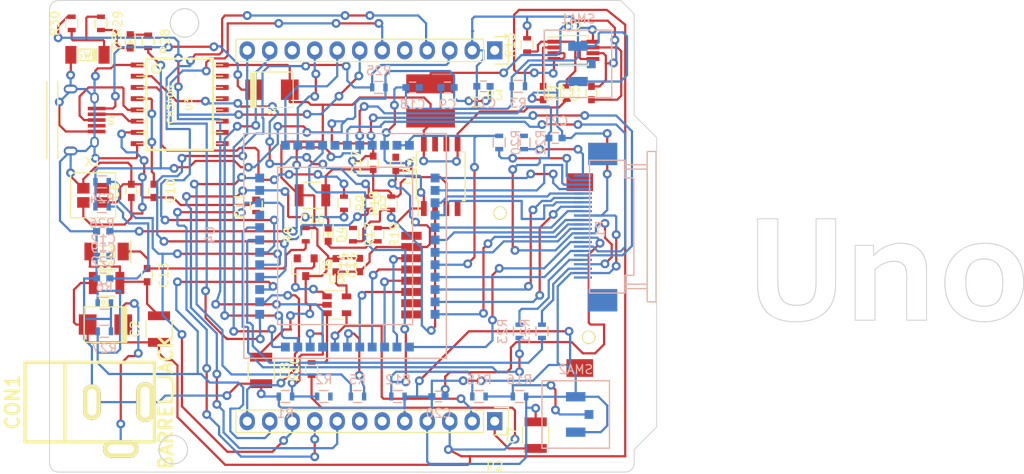
<source format=kicad_pcb>
(kicad_pcb (version 4) (host pcbnew 4.0.4-stable)
  (layers (0 F.Cu signal) (31 B.Cu signal) (34 B.Paste user) (35 F.Paste user) (36 B.SilkS user) (37 F.SilkS user) (38 B.Mask user) (39 F.Mask user) (44 Edge.Cuts user))
  (net 0 "")
  (net 1 Vin)
  (net 2 XO)
  (net 3 "Net-(C3-Pad1)")
  (net 4 "Net-(C4-Pad1)")
  (net 5 "Net-(C5-Pad1)")
  (net 6 "Net-(C5-Pad2)")
  (net 7 XI)
  (net 8 VCC5.0)
  (net 9 VCC3.3)
  (net 10 "Net-(C10-Pad1)")
  (net 11 VCC3.9)
  (net 12 "Net-(C16-Pad1)")
  (net 13 VSIM)
  (net 14 VDD_2V8)
  (net 15 VDD_1V8)
  (net 16 "Net-(C22-Pad1)")
  (net 17 "Net-(CON1-Pad1)")
  (net 18 VCC_USB)
  (net 19 "Net-(D4-Pad2)")
  (net 20 "Net-(D5-Pad2)")
  (net 21 "Net-(D5-Pad1)")
  (net 22 CAM_HREF)
  (net 23 CAM_Y7)
  (net 24 "Net-(P1-Pad1)")
  (net 25 CAM_PDN)
  (net 26 CAM_VSYNC)
  (net 27 CAM_RST)
  (net 28 "Net-(P1-Pad5)")
  (net 29 "Net-(P1-Pad3)")
  (net 30 CAM_CLK)
  (net 31 CAM_Y6)
  (net 32 CAM_Y5)
  (net 33 CAM_PCLK)
  (net 34 CAM_Y4)
  (net 35 CAM_Y0)
  (net 36 CAM_Y3)
  (net 37 CAM_Y1)
  (net 38 CAM_Y2)
  (net 39 "Net-(P1-Pad23)")
  (net 40 "Net-(P1-Pad24)")
  (net 41 "Net-(P2-Pad6)")
  (net 42 "Net-(P2-Pad7)")
  (net 43 UART_TXD)
  (net 44 UART_RXD)
  (net 45 WIFI_IO0)
  (net 46 WIFI_IO15)
  (net 47 WIFI_IO13)
  (net 48 "Net-(P3-Pad1)")
  (net 49 WIFI_IO2)
  (net 50 WIFI_IO4)
  (net 51 "Net-(P3-Pad5)")
  (net 52 WIFI_IO12)
  (net 53 WIFI_RST)
  (net 54 HST_TXD)
  (net 55 HST_RXD)
  (net 56 "Net-(P3-Pad10)")
  (net 57 WIFI_TXD)
  (net 58 WIFI_RXD)
  (net 59 "Net-(R1-Pad2)")
  (net 60 "Net-(R2-Pad1)")
  (net 61 "Net-(R13-Pad1)")
  (net 62 "Net-(R5-Pad1)")
  (net 63 SLEEP)
  (net 64 "Net-(R7-Pad1)")
  (net 65 "Net-(R9-Pad1)")
  (net 66 "Net-(R10-Pad2)")
  (net 67 "Net-(R12-Pad2)")
  (net 68 "Net-(R15-Pad1)")
  (net 69 "Net-(R17-Pad2)")
  (net 70 I2C_SDA)
  (net 71 FLASH_LED-)
  (net 72 I2C_SCL)
  (net 73 "Net-(R29-Pad1)")
  (net 74 D-)
  (net 75 D+)
  (net 76 "Net-(U1-Pad4)")
  (net 77 "Net-(U3-Pad9)")
  (net 78 "Net-(U3-Pad10)")
  (net 79 "Net-(U3-Pad11)")
  (net 80 "Net-(U3-Pad12)")
  (net 81 "Net-(U3-Pad13)")
  (net 82 "Net-(U3-Pad14)")
  (net 83 "Net-(U3-Pad15)")
  (net 84 SIM_RST)
  (net 85 SIM_CLK)
  (net 86 SIM_DATA)
  (net 87 GPIO3)
  (net 88 FLASH_EN)
  (net 89 "Net-(U5-Pad1)")
  (net 90 "Net-(U7-Pad7)")
  (net 91 "Net-(U7-Pad6)")
  (net 92 "Net-(U7-Pad4)")
  (module A20md:ANTEN_FP (layer B.Cu) (at 184.658 93.218)
    (fp_text reference SMA1 (at 0 -5.08) (layer B.SilkS) (effects (justify mirror)))
    (fp_text value SMA)
    (pad 1 smd rect (at 0 -2) (size 2.2 1.05) (layers B.Cu B.Paste B.Mask) (net 2 XO))
    (pad 2 smd rect (at 0 2) (size 2.2 1.05) (layers B.Cu B.Paste B.Mask) (net 2 XO))
    (pad 3 smd rect (at 1.5 0) (size 1 1) (layers B.Cu B.Paste B.Mask) (net 60 "Net-(R2-Pad1)"))
  )
  (module Capacitors_SMD:C_1210 (layer F.Cu) (at 131.445 117.983)
    (fp_text reference C1 (at 0 -2.7) (layer F.SilkS))
    (fp_text value 10uF/50V)
    (pad 1 smd rect (at -1.5 0) (size 1 2.5) (layers F.Cu F.Paste F.Mask) (net 1 Vin))
    (pad 2 smd rect (at 1.5 0) (size 1 2.5) (layers F.Cu F.Paste F.Mask) (net 2 XO))
  )
  (module Capacitors_SMD:C_1210 (layer F.Cu) (at 137.3632 123.19 90)
    (fp_text reference C2 (at 0 -2.7 90) (layer F.SilkS))
    (fp_text value 10uF/50v)
    (pad 1 smd rect (at -1.5 0 90) (size 1 2.5) (layers F.Cu F.Paste F.Mask) (net 1 Vin))
    (pad 2 smd rect (at 1.5 0 90) (size 1 2.5) (layers F.Cu F.Paste F.Mask) (net 2 XO))
  )
  (module Capacitors_SMD:C_0603 (layer F.Cu) (at 180.721 96.52 270)
    (fp_text reference C3 (at 0 -1.9 270) (layer F.SilkS))
    (fp_text value 1uF)
    (pad 1 smd rect (at -0.75 0 270) (size 0.8 0.75) (layers F.Cu F.Paste F.Mask) (net 3 "Net-(C3-Pad1)"))
    (pad 2 smd rect (at 0.75 0 270) (size 0.8 0.75) (layers F.Cu F.Paste F.Mask) (net 2 XO))
  )
  (module Capacitors_SMD:C_0603 (layer F.Cu) (at 164.084 104.521 270)
    (fp_text reference C4 (at 0 -1.9 270) (layer F.SilkS))
    (fp_text value 22pF)
    (pad 1 smd rect (at -0.75 0 270) (size 0.8 0.75) (layers F.Cu F.Paste F.Mask) (net 4 "Net-(C4-Pad1)"))
    (pad 2 smd rect (at 0.75 0 270) (size 0.8 0.75) (layers F.Cu F.Paste F.Mask) (net 2 XO))
  )
  (module Capacitors_SMD:C_0603 (layer F.Cu) (at 186.182 96.52 90)
    (fp_text reference C5 (at 0 -1.9 90) (layer F.SilkS))
    (fp_text value 100nF)
    (pad 1 smd rect (at -0.75 0 90) (size 0.8 0.75) (layers F.Cu F.Paste F.Mask) (net 5 "Net-(C5-Pad1)"))
    (pad 2 smd rect (at 0.75 0 90) (size 0.8 0.75) (layers F.Cu F.Paste F.Mask) (net 6 "Net-(C5-Pad2)"))
  )
  (module Capacitors_SMD:C_0603 (layer F.Cu) (at 134.239 107.569 90)
    (fp_text reference C6 (at 0 -1.9 90) (layer F.SilkS))
    (fp_text value 22pF)
    (pad 1 smd rect (at -0.75 0 90) (size 0.8 0.75) (layers F.Cu F.Paste F.Mask) (net 7 XI))
    (pad 2 smd rect (at 0.75 0 90) (size 0.8 0.75) (layers F.Cu F.Paste F.Mask) (net 2 XO))
  )
  (module Capacitors_SMD:C_1210 (layer F.Cu) (at 179.8828 135.1788 90)
    (fp_text reference C7 (at 0 -2.7 90) (layer F.SilkS))
    (fp_text value 10uF/25V)
    (pad 1 smd rect (at -1.5 0 90) (size 1 2.5) (layers F.Cu F.Paste F.Mask) (net 8 VCC5.0))
    (pad 2 smd rect (at 1.5 0 90) (size 1 2.5) (layers F.Cu F.Paste F.Mask) (net 2 XO))
  )
  (module Capacitors_SMD:C_1210 (layer F.Cu) (at 148.8948 127.8636 270)
    (fp_text reference C8 (at 0 -2.7 270) (layer F.SilkS))
    (fp_text value 10uF/25V hide)
    (pad 1 smd rect (at -1.5 0 270) (size 1 2.5) (layers F.Cu F.Paste F.Mask) (net 8 VCC5.0))
    (pad 2 smd rect (at 1.5 0 270) (size 1 2.5) (layers F.Cu F.Paste F.Mask) (net 2 XO))
  )
  (module Capacitors_SMD:C_0603 (layer B.Cu) (at 169.926 95.885)
    (fp_text reference C9 (at 0 1.9) (layer B.SilkS) (effects (justify mirror)))
    (fp_text value 22uF)
    (pad 1 smd rect (at -0.75 0) (size 0.8 0.75) (layers B.Cu B.Paste B.Mask) (net 2 XO))
    (pad 2 smd rect (at 0.75 0) (size 0.8 0.75) (layers B.Cu B.Paste B.Mask) (net 9 VCC3.3))
  )
  (module Capacitors_SMD:C_0603 (layer F.Cu) (at 136.779 107.569 270)
    (fp_text reference C10 (at 0 -1.9 270) (layer F.SilkS))
    (fp_text value 100nF)
    (pad 1 smd rect (at -0.75 0 270) (size 0.8 0.75) (layers F.Cu F.Paste F.Mask) (net 10 "Net-(C10-Pad1)"))
    (pad 2 smd rect (at 0.75 0 270) (size 0.8 0.75) (layers F.Cu F.Paste F.Mask) (net 2 XO))
  )
  (module Capacitors_SMD:C_0603 (layer B.Cu) (at 173.99 95.758)
    (fp_text reference C11 (at 0 1.9) (layer B.SilkS) (effects (justify mirror)))
    (fp_text value 100pF)
    (pad 1 smd rect (at -0.75 0) (size 0.8 0.75) (layers B.Cu B.Paste B.Mask) (net 2 XO))
    (pad 2 smd rect (at 0.75 0) (size 0.8 0.75) (layers B.Cu B.Paste B.Mask) (net 9 VCC3.3))
  )
  (module Capacitors_SMD:C_0603 (layer B.Cu) (at 131.064 114.935 180)
    (fp_text reference C12 (at 0 1.9 180) (layer B.SilkS) (effects (justify mirror)))
    (fp_text value 470uF)
    (pad 1 smd rect (at -0.75 0 180) (size 0.8 0.75) (layers B.Cu B.Paste B.Mask) (net 11 VCC3.9))
    (pad 2 smd rect (at 0.75 0 180) (size 0.8 0.75) (layers B.Cu B.Paste B.Mask) (net 2 XO))
  )
  (module Capacitors_SMD:C_0603 (layer F.Cu) (at 136.017 117.094 270)
    (fp_text reference C13 (at 0 -1.9 270) (layer F.SilkS))
    (fp_text value 10uF)
    (pad 1 smd rect (at -0.75 0 270) (size 0.8 0.75) (layers F.Cu F.Paste F.Mask) (net 11 VCC3.9))
    (pad 2 smd rect (at 0.75 0 270) (size 0.8 0.75) (layers F.Cu F.Paste F.Mask) (net 2 XO))
  )
  (module Capacitors_SMD:C_0603 (layer F.Cu) (at 160.02 115.951 90)
    (fp_text reference C14 (at 0 -1.9 90) (layer F.SilkS))
    (fp_text value 100nF)
    (pad 1 smd rect (at -0.75 0 90) (size 0.8 0.75) (layers F.Cu F.Paste F.Mask) (net 2 XO))
    (pad 2 smd rect (at 0.75 0 90) (size 0.8 0.75) (layers F.Cu F.Paste F.Mask) (net 8 VCC5.0))
  )
  (module Capacitors_SMD:C_0603 (layer F.Cu) (at 157.3276 115.9764 270)
    (fp_text reference C15 (at 0 -1.9 270) (layer F.SilkS))
    (fp_text value 22pF)
    (pad 1 smd rect (at -0.75 0 270) (size 0.8 0.75) (layers F.Cu F.Paste F.Mask) (net 8 VCC5.0))
    (pad 2 smd rect (at 0.75 0 270) (size 0.8 0.75) (layers F.Cu F.Paste F.Mask) (net 2 XO))
  )
  (module Capacitors_SMD:C_1210 (layer F.Cu) (at 154.686 108.077 180)
    (fp_text reference C16 (at 0 -2.7 180) (layer F.SilkS))
    (fp_text value 1uF/25V)
    (pad 1 smd rect (at -1.5 0 180) (size 1 2.5) (layers F.Cu F.Paste F.Mask) (net 12 "Net-(C16-Pad1)"))
    (pad 2 smd rect (at 1.5 0 180) (size 1 2.5) (layers F.Cu F.Paste F.Mask) (net 8 VCC5.0))
  )
  (module Capacitors_SMD:C_0603 (layer F.Cu) (at 161.544 104.394 90)
    (fp_text reference C17 (at 0 -1.9 90) (layer F.SilkS))
    (fp_text value 1uF/25V)
    (pad 1 smd rect (at -0.75 0 90) (size 0.8 0.75) (layers F.Cu F.Paste F.Mask) (net 12 "Net-(C16-Pad1)"))
    (pad 2 smd rect (at 0.75 0 90) (size 0.8 0.75) (layers F.Cu F.Paste F.Mask) (net 9 VCC3.3))
  )
  (module Capacitors_SMD:C_0603 (layer B.Cu) (at 165.989 95.885)
    (fp_text reference C18 (at 0 1.9) (layer B.SilkS) (effects (justify mirror)))
    (fp_text value 0.1uF)
    (pad 1 smd rect (at -0.75 0) (size 0.8 0.75) (layers B.Cu B.Paste B.Mask) (net 2 XO))
    (pad 2 smd rect (at 0.75 0) (size 0.8 0.75) (layers B.Cu B.Paste B.Mask) (net 13 VSIM))
  )
  (module Capacitors_SMD:C_0603 (layer B.Cu) (at 131.064 112.141)
    (fp_text reference C19 (at 0 1.9) (layer B.SilkS) (effects (justify mirror)))
    (fp_text value 0.1uF)
    (pad 1 smd rect (at -0.75 0) (size 0.8 0.75) (layers B.Cu B.Paste B.Mask) (net 2 XO))
    (pad 2 smd rect (at 0.75 0) (size 0.8 0.75) (layers B.Cu B.Paste B.Mask) (net 14 VDD_2V8))
  )
  (module Capacitors_SMD:C_0603 (layer B.Cu) (at 168.91 130.81)
    (fp_text reference C20 (at 0 1.9) (layer B.SilkS) (effects (justify mirror)))
    (fp_text value 0.1uF)
    (pad 1 smd rect (at -0.75 0) (size 0.8 0.75) (layers B.Cu B.Paste B.Mask) (net 2 XO))
    (pad 2 smd rect (at 0.75 0) (size 0.8 0.75) (layers B.Cu B.Paste B.Mask) (net 15 VDD_1V8))
  )
  (module Capacitors_SMD:C_0603 (layer B.Cu) (at 182.118 101.6 180)
    (fp_text reference C21 (at 0 1.9 180) (layer B.SilkS) (effects (justify mirror)))
    (fp_text value 0.1uF)
    (pad 1 smd rect (at -0.75 0 180) (size 0.8 0.75) (layers B.Cu B.Paste B.Mask) (net 2 XO))
    (pad 2 smd rect (at 0.75 0 180) (size 0.8 0.75) (layers B.Cu B.Paste B.Mask) (net 14 VDD_2V8))
  )
  (module Capacitors_SMD:C_0603 (layer B.Cu) (at 131.064 117.475 180)
    (fp_text reference C22 (at 0 1.9 180) (layer B.SilkS) (effects (justify mirror)))
    (fp_text value 100nF)
    (pad 1 smd rect (at -0.75 0 180) (size 0.8 0.75) (layers B.Cu B.Paste B.Mask) (net 16 "Net-(C22-Pad1)"))
    (pad 2 smd rect (at 0.75 0 180) (size 0.8 0.75) (layers B.Cu B.Paste B.Mask) (net 2 XO))
  )
  (module A20md:dc_socket (layer F.Cu) (at 129.54 131.445 270)
    (fp_text reference CON1 (at 0 8.6995 270) (layer F.SilkS) (effects (font (thickness 0.3048))))
    (fp_text value BARREL_JACK (at 0 -8.60044 270) (layer F.SilkS) (effects (font (thickness 0.3048))))
    (pad 1 thru_hole oval (at 5.30098 -3.50012 270) (size 1.99898 4.0005) (drill oval 1.00076 2.99974) (layers *.Cu *.Mask F.SilkS) (net 17 "Net-(CON1-Pad1)"))
    (pad 2 thru_hole oval (at 0 -0.24892 270) (size 4.0005 1.99898) (drill oval 2.99974 1.00076) (layers *.Cu *.Mask F.SilkS) (net 2 XO))
    (pad 3 thru_hole oval (at 0 -6.25094 270) (size 4.50088 1.99898) (drill oval 3.50012 1.00076) (layers *.Cu *.Mask F.SilkS) (net 2 XO))
  )
  (module A20md:do214aa (layer F.Cu) (at 131.318 122.682)
    (fp_text reference D1 (at 0 -2.49936) (layer F.SilkS) (effects (font (size 0.50038 0.50038) (thickness 0.11938))))
    (fp_text value SS24 hide)
    (pad 2 smd rect (at 2.00914 0) (size 1.99898 2.30124) (layers F.Cu F.Paste F.Mask) (net 17 "Net-(CON1-Pad1)"))
    (pad 1 smd rect (at -2.00914 0) (size 1.99898 2.30124) (layers F.Cu F.Paste F.Mask) (net 1 Vin))
  )
  (module A20md:SOD-80 (layer F.Cu) (at 131.445 114.427 180)
    (fp_text reference D2 (at 0.1524 -2.1844 180) (layer F.SilkS) (effects (font (size 0.8 0.8))))
    (fp_text value D_Zener)
    (pad 1 smd rect (at -1.875 0 180) (size 1.25 2) (layers F.Cu F.Paste F.Mask) (net 11 VCC3.9))
    (pad 2 smd rect (at 1.875 0 180) (size 1.25 2) (layers F.Cu F.Paste F.Mask) (net 2 XO))
  )
  (module A20md:do214aa (layer F.Cu) (at 150.114 96.139 180)
    (fp_text reference D3 (at 0 -2.49936 180) (layer F.SilkS) (effects (font (size 0.50038 0.50038) (thickness 0.11938))))
    (fp_text value SS24 hide)
    (pad 2 smd rect (at 2.00914 0 180) (size 1.99898 2.30124) (layers F.Cu F.Paste F.Mask) (net 18 VCC_USB))
    (pad 1 smd rect (at -2.00914 0 180) (size 1.99898 2.30124) (layers F.Cu F.Paste F.Mask) (net 8 VCC5.0))
  )
  (module LEDs:LED_0603 (layer F.Cu) (at 156.464 112.522 270)
    (fp_text reference D4 (at 0 -1.5 270) (layer F.SilkS))
    (fp_text value L_PWR)
    (pad 2 smd rect (at 0.7493 0 90) (size 0.79756 0.79756) (layers F.Cu F.Paste F.Mask) (net 19 "Net-(D4-Pad2)"))
    (pad 1 smd rect (at -0.7493 0 90) (size 0.79756 0.79756) (layers F.Cu F.Paste F.Mask) (net 12 "Net-(C16-Pad1)"))
  )
  (module LEDs:LED_0603 (layer F.Cu) (at 134.112 90.678 90)
    (fp_text reference D5 (at 0 -1.5 90) (layer F.SilkS))
    (fp_text value LED_blue)
    (pad 2 smd rect (at 0.7493 0 270) (size 0.79756 0.79756) (layers F.Cu F.Paste F.Mask) (net 20 "Net-(D5-Pad2)"))
    (pad 1 smd rect (at -0.7493 0 270) (size 0.79756 0.79756) (layers F.Cu F.Paste F.Mask) (net 21 "Net-(D5-Pad1)"))
  )
  (module Choke_SMD:Choke_SMD_Wuerth-WE-PD2-Typ-MS (layer F.Cu) (at 168.021 97.409 270)
    (fp_text reference L1 (at 0 -5.08 270) (layer F.SilkS))
    (fp_text value 22uH)
    (pad 1 smd rect (at -1.9304 0 270) (size 2.14884 5.4991) (layers F.Cu F.Paste F.Mask) (net 6 "Net-(C5-Pad2)"))
    (pad 2 smd rect (at 1.9304 0 270) (size 2.14884 5.4991) (layers F.Cu F.Paste F.Mask) (net 8 VCC5.0))
  )
  (module Resistors_SMD:R_0603 (layer B.Cu) (at 151.638 130.81)
    (fp_text reference R1 (at 0 1.9) (layer B.SilkS) (effects (justify mirror)))
    (fp_text value NC)
    (pad 1 smd rect (at -0.75 0) (size 0.5 0.9) (layers B.Cu B.Paste B.Mask) (net 2 XO))
    (pad 2 smd rect (at 0.75 0) (size 0.5 0.9) (layers B.Cu B.Paste B.Mask) (net 59 "Net-(R1-Pad2)"))
  )
  (module Resistors_SMD:R_0603 (layer B.Cu) (at 155.956 130.81 180)
    (fp_text reference R2 (at 0 1.9 180) (layer B.SilkS) (effects (justify mirror)))
    (fp_text value 0K)
    (pad 1 smd rect (at -0.75 0 180) (size 0.5 0.9) (layers B.Cu B.Paste B.Mask) (net 60 "Net-(R2-Pad1)"))
    (pad 2 smd rect (at 0.75 0 180) (size 0.5 0.9) (layers B.Cu B.Paste B.Mask) (net 59 "Net-(R1-Pad2)"))
  )
  (module Resistors_SMD:R_0603 (layer B.Cu) (at 177.927 95.758)
    (fp_text reference R3 (at 0 1.9) (layer B.SilkS) (effects (justify mirror)))
    (fp_text value NC)
    (pad 1 smd rect (at -0.75 0) (size 0.5 0.9) (layers B.Cu B.Paste B.Mask) (net 2 XO))
    (pad 2 smd rect (at 0.75 0) (size 0.5 0.9) (layers B.Cu B.Paste B.Mask) (net 60 "Net-(R2-Pad1)"))
  )
  (module Resistors_SMD:R_0603 (layer F.Cu) (at 183.388 96.52 90)
    (fp_text reference R4 (at 0 -1.9 90) (layer F.SilkS))
    (fp_text value 52.5K)
    (pad 1 smd rect (at -0.75 0 90) (size 0.5 0.9) (layers F.Cu F.Paste F.Mask) (net 8 VCC5.0))
    (pad 2 smd rect (at 0.75 0 90) (size 0.5 0.9) (layers F.Cu F.Paste F.Mask) (net 61 "Net-(R13-Pad1)"))
  )
  (module Resistors_SMD:R_0603 (layer B.Cu) (at 159.766 130.81 180)
    (fp_text reference R5 (at 0 1.9 180) (layer B.SilkS) (effects (justify mirror)))
    (fp_text value 10K)
    (pad 1 smd rect (at -0.75 0 180) (size 0.5 0.9) (layers B.Cu B.Paste B.Mask) (net 62 "Net-(R5-Pad1)"))
    (pad 2 smd rect (at 0.75 0 180) (size 0.5 0.9) (layers B.Cu B.Paste B.Mask) (net 63 SLEEP))
  )
  (module Resistors_SMD:R_0603 (layer B.Cu) (at 131.191 120.269 180)
    (fp_text reference R6 (at 0 1.9 180) (layer B.SilkS) (effects (justify mirror)))
    (fp_text value 100R)
    (pad 1 smd rect (at -0.75 0 180) (size 0.5 0.9) (layers B.Cu B.Paste B.Mask) (net 2 XO))
    (pad 2 smd rect (at 0.75 0 180) (size 0.5 0.9) (layers B.Cu B.Paste B.Mask) (net 46 WIFI_IO15))
  )
  (module Resistors_SMD:R_0603 (layer F.Cu) (at 161.036 108.966 270)
    (fp_text reference R7 (at 0 -1.9 270) (layer F.SilkS))
    (fp_text value 470R)
    (pad 1 smd rect (at -0.75 0 270) (size 0.5 0.9) (layers F.Cu F.Paste F.Mask) (net 64 "Net-(R7-Pad1)"))
    (pad 2 smd rect (at 0.75 0 270) (size 0.5 0.9) (layers F.Cu F.Paste F.Mask) (net 44 UART_RXD))
  )
  (module Resistors_SMD:R_0603 (layer F.Cu) (at 153.924 112.522 90)
    (fp_text reference R8 (at 0 -1.9 90) (layer F.SilkS))
    (fp_text value 10R)
    (pad 1 smd rect (at -0.75 0 90) (size 0.5 0.9) (layers F.Cu F.Paste F.Mask) (net 11 VCC3.9))
    (pad 2 smd rect (at 0.75 0 90) (size 0.5 0.9) (layers F.Cu F.Paste F.Mask) (net 8 VCC5.0))
  )
  (module Resistors_SMD:R_0603 (layer F.Cu) (at 158.242 108.966 270)
    (fp_text reference R9 (at 0 -1.9 270) (layer F.SilkS))
    (fp_text value 470R)
    (pad 1 smd rect (at -0.75 0 270) (size 0.5 0.9) (layers F.Cu F.Paste F.Mask) (net 65 "Net-(R9-Pad1)"))
    (pad 2 smd rect (at 0.75 0 270) (size 0.5 0.9) (layers F.Cu F.Paste F.Mask) (net 43 UART_TXD))
  )
  (module Resistors_SMD:R_0603 (layer F.Cu) (at 154.5844 127.7112 90)
    (fp_text reference R10 (at 0 -1.9 90) (layer F.SilkS))
    (fp_text value 10k)
    (pad 1 smd rect (at -0.75 0 90) (size 0.5 0.9) (layers F.Cu F.Paste F.Mask) (net 1 Vin))
    (pad 2 smd rect (at 0.75 0 90) (size 0.5 0.9) (layers F.Cu F.Paste F.Mask) (net 66 "Net-(R10-Pad2)"))
  )
  (module Resistors_SMD:R_0603 (layer F.Cu) (at 148.336 109.22 90)
    (fp_text reference R11 (at 0 -1.9 90) (layer F.SilkS))
    (fp_text value 10k)
    (pad 1 smd rect (at -0.75 0 90) (size 0.5 0.9) (layers F.Cu F.Paste F.Mask) (net 66 "Net-(R10-Pad2)"))
    (pad 2 smd rect (at 0.75 0 90) (size 0.5 0.9) (layers F.Cu F.Paste F.Mask) (net 2 XO))
  )
  (module Resistors_SMD:R_0603 (layer B.Cu) (at 164.338 130.81 180)
    (fp_text reference R12 (at 0 1.9 180) (layer B.SilkS) (effects (justify mirror)))
    (fp_text value NC)
    (pad 1 smd rect (at -0.75 0 180) (size 0.5 0.9) (layers B.Cu B.Paste B.Mask) (net 2 XO))
    (pad 2 smd rect (at 0.75 0 180) (size 0.5 0.9) (layers B.Cu B.Paste B.Mask) (net 67 "Net-(R12-Pad2)"))
  )
  (module Resistors_SMD:R_0603 (layer F.Cu) (at 178.9176 91.0844 90)
    (fp_text reference R13 (at 0 -1.9 90) (layer F.SilkS))
    (fp_text value 10k)
    (pad 1 smd rect (at -0.75 0 90) (size 0.5 0.9) (layers F.Cu F.Paste F.Mask) (net 61 "Net-(R13-Pad1)"))
    (pad 2 smd rect (at 0.75 0 90) (size 0.5 0.9) (layers F.Cu F.Paste F.Mask) (net 2 XO))
  )
  (module Resistors_SMD:R_0603 (layer B.Cu) (at 173.482 130.81 180)
    (fp_text reference R15 (at 0 1.9 180) (layer B.SilkS) (effects (justify mirror)))
    (fp_text value 0K)
    (pad 1 smd rect (at -0.75 0 180) (size 0.5 0.9) (layers B.Cu B.Paste B.Mask) (net 68 "Net-(R15-Pad1)"))
    (pad 2 smd rect (at 0.75 0 180) (size 0.5 0.9) (layers B.Cu B.Paste B.Mask) (net 67 "Net-(R12-Pad2)"))
  )
  (module Resistors_SMD:R_0603 (layer B.Cu) (at 178.054 130.81 180)
    (fp_text reference R16 (at 0 1.9 180) (layer B.SilkS) (effects (justify mirror)))
    (fp_text value NC)
    (pad 1 smd rect (at -0.75 0 180) (size 0.5 0.9) (layers B.Cu B.Paste B.Mask) (net 2 XO))
    (pad 2 smd rect (at 0.75 0 180) (size 0.5 0.9) (layers B.Cu B.Paste B.Mask) (net 68 "Net-(R15-Pad1)"))
  )
  (module Resistors_SMD:R_0603 (layer F.Cu) (at 159.258 112.522 270)
    (fp_text reference R17 (at 0 -1.9 270) (layer F.SilkS))
    (fp_text value 3K/1%)
    (pad 1 smd rect (at -0.75 0 270) (size 0.5 0.9) (layers F.Cu F.Paste F.Mask) (net 9 VCC3.3))
    (pad 2 smd rect (at 0.75 0 270) (size 0.5 0.9) (layers F.Cu F.Paste F.Mask) (net 69 "Net-(R17-Pad2)"))
  )
  (module Resistors_SMD:R_0603 (layer F.Cu) (at 163.576 108.966 90)
    (fp_text reference R18 (at 0 -1.9 90) (layer F.SilkS))
    (fp_text value 1K/1%)
    (pad 1 smd rect (at -0.75 0 90) (size 0.5 0.9) (layers F.Cu F.Paste F.Mask) (net 69 "Net-(R17-Pad2)"))
    (pad 2 smd rect (at 0.75 0 90) (size 0.5 0.9) (layers F.Cu F.Paste F.Mask) (net 12 "Net-(C16-Pad1)"))
  )
  (module Resistors_SMD:R_0603 (layer F.Cu) (at 162.052 112.522 270)
    (fp_text reference R19 (at 0 -1.9 270) (layer F.SilkS))
    (fp_text value 470K)
    (pad 1 smd rect (at -0.75 0 270) (size 0.5 0.9) (layers F.Cu F.Paste F.Mask) (net 9 VCC3.3))
    (pad 2 smd rect (at 0.75 0 270) (size 0.5 0.9) (layers F.Cu F.Paste F.Mask) (net 19 "Net-(D4-Pad2)"))
  )
  (module Resistors_SMD:R_0603 (layer B.Cu) (at 175.768 102.108 90)
    (fp_text reference R20 (at 0 1.9 90) (layer B.SilkS) (effects (justify mirror)))
    (fp_text value 1K/1%)
    (pad 1 smd rect (at -0.75 0 90) (size 0.5 0.9) (layers B.Cu B.Paste B.Mask) (net 39 "Net-(P1-Pad23)"))
    (pad 2 smd rect (at 0.75 0 90) (size 0.5 0.9) (layers B.Cu B.Paste B.Mask) (net 11 VCC3.9))
  )
  (module Resistors_SMD:R_0603 (layer B.Cu) (at 180.594 123.444 270)
    (fp_text reference R21 (at 0 1.9 270) (layer B.SilkS) (effects (justify mirror)))
    (fp_text value 1K/1%)
    (pad 1 smd rect (at -0.75 0 270) (size 0.5 0.9) (layers B.Cu B.Paste B.Mask) (net 29 "Net-(P1-Pad3)"))
    (pad 2 smd rect (at 0.75 0 270) (size 0.5 0.9) (layers B.Cu B.Paste B.Mask) (net 70 I2C_SDA))
  )
  (module Resistors_SMD:R_0603 (layer B.Cu) (at 178.562 102.108 90)
    (fp_text reference R22 (at 0 1.9 90) (layer B.SilkS) (effects (justify mirror)))
    (fp_text value 1K/1%)
    (pad 1 smd rect (at -0.75 0 90) (size 0.5 0.9) (layers B.Cu B.Paste B.Mask) (net 40 "Net-(P1-Pad24)"))
    (pad 2 smd rect (at 0.75 0 90) (size 0.5 0.9) (layers B.Cu B.Paste B.Mask) (net 71 FLASH_LED-))
  )
  (module Resistors_SMD:R_0603 (layer B.Cu) (at 178.054 123.444 270)
    (fp_text reference R23 (at 0 1.9 270) (layer B.SilkS) (effects (justify mirror)))
    (fp_text value 1K/1%)
    (pad 1 smd rect (at -0.75 0 270) (size 0.5 0.9) (layers B.Cu B.Paste B.Mask) (net 28 "Net-(P1-Pad5)"))
    (pad 2 smd rect (at 0.75 0 270) (size 0.5 0.9) (layers B.Cu B.Paste B.Mask) (net 72 I2C_SCL))
  )
  (module Resistors_SMD:R_0603 (layer B.Cu) (at 130.937 106.553)
    (fp_text reference R24 (at 0 1.9) (layer B.SilkS) (effects (justify mirror)))
    (fp_text value 10K)
    (pad 1 smd rect (at -0.75 0) (size 0.5 0.9) (layers B.Cu B.Paste B.Mask) (net 9 VCC3.3))
    (pad 2 smd rect (at 0.75 0) (size 0.5 0.9) (layers B.Cu B.Paste B.Mask) (net 45 WIFI_IO0))
  )
  (module Resistors_SMD:R_0603 (layer B.Cu) (at 162.179 95.885 180)
    (fp_text reference R25 (at 0 1.9 180) (layer B.SilkS) (effects (justify mirror)))
    (fp_text value 10K)
    (pad 1 smd rect (at -0.75 0 180) (size 0.5 0.9) (layers B.Cu B.Paste B.Mask) (net 9 VCC3.3))
    (pad 2 smd rect (at 0.75 0 180) (size 0.5 0.9) (layers B.Cu B.Paste B.Mask) (net 49 WIFI_IO2))
  )
  (module Resistors_SMD:R_0603 (layer B.Cu) (at 130.937 109.347)
    (fp_text reference R26 (at 0 1.9) (layer B.SilkS) (effects (justify mirror)))
    (fp_text value 10K)
    (pad 1 smd rect (at -0.75 0) (size 0.5 0.9) (layers B.Cu B.Paste B.Mask) (net 9 VCC3.3))
    (pad 2 smd rect (at 0.75 0) (size 0.5 0.9) (layers B.Cu B.Paste B.Mask) (net 16 "Net-(C22-Pad1)"))
  )
  (module Resistors_SMD:R_0603 (layer B.Cu) (at 131.191 123.444)
    (fp_text reference R27 (at 0 1.9) (layer B.SilkS) (effects (justify mirror)))
    (fp_text value 10K)
    (pad 1 smd rect (at -0.75 0) (size 0.5 0.9) (layers B.Cu B.Paste B.Mask) (net 46 WIFI_IO15))
    (pad 2 smd rect (at 0.75 0) (size 0.5 0.9) (layers B.Cu B.Paste B.Mask) (net 2 XO))
  )
  (module Resistors_SMD:R_0603 (layer F.Cu) (at 136.144 90.678 270)
    (fp_text reference R28 (at 0 -1.9 270) (layer F.SilkS))
    (fp_text value 470R)
    (pad 1 smd rect (at -0.75 0 270) (size 0.5 0.9) (layers F.Cu F.Paste F.Mask) (net 20 "Net-(D5-Pad2)"))
    (pad 2 smd rect (at 0.75 0 270) (size 0.5 0.9) (layers F.Cu F.Paste F.Mask) (net 9 VCC3.3))
  )
  (module Resistors_SMD:R_0603 (layer F.Cu) (at 130.81 88.646 270)
    (fp_text reference R29 (at 0 -1.9 270) (layer F.SilkS))
    (fp_text value OR)
    (pad 1 smd rect (at -0.75 0 270) (size 0.5 0.9) (layers F.Cu F.Paste F.Mask) (net 73 "Net-(R29-Pad1)"))
    (pad 2 smd rect (at 0.75 0 270) (size 0.5 0.9) (layers F.Cu F.Paste F.Mask) (net 21 "Net-(D5-Pad1)"))
  )
  (module Resistors_SMD:R_0603 (layer F.Cu) (at 127.508 88.646 90)
    (fp_text reference R30 (at 0 -1.9 90) (layer F.SilkS))
    (fp_text value 470R)
    (pad 1 smd rect (at -0.75 0 90) (size 0.5 0.9) (layers F.Cu F.Paste F.Mask) (net 73 "Net-(R29-Pad1)"))
    (pad 2 smd rect (at 0.75 0 90) (size 0.5 0.9) (layers F.Cu F.Paste F.Mask) (net 53 WIFI_RST))
  )
  (module A20md:ANTEN_FP (layer B.Cu) (at 184.404 132.842)
    (fp_text reference SMA2 (at 0 -5.08) (layer B.SilkS) (effects (justify mirror)))
    (fp_text value SMA)
    (pad 1 smd rect (at 0 -2) (size 2.2 1.05) (layers B.Cu B.Paste B.Mask) (net 2 XO))
    (pad 2 smd rect (at 0 2) (size 2.2 1.05) (layers B.Cu B.Paste B.Mask) (net 2 XO))
    (pad 3 smd rect (at 1.5 0) (size 1 1) (layers B.Cu B.Paste B.Mask) (net 68 "Net-(R15-Pad1)"))
  )
  (module A20md:SOD-80 (layer F.Cu) (at 129.286 92.202 180)
    (fp_text reference SW1 (at 0 0 180) (layer F.SilkS) (effects (font (size 0.8 0.8))))
    (fp_text value SW_DIP_x01)
    (pad 1 smd rect (at -1.875 0 180) (size 1.25 2) (layers F.Cu F.Paste F.Mask) (net 73 "Net-(R29-Pad1)"))
    (pad 2 smd rect (at 1.875 0 180) (size 1.25 2) (layers F.Cu F.Paste F.Mask) (net 2 XO))
  )
  (module A20md:USB_Micro-B (layer F.Cu) (at 128.524 99.568 270)
    (fp_text reference U1 (at 0 -3.45 270) (layer F.SilkS) (effects (font (size 0.6 0.6))))
    (fp_text value usb_mini_b hide)
    (pad 1 smd rect (at -1.3009 -1.8) (size 2 0.4) (layers F.Cu F.Paste F.Mask) (net 18 VCC_USB))
    (pad 2 smd rect (at -0.6509 -1.8) (size 2 0.4) (layers F.Cu F.Paste F.Mask) (net 74 D-))
    (pad 3 smd rect (at -0.0009 -1.8) (size 2 0.4) (layers F.Cu F.Paste F.Mask) (net 75 D+))
    (pad 4 smd rect (at 0.6491 -1.8) (size 2 0.4) (layers F.Cu F.Paste F.Mask) (net 76 "Net-(U1-Pad4)"))
    (pad 5 smd rect (at 1.2991 -1.8) (size 2 0.4) (layers F.Cu F.Paste F.Mask) (net 2 XO))
    (pad 6 thru_hole oval (at -2.5009 -1.56254) (size 0.95 1.25) (drill oval 0.55 0.85) (layers *.Cu *.Mask) (net 2 XO))
    (pad 6 thru_hole oval (at 2.4991 -1.56254) (size 0.95 1.25) (drill oval 0.55 0.85) (layers *.Cu *.Mask) (net 2 XO))
    (pad 6 thru_hole oval (at -3.5009 1.13746) (size 1.55 1) (drill oval 1.15 0.5) (layers *.Cu *.Mask) (net 2 XO))
    (pad 6 thru_hole oval (at 3.4991 1.13746) (size 1.55 1) (drill oval 1.15 0.5) (layers *.Cu *.Mask) (net 2 XO))
  )
  (module Housings_SSOP:MSOP-8_3x3mm_Pitch0.65mm (layer F.Cu) (at 184.15 91.694)
    (fp_text reference U2 (at 0 -2.6) (layer F.SilkS))
    (fp_text value MCP16311-MNY)
    (pad 1 smd rect (at -2.2 -0.975) (size 1.45 0.45) (layers F.Cu F.Paste F.Mask) (net 61 "Net-(R13-Pad1)"))
    (pad 2 smd rect (at -2.2 -0.325) (size 1.45 0.45) (layers F.Cu F.Paste F.Mask) (net 3 "Net-(C3-Pad1)"))
    (pad 3 smd rect (at -2.2 0.325) (size 1.45 0.45) (layers F.Cu F.Paste F.Mask) (net 1 Vin))
    (pad 4 smd rect (at -2.2 0.975) (size 1.45 0.45) (layers F.Cu F.Paste F.Mask) (net 1 Vin))
    (pad 5 smd rect (at 2.2 0.975) (size 1.45 0.45) (layers F.Cu F.Paste F.Mask) (net 2 XO))
    (pad 6 smd rect (at 2.2 0.325) (size 1.45 0.45) (layers F.Cu F.Paste F.Mask) (net 6 "Net-(C5-Pad2)"))
    (pad 7 smd rect (at 2.2 -0.325) (size 1.45 0.45) (layers F.Cu F.Paste F.Mask) (net 5 "Net-(C5-Pad1)"))
    (pad 8 smd rect (at 2.2 -0.975) (size 1.45 0.45) (layers F.Cu F.Paste F.Mask) (net 2 XO))
  )
  (module A20md:soic-16 (layer F.Cu) (at 139.7 97.79 270)
    (fp_text reference U3 (at 0 -1.016 270) (layer F.SilkS) (effects (font (size 0.7493 0.7493) (thickness 0.14986))))
    (fp_text value CH340G (at 0 1.016 270) (layer F.SilkS) (effects (font (size 0.7493 0.7493) (thickness 0.14986))))
    (pad 1 smd rect (at -4.445 4.81076 270) (size 0.55118 1.43002) (layers F.Cu F.Paste F.Mask) (net 2 XO))
    (pad 2 smd rect (at -3.175 4.81076 270) (size 0.55118 1.43002) (layers F.Cu F.Paste F.Mask) (net 64 "Net-(R7-Pad1)"))
    (pad 3 smd rect (at -1.905 4.81076 270) (size 0.55118 1.43002) (layers F.Cu F.Paste F.Mask) (net 65 "Net-(R9-Pad1)"))
    (pad 4 smd rect (at -0.635 4.81076 270) (size 0.55118 1.43002) (layers F.Cu F.Paste F.Mask) (net 10 "Net-(C10-Pad1)"))
    (pad 5 smd rect (at 0.635 4.81076 270) (size 0.55118 1.43002) (layers F.Cu F.Paste F.Mask) (net 75 D+))
    (pad 6 smd rect (at 1.905 4.81076 270) (size 0.55118 1.43002) (layers F.Cu F.Paste F.Mask) (net 74 D-))
    (pad 7 smd rect (at 3.175 4.81076 270) (size 0.55118 1.43002) (layers F.Cu F.Paste F.Mask) (net 7 XI))
    (pad 8 smd rect (at 4.445 4.81076 270) (size 0.55118 1.43002) (layers F.Cu F.Paste F.Mask) (net 2 XO))
    (pad 9 smd rect (at 4.445 -4.81076 270) (size 0.55118 1.43002) (layers F.Cu F.Paste F.Mask) (net 77 "Net-(U3-Pad9)"))
    (pad 10 smd rect (at 3.175 -4.81076 270) (size 0.55118 1.43002) (layers F.Cu F.Paste F.Mask) (net 78 "Net-(U3-Pad10)"))
    (pad 11 smd rect (at 1.905 -4.81076 270) (size 0.55118 1.43002) (layers F.Cu F.Paste F.Mask) (net 79 "Net-(U3-Pad11)"))
    (pad 12 smd rect (at 0.635 -4.81076 270) (size 0.55118 1.43002) (layers F.Cu F.Paste F.Mask) (net 80 "Net-(U3-Pad12)"))
    (pad 13 smd rect (at -0.635 -4.81076 270) (size 0.55118 1.43002) (layers F.Cu F.Paste F.Mask) (net 81 "Net-(U3-Pad13)"))
    (pad 14 smd rect (at -1.905 -4.81076 270) (size 0.55118 1.43002) (layers F.Cu F.Paste F.Mask) (net 82 "Net-(U3-Pad14)"))
    (pad 15 smd rect (at -3.175 -4.81076 270) (size 0.55118 1.43002) (layers F.Cu F.Paste F.Mask) (net 83 "Net-(U3-Pad15)"))
    (pad 16 smd rect (at -4.445 -4.81076 270) (size 0.55118 1.43002) (layers F.Cu F.Paste F.Mask) (net 8 VCC5.0))
  )
  (module A20md:a20module (layer B.Cu) (at 168.529 125.222 90)
    (fp_text reference U4 (at 12.7 -25.4 90) (layer B.SilkS) (effects (justify mirror)))
    (fp_text value A20Module)
    (pad 14 smd rect (at 0 -4.3 90) (size 1 1) (layers B.Cu B.Paste B.Mask) (net 84 SIM_RST))
    (pad 15 smd rect (at 0 -5.7 90) (size 1 1) (layers B.Cu B.Paste B.Mask) (net 85 SIM_CLK))
    (pad 16 smd rect (at 0 -7.1 90) (size 1 1) (layers B.Cu B.Paste B.Mask) (net 13 VSIM))
    (pad 17 smd rect (at 0 -8.5 90) (size 1 1) (layers B.Cu B.Paste B.Mask) (net 86 SIM_DATA))
    (pad 13 smd rect (at 0 -2.9 90) (size 1 1) (layers B.Cu B.Paste B.Mask) (net 22 CAM_HREF))
    (pad 18 smd rect (at 0 -9.9 90) (size 1 1) (layers B.Cu B.Paste B.Mask) (net 62 "Net-(R5-Pad1)"))
    (pad 19 smd rect (at 0 -11.3 90) (size 1 1) (layers B.Cu B.Paste B.Mask) (net 9 VCC3.3))
    (pad 21 smd rect (at 0 -14.1 90) (size 1 1) (layers B.Cu B.Paste B.Mask) (net 59 "Net-(R1-Pad2)"))
    (pad 22 smd rect (at 0 -15.5 90) (size 1 1) (layers B.Cu B.Paste B.Mask) (net 57 WIFI_TXD))
    (pad 23 smd rect (at 0 -16.9 90) (size 1 1) (layers B.Cu B.Paste B.Mask) (net 58 WIFI_RXD))
    (pad 20 smd rect (at 0 -12.7 90) (size 1 1) (layers B.Cu B.Paste B.Mask) (net 53 WIFI_RST))
    (pad 45 smd rect (at 22.8 -4.3 90) (size 1 1) (layers B.Cu B.Paste B.Mask) (net 11 VCC3.9))
    (pad 46 smd rect (at 22.8 -2.9 90) (size 1 1) (layers B.Cu B.Paste B.Mask) (net 11 VCC3.9))
    (pad 44 smd rect (at 22.8 -5.7 90) (size 1 1) (layers B.Cu B.Paste B.Mask) (net 2 XO))
    (pad 43 smd rect (at 22.8 -7.1 90) (size 1 1) (layers B.Cu B.Paste B.Mask) (net 27 CAM_RST))
    (pad 42 smd rect (at 22.8 -8.5 90) (size 1 1) (layers B.Cu B.Paste B.Mask) (net 14 VDD_2V8))
    (pad 41 smd rect (at 22.8 -9.9 90) (size 1 1) (layers B.Cu B.Paste B.Mask) (net 25 CAM_PDN))
    (pad 40 smd rect (at 22.8 -11.3 90) (size 1 1) (layers B.Cu B.Paste B.Mask) (net 87 GPIO3))
    (pad 38 smd rect (at 22.8 -14.1 90) (size 1 1) (layers B.Cu B.Paste B.Mask) (net 88 FLASH_EN))
    (pad 37 smd rect (at 22.8 -15.5 90) (size 1 1) (layers B.Cu B.Paste B.Mask) (net 55 HST_RXD))
    (pad 36 smd rect (at 22.8 -16.9 90) (size 1 1) (layers B.Cu B.Paste B.Mask) (net 54 HST_TXD))
    (pad 39 smd rect (at 22.8 -12.7 90) (size 1 1) (layers B.Cu B.Paste B.Mask) (net 67 "Net-(R12-Pad2)"))
    (pad 1 smd rect (at 19.1 0 90) (size 1 1) (layers B.Cu B.Paste B.Mask) (net 37 CAM_Y1))
    (pad 12 smd rect (at 3.7 0 90) (size 1 1) (layers B.Cu B.Paste B.Mask) (net 30 CAM_CLK))
    (pad 11 smd rect (at 5.1 0 90) (size 1 1) (layers B.Cu B.Paste B.Mask) (net 33 CAM_PCLK))
    (pad 10 smd rect (at 6.5 0 90) (size 1 1) (layers B.Cu B.Paste B.Mask) (net 35 CAM_Y0))
    (pad 9 smd rect (at 7.9 0 90) (size 1 1) (layers B.Cu B.Paste B.Mask) (net 26 CAM_VSYNC))
    (pad 8 smd rect (at 9.3 0 90) (size 1 1) (layers B.Cu B.Paste B.Mask) (net 11 VCC3.9))
    (pad 7 smd rect (at 10.7 0 90) (size 1 1) (layers B.Cu B.Paste B.Mask) (net 23 CAM_Y7))
    (pad 6 smd rect (at 12.1 0 90) (size 1 1) (layers B.Cu B.Paste B.Mask) (net 31 CAM_Y6))
    (pad 5 smd rect (at 13.5 0 90) (size 1 1) (layers B.Cu B.Paste B.Mask) (net 32 CAM_Y5))
    (pad 4 smd rect (at 14.9 0 90) (size 1 1) (layers B.Cu B.Paste B.Mask) (net 34 CAM_Y4))
    (pad 3 smd rect (at 16.3 0 90) (size 1 1) (layers B.Cu B.Paste B.Mask) (net 36 CAM_Y3))
    (pad 2 smd rect (at 17.7 0 90) (size 1 1) (layers B.Cu B.Paste B.Mask) (net 38 CAM_Y2))
    (pad 24 smd rect (at 3.7 -19.8 90) (size 1 1) (layers B.Cu B.Paste B.Mask) (net 52 WIFI_IO12))
    (pad 25 smd rect (at 5.1 -19.8 90) (size 1 1) (layers B.Cu B.Paste B.Mask) (net 47 WIFI_IO13))
    (pad 26 smd rect (at 6.5 -19.8 90) (size 1 1) (layers B.Cu B.Paste B.Mask) (net 46 WIFI_IO15))
    (pad 27 smd rect (at 7.9 -19.8 90) (size 1 1) (layers B.Cu B.Paste B.Mask) (net 49 WIFI_IO2))
    (pad 34 smd rect (at 17.7 -19.8 90) (size 1 1) (layers B.Cu B.Paste B.Mask) (net 43 UART_TXD))
    (pad 28 smd rect (at 9.3 -19.8 90) (size 1 1) (layers B.Cu B.Paste B.Mask) (net 45 WIFI_IO0))
    (pad 29 smd rect (at 10.7 -19.8 90) (size 1 1) (layers B.Cu B.Paste B.Mask) (net 50 WIFI_IO4))
    (pad 30 smd rect (at 12.1 -19.8 90) (size 1 1) (layers B.Cu B.Paste B.Mask) (net 70 I2C_SDA))
    (pad 31 smd rect (at 13.5 -19.8 90) (size 1 1) (layers B.Cu B.Paste B.Mask) (net 72 I2C_SCL))
    (pad 32 smd rect (at 14.9 -19.8 90) (size 1 1) (layers B.Cu B.Paste B.Mask) (net 15 VDD_1V8))
    (pad 35 smd rect (at 19.1 -19.8 90) (size 1 1) (layers B.Cu B.Paste B.Mask) (net 63 SLEEP))
    (pad 33 smd rect (at 16.3 -19.8 90) (size 1 1) (layers B.Cu B.Paste B.Mask) (net 44 UART_RXD))
  )
  (module TO_SOT_Packages_SMD:SOT-23-5 (layer F.Cu) (at 157.4292 120.4468)
    (fp_text reference U5 (at 0 -2.9) (layer F.SilkS))
    (fp_text value MCP6001R hide)
    (pad 1 smd rect (at -1.1 -0.95) (size 1.06 0.65) (layers F.Cu F.Paste F.Mask) (net 89 "Net-(U5-Pad1)"))
    (pad 2 smd rect (at -1.1 0) (size 1.06 0.65) (layers F.Cu F.Paste F.Mask) (net 8 VCC5.0))
    (pad 3 smd rect (at -1.1 0.95) (size 1.06 0.65) (layers F.Cu F.Paste F.Mask) (net 66 "Net-(R10-Pad2)"))
    (pad 4 smd rect (at 1.1 0.95) (size 1.06 0.65) (layers F.Cu F.Paste F.Mask) (net 9 VCC3.3))
    (pad 5 smd rect (at 1.1 -0.95) (size 1.06 0.65) (layers F.Cu F.Paste F.Mask) (net 2 XO))
  )
  (module TO_SOT_Packages_SMD:SOT-23 (layer F.Cu) (at 153.924 116.205 270)
    (fp_text reference U6 (at 0 -2.5 270) (layer F.SilkS))
    (fp_text value IRLM6402)
    (pad 1 smd rect (at -1 -0.95 270) (size 0.9 0.8) (layers F.Cu F.Paste F.Mask) (net 89 "Net-(U5-Pad1)"))
    (pad 2 smd rect (at -1 0.95 270) (size 0.9 0.8) (layers F.Cu F.Paste F.Mask) (net 18 VCC_USB))
    (pad 3 smd rect (at 1 0 270) (size 0.9 0.8) (layers F.Cu F.Paste F.Mask) (net 8 VCC5.0))
  )
  (module A20md:SIM_HOLD_115A-ADA0-R02 (layer F.Cu) (at 165.862 117.094)
    (fp_text reference U8 hide)
    (fp_text value SIM hide)
    (pad 3 smd rect (at 0 0.635) (size 2.3 0.9) (layers F.Cu F.Paste F.Mask) (net 85 SIM_CLK))
    (pad CD smd rect (at 0 3.175) (size 2.3 0.9) (layers F.Cu F.Paste F.Mask))
    (pad COM smd rect (at 0 4.445) (size 2.3 0.9) (layers F.Cu F.Paste F.Mask))
    (pad 2 smd rect (at 0 -1.905) (size 2.3 0.9) (layers F.Cu F.Paste F.Mask) (net 84 SIM_RST))
    (pad 1 smd rect (at 0 -4.445) (size 2.3 0.9) (layers F.Cu F.Paste F.Mask) (net 13 VSIM))
    (pad 7 smd rect (at 0 1.905) (size 2.3 0.9) (layers F.Cu F.Paste F.Mask) (net 86 SIM_DATA))
    (pad 5 smd rect (at 0 -3.175) (size 2.3 0.9) (layers F.Cu F.Paste F.Mask) (net 2 XO))
    (pad 6 smd rect (at 0 -0.635) (size 2.3 0.9) (layers F.Cu F.Paste F.Mask) (net 13 VSIM))
    (pad GND smd rect (at 19 -10.5) (size 3 2) (layers F.Cu F.Paste F.Mask))
    (pad GND smd rect (at 19 10.5) (size 3 2) (layers F.Cu F.Paste F.Mask))
    (pad 8 thru_hole circle (at 10 -7.025) (size 1.5 1.5) (drill 1.2) (layers *.Cu *.Mask F.SilkS))
    (pad 9 thru_hole circle (at 20 7.025) (size 1.5 1.5) (drill 1.2) (layers *.Cu *.Mask F.SilkS))
  )
  (module A20md:Crystal_SMD_3225_12MHz (layer F.Cu) (at 129.921 108.077 180)
    (fp_text reference X1 (at 0 3.81 180) (layer F.SilkS))
    (fp_text value CRYSTAL_ABM3C)
    (pad 2 smd rect (at 1.1 0.8 180) (size 1.4 1.2) (layers F.Cu F.Paste F.Mask) (net 2 XO))
    (pad 3 smd rect (at 1.1 -0.8 180) (size 1.4 1.2) (layers F.Cu F.Paste F.Mask) (net 7 XI))
    (pad 1 smd rect (at -1.1 0.8 180) (size 1.4 1.2) (layers F.Cu F.Paste F.Mask) (net 4 "Net-(C4-Pad1)"))
    (pad 4 smd rect (at -1.1 -0.8 180) (size 1.4 1.2) (layers F.Cu F.Paste F.Mask) (net 2 XO))
  )
  (module Socket_Strips:Socket_Strip_Straight_1x12 (layer F.Cu) (at 175.26 133.604 180)
    (fp_text reference P2 (at 0 -5.1 180) (layer F.SilkS))
    (fp_text value CONN_01X12)
    (pad 1 thru_hole rect (at 0 0 180) (size 1.7272 2.032) (drill 1.016) (layers *.Cu *.Mask) (net 8 VCC5.0))
    (pad 2 thru_hole oval (at 2.54 0 180) (size 1.7272 2.032) (drill 1.016) (layers *.Cu *.Mask) (net 9 VCC3.3))
    (pad 3 thru_hole oval (at 5.08 0 180) (size 1.7272 2.032) (drill 1.016) (layers *.Cu *.Mask) (net 1 Vin))
    (pad 4 thru_hole oval (at 7.62 0 180) (size 1.7272 2.032) (drill 1.016) (layers *.Cu *.Mask) (net 2 XO))
    (pad 5 thru_hole oval (at 10.16 0 180) (size 1.7272 2.032) (drill 1.016) (layers *.Cu *.Mask) (net 2 XO))
    (pad 6 thru_hole oval (at 12.7 0 180) (size 1.7272 2.032) (drill 1.016) (layers *.Cu *.Mask) (net 41 "Net-(P2-Pad6)"))
    (pad 7 thru_hole oval (at 15.24 0 180) (size 1.7272 2.032) (drill 1.016) (layers *.Cu *.Mask) (net 42 "Net-(P2-Pad7)"))
    (pad 8 thru_hole oval (at 17.78 0 180) (size 1.7272 2.032) (drill 1.016) (layers *.Cu *.Mask) (net 43 UART_TXD))
    (pad 9 thru_hole oval (at 20.32 0 180) (size 1.7272 2.032) (drill 1.016) (layers *.Cu *.Mask) (net 44 UART_RXD))
    (pad 10 thru_hole oval (at 22.86 0 180) (size 1.7272 2.032) (drill 1.016) (layers *.Cu *.Mask) (net 45 WIFI_IO0))
    (pad 11 thru_hole oval (at 25.4 0 180) (size 1.7272 2.032) (drill 1.016) (layers *.Cu *.Mask) (net 46 WIFI_IO15))
    (pad 12 thru_hole oval (at 27.94 0 180) (size 1.7272 2.032) (drill 1.016) (layers *.Cu *.Mask) (net 47 WIFI_IO13))
  )
  (module Socket_Strips:Socket_Strip_Straight_1x12 (layer F.Cu) (at 175.26 91.694 180)
    (fp_text reference P3 (at 0 -5.1 180) (layer F.SilkS))
    (fp_text value CONN_01X12)
    (pad 1 thru_hole rect (at 0 0 180) (size 1.7272 2.032) (drill 1.016) (layers *.Cu *.Mask) (net 48 "Net-(P3-Pad1)"))
    (pad 2 thru_hole oval (at 2.54 0 180) (size 1.7272 2.032) (drill 1.016) (layers *.Cu *.Mask) (net 2 XO))
    (pad 3 thru_hole oval (at 5.08 0 180) (size 1.7272 2.032) (drill 1.016) (layers *.Cu *.Mask) (net 49 WIFI_IO2))
    (pad 4 thru_hole oval (at 7.62 0 180) (size 1.7272 2.032) (drill 1.016) (layers *.Cu *.Mask) (net 50 WIFI_IO4))
    (pad 5 thru_hole oval (at 10.16 0 180) (size 1.7272 2.032) (drill 1.016) (layers *.Cu *.Mask) (net 51 "Net-(P3-Pad5)"))
    (pad 6 thru_hole oval (at 12.7 0 180) (size 1.7272 2.032) (drill 1.016) (layers *.Cu *.Mask) (net 52 WIFI_IO12))
    (pad 7 thru_hole oval (at 15.24 0 180) (size 1.7272 2.032) (drill 1.016) (layers *.Cu *.Mask) (net 53 WIFI_RST))
    (pad 8 thru_hole oval (at 17.78 0 180) (size 1.7272 2.032) (drill 1.016) (layers *.Cu *.Mask) (net 54 HST_TXD))
    (pad 9 thru_hole oval (at 20.32 0 180) (size 1.7272 2.032) (drill 1.016) (layers *.Cu *.Mask) (net 55 HST_RXD))
    (pad 10 thru_hole oval (at 22.86 0 180) (size 1.7272 2.032) (drill 1.016) (layers *.Cu *.Mask) (net 56 "Net-(P3-Pad10)"))
    (pad 11 thru_hole oval (at 25.4 0 180) (size 1.7272 2.032) (drill 1.016) (layers *.Cu *.Mask) (net 57 WIFI_TXD))
    (pad 12 thru_hole oval (at 27.94 0 180) (size 1.7272 2.032) (drill 1.016) (layers *.Cu *.Mask) (net 58 WIFI_RXD))
  )
  (module A20md:camera_socket24aaa (layer B.Cu) (at 188.468 110.617 270)
    (fp_text reference P1 (at 1.27 1.27 270) (layer B.SilkS) (effects (justify mirror)))
    (fp_text value CAMERASOCKET)
    (pad 14 smd rect (at 0.254 3.2512 270) (size 0.254 2.032) (layers B.Cu B.Paste B.Mask) (net 31 CAM_Y6))
    (pad 15 smd rect (at -0.254 3.2512 270) (size 0.254 2.032) (layers B.Cu B.Paste B.Mask) (net 2 XO))
    (pad 16 smd rect (at -0.7493 3.2512 270) (size 0.254 2.032) (layers B.Cu B.Paste B.Mask) (net 32 CAM_Y5))
    (pad 13 smd rect (at 0.7493 3.2512 270) (size 0.254 2.032) (layers B.Cu B.Paste B.Mask) (net 30 CAM_CLK))
    (pad 24 smd rect (at -4.7498 3.2512 270) (size 0.254 2.032) (layers B.Cu B.Paste B.Mask) (net 40 "Net-(P1-Pad24)"))
    (pad 17 smd rect (at -1.2446 3.2512 270) (size 0.254 2.032) (layers B.Cu B.Paste B.Mask) (net 33 CAM_PCLK))
    (pad 18 smd rect (at -1.7526 3.2512 270) (size 0.254 2.032) (layers B.Cu B.Paste B.Mask) (net 34 CAM_Y4))
    (pad 19 smd rect (at -2.2479 3.2512 270) (size 0.254 2.032) (layers B.Cu B.Paste B.Mask) (net 35 CAM_Y0))
    (pad 20 smd rect (at -2.7432 3.2512 270) (size 0.254 2.032) (layers B.Cu B.Paste B.Mask) (net 36 CAM_Y3))
    (pad 21 smd rect (at -3.2512 3.2512 270) (size 0.254 2.032) (layers B.Cu B.Paste B.Mask) (net 37 CAM_Y1))
    (pad 22 smd rect (at -3.7465 3.2512 270) (size 0.254 2.032) (layers B.Cu B.Paste B.Mask) (net 38 CAM_Y2))
    (pad 23 smd rect (at -4.2418 3.2512 270) (size 0.254 2.032) (layers B.Cu B.Paste B.Mask) (net 39 "Net-(P1-Pad23)"))
    (pad 12 smd rect (at 1.2446 3.2512 270) (size 0.254 2.032) (layers B.Cu B.Paste B.Mask) (net 23 CAM_Y7))
    (pad 11 smd rect (at 1.7526 3.2512 270) (size 0.254 2.032) (layers B.Cu B.Paste B.Mask) (net 14 VDD_2V8))
    (pad 10 smd rect (at 2.2479 3.2512 270) (size 0.254 2.032) (layers B.Cu B.Paste B.Mask) (net 15 VDD_1V8))
    (pad 9 smd rect (at 2.7432 3.2512 270) (size 0.254 2.032) (layers B.Cu B.Paste B.Mask) (net 22 CAM_HREF))
    (pad 8 smd rect (at 3.2512 3.2512 270) (size 0.254 2.032) (layers B.Cu B.Paste B.Mask) (net 25 CAM_PDN))
    (pad 7 smd rect (at 3.7465 3.2512 270) (size 0.254 2.032) (layers B.Cu B.Paste B.Mask) (net 26 CAM_VSYNC))
    (pad 6 smd rect (at 4.2418 3.2512 270) (size 0.254 2.032) (layers B.Cu B.Paste B.Mask) (net 27 CAM_RST))
    (pad 5 smd rect (at 4.7498 3.2512 270) (size 0.254 2.032) (layers B.Cu B.Paste B.Mask) (net 28 "Net-(P1-Pad5)"))
    (pad "" smd rect (at -7.2136 1.016 270) (size 2.54 3.302) (layers B.Cu B.Paste B.Mask))
    (pad "" smd rect (at 9.3138 1.016 270) (size 2.54 3.302) (layers B.Cu B.Paste B.Mask))
    (pad 4 smd rect (at 5.25 3.2514 270) (size 0.245 2.032) (layers B.Cu B.Paste B.Mask) (net 14 VDD_2V8))
    (pad 3 smd rect (at 5.75 3.2514 270) (size 0.245 2.032) (layers B.Cu B.Paste B.Mask) (net 29 "Net-(P1-Pad3)"))
    (pad 2 smd rect (at 6.25 3.2514 270) (size 0.245 2.032) (layers B.Cu B.Paste B.Mask) (net 2 XO))
    (pad 1 smd rect (at 6.75 3.2514 270) (size 0.245 2.032) (layers B.Cu B.Paste B.Mask) (net 24 "Net-(P1-Pad1)"))
  )
  (module Housings_SOIC:SOIJ-8_5.3x5.3mm_Pitch1.27mm (layer F.Cu) (at 169.164 105.918 90)
    (fp_text reference U7 (at 0 -3.68 90) (layer F.SilkS))
    (fp_text value BD00GA5WEFJ)
    (pad 1 smd rect (at -3.65 -1.905 90) (size 1.7 0.65) (layers F.Cu F.Paste F.Mask) (net 9 VCC3.3))
    (pad 2 smd rect (at -3.65 -0.635 90) (size 1.7 0.65) (layers F.Cu F.Paste F.Mask) (net 69 "Net-(R17-Pad2)"))
    (pad 3 smd rect (at -3.65 0.635 90) (size 1.7 0.65) (layers F.Cu F.Paste F.Mask) (net 12 "Net-(C16-Pad1)"))
    (pad 4 smd rect (at -3.65 1.905 90) (size 1.7 0.65) (layers F.Cu F.Paste F.Mask) (net 92 "Net-(U7-Pad4)"))
    (pad 5 smd rect (at 3.65 1.905 90) (size 1.7 0.65) (layers F.Cu F.Paste F.Mask) (net 8 VCC5.0))
    (pad 6 smd rect (at 3.65 0.635 90) (size 1.7 0.65) (layers F.Cu F.Paste F.Mask) (net 91 "Net-(U7-Pad6)"))
    (pad 7 smd rect (at 3.65 -0.635 90) (size 1.7 0.65) (layers F.Cu F.Paste F.Mask) (net 90 "Net-(U7-Pad7)"))
    (pad 8 smd rect (at 3.65 -1.905 90) (size 1.7 0.65) (layers F.Cu F.Paste F.Mask) (net 8 VCC5.0))
  )
  (gr_line (start 138.915456 138.423014) (end 138.971166 138.423979) (layer Edge.Cuts) (width 0.1))
  (gr_line (start 138.859814 138.42012) (end 138.915456 138.423014) (layer Edge.Cuts) (width 0.1))
  (gr_line (start 138.804305 138.415299) (end 138.859814 138.42012) (layer Edge.Cuts) (width 0.1))
  (gr_line (start 138.748996 138.408558) (end 138.804305 138.415299) (layer Edge.Cuts) (width 0.1))
  (gr_line (start 138.693955 138.399906) (end 138.748996 138.408558) (layer Edge.Cuts) (width 0.1))
  (gr_line (start 138.639246 138.389352) (end 138.693955 138.399906) (layer Edge.Cuts) (width 0.1))
  (gr_line (start 138.584935 138.376908) (end 138.639246 138.389352) (layer Edge.Cuts) (width 0.1))
  (gr_line (start 138.531088 138.362591) (end 138.584935 138.376908) (layer Edge.Cuts) (width 0.1))
  (gr_line (start 138.47777 138.346417) (end 138.531088 138.362591) (layer Edge.Cuts) (width 0.1))
  (gr_line (start 138.425044 138.328406) (end 138.47777 138.346417) (layer Edge.Cuts) (width 0.1))
  (gr_line (start 138.372973 138.308579) (end 138.425044 138.328406) (layer Edge.Cuts) (width 0.1))
  (gr_line (start 138.321621 138.28696) (end 138.372973 138.308579) (layer Edge.Cuts) (width 0.1))
  (gr_line (start 138.271048 138.263574) (end 138.321621 138.28696) (layer Edge.Cuts) (width 0.1))
  (gr_line (start 138.221316 138.238451) (end 138.271048 138.263574) (layer Edge.Cuts) (width 0.1))
  (gr_line (start 138.172484 138.21162) (end 138.221316 138.238451) (layer Edge.Cuts) (width 0.1))
  (gr_line (start 138.124611 138.183114) (end 138.172484 138.21162) (layer Edge.Cuts) (width 0.1))
  (gr_line (start 138.077754 138.152966) (end 138.124611 138.183114) (layer Edge.Cuts) (width 0.1))
  (gr_line (start 138.031969 138.121213) (end 138.077754 138.152966) (layer Edge.Cuts) (width 0.1))
  (gr_line (start 137.987313 138.087893) (end 138.031969 138.121213) (layer Edge.Cuts) (width 0.1))
  (gr_line (start 137.943837 138.053046) (end 137.987313 138.087893) (layer Edge.Cuts) (width 0.1))
  (gr_line (start 137.901594 138.016713) (end 137.943837 138.053046) (layer Edge.Cuts) (width 0.1))
  (gr_line (start 137.860636 137.978939) (end 137.901594 138.016713) (layer Edge.Cuts) (width 0.1))
  (gr_line (start 137.821011 137.939769) (end 137.860636 137.978939) (layer Edge.Cuts) (width 0.1))
  (gr_line (start 137.782766 137.89925) (end 137.821011 137.939769) (layer Edge.Cuts) (width 0.1))
  (gr_line (start 137.745948 137.85743) (end 137.782766 137.89925) (layer Edge.Cuts) (width 0.1))
  (gr_line (start 137.710602 137.81436) (end 137.745948 137.85743) (layer Edge.Cuts) (width 0.1))
  (gr_line (start 137.676768 137.77009) (end 137.710602 137.81436) (layer Edge.Cuts) (width 0.1))
  (gr_line (start 137.644488 137.724676) (end 137.676768 137.77009) (layer Edge.Cuts) (width 0.1))
  (gr_line (start 137.613801 137.67817) (end 137.644488 137.724676) (layer Edge.Cuts) (width 0.1))
  (gr_line (start 137.584744 137.63063) (end 137.613801 137.67817) (layer Edge.Cuts) (width 0.1))
  (gr_line (start 137.55735 137.582111) (end 137.584744 137.63063) (layer Edge.Cuts) (width 0.1))
  (gr_line (start 137.531655 137.532672) (end 137.55735 137.582111) (layer Edge.Cuts) (width 0.1))
  (gr_line (start 137.507687 137.482373) (end 137.531655 137.532672) (layer Edge.Cuts) (width 0.1))
  (gr_line (start 137.485476 137.431274) (end 137.507687 137.482373) (layer Edge.Cuts) (width 0.1))
  (gr_line (start 137.465049 137.379435) (end 137.485476 137.431274) (layer Edge.Cuts) (width 0.1))
  (gr_line (start 137.44643 137.326921) (end 137.465049 137.379435) (layer Edge.Cuts) (width 0.1))
  (gr_line (start 137.429641 137.273793) (end 137.44643 137.326921) (layer Edge.Cuts) (width 0.1))
  (gr_line (start 137.414703 137.220115) (end 137.429641 137.273793) (layer Edge.Cuts) (width 0.1))
  (gr_line (start 137.401633 137.165952) (end 137.414703 137.220115) (layer Edge.Cuts) (width 0.1))
  (gr_line (start 137.390448 137.111368) (end 137.401633 137.165952) (layer Edge.Cuts) (width 0.1))
  (gr_line (start 137.38116 137.05643) (end 137.390448 137.111368) (layer Edge.Cuts) (width 0.1))
  (gr_line (start 137.373781 137.001203) (end 137.38116 137.05643) (layer Edge.Cuts) (width 0.1))
  (gr_line (start 137.36832 136.945754) (end 137.373781 137.001203) (layer Edge.Cuts) (width 0.1))
  (gr_line (start 137.364783 136.890148) (end 137.36832 136.945754) (layer Edge.Cuts) (width 0.1))
  (gr_line (start 137.363174 136.834454) (end 137.364783 136.890148) (layer Edge.Cuts) (width 0.1))
  (gr_line (start 137.363496 136.778737) (end 137.363174 136.834454) (layer Edge.Cuts) (width 0.1))
  (gr_line (start 137.365748 136.723065) (end 137.363496 136.778737) (layer Edge.Cuts) (width 0.1))
  (gr_line (start 137.369927 136.667504) (end 137.365748 136.723065) (layer Edge.Cuts) (width 0.1))
  (gr_line (start 137.376028 136.612122) (end 137.369927 136.667504) (layer Edge.Cuts) (width 0.1))
  (gr_line (start 137.384044 136.556984) (end 137.376028 136.612122) (layer Edge.Cuts) (width 0.1))
  (gr_line (start 137.393966 136.502156) (end 137.384044 136.556984) (layer Edge.Cuts) (width 0.1))
  (gr_line (start 137.405781 136.447706) (end 137.393966 136.502156) (layer Edge.Cuts) (width 0.1))
  (gr_line (start 137.419475 136.393697) (end 137.405781 136.447706) (layer Edge.Cuts) (width 0.1))
  (gr_line (start 137.435032 136.340195) (end 137.419475 136.393697) (layer Edge.Cuts) (width 0.1))
  (gr_line (start 137.452434 136.287265) (end 137.435032 136.340195) (layer Edge.Cuts) (width 0.1))
  (gr_line (start 137.471658 136.234969) (end 137.452434 136.287265) (layer Edge.Cuts) (width 0.1))
  (gr_line (start 137.492683 136.18337) (end 137.471658 136.234969) (layer Edge.Cuts) (width 0.1))
  (gr_line (start 137.515482 136.132531) (end 137.492683 136.18337) (layer Edge.Cuts) (width 0.1))
  (gr_line (start 137.540029 136.082511) (end 137.515482 136.132531) (layer Edge.Cuts) (width 0.1))
  (gr_line (start 137.566294 136.033373) (end 137.540029 136.082511) (layer Edge.Cuts) (width 0.1))
  (gr_line (start 137.594246 135.985174) (end 137.566294 136.033373) (layer Edge.Cuts) (width 0.1))
  (gr_line (start 137.623851 135.937972) (end 137.594246 135.985174) (layer Edge.Cuts) (width 0.1))
  (gr_line (start 137.655073 135.891824) (end 137.623851 135.937972) (layer Edge.Cuts) (width 0.1))
  (gr_line (start 137.687875 135.846785) (end 137.655073 135.891824) (layer Edge.Cuts) (width 0.1))
  (gr_line (start 137.722218 135.80291) (end 137.687875 135.846785) (layer Edge.Cuts) (width 0.1))
  (gr_line (start 137.75806 135.76025) (end 137.722218 135.80291) (layer Edge.Cuts) (width 0.1))
  (gr_line (start 137.795358 135.718858) (end 137.75806 135.76025) (layer Edge.Cuts) (width 0.1))
  (gr_line (start 137.834068 135.678783) (end 137.795358 135.718858) (layer Edge.Cuts) (width 0.1))
  (gr_line (start 137.874143 135.640074) (end 137.834068 135.678783) (layer Edge.Cuts) (width 0.1))
  (gr_line (start 137.915535 135.602775) (end 137.874143 135.640074) (layer Edge.Cuts) (width 0.1))
  (gr_line (start 137.958194 135.566933) (end 137.915535 135.602775) (layer Edge.Cuts) (width 0.1))
  (gr_line (start 138.00207 135.53259) (end 137.958194 135.566933) (layer Edge.Cuts) (width 0.1))
  (gr_line (start 138.047108 135.499788) (end 138.00207 135.53259) (layer Edge.Cuts) (width 0.1))
  (gr_line (start 138.093256 135.468566) (end 138.047108 135.499788) (layer Edge.Cuts) (width 0.1))
  (gr_line (start 138.140458 135.438962) (end 138.093256 135.468566) (layer Edge.Cuts) (width 0.1))
  (gr_line (start 138.188657 135.41101) (end 138.140458 135.438962) (layer Edge.Cuts) (width 0.1))
  (gr_line (start 138.237796 135.384745) (end 138.188657 135.41101) (layer Edge.Cuts) (width 0.1))
  (gr_line (start 138.287815 135.360198) (end 138.237796 135.384745) (layer Edge.Cuts) (width 0.1))
  (gr_line (start 138.338654 135.337398) (end 138.287815 135.360198) (layer Edge.Cuts) (width 0.1))
  (gr_line (start 138.390253 135.316374) (end 138.338654 135.337398) (layer Edge.Cuts) (width 0.1))
  (gr_line (start 138.442549 135.297149) (end 138.390253 135.316374) (layer Edge.Cuts) (width 0.1))
  (gr_line (start 138.49548 135.279748) (end 138.442549 135.297149) (layer Edge.Cuts) (width 0.1))
  (gr_line (start 138.548982 135.264191) (end 138.49548 135.279748) (layer Edge.Cuts) (width 0.1))
  (gr_line (start 138.60299 135.250496) (end 138.548982 135.264191) (layer Edge.Cuts) (width 0.1))
  (gr_line (start 138.657441 135.238681) (end 138.60299 135.250496) (layer Edge.Cuts) (width 0.1))
  (gr_line (start 138.712268 135.22876) (end 138.657441 135.238681) (layer Edge.Cuts) (width 0.1))
  (gr_line (start 138.767406 135.220743) (end 138.712268 135.22876) (layer Edge.Cuts) (width 0.1))
  (gr_line (start 138.822789 135.214642) (end 138.767406 135.220743) (layer Edge.Cuts) (width 0.1))
  (gr_line (start 138.87835 135.210463) (end 138.822789 135.214642) (layer Edge.Cuts) (width 0.1))
  (gr_line (start 138.934022 135.208211) (end 138.87835 135.210463) (layer Edge.Cuts) (width 0.1))
  (gr_line (start 138.989739 135.20789) (end 138.934022 135.208211) (layer Edge.Cuts) (width 0.1))
  (gr_line (start 139.045433 135.209498) (end 138.989739 135.20789) (layer Edge.Cuts) (width 0.1))
  (gr_line (start 139.101038 135.213035) (end 139.045433 135.209498) (layer Edge.Cuts) (width 0.1))
  (gr_line (start 139.156488 135.218497) (end 139.101038 135.213035) (layer Edge.Cuts) (width 0.1))
  (gr_line (start 139.211715 135.225875) (end 139.156488 135.218497) (layer Edge.Cuts) (width 0.1))
  (gr_line (start 139.266653 135.235163) (end 139.211715 135.225875) (layer Edge.Cuts) (width 0.1))
  (gr_line (start 139.321236 135.246349) (end 139.266653 135.235163) (layer Edge.Cuts) (width 0.1))
  (gr_line (start 139.375399 135.259418) (end 139.321236 135.246349) (layer Edge.Cuts) (width 0.1))
  (gr_line (start 139.429077 135.274356) (end 139.375399 135.259418) (layer Edge.Cuts) (width 0.1))
  (gr_line (start 139.482205 135.291145) (end 139.429077 135.274356) (layer Edge.Cuts) (width 0.1))
  (gr_line (start 139.53472 135.309764) (end 139.482205 135.291145) (layer Edge.Cuts) (width 0.1))
  (gr_line (start 139.586558 135.330191) (end 139.53472 135.309764) (layer Edge.Cuts) (width 0.1))
  (gr_line (start 139.637657 135.352402) (end 139.586558 135.330191) (layer Edge.Cuts) (width 0.1))
  (gr_line (start 139.687957 135.37637) (end 139.637657 135.352402) (layer Edge.Cuts) (width 0.1))
  (gr_line (start 139.737395 135.402066) (end 139.687957 135.37637) (layer Edge.Cuts) (width 0.1))
  (gr_line (start 139.785914 135.429459) (end 139.737395 135.402066) (layer Edge.Cuts) (width 0.1))
  (gr_line (start 139.833455 135.458517) (end 139.785914 135.429459) (layer Edge.Cuts) (width 0.1))
  (gr_line (start 139.879961 135.489204) (end 139.833455 135.458517) (layer Edge.Cuts) (width 0.1))
  (gr_line (start 139.925375 135.521483) (end 139.879961 135.489204) (layer Edge.Cuts) (width 0.1))
  (gr_line (start 139.969644 135.555317) (end 139.925375 135.521483) (layer Edge.Cuts) (width 0.1))
  (gr_line (start 140.012714 135.590664) (end 139.969644 135.555317) (layer Edge.Cuts) (width 0.1))
  (gr_line (start 140.054534 135.627482) (end 140.012714 135.590664) (layer Edge.Cuts) (width 0.1))
  (gr_line (start 140.095054 135.665726) (end 140.054534 135.627482) (layer Edge.Cuts) (width 0.1))
  (gr_line (start 140.134224 135.705351) (end 140.095054 135.665726) (layer Edge.Cuts) (width 0.1))
  (gr_line (start 140.171998 135.74631) (end 140.134224 135.705351) (layer Edge.Cuts) (width 0.1))
  (gr_line (start 140.20833 135.788552) (end 140.171998 135.74631) (layer Edge.Cuts) (width 0.1))
  (gr_line (start 140.243177 135.832028) (end 140.20833 135.788552) (layer Edge.Cuts) (width 0.1))
  (gr_line (start 140.276497 135.876685) (end 140.243177 135.832028) (layer Edge.Cuts) (width 0.1))
  (gr_line (start 140.308251 135.922469) (end 140.276497 135.876685) (layer Edge.Cuts) (width 0.1))
  (gr_line (start 140.338398 135.969326) (end 140.308251 135.922469) (layer Edge.Cuts) (width 0.1))
  (gr_line (start 140.366905 136.017199) (end 140.338398 135.969326) (layer Edge.Cuts) (width 0.1))
  (gr_line (start 140.393736 136.066031) (end 140.366905 136.017199) (layer Edge.Cuts) (width 0.1))
  (gr_line (start 140.418859 136.115763) (end 140.393736 136.066031) (layer Edge.Cuts) (width 0.1))
  (gr_line (start 140.442244 136.166336) (end 140.418859 136.115763) (layer Edge.Cuts) (width 0.1))
  (gr_line (start 140.463863 136.217689) (end 140.442244 136.166336) (layer Edge.Cuts) (width 0.1))
  (gr_line (start 140.48369 136.269759) (end 140.463863 136.217689) (layer Edge.Cuts) (width 0.1))
  (gr_line (start 140.501702 136.322485) (end 140.48369 136.269759) (layer Edge.Cuts) (width 0.1))
  (gr_line (start 140.517876 136.375804) (end 140.501702 136.322485) (layer Edge.Cuts) (width 0.1))
  (gr_line (start 140.532193 136.429651) (end 140.517876 136.375804) (layer Edge.Cuts) (width 0.1))
  (gr_line (start 140.544636 136.483961) (end 140.532193 136.429651) (layer Edge.Cuts) (width 0.1))
  (gr_line (start 140.55519 136.53867) (end 140.544636 136.483961) (layer Edge.Cuts) (width 0.1))
  (gr_line (start 140.563843 136.593712) (end 140.55519 136.53867) (layer Edge.Cuts) (width 0.1))
  (gr_line (start 140.570584 136.64902) (end 140.563843 136.593712) (layer Edge.Cuts) (width 0.1))
  (gr_line (start 140.575404 136.704529) (end 140.570584 136.64902) (layer Edge.Cuts) (width 0.1))
  (gr_line (start 140.578299 136.760172) (end 140.575404 136.704529) (layer Edge.Cuts) (width 0.1))
  (gr_line (start 140.579264 136.815881) (end 140.578299 136.760172) (layer Edge.Cuts) (width 0.1))
  (gr_line (start 140.578284 136.872003) (end 140.579264 136.815881) (layer Edge.Cuts) (width 0.1))
  (gr_line (start 140.575347 136.928056) (end 140.578284 136.872003) (layer Edge.Cuts) (width 0.1))
  (gr_line (start 140.570455 136.983973) (end 140.575347 136.928056) (layer Edge.Cuts) (width 0.1))
  (gr_line (start 140.563614 137.039685) (end 140.570455 136.983973) (layer Edge.Cuts) (width 0.1))
  (gr_line (start 140.554833 137.095124) (end 140.563614 137.039685) (layer Edge.Cuts) (width 0.1))
  (gr_line (start 140.544123 137.150223) (end 140.554833 137.095124) (layer Edge.Cuts) (width 0.1))
  (gr_line (start 140.531497 137.204915) (end 140.544123 137.150223) (layer Edge.Cuts) (width 0.1))
  (gr_line (start 140.516969 137.259133) (end 140.531497 137.204915) (layer Edge.Cuts) (width 0.1))
  (gr_line (start 140.500558 137.312811) (end 140.516969 137.259133) (layer Edge.Cuts) (width 0.1))
  (gr_line (start 140.482284 137.365883) (end 140.500558 137.312811) (layer Edge.Cuts) (width 0.1))
  (gr_line (start 140.462168 137.418285) (end 140.482284 137.365883) (layer Edge.Cuts) (width 0.1))
  (gr_line (start 140.440237 137.469953) (end 140.462168 137.418285) (layer Edge.Cuts) (width 0.1))
  (gr_line (start 140.416515 137.520825) (end 140.440237 137.469953) (layer Edge.Cuts) (width 0.1))
  (gr_line (start 140.391032 137.570837) (end 140.416515 137.520825) (layer Edge.Cuts) (width 0.1))
  (gr_line (start 140.36382 137.61993) (end 140.391032 137.570837) (layer Edge.Cuts) (width 0.1))
  (gr_line (start 140.33491 137.668043) (end 140.36382 137.61993) (layer Edge.Cuts) (width 0.1))
  (gr_line (start 140.30434 137.715118) (end 140.33491 137.668043) (layer Edge.Cuts) (width 0.1))
  (gr_line (start 140.272144 137.761097) (end 140.30434 137.715118) (layer Edge.Cuts) (width 0.1))
  (gr_line (start 140.238364 137.805925) (end 140.272144 137.761097) (layer Edge.Cuts) (width 0.1))
  (gr_line (start 140.20304 137.849547) (end 140.238364 137.805925) (layer Edge.Cuts) (width 0.1))
  (gr_line (start 140.166216 137.891909) (end 140.20304 137.849547) (layer Edge.Cuts) (width 0.1))
  (gr_line (start 140.127935 137.93296) (end 140.166216 137.891909) (layer Edge.Cuts) (width 0.1))
  (gr_line (start 140.088245 137.97265) (end 140.127935 137.93296) (layer Edge.Cuts) (width 0.1))
  (gr_line (start 140.047193 138.010931) (end 140.088245 137.97265) (layer Edge.Cuts) (width 0.1))
  (gr_line (start 140.004831 138.047756) (end 140.047193 138.010931) (layer Edge.Cuts) (width 0.1))
  (gr_line (start 139.96121 138.08308) (end 140.004831 138.047756) (layer Edge.Cuts) (width 0.1))
  (gr_line (start 139.916382 138.11686) (end 139.96121 138.08308) (layer Edge.Cuts) (width 0.1))
  (gr_line (start 139.870403 138.149055) (end 139.916382 138.11686) (layer Edge.Cuts) (width 0.1))
  (gr_line (start 139.823328 138.179626) (end 139.870403 138.149055) (layer Edge.Cuts) (width 0.1))
  (gr_line (start 139.775215 138.208535) (end 139.823328 138.179626) (layer Edge.Cuts) (width 0.1))
  (gr_line (start 139.726122 138.235748) (end 139.775215 138.208535) (layer Edge.Cuts) (width 0.1))
  (gr_line (start 139.676109 138.26123) (end 139.726122 138.235748) (layer Edge.Cuts) (width 0.1))
  (gr_line (start 139.625238 138.284952) (end 139.676109 138.26123) (layer Edge.Cuts) (width 0.1))
  (gr_line (start 139.57357 138.306884) (end 139.625238 138.284952) (layer Edge.Cuts) (width 0.1))
  (gr_line (start 139.521168 138.326999) (end 139.57357 138.306884) (layer Edge.Cuts) (width 0.1))
  (gr_line (start 139.468095 138.345273) (end 139.521168 138.326999) (layer Edge.Cuts) (width 0.1))
  (gr_line (start 139.414418 138.361684) (end 139.468095 138.345273) (layer Edge.Cuts) (width 0.1))
  (gr_line (start 139.3602 138.376212) (end 139.414418 138.361684) (layer Edge.Cuts) (width 0.1))
  (gr_line (start 139.305508 138.388839) (end 139.3602 138.376212) (layer Edge.Cuts) (width 0.1))
  (gr_line (start 139.250409 138.399549) (end 139.305508 138.388839) (layer Edge.Cuts) (width 0.1))
  (gr_line (start 139.19497 138.408329) (end 139.250409 138.399549) (layer Edge.Cuts) (width 0.1))
  (gr_line (start 139.139258 138.41517) (end 139.19497 138.408329) (layer Edge.Cuts) (width 0.1))
  (gr_line (start 139.083341 138.420062) (end 139.139258 138.41517) (layer Edge.Cuts) (width 0.1))
  (gr_line (start 139.027287 138.423) (end 139.083341 138.420062) (layer Edge.Cuts) (width 0.1))
  (gr_line (start 138.971166 138.423979) (end 139.027287 138.423) (layer Edge.Cuts) (width 0.1))
  (gr_line (start 189.478152 86.054984) (end 191.001614 87.578445) (layer Edge.Cuts) (width 0.1))
  (gr_line (start 191.001614 87.578445) (end 191.001614 99.004408) (layer Edge.Cuts) (width 0.1))
  (gr_line (start 191.001614 99.004408) (end 193.540717 101.543511) (layer Edge.Cuts) (width 0.1))
  (gr_line (start 193.540717 101.543511) (end 193.540717 134.276778) (layer Edge.Cuts) (width 0.1))
  (gr_line (start 193.540717 134.276778) (end 191.001614 136.815881) (layer Edge.Cuts) (width 0.1))
  (gr_line (start 191.001614 136.815881) (end 191.001614 138.360502) (layer Edge.Cuts) (width 0.1))
  (gr_line (start 191.001614 138.360502) (end 190.959296 138.614412) (layer Edge.Cuts) (width 0.1))
  (gr_line (start 190.959296 138.614412) (end 190.874659 138.847163) (layer Edge.Cuts) (width 0.1))
  (gr_line (start 190.874659 138.847163) (end 190.705385 139.058755) (layer Edge.Cuts) (width 0.1))
  (gr_line (start 190.705385 139.058755) (end 190.493794 139.228029) (layer Edge.Cuts) (width 0.1))
  (gr_line (start 190.493794 139.228029) (end 190.261042 139.312665) (layer Edge.Cuts) (width 0.1))
  (gr_line (start 190.261042 139.312665) (end 190.007132 139.354984) (layer Edge.Cuts) (width 0.1))
  (gr_line (start 190.007132 139.354984) (end 126.000582 139.354984) (layer Edge.Cuts) (width 0.1))
  (gr_line (start 126.000582 139.354984) (end 125.746672 139.312665) (layer Edge.Cuts) (width 0.1))
  (gr_line (start 125.746672 139.312665) (end 125.513921 139.228029) (layer Edge.Cuts) (width 0.1))
  (gr_line (start 125.513921 139.228029) (end 125.302329 139.058755) (layer Edge.Cuts) (width 0.1))
  (gr_line (start 125.302329 139.058755) (end 125.133055 138.847163) (layer Edge.Cuts) (width 0.1))
  (gr_line (start 125.133055 138.847163) (end 125.048418 138.614412) (layer Edge.Cuts) (width 0.1))
  (gr_line (start 125.048418 138.614412) (end 125.0061 138.360502) (layer Edge.Cuts) (width 0.1))
  (gr_line (start 125.0061 138.360502) (end 125.0061 87.070625) (layer Edge.Cuts) (width 0.1))
  (gr_line (start 125.0061 87.070625) (end 125.048418 86.795555) (layer Edge.Cuts) (width 0.1))
  (gr_line (start 125.048418 86.795555) (end 125.133055 86.562804) (layer Edge.Cuts) (width 0.1))
  (gr_line (start 125.133055 86.562804) (end 125.302329 86.351212) (layer Edge.Cuts) (width 0.1))
  (gr_line (start 125.302329 86.351212) (end 125.513921 86.203098) (layer Edge.Cuts) (width 0.1))
  (gr_line (start 125.513921 86.203098) (end 125.746672 86.097302) (layer Edge.Cuts) (width 0.1))
  (gr_line (start 125.746672 86.097302) (end 126.000582 86.054984) (layer Edge.Cuts) (width 0.1))
  (gr_line (start 126.000582 86.054984) (end 189.478152 86.054984) (layer Edge.Cuts) (width 0.1))
  (gr_line (start 218.189258 116.459923) (end 218.189258 122.192907) (layer Edge.Cuts) (width 0.1))
  (gr_line (start 218.242941 116.409123) (end 218.189258 116.459923) (layer Edge.Cuts) (width 0.1))
  (gr_line (start 218.298103 116.359295) (end 218.242941 116.409123) (layer Edge.Cuts) (width 0.1))
  (gr_line (start 218.354674 116.310482) (end 218.298103 116.359295) (layer Edge.Cuts) (width 0.1))
  (gr_line (start 218.412582 116.262725) (end 218.354674 116.310482) (layer Edge.Cuts) (width 0.1))
  (gr_line (start 218.471755 116.216066) (end 218.412582 116.262725) (layer Edge.Cuts) (width 0.1))
  (gr_line (start 218.532124 116.170549) (end 218.471755 116.216066) (layer Edge.Cuts) (width 0.1))
  (gr_line (start 218.593617 116.126213) (end 218.532124 116.170549) (layer Edge.Cuts) (width 0.1))
  (gr_line (start 218.656162 116.083102) (end 218.593617 116.126213) (layer Edge.Cuts) (width 0.1))
  (gr_line (start 218.71969 116.041258) (end 218.656162 116.083102) (layer Edge.Cuts) (width 0.1))
  (gr_line (start 218.784128 116.000722) (end 218.71969 116.041258) (layer Edge.Cuts) (width 0.1))
  (gr_line (start 218.849406 115.961536) (end 218.784128 116.000722) (layer Edge.Cuts) (width 0.1))
  (gr_line (start 218.915452 115.923743) (end 218.849406 115.961536) (layer Edge.Cuts) (width 0.1))
  (gr_line (start 218.982196 115.887384) (end 218.915452 115.923743) (layer Edge.Cuts) (width 0.1))
  (gr_line (start 219.049566 115.852501) (end 218.982196 115.887384) (layer Edge.Cuts) (width 0.1))
  (gr_line (start 219.117492 115.819137) (end 219.049566 115.852501) (layer Edge.Cuts) (width 0.1))
  (gr_line (start 219.185902 115.787333) (end 219.117492 115.819137) (layer Edge.Cuts) (width 0.1))
  (gr_line (start 219.254726 115.757131) (end 219.185902 115.787333) (layer Edge.Cuts) (width 0.1))
  (gr_line (start 219.323892 115.728574) (end 219.254726 115.757131) (layer Edge.Cuts) (width 0.1))
  (gr_line (start 219.393329 115.701702) (end 219.323892 115.728574) (layer Edge.Cuts) (width 0.1))
  (gr_line (start 219.462966 115.676559) (end 219.393329 115.701702) (layer Edge.Cuts) (width 0.1))
  (gr_line (start 219.532732 115.653186) (end 219.462966 115.676559) (layer Edge.Cuts) (width 0.1))
  (gr_line (start 219.602556 115.631626) (end 219.532732 115.653186) (layer Edge.Cuts) (width 0.1))
  (gr_line (start 219.672367 115.611919) (end 219.602556 115.631626) (layer Edge.Cuts) (width 0.1))
  (gr_line (start 219.742094 115.594109) (end 219.672367 115.611919) (layer Edge.Cuts) (width 0.1))
  (gr_line (start 219.811666 115.578237) (end 219.742094 115.594109) (layer Edge.Cuts) (width 0.1))
  (gr_line (start 219.881012 115.564344) (end 219.811666 115.578237) (layer Edge.Cuts) (width 0.1))
  (gr_line (start 219.95006 115.552474) (end 219.881012 115.564344) (layer Edge.Cuts) (width 0.1))
  (gr_line (start 220.01874 115.542668) (end 219.95006 115.552474) (layer Edge.Cuts) (width 0.1))
  (gr_line (start 220.08698 115.534968) (end 220.01874 115.542668) (layer Edge.Cuts) (width 0.1))
  (gr_line (start 220.15471 115.529416) (end 220.08698 115.534968) (layer Edge.Cuts) (width 0.1))
  (gr_line (start 220.221859 115.526054) (end 220.15471 115.529416) (layer Edge.Cuts) (width 0.1))
  (gr_line (start 220.288354 115.524924) (end 220.221859 115.526054) (layer Edge.Cuts) (width 0.1))
  (gr_line (start 220.368655 115.525877) (end 220.288354 115.524924) (layer Edge.Cuts) (width 0.1))
  (gr_line (start 220.44744 115.528827) (end 220.368655 115.525877) (layer Edge.Cuts) (width 0.1))
  (gr_line (start 220.524642 115.53391) (end 220.44744 115.528827) (layer Edge.Cuts) (width 0.1))
  (gr_line (start 220.600193 115.54126) (end 220.524642 115.53391) (layer Edge.Cuts) (width 0.1))
  (gr_line (start 220.637328 115.545828) (end 220.600193 115.54126) (layer Edge.Cuts) (width 0.1))
  (gr_line (start 220.674025 115.551014) (end 220.637328 115.545828) (layer Edge.Cuts) (width 0.1))
  (gr_line (start 220.710276 115.556834) (end 220.674025 115.551014) (layer Edge.Cuts) (width 0.1))
  (gr_line (start 220.746072 115.563307) (end 220.710276 115.556834) (layer Edge.Cuts) (width 0.1))
  (gr_line (start 220.781404 115.570448) (end 220.746072 115.563307) (layer Edge.Cuts) (width 0.1))
  (gr_line (start 220.816264 115.578274) (end 220.781404 115.570448) (layer Edge.Cuts) (width 0.1))
  (gr_line (start 220.850643 115.586803) (end 220.816264 115.578274) (layer Edge.Cuts) (width 0.1))
  (gr_line (start 220.884534 115.596052) (end 220.850643 115.586803) (layer Edge.Cuts) (width 0.1))
  (gr_line (start 220.917927 115.606037) (end 220.884534 115.596052) (layer Edge.Cuts) (width 0.1))
  (gr_line (start 220.950814 115.616776) (end 220.917927 115.606037) (layer Edge.Cuts) (width 0.1))
  (gr_line (start 220.983186 115.628285) (end 220.950814 115.616776) (layer Edge.Cuts) (width 0.1))
  (gr_line (start 221.015036 115.640581) (end 220.983186 115.628285) (layer Edge.Cuts) (width 0.1))
  (gr_line (start 221.046355 115.653682) (end 221.015036 115.640581) (layer Edge.Cuts) (width 0.1))
  (gr_line (start 221.077133 115.667604) (end 221.046355 115.653682) (layer Edge.Cuts) (width 0.1))
  (gr_line (start 221.107363 115.682364) (end 221.077133 115.667604) (layer Edge.Cuts) (width 0.1))
  (gr_line (start 221.137037 115.697979) (end 221.107363 115.682364) (layer Edge.Cuts) (width 0.1))
  (gr_line (start 221.166145 115.714466) (end 221.137037 115.697979) (layer Edge.Cuts) (width 0.1))
  (gr_line (start 221.194679 115.731842) (end 221.166145 115.714466) (layer Edge.Cuts) (width 0.1))
  (gr_line (start 221.222632 115.750124) (end 221.194679 115.731842) (layer Edge.Cuts) (width 0.1))
  (gr_line (start 221.249993 115.769329) (end 221.222632 115.750124) (layer Edge.Cuts) (width 0.1))
  (gr_line (start 221.276756 115.789474) (end 221.249993 115.769329) (layer Edge.Cuts) (width 0.1))
  (gr_line (start 221.30291 115.810576) (end 221.276756 115.789474) (layer Edge.Cuts) (width 0.1))
  (gr_line (start 221.328449 115.832652) (end 221.30291 115.810576) (layer Edge.Cuts) (width 0.1))
  (gr_line (start 221.353363 115.855718) (end 221.328449 115.832652) (layer Edge.Cuts) (width 0.1))
  (gr_line (start 221.377643 115.879792) (end 221.353363 115.855718) (layer Edge.Cuts) (width 0.1))
  (gr_line (start 221.401283 115.904891) (end 221.377643 115.879792) (layer Edge.Cuts) (width 0.1))
  (gr_line (start 221.424272 115.931031) (end 221.401283 115.904891) (layer Edge.Cuts) (width 0.1))
  (gr_line (start 221.446603 115.958229) (end 221.424272 115.931031) (layer Edge.Cuts) (width 0.1))
  (gr_line (start 221.468266 115.986503) (end 221.446603 115.958229) (layer Edge.Cuts) (width 0.1))
  (gr_line (start 221.489255 116.01587) (end 221.468266 115.986503) (layer Edge.Cuts) (width 0.1))
  (gr_line (start 221.509559 116.046346) (end 221.489255 116.01587) (layer Edge.Cuts) (width 0.1))
  (gr_line (start 221.529171 116.077948) (end 221.509559 116.046346) (layer Edge.Cuts) (width 0.1))
  (gr_line (start 221.548082 116.110693) (end 221.529171 116.077948) (layer Edge.Cuts) (width 0.1))
  (gr_line (start 221.566283 116.144599) (end 221.548082 116.110693) (layer Edge.Cuts) (width 0.1))
  (gr_line (start 221.583767 116.179682) (end 221.566283 116.144599) (layer Edge.Cuts) (width 0.1))
  (gr_line (start 221.600525 116.215959) (end 221.583767 116.179682) (layer Edge.Cuts) (width 0.1))
  (gr_line (start 221.616547 116.253447) (end 221.600525 116.215959) (layer Edge.Cuts) (width 0.1))
  (gr_line (start 221.631827 116.292163) (end 221.616547 116.253447) (layer Edge.Cuts) (width 0.1))
  (gr_line (start 221.646354 116.332124) (end 221.631827 116.292163) (layer Edge.Cuts) (width 0.1))
  (gr_line (start 221.660121 116.373346) (end 221.646354 116.332124) (layer Edge.Cuts) (width 0.1))
  (gr_line (start 221.67312 116.415848) (end 221.660121 116.373346) (layer Edge.Cuts) (width 0.1))
  (gr_line (start 221.685342 116.459645) (end 221.67312 116.415848) (layer Edge.Cuts) (width 0.1))
  (gr_line (start 221.696777 116.504756) (end 221.685342 116.459645) (layer Edge.Cuts) (width 0.1))
  (gr_line (start 221.707419 116.551196) (end 221.696777 116.504756) (layer Edge.Cuts) (width 0.1))
  (gr_line (start 221.717258 116.598982) (end 221.707419 116.551196) (layer Edge.Cuts) (width 0.1))
  (gr_line (start 221.726286 116.648132) (end 221.717258 116.598982) (layer Edge.Cuts) (width 0.1))
  (gr_line (start 221.734494 116.698663) (end 221.726286 116.648132) (layer Edge.Cuts) (width 0.1))
  (gr_line (start 221.741875 116.750591) (end 221.734494 116.698663) (layer Edge.Cuts) (width 0.1))
  (gr_line (start 221.748418 116.803934) (end 221.741875 116.750591) (layer Edge.Cuts) (width 0.1))
  (gr_line (start 221.754117 116.858708) (end 221.748418 116.803934) (layer Edge.Cuts) (width 0.1))
  (gr_line (start 221.762946 116.972618) (end 221.754117 116.858708) (layer Edge.Cuts) (width 0.1))
  (gr_line (start 221.768293 117.092457) (end 221.762946 116.972618) (layer Edge.Cuts) (width 0.1))
  (gr_line (start 221.77009 117.218361) (end 221.768293 117.092457) (layer Edge.Cuts) (width 0.1))
  (gr_line (start 221.77009 122.192907) (end 221.77009 117.218361) (layer Edge.Cuts) (width 0.1))
  (gr_line (start 224.010436 122.192907) (end 221.77009 122.192907) (layer Edge.Cuts) (width 0.1))
  (gr_line (start 224.010436 116.477493) (end 224.010436 122.192907) (layer Edge.Cuts) (width 0.1))
  (gr_line (start 224.009369 116.372774) (end 224.010436 116.477493) (layer Edge.Cuts) (width 0.1))
  (gr_line (start 224.006191 116.270285) (end 224.009369 116.372774) (layer Edge.Cuts) (width 0.1))
  (gr_line (start 224.000937 116.170007) (end 224.006191 116.270285) (layer Edge.Cuts) (width 0.1))
  (gr_line (start 223.993639 116.071922) (end 224.000937 116.170007) (layer Edge.Cuts) (width 0.1))
  (gr_line (start 223.984333 115.97601) (end 223.993639 116.071922) (layer Edge.Cuts) (width 0.1))
  (gr_line (start 223.973051 115.882254) (end 223.984333 115.97601) (layer Edge.Cuts) (width 0.1))
  (gr_line (start 223.959828 115.790634) (end 223.973051 115.882254) (layer Edge.Cuts) (width 0.1))
  (gr_line (start 223.944697 115.701133) (end 223.959828 115.790634) (layer Edge.Cuts) (width 0.1))
  (gr_line (start 223.927693 115.613731) (end 223.944697 115.701133) (layer Edge.Cuts) (width 0.1))
  (gr_line (start 223.90885 115.52841) (end 223.927693 115.613731) (layer Edge.Cuts) (width 0.1))
  (gr_line (start 223.888201 115.445152) (end 223.90885 115.52841) (layer Edge.Cuts) (width 0.1))
  (gr_line (start 223.86578 115.363938) (end 223.888201 115.445152) (layer Edge.Cuts) (width 0.1))
  (gr_line (start 223.841622 115.284749) (end 223.86578 115.363938) (layer Edge.Cuts) (width 0.1))
  (gr_line (start 223.81576 115.207566) (end 223.841622 115.284749) (layer Edge.Cuts) (width 0.1))
  (gr_line (start 223.788228 115.132372) (end 223.81576 115.207566) (layer Edge.Cuts) (width 0.1))
  (gr_line (start 223.759059 115.059147) (end 223.788228 115.132372) (layer Edge.Cuts) (width 0.1))
  (gr_line (start 223.728289 114.987874) (end 223.759059 115.059147) (layer Edge.Cuts) (width 0.1))
  (gr_line (start 223.695951 114.918532) (end 223.728289 114.987874) (layer Edge.Cuts) (width 0.1))
  (gr_line (start 223.662078 114.851105) (end 223.695951 114.918532) (layer Edge.Cuts) (width 0.1))
  (gr_line (start 223.626705 114.785573) (end 223.662078 114.851105) (layer Edge.Cuts) (width 0.1))
  (gr_line (start 223.589866 114.721917) (end 223.626705 114.785573) (layer Edge.Cuts) (width 0.1))
  (gr_line (start 223.551594 114.66012) (end 223.589866 114.721917) (layer Edge.Cuts) (width 0.1))
  (gr_line (start 223.511923 114.600162) (end 223.551594 114.66012) (layer Edge.Cuts) (width 0.1))
  (gr_line (start 223.470888 114.542025) (end 223.511923 114.600162) (layer Edge.Cuts) (width 0.1))
  (gr_line (start 223.428522 114.485691) (end 223.470888 114.542025) (layer Edge.Cuts) (width 0.1))
  (gr_line (start 223.38486 114.43114) (end 223.428522 114.485691) (layer Edge.Cuts) (width 0.1))
  (gr_line (start 223.339934 114.378354) (end 223.38486 114.43114) (layer Edge.Cuts) (width 0.1))
  (gr_line (start 223.29378 114.327315) (end 223.339934 114.378354) (layer Edge.Cuts) (width 0.1))
  (gr_line (start 223.24643 114.278004) (end 223.29378 114.327315) (layer Edge.Cuts) (width 0.1))
  (gr_line (start 223.197919 114.230403) (end 223.24643 114.278004) (layer Edge.Cuts) (width 0.1))
  (gr_line (start 223.148281 114.184492) (end 223.197919 114.230403) (layer Edge.Cuts) (width 0.1))
  (gr_line (start 223.09755 114.140254) (end 223.148281 114.184492) (layer Edge.Cuts) (width 0.1))
  (gr_line (start 223.045759 114.09767) (end 223.09755 114.140254) (layer Edge.Cuts) (width 0.1))
  (gr_line (start 222.992943 114.056721) (end 223.045759 114.09767) (layer Edge.Cuts) (width 0.1))
  (gr_line (start 222.939135 114.017388) (end 222.992943 114.056721) (layer Edge.Cuts) (width 0.1))
  (gr_line (start 222.88437 113.979653) (end 222.939135 114.017388) (layer Edge.Cuts) (width 0.1))
  (gr_line (start 222.828681 113.943498) (end 222.88437 113.979653) (layer Edge.Cuts) (width 0.1))
  (gr_line (start 222.772102 113.908904) (end 222.828681 113.943498) (layer Edge.Cuts) (width 0.1))
  (gr_line (start 222.714667 113.875852) (end 222.772102 113.908904) (layer Edge.Cuts) (width 0.1))
  (gr_line (start 222.65641 113.844323) (end 222.714667 113.875852) (layer Edge.Cuts) (width 0.1))
  (gr_line (start 222.597366 113.8143) (end 222.65641 113.844323) (layer Edge.Cuts) (width 0.1))
  (gr_line (start 222.537567 113.785763) (end 222.597366 113.8143) (layer Edge.Cuts) (width 0.1))
  (gr_line (start 222.477048 113.758695) (end 222.537567 113.785763) (layer Edge.Cuts) (width 0.1))
  (gr_line (start 222.415842 113.733075) (end 222.477048 113.758695) (layer Edge.Cuts) (width 0.1))
  (gr_line (start 222.353984 113.708887) (end 222.415842 113.733075) (layer Edge.Cuts) (width 0.1))
  (gr_line (start 222.291508 113.68611) (end 222.353984 113.708887) (layer Edge.Cuts) (width 0.1))
  (gr_line (start 222.228447 113.664728) (end 222.291508 113.68611) (layer Edge.Cuts) (width 0.1))
  (gr_line (start 222.164836 113.64472) (end 222.228447 113.664728) (layer Edge.Cuts) (width 0.1))
  (gr_line (start 222.100708 113.626069) (end 222.164836 113.64472) (layer Edge.Cuts) (width 0.1))
  (gr_line (start 222.036097 113.608756) (end 222.100708 113.626069) (layer Edge.Cuts) (width 0.1))
  (gr_line (start 221.971037 113.592763) (end 222.036097 113.608756) (layer Edge.Cuts) (width 0.1))
  (gr_line (start 221.905563 113.57807) (end 221.971037 113.592763) (layer Edge.Cuts) (width 0.1))
  (gr_line (start 221.839707 113.564659) (end 221.905563 113.57807) (layer Edge.Cuts) (width 0.1))
  (gr_line (start 221.773504 113.552512) (end 221.839707 113.564659) (layer Edge.Cuts) (width 0.1))
  (gr_line (start 221.706988 113.54161) (end 221.773504 113.552512) (layer Edge.Cuts) (width 0.1))
  (gr_line (start 221.640193 113.531934) (end 221.706988 113.54161) (layer Edge.Cuts) (width 0.1))
  (gr_line (start 221.573152 113.523466) (end 221.640193 113.531934) (layer Edge.Cuts) (width 0.1))
  (gr_line (start 221.5059 113.516188) (end 221.573152 113.523466) (layer Edge.Cuts) (width 0.1))
  (gr_line (start 221.370897 113.505124) (end 221.5059 113.516188) (layer Edge.Cuts) (width 0.1))
  (gr_line (start 221.235456 113.498595) (end 221.370897 113.505124) (layer Edge.Cuts) (width 0.1))
  (gr_line (start 221.099847 113.496452) (end 221.235456 113.498595) (layer Edge.Cuts) (width 0.1))
  (gr_line (start 221.003623 113.497596) (end 221.099847 113.496452) (layer Edge.Cuts) (width 0.1))
  (gr_line (start 220.90684 113.501052) (end 221.003623 113.497596) (layer Edge.Cuts) (width 0.1))
  (gr_line (start 220.809561 113.506859) (end 220.90684 113.501052) (layer Edge.Cuts) (width 0.1))
  (gr_line (start 220.711846 113.515057) (end 220.809561 113.506859) (layer Edge.Cuts) (width 0.1))
  (gr_line (start 220.613756 113.525684) (end 220.711846 113.515057) (layer Edge.Cuts) (width 0.1))
  (gr_line (start 220.515354 113.538778) (end 220.613756 113.525684) (layer Edge.Cuts) (width 0.1))
  (gr_line (start 220.4167 113.554378) (end 220.515354 113.538778) (layer Edge.Cuts) (width 0.1))
  (gr_line (start 220.317856 113.572524) (end 220.4167 113.554378) (layer Edge.Cuts) (width 0.1))
  (gr_line (start 220.218883 113.593254) (end 220.317856 113.572524) (layer Edge.Cuts) (width 0.1))
  (gr_line (start 220.119842 113.616606) (end 220.218883 113.593254) (layer Edge.Cuts) (width 0.1))
  (gr_line (start 220.020795 113.642619) (end 220.119842 113.616606) (layer Edge.Cuts) (width 0.1))
  (gr_line (start 219.921803 113.671332) (end 220.020795 113.642619) (layer Edge.Cuts) (width 0.1))
  (gr_line (start 219.822927 113.702784) (end 219.921803 113.671332) (layer Edge.Cuts) (width 0.1))
  (gr_line (start 219.724229 113.737014) (end 219.822927 113.702784) (layer Edge.Cuts) (width 0.1))
  (gr_line (start 219.625771 113.77406) (end 219.724229 113.737014) (layer Edge.Cuts) (width 0.1))
  (gr_line (start 219.527613 113.813961) (end 219.625771 113.77406) (layer Edge.Cuts) (width 0.1))
  (gr_line (start 219.429816 113.856755) (end 219.527613 113.813961) (layer Edge.Cuts) (width 0.1))
  (gr_line (start 219.332443 113.902482) (end 219.429816 113.856755) (layer Edge.Cuts) (width 0.1))
  (gr_line (start 219.235555 113.95118) (end 219.332443 113.902482) (layer Edge.Cuts) (width 0.1))
  (gr_line (start 219.139212 114.002888) (end 219.235555 113.95118) (layer Edge.Cuts) (width 0.1))
  (gr_line (start 219.043477 114.057644) (end 219.139212 114.002888) (layer Edge.Cuts) (width 0.1))
  (gr_line (start 218.94841 114.115488) (end 219.043477 114.057644) (layer Edge.Cuts) (width 0.1))
  (gr_line (start 218.854073 114.176458) (end 218.94841 114.115488) (layer Edge.Cuts) (width 0.1))
  (gr_line (start 218.760527 114.240593) (end 218.854073 114.176458) (layer Edge.Cuts) (width 0.1))
  (gr_line (start 218.667834 114.307931) (end 218.760527 114.240593) (layer Edge.Cuts) (width 0.1))
  (gr_line (start 218.576055 114.378511) (end 218.667834 114.307931) (layer Edge.Cuts) (width 0.1))
  (gr_line (start 218.485251 114.452373) (end 218.576055 114.378511) (layer Edge.Cuts) (width 0.1))
  (gr_line (start 218.395484 114.529554) (end 218.485251 114.452373) (layer Edge.Cuts) (width 0.1))
  (gr_line (start 218.306815 114.610094) (end 218.395484 114.529554) (layer Edge.Cuts) (width 0.1))
  (gr_line (start 218.219305 114.694031) (end 218.306815 114.610094) (layer Edge.Cuts) (width 0.1))
  (gr_line (start 218.133016 114.781403) (end 218.219305 114.694031) (layer Edge.Cuts) (width 0.1))
  (gr_line (start 218.048009 114.872251) (end 218.133016 114.781403) (layer Edge.Cuts) (width 0.1))
  (gr_line (start 218.012869 113.725723) (end 218.048009 114.872251) (layer Edge.Cuts) (width 0.1))
  (gr_line (start 215.948912 113.725723) (end 218.012869 113.725723) (layer Edge.Cuts) (width 0.1))
  (gr_line (start 215.948912 122.192907) (end 215.948912 113.725723) (layer Edge.Cuts) (width 0.1))
  (gr_line (start 218.189258 122.192907) (end 215.948912 122.192907) (layer Edge.Cuts) (width 0.1))
  (gr_line (start 211.539707 117.7477) (end 211.539707 110.72694) (layer Edge.Cuts) (width 0.1))
  (gr_line (start 211.538089 117.932517) (end 211.539707 117.7477) (layer Edge.Cuts) (width 0.1))
  (gr_line (start 211.53317 118.10999) (end 211.538089 117.932517) (layer Edge.Cuts) (width 0.1))
  (gr_line (start 211.524854 118.280215) (end 211.53317 118.10999) (layer Edge.Cuts) (width 0.1))
  (gr_line (start 211.513044 118.443289) (end 211.524854 118.280215) (layer Edge.Cuts) (width 0.1))
  (gr_line (start 211.497643 118.599309) (end 211.513044 118.443289) (layer Edge.Cuts) (width 0.1))
  (gr_line (start 211.478553 118.748372) (end 211.497643 118.599309) (layer Edge.Cuts) (width 0.1))
  (gr_line (start 211.455677 118.890574) (end 211.478553 118.748372) (layer Edge.Cuts) (width 0.1))
  (gr_line (start 211.44279 118.959133) (end 211.455677 118.890574) (layer Edge.Cuts) (width 0.1))
  (gr_line (start 211.42892 119.026013) (end 211.44279 118.959133) (layer Edge.Cuts) (width 0.1))
  (gr_line (start 211.414055 119.091227) (end 211.42892 119.026013) (layer Edge.Cuts) (width 0.1))
  (gr_line (start 211.398183 119.154786) (end 211.414055 119.091227) (layer Edge.Cuts) (width 0.1))
  (gr_line (start 211.381293 119.216703) (end 211.398183 119.154786) (layer Edge.Cuts) (width 0.1))
  (gr_line (start 211.363371 119.276989) (end 211.381293 119.216703) (layer Edge.Cuts) (width 0.1))
  (gr_line (start 211.344405 119.335657) (end 211.363371 119.276989) (layer Edge.Cuts) (width 0.1))
  (gr_line (start 211.324385 119.39272) (end 211.344405 119.335657) (layer Edge.Cuts) (width 0.1))
  (gr_line (start 211.303297 119.448188) (end 211.324385 119.39272) (layer Edge.Cuts) (width 0.1))
  (gr_line (start 211.281129 119.502074) (end 211.303297 119.448188) (layer Edge.Cuts) (width 0.1))
  (gr_line (start 211.257869 119.554391) (end 211.281129 119.502074) (layer Edge.Cuts) (width 0.1))
  (gr_line (start 211.233506 119.60515) (end 211.257869 119.554391) (layer Edge.Cuts) (width 0.1))
  (gr_line (start 211.208026 119.654364) (end 211.233506 119.60515) (layer Edge.Cuts) (width 0.1))
  (gr_line (start 211.181419 119.702044) (end 211.208026 119.654364) (layer Edge.Cuts) (width 0.1))
  (gr_line (start 211.153671 119.748203) (end 211.181419 119.702044) (layer Edge.Cuts) (width 0.1))
  (gr_line (start 211.124771 119.792853) (end 211.153671 119.748203) (layer Edge.Cuts) (width 0.1))
  (gr_line (start 211.094706 119.836005) (end 211.124771 119.792853) (layer Edge.Cuts) (width 0.1))
  (gr_line (start 211.079234 119.857024) (end 211.094706 119.836005) (layer Edge.Cuts) (width 0.1))
  (gr_line (start 211.063465 119.877673) (end 211.079234 119.857024) (layer Edge.Cuts) (width 0.1))
  (gr_line (start 211.0474 119.897954) (end 211.063465 119.877673) (layer Edge.Cuts) (width 0.1))
  (gr_line (start 211.031035 119.917868) (end 211.0474 119.897954) (layer Edge.Cuts) (width 0.1))
  (gr_line (start 211.014371 119.937417) (end 211.031035 119.917868) (layer Edge.Cuts) (width 0.1))
  (gr_line (start 210.997405 119.956602) (end 211.014371 119.937417) (layer Edge.Cuts) (width 0.1))
  (gr_line (start 210.980135 119.975426) (end 210.997405 119.956602) (layer Edge.Cuts) (width 0.1))
  (gr_line (start 210.962561 119.993888) (end 210.980135 119.975426) (layer Edge.Cuts) (width 0.1))
  (gr_line (start 210.944681 120.011991) (end 210.962561 119.993888) (layer Edge.Cuts) (width 0.1))
  (gr_line (start 210.926492 120.029737) (end 210.944681 120.011991) (layer Edge.Cuts) (width 0.1))
  (gr_line (start 210.907995 120.047127) (end 210.926492 120.029737) (layer Edge.Cuts) (width 0.1))
  (gr_line (start 210.889187 120.064162) (end 210.907995 120.047127) (layer Edge.Cuts) (width 0.1))
  (gr_line (start 210.870066 120.080844) (end 210.889187 120.064162) (layer Edge.Cuts) (width 0.1))
  (gr_line (start 210.850631 120.097174) (end 210.870066 120.080844) (layer Edge.Cuts) (width 0.1))
  (gr_line (start 210.830881 120.113155) (end 210.850631 120.097174) (layer Edge.Cuts) (width 0.1))
  (gr_line (start 210.810815 120.128787) (end 210.830881 120.113155) (layer Edge.Cuts) (width 0.1))
  (gr_line (start 210.79043 120.144072) (end 210.810815 120.128787) (layer Edge.Cuts) (width 0.1))
  (gr_line (start 210.769724 120.159011) (end 210.79043 120.144072) (layer Edge.Cuts) (width 0.1))
  (gr_line (start 210.748698 120.173606) (end 210.769724 120.159011) (layer Edge.Cuts) (width 0.1))
  (gr_line (start 210.727349 120.187859) (end 210.748698 120.173606) (layer Edge.Cuts) (width 0.1))
  (gr_line (start 210.705675 120.201771) (end 210.727349 120.187859) (layer Edge.Cuts) (width 0.1))
  (gr_line (start 210.683675 120.215344) (end 210.705675 120.201771) (layer Edge.Cuts) (width 0.1))
  (gr_line (start 210.661348 120.228579) (end 210.683675 120.215344) (layer Edge.Cuts) (width 0.1))
  (gr_line (start 210.638691 120.241477) (end 210.661348 120.228579) (layer Edge.Cuts) (width 0.1))
  (gr_line (start 210.592386 120.26627) (end 210.638691 120.241477) (layer Edge.Cuts) (width 0.1))
  (gr_line (start 210.544746 120.289736) (end 210.592386 120.26627) (layer Edge.Cuts) (width 0.1))
  (gr_line (start 210.49576 120.311886) (end 210.544746 120.289736) (layer Edge.Cuts) (width 0.1))
  (gr_line (start 210.445416 120.332733) (end 210.49576 120.311886) (layer Edge.Cuts) (width 0.1))
  (gr_line (start 210.393701 120.352289) (end 210.445416 120.332733) (layer Edge.Cuts) (width 0.1))
  (gr_line (start 210.340604 120.370566) (end 210.393701 120.352289) (layer Edge.Cuts) (width 0.1))
  (gr_line (start 210.286111 120.387576) (end 210.340604 120.370566) (layer Edge.Cuts) (width 0.1))
  (gr_line (start 210.230212 120.403331) (end 210.286111 120.387576) (layer Edge.Cuts) (width 0.1))
  (gr_line (start 210.172894 120.417843) (end 210.230212 120.403331) (layer Edge.Cuts) (width 0.1))
  (gr_line (start 210.114145 120.431125) (end 210.172894 120.417843) (layer Edge.Cuts) (width 0.1))
  (gr_line (start 210.053953 120.443189) (end 210.114145 120.431125) (layer Edge.Cuts) (width 0.1))
  (gr_line (start 209.992305 120.454045) (end 210.053953 120.443189) (layer Edge.Cuts) (width 0.1))
  (gr_line (start 209.92919 120.463708) (end 209.992305 120.454045) (layer Edge.Cuts) (width 0.1))
  (gr_line (start 209.864595 120.472189) (end 209.92919 120.463708) (layer Edge.Cuts) (width 0.1))
  (gr_line (start 209.798509 120.479499) (end 209.864595 120.472189) (layer Edge.Cuts) (width 0.1))
  (gr_line (start 209.730918 120.485652) (end 209.798509 120.479499) (layer Edge.Cuts) (width 0.1))
  (gr_line (start 209.661812 120.490659) (end 209.730918 120.485652) (layer Edge.Cuts) (width 0.1))
  (gr_line (start 209.519003 120.497283) (end 209.661812 120.490659) (layer Edge.Cuts) (width 0.1))
  (gr_line (start 209.369986 120.49947) (end 209.519003 120.497283) (layer Edge.Cuts) (width 0.1))
  (gr_line (start 209.238099 120.497735) (end 209.369986 120.49947) (layer Edge.Cuts) (width 0.1))
  (gr_line (start 209.11035 120.492412) (end 209.238099 120.497735) (layer Edge.Cuts) (width 0.1))
  (gr_line (start 208.986743 120.483323) (end 209.11035 120.492412) (layer Edge.Cuts) (width 0.1))
  (gr_line (start 208.926493 120.477311) (end 208.986743 120.483323) (layer Edge.Cuts) (width 0.1))
  (gr_line (start 208.867281 120.470291) (end 208.926493 120.477311) (layer Edge.Cuts) (width 0.1))
  (gr_line (start 208.809105 120.46224) (end 208.867281 120.470291) (layer Edge.Cuts) (width 0.1))
  (gr_line (start 208.751966 120.453137) (end 208.809105 120.46224) (layer Edge.Cuts) (width 0.1))
  (gr_line (start 208.695865 120.442959) (end 208.751966 120.453137) (layer Edge.Cuts) (width 0.1))
  (gr_line (start 208.640802 120.431685) (end 208.695865 120.442959) (layer Edge.Cuts) (width 0.1))
  (gr_line (start 208.586778 120.419291) (end 208.640802 120.431685) (layer Edge.Cuts) (width 0.1))
  (gr_line (start 208.533793 120.405756) (end 208.586778 120.419291) (layer Edge.Cuts) (width 0.1))
  (gr_line (start 208.481847 120.391057) (end 208.533793 120.405756) (layer Edge.Cuts) (width 0.1))
  (gr_line (start 208.430941 120.375172) (end 208.481847 120.391057) (layer Edge.Cuts) (width 0.1))
  (gr_line (start 208.381075 120.358079) (end 208.430941 120.375172) (layer Edge.Cuts) (width 0.1))
  (gr_line (start 208.33225 120.339756) (end 208.381075 120.358079) (layer Edge.Cuts) (width 0.1))
  (gr_line (start 208.284466 120.320181) (end 208.33225 120.339756) (layer Edge.Cuts) (width 0.1))
  (gr_line (start 208.237723 120.299331) (end 208.284466 120.320181) (layer Edge.Cuts) (width 0.1))
  (gr_line (start 208.192021 120.277184) (end 208.237723 120.299331) (layer Edge.Cuts) (width 0.1))
  (gr_line (start 208.147362 120.253718) (end 208.192021 120.277184) (layer Edge.Cuts) (width 0.1))
  (gr_line (start 208.103746 120.228911) (end 208.147362 120.253718) (layer Edge.Cuts) (width 0.1))
  (gr_line (start 208.061172 120.20274) (end 208.103746 120.228911) (layer Edge.Cuts) (width 0.1))
  (gr_line (start 208.040276 120.189137) (end 208.061172 120.20274) (layer Edge.Cuts) (width 0.1))
  (gr_line (start 208.019642 120.175184) (end 208.040276 120.189137) (layer Edge.Cuts) (width 0.1))
  (gr_line (start 207.999268 120.160879) (end 208.019642 120.175184) (layer Edge.Cuts) (width 0.1))
  (gr_line (start 207.979155 120.146219) (end 207.999268 120.160879) (layer Edge.Cuts) (width 0.1))
  (gr_line (start 207.959303 120.131202) (end 207.979155 120.146219) (layer Edge.Cuts) (width 0.1))
  (gr_line (start 207.939713 120.115825) (end 207.959303 120.131202) (layer Edge.Cuts) (width 0.1))
  (gr_line (start 207.920383 120.100084) (end 207.939713 120.115825) (layer Edge.Cuts) (width 0.1))
  (gr_line (start 207.901315 120.083978) (end 207.920383 120.100084) (layer Edge.Cuts) (width 0.1))
  (gr_line (start 207.882507 120.067503) (end 207.901315 120.083978) (layer Edge.Cuts) (width 0.1))
  (gr_line (start 207.863962 120.050657) (end 207.882507 120.067503) (layer Edge.Cuts) (width 0.1))
  (gr_line (start 207.845677 120.033436) (end 207.863962 120.050657) (layer Edge.Cuts) (width 0.1))
  (gr_line (start 207.827654 120.015838) (end 207.845677 120.033436) (layer Edge.Cuts) (width 0.1))
  (gr_line (start 207.809892 119.997861) (end 207.827654 120.015838) (layer Edge.Cuts) (width 0.1))
  (gr_line (start 207.792392 119.979501) (end 207.809892 119.997861) (layer Edge.Cuts) (width 0.1))
  (gr_line (start 207.775153 119.960756) (end 207.792392 119.979501) (layer Edge.Cuts) (width 0.1))
  (gr_line (start 207.758176 119.941623) (end 207.775153 119.960756) (layer Edge.Cuts) (width 0.1))
  (gr_line (start 207.741461 119.922099) (end 207.758176 119.941623) (layer Edge.Cuts) (width 0.1))
  (gr_line (start 207.725007 119.902181) (end 207.741461 119.922099) (layer Edge.Cuts) (width 0.1))
  (gr_line (start 207.692884 119.861154) (end 207.725007 119.902181) (layer Edge.Cuts) (width 0.1))
  (gr_line (start 207.661809 119.818518) (end 207.692884 119.861154) (layer Edge.Cuts) (width 0.1))
  (gr_line (start 207.631782 119.774253) (end 207.661809 119.818518) (layer Edge.Cuts) (width 0.1))
  (gr_line (start 207.602803 119.728335) (end 207.631782 119.774253) (layer Edge.Cuts) (width 0.1))
  (gr_line (start 207.574872 119.680743) (end 207.602803 119.728335) (layer Edge.Cuts) (width 0.1))
  (gr_line (start 207.54799 119.631455) (end 207.574872 119.680743) (layer Edge.Cuts) (width 0.1))
  (gr_line (start 207.522158 119.580447) (end 207.54799 119.631455) (layer Edge.Cuts) (width 0.1))
  (gr_line (start 207.497375 119.527698) (end 207.522158 119.580447) (layer Edge.Cuts) (width 0.1))
  (gr_line (start 207.473642 119.473186) (end 207.497375 119.527698) (layer Edge.Cuts) (width 0.1))
  (gr_line (start 207.45096 119.416888) (end 207.473642 119.473186) (layer Edge.Cuts) (width 0.1))
  (gr_line (start 207.429329 119.358783) (end 207.45096 119.416888) (layer Edge.Cuts) (width 0.1))
  (gr_line (start 207.408749 119.298848) (end 207.429329 119.358783) (layer Edge.Cuts) (width 0.1))
  (gr_line (start 207.389221 119.23706) (end 207.408749 119.298848) (layer Edge.Cuts) (width 0.1))
  (gr_line (start 207.370745 119.173398) (end 207.389221 119.23706) (layer Edge.Cuts) (width 0.1))
  (gr_line (start 207.353321 119.10784) (end 207.370745 119.173398) (layer Edge.Cuts) (width 0.1))
  (gr_line (start 207.33695 119.040362) (end 207.353321 119.10784) (layer Edge.Cuts) (width 0.1))
  (gr_line (start 207.321633 118.970944) (end 207.33695 119.040362) (layer Edge.Cuts) (width 0.1))
  (gr_line (start 207.307369 118.899562) (end 207.321633 118.970944) (layer Edge.Cuts) (width 0.1))
  (gr_line (start 207.294159 118.826195) (end 207.307369 118.899562) (layer Edge.Cuts) (width 0.1))
  (gr_line (start 207.282004 118.750821) (end 207.294159 118.826195) (layer Edge.Cuts) (width 0.1))
  (gr_line (start 207.270904 118.673416) (end 207.282004 118.750821) (layer Edge.Cuts) (width 0.1))
  (gr_line (start 207.251869 118.512428) (end 207.270904 118.673416) (layer Edge.Cuts) (width 0.1))
  (gr_line (start 207.237059 118.343055) (end 207.251869 118.512428) (layer Edge.Cuts) (width 0.1))
  (gr_line (start 207.226477 118.165117) (end 207.237059 118.343055) (layer Edge.Cuts) (width 0.1))
  (gr_line (start 207.220125 117.978438) (end 207.226477 118.165117) (layer Edge.Cuts) (width 0.1))
  (gr_line (start 207.218007 117.78284) (end 207.220125 117.978438) (layer Edge.Cuts) (width 0.1))
  (gr_line (start 207.218007 110.72694) (end 207.218007 117.78284) (layer Edge.Cuts) (width 0.1))
  (gr_line (start 204.942349 110.72694) (end 207.218007 110.72694) (layer Edge.Cuts) (width 0.1))
  (gr_line (start 204.942349 118.17093) (end 204.942349 110.72694) (layer Edge.Cuts) (width 0.1))
  (gr_line (start 204.943739 118.319) (end 204.942349 118.17093) (layer Edge.Cuts) (width 0.1))
  (gr_line (start 204.947888 118.463893) (end 204.943739 118.319) (layer Edge.Cuts) (width 0.1))
  (gr_line (start 204.954765 118.605636) (end 204.947888 118.463893) (layer Edge.Cuts) (width 0.1))
  (gr_line (start 204.964339 118.744256) (end 204.954765 118.605636) (layer Edge.Cuts) (width 0.1))
  (gr_line (start 204.976577 118.879779) (end 204.964339 118.744256) (layer Edge.Cuts) (width 0.1))
  (gr_line (start 204.991448 119.012234) (end 204.976577 118.879779) (layer Edge.Cuts) (width 0.1))
  (gr_line (start 205.008921 119.141646) (end 204.991448 119.012234) (layer Edge.Cuts) (width 0.1))
  (gr_line (start 205.028965 119.268044) (end 205.008921 119.141646) (layer Edge.Cuts) (width 0.1))
  (gr_line (start 205.051547 119.391454) (end 205.028965 119.268044) (layer Edge.Cuts) (width 0.1))
  (gr_line (start 205.076636 119.511903) (end 205.051547 119.391454) (layer Edge.Cuts) (width 0.1))
  (gr_line (start 205.104202 119.629418) (end 205.076636 119.511903) (layer Edge.Cuts) (width 0.1))
  (gr_line (start 205.134211 119.744027) (end 205.104202 119.629418) (layer Edge.Cuts) (width 0.1))
  (gr_line (start 205.166634 119.855756) (end 205.134211 119.744027) (layer Edge.Cuts) (width 0.1))
  (gr_line (start 205.201437 119.964632) (end 205.166634 119.855756) (layer Edge.Cuts) (width 0.1))
  (gr_line (start 205.238591 120.070683) (end 205.201437 119.964632) (layer Edge.Cuts) (width 0.1))
  (gr_line (start 205.278063 120.173935) (end 205.238591 120.070683) (layer Edge.Cuts) (width 0.1))
  (gr_line (start 205.319821 120.274416) (end 205.278063 120.173935) (layer Edge.Cuts) (width 0.1))
  (gr_line (start 205.363835 120.372153) (end 205.319821 120.274416) (layer Edge.Cuts) (width 0.1))
  (gr_line (start 205.410073 120.467172) (end 205.363835 120.372153) (layer Edge.Cuts) (width 0.1))
  (gr_line (start 205.458503 120.559501) (end 205.410073 120.467172) (layer Edge.Cuts) (width 0.1))
  (gr_line (start 205.509094 120.649167) (end 205.458503 120.559501) (layer Edge.Cuts) (width 0.1))
  (gr_line (start 205.561815 120.736196) (end 205.509094 120.649167) (layer Edge.Cuts) (width 0.1))
  (gr_line (start 205.616633 120.820617) (end 205.561815 120.736196) (layer Edge.Cuts) (width 0.1))
  (gr_line (start 205.673518 120.902455) (end 205.616633 120.820617) (layer Edge.Cuts) (width 0.1))
  (gr_line (start 205.732437 120.981739) (end 205.673518 120.902455) (layer Edge.Cuts) (width 0.1))
  (gr_line (start 205.79336 121.058494) (end 205.732437 120.981739) (layer Edge.Cuts) (width 0.1))
  (gr_line (start 205.856255 121.132749) (end 205.79336 121.058494) (layer Edge.Cuts) (width 0.1))
  (gr_line (start 205.921091 121.20453) (end 205.856255 121.132749) (layer Edge.Cuts) (width 0.1))
  (gr_line (start 205.987835 121.273864) (end 205.921091 121.20453) (layer Edge.Cuts) (width 0.1))
  (gr_line (start 206.056456 121.340778) (end 205.987835 121.273864) (layer Edge.Cuts) (width 0.1))
  (gr_line (start 206.126924 121.4053) (end 206.056456 121.340778) (layer Edge.Cuts) (width 0.1))
  (gr_line (start 206.199206 121.467456) (end 206.126924 121.4053) (layer Edge.Cuts) (width 0.1))
  (gr_line (start 206.273271 121.527273) (end 206.199206 121.467456) (layer Edge.Cuts) (width 0.1))
  (gr_line (start 206.349087 121.584779) (end 206.273271 121.527273) (layer Edge.Cuts) (width 0.1))
  (gr_line (start 206.426623 121.640001) (end 206.349087 121.584779) (layer Edge.Cuts) (width 0.1))
  (gr_line (start 206.505848 121.692965) (end 206.426623 121.640001) (layer Edge.Cuts) (width 0.1))
  (gr_line (start 206.58673 121.743698) (end 206.505848 121.692965) (layer Edge.Cuts) (width 0.1))
  (gr_line (start 206.669237 121.792229) (end 206.58673 121.743698) (layer Edge.Cuts) (width 0.1))
  (gr_line (start 206.753338 121.838583) (end 206.669237 121.792229) (layer Edge.Cuts) (width 0.1))
  (gr_line (start 206.839002 121.882788) (end 206.753338 121.838583) (layer Edge.Cuts) (width 0.1))
  (gr_line (start 206.926196 121.924871) (end 206.839002 121.882788) (layer Edge.Cuts) (width 0.1))
  (gr_line (start 207.014891 121.964859) (end 206.926196 121.924871) (layer Edge.Cuts) (width 0.1))
  (gr_line (start 207.105053 122.002779) (end 207.014891 121.964859) (layer Edge.Cuts) (width 0.1))
  (gr_line (start 207.196651 122.038658) (end 207.105053 122.002779) (layer Edge.Cuts) (width 0.1))
  (gr_line (start 207.289655 122.072523) (end 207.196651 122.038658) (layer Edge.Cuts) (width 0.1))
  (gr_line (start 207.384032 122.104401) (end 207.289655 122.072523) (layer Edge.Cuts) (width 0.1))
  (gr_line (start 207.479751 122.134319) (end 207.384032 122.104401) (layer Edge.Cuts) (width 0.1))
  (gr_line (start 207.576781 122.162304) (end 207.479751 122.134319) (layer Edge.Cuts) (width 0.1))
  (gr_line (start 207.67509 122.188384) (end 207.576781 122.162304) (layer Edge.Cuts) (width 0.1))
  (gr_line (start 207.774646 122.212586) (end 207.67509 122.188384) (layer Edge.Cuts) (width 0.1))
  (gr_line (start 207.875419 122.234935) (end 207.774646 122.212586) (layer Edge.Cuts) (width 0.1))
  (gr_line (start 207.977376 122.25546) (end 207.875419 122.234935) (layer Edge.Cuts) (width 0.1))
  (gr_line (start 208.080486 122.274188) (end 207.977376 122.25546) (layer Edge.Cuts) (width 0.1))
  (gr_line (start 208.184717 122.291145) (end 208.080486 122.274188) (layer Edge.Cuts) (width 0.1))
  (gr_line (start 208.396419 122.319856) (end 208.184717 122.291145) (layer Edge.Cuts) (width 0.1))
  (gr_line (start 208.612229 122.341811) (end 208.396419 122.319856) (layer Edge.Cuts) (width 0.1))
  (gr_line (start 208.831896 122.357224) (end 208.612229 122.341811) (layer Edge.Cuts) (width 0.1))
  (gr_line (start 209.055167 122.366314) (end 208.831896 122.357224) (layer Edge.Cuts) (width 0.1))
  (gr_line (start 209.281791 122.369295) (end 209.055167 122.366314) (layer Edge.Cuts) (width 0.1))
  (gr_line (start 209.514983 122.365861) (end 209.281791 122.369295) (layer Edge.Cuts) (width 0.1))
  (gr_line (start 209.744712 122.355467) (end 209.514983 122.365861) (layer Edge.Cuts) (width 0.1))
  (gr_line (start 209.970719 122.337972) (end 209.744712 122.355467) (layer Edge.Cuts) (width 0.1))
  (gr_line (start 210.192747 122.313239) (end 209.970719 122.337972) (layer Edge.Cuts) (width 0.1))
  (gr_line (start 210.302188 122.298115) (end 210.192747 122.313239) (layer Edge.Cuts) (width 0.1))
  (gr_line (start 210.410537 122.281129) (end 210.302188 122.298115) (layer Edge.Cuts) (width 0.1))
  (gr_line (start 210.517762 122.262263) (end 210.410537 122.281129) (layer Edge.Cuts) (width 0.1))
  (gr_line (start 210.62383 122.241502) (end 210.517762 122.262263) (layer Edge.Cuts) (width 0.1))
  (gr_line (start 210.72871 122.218827) (end 210.62383 122.241502) (layer Edge.Cuts) (width 0.1))
  (gr_line (start 210.832369 122.19422) (end 210.72871 122.218827) (layer Edge.Cuts) (width 0.1))
  (gr_line (start 210.934774 122.167665) (end 210.832369 122.19422) (layer Edge.Cuts) (width 0.1))
  (gr_line (start 211.035894 122.139144) (end 210.934774 122.167665) (layer Edge.Cuts) (width 0.1))
  (gr_line (start 211.135696 122.10864) (end 211.035894 122.139144) (layer Edge.Cuts) (width 0.1))
  (gr_line (start 211.234147 122.076136) (end 211.135696 122.10864) (layer Edge.Cuts) (width 0.1))
  (gr_line (start 211.331217 122.041613) (end 211.234147 122.076136) (layer Edge.Cuts) (width 0.1))
  (gr_line (start 211.426871 122.005055) (end 211.331217 122.041613) (layer Edge.Cuts) (width 0.1))
  (gr_line (start 211.521078 121.966445) (end 211.426871 122.005055) (layer Edge.Cuts) (width 0.1))
  (gr_line (start 211.613806 121.925764) (end 211.521078 121.966445) (layer Edge.Cuts) (width 0.1))
  (gr_line (start 211.705023 121.882996) (end 211.613806 121.925764) (layer Edge.Cuts) (width 0.1))
  (gr_line (start 211.794695 121.838123) (end 211.705023 121.882996) (layer Edge.Cuts) (width 0.1))
  (gr_line (start 211.882791 121.791129) (end 211.794695 121.838123) (layer Edge.Cuts) (width 0.1))
  (gr_line (start 211.969278 121.741994) (end 211.882791 121.791129) (layer Edge.Cuts) (width 0.1))
  (gr_line (start 212.054125 121.690703) (end 211.969278 121.741994) (layer Edge.Cuts) (width 0.1))
  (gr_line (start 212.137298 121.637238) (end 212.054125 121.690703) (layer Edge.Cuts) (width 0.1))
  (gr_line (start 212.218766 121.581581) (end 212.137298 121.637238) (layer Edge.Cuts) (width 0.1))
  (gr_line (start 212.298496 121.523716) (end 212.218766 121.581581) (layer Edge.Cuts) (width 0.1))
  (gr_line (start 212.376456 121.463624) (end 212.298496 121.523716) (layer Edge.Cuts) (width 0.1))
  (gr_line (start 212.452614 121.401288) (end 212.376456 121.463624) (layer Edge.Cuts) (width 0.1))
  (gr_line (start 212.526937 121.336692) (end 212.452614 121.401288) (layer Edge.Cuts) (width 0.1))
  (gr_line (start 212.599393 121.269817) (end 212.526937 121.336692) (layer Edge.Cuts) (width 0.1))
  (gr_line (start 212.66995 121.200646) (end 212.599393 121.269817) (layer Edge.Cuts) (width 0.1))
  (gr_line (start 212.738575 121.129163) (end 212.66995 121.200646) (layer Edge.Cuts) (width 0.1))
  (gr_line (start 212.805236 121.055349) (end 212.738575 121.129163) (layer Edge.Cuts) (width 0.1))
  (gr_line (start 212.869902 120.979187) (end 212.805236 121.055349) (layer Edge.Cuts) (width 0.1))
  (gr_line (start 212.932538 120.90066) (end 212.869902 120.979187) (layer Edge.Cuts) (width 0.1))
  (gr_line (start 212.993114 120.819751) (end 212.932538 120.90066) (layer Edge.Cuts) (width 0.1))
  (gr_line (start 213.051597 120.736442) (end 212.993114 120.819751) (layer Edge.Cuts) (width 0.1))
  (gr_line (start 213.107955 120.650716) (end 213.051597 120.736442) (layer Edge.Cuts) (width 0.1))
  (gr_line (start 213.162155 120.562555) (end 213.107955 120.650716) (layer Edge.Cuts) (width 0.1))
  (gr_line (start 213.214165 120.471942) (end 213.162155 120.562555) (layer Edge.Cuts) (width 0.1))
  (gr_line (start 213.263953 120.37886) (end 213.214165 120.471942) (layer Edge.Cuts) (width 0.1))
  (gr_line (start 213.311486 120.283291) (end 213.263953 120.37886) (layer Edge.Cuts) (width 0.1))
  (gr_line (start 213.356733 120.185218) (end 213.311486 120.283291) (layer Edge.Cuts) (width 0.1))
  (gr_line (start 213.39966 120.084624) (end 213.356733 120.185218) (layer Edge.Cuts) (width 0.1))
  (gr_line (start 213.440236 119.981491) (end 213.39966 120.084624) (layer Edge.Cuts) (width 0.1))
  (gr_line (start 213.478428 119.875802) (end 213.440236 119.981491) (layer Edge.Cuts) (width 0.1))
  (gr_line (start 213.514204 119.76754) (end 213.478428 119.875802) (layer Edge.Cuts) (width 0.1))
  (gr_line (start 213.547532 119.656687) (end 213.514204 119.76754) (layer Edge.Cuts) (width 0.1))
  (gr_line (start 213.578379 119.543225) (end 213.547532 119.656687) (layer Edge.Cuts) (width 0.1))
  (gr_line (start 213.606713 119.427138) (end 213.578379 119.543225) (layer Edge.Cuts) (width 0.1))
  (gr_line (start 213.632502 119.308409) (end 213.606713 119.427138) (layer Edge.Cuts) (width 0.1))
  (gr_line (start 213.655714 119.187019) (end 213.632502 119.308409) (layer Edge.Cuts) (width 0.1))
  (gr_line (start 213.676316 119.062951) (end 213.655714 119.187019) (layer Edge.Cuts) (width 0.1))
  (gr_line (start 213.694275 118.936189) (end 213.676316 119.062951) (layer Edge.Cuts) (width 0.1))
  (gr_line (start 213.709561 118.806714) (end 213.694275 118.936189) (layer Edge.Cuts) (width 0.1))
  (gr_line (start 213.722139 118.674509) (end 213.709561 118.806714) (layer Edge.Cuts) (width 0.1))
  (gr_line (start 213.731979 118.539558) (end 213.722139 118.674509) (layer Edge.Cuts) (width 0.1))
  (gr_line (start 213.739047 118.401842) (end 213.731979 118.539558) (layer Edge.Cuts) (width 0.1))
  (gr_line (start 213.743311 118.261344) (end 213.739047 118.401842) (layer Edge.Cuts) (width 0.1))
  (gr_line (start 213.74474 118.118048) (end 213.743311 118.261344) (layer Edge.Cuts) (width 0.1))
  (gr_line (start 213.74474 110.72694) (end 213.74474 118.118048) (layer Edge.Cuts) (width 0.1))
  (gr_line (start 211.539707 110.72694) (end 213.74474 110.72694) (layer Edge.Cuts) (width 0.1))
  (gr_line (start 230.394532 113.497804) (end 230.518738 113.496452) (layer Edge.Cuts) (width 0.1))
  (gr_line (start 230.271639 113.501843) (end 230.394532 113.497804) (layer Edge.Cuts) (width 0.1))
  (gr_line (start 230.150079 113.508543) (end 230.271639 113.501843) (layer Edge.Cuts) (width 0.1))
  (gr_line (start 230.029872 113.517876) (end 230.150079 113.508543) (layer Edge.Cuts) (width 0.1))
  (gr_line (start 229.91104 113.529818) (end 230.029872 113.517876) (layer Edge.Cuts) (width 0.1))
  (gr_line (start 229.793603 113.544342) (end 229.91104 113.529818) (layer Edge.Cuts) (width 0.1))
  (gr_line (start 229.677581 113.561421) (end 229.793603 113.544342) (layer Edge.Cuts) (width 0.1))
  (gr_line (start 229.562995 113.581029) (end 229.677581 113.561421) (layer Edge.Cuts) (width 0.1))
  (gr_line (start 229.449866 113.603141) (end 229.562995 113.581029) (layer Edge.Cuts) (width 0.1))
  (gr_line (start 229.338214 113.62773) (end 229.449866 113.603141) (layer Edge.Cuts) (width 0.1))
  (gr_line (start 229.22806 113.654769) (end 229.338214 113.62773) (layer Edge.Cuts) (width 0.1))
  (gr_line (start 229.119425 113.684232) (end 229.22806 113.654769) (layer Edge.Cuts) (width 0.1))
  (gr_line (start 229.012328 113.716094) (end 229.119425 113.684232) (layer Edge.Cuts) (width 0.1))
  (gr_line (start 228.906791 113.750328) (end 229.012328 113.716094) (layer Edge.Cuts) (width 0.1))
  (gr_line (start 228.802834 113.786907) (end 228.906791 113.750328) (layer Edge.Cuts) (width 0.1))
  (gr_line (start 228.700478 113.825806) (end 228.802834 113.786907) (layer Edge.Cuts) (width 0.1))
  (gr_line (start 228.599744 113.866998) (end 228.700478 113.825806) (layer Edge.Cuts) (width 0.1))
  (gr_line (start 228.500651 113.910457) (end 228.599744 113.866998) (layer Edge.Cuts) (width 0.1))
  (gr_line (start 228.403221 113.956156) (end 228.500651 113.910457) (layer Edge.Cuts) (width 0.1))
  (gr_line (start 228.307474 114.004071) (end 228.403221 113.956156) (layer Edge.Cuts) (width 0.1))
  (gr_line (start 228.213431 114.054173) (end 228.307474 114.004071) (layer Edge.Cuts) (width 0.1))
  (gr_line (start 228.121112 114.106437) (end 228.213431 114.054173) (layer Edge.Cuts) (width 0.1))
  (gr_line (start 228.030538 114.160838) (end 228.121112 114.106437) (layer Edge.Cuts) (width 0.1))
  (gr_line (start 227.94173 114.217347) (end 228.030538 114.160838) (layer Edge.Cuts) (width 0.1))
  (gr_line (start 227.854708 114.27594) (end 227.94173 114.217347) (layer Edge.Cuts) (width 0.1))
  (gr_line (start 227.769492 114.336591) (end 227.854708 114.27594) (layer Edge.Cuts) (width 0.1))
  (gr_line (start 227.686104 114.399271) (end 227.769492 114.336591) (layer Edge.Cuts) (width 0.1))
  (gr_line (start 227.604564 114.463957) (end 227.686104 114.399271) (layer Edge.Cuts) (width 0.1))
  (gr_line (start 227.524892 114.530621) (end 227.604564 114.463957) (layer Edge.Cuts) (width 0.1))
  (gr_line (start 227.447109 114.599237) (end 227.524892 114.530621) (layer Edge.Cuts) (width 0.1))
  (gr_line (start 227.371236 114.669779) (end 227.447109 114.599237) (layer Edge.Cuts) (width 0.1))
  (gr_line (start 227.297294 114.74222) (end 227.371236 114.669779) (layer Edge.Cuts) (width 0.1))
  (gr_line (start 227.225302 114.816535) (end 227.297294 114.74222) (layer Edge.Cuts) (width 0.1))
  (gr_line (start 227.155281 114.892697) (end 227.225302 114.816535) (layer Edge.Cuts) (width 0.1))
  (gr_line (start 227.087253 114.97068) (end 227.155281 114.892697) (layer Edge.Cuts) (width 0.1))
  (gr_line (start 227.021237 115.050458) (end 227.087253 114.97068) (layer Edge.Cuts) (width 0.1))
  (gr_line (start 226.957255 115.132004) (end 227.021237 115.050458) (layer Edge.Cuts) (width 0.1))
  (gr_line (start 226.895326 115.215292) (end 226.957255 115.132004) (layer Edge.Cuts) (width 0.1))
  (gr_line (start 226.835472 115.300296) (end 226.895326 115.215292) (layer Edge.Cuts) (width 0.1))
  (gr_line (start 226.777712 115.38699) (end 226.835472 115.300296) (layer Edge.Cuts) (width 0.1))
  (gr_line (start 226.722069 115.475348) (end 226.777712 115.38699) (layer Edge.Cuts) (width 0.1))
  (gr_line (start 226.668561 115.565342) (end 226.722069 115.475348) (layer Edge.Cuts) (width 0.1))
  (gr_line (start 226.61721 115.656948) (end 226.668561 115.565342) (layer Edge.Cuts) (width 0.1))
  (gr_line (start 226.568037 115.750139) (end 226.61721 115.656948) (layer Edge.Cuts) (width 0.1))
  (gr_line (start 226.521062 115.844888) (end 226.568037 115.750139) (layer Edge.Cuts) (width 0.1))
  (gr_line (start 226.476305 115.941169) (end 226.521062 115.844888) (layer Edge.Cuts) (width 0.1))
  (gr_line (start 226.433787 116.038957) (end 226.476305 115.941169) (layer Edge.Cuts) (width 0.1))
  (gr_line (start 226.393529 116.138224) (end 226.433787 116.038957) (layer Edge.Cuts) (width 0.1))
  (gr_line (start 226.355552 116.238945) (end 226.393529 116.138224) (layer Edge.Cuts) (width 0.1))
  (gr_line (start 226.319875 116.341093) (end 226.355552 116.238945) (layer Edge.Cuts) (width 0.1))
  (gr_line (start 226.28652 116.444642) (end 226.319875 116.341093) (layer Edge.Cuts) (width 0.1))
  (gr_line (start 226.255507 116.549567) (end 226.28652 116.444642) (layer Edge.Cuts) (width 0.1))
  (gr_line (start 226.226857 116.655839) (end 226.255507 116.549567) (layer Edge.Cuts) (width 0.1))
  (gr_line (start 226.20059 116.763435) (end 226.226857 116.655839) (layer Edge.Cuts) (width 0.1))
  (gr_line (start 226.176726 116.872326) (end 226.20059 116.763435) (layer Edge.Cuts) (width 0.1))
  (gr_line (start 226.155288 116.982487) (end 226.176726 116.872326) (layer Edge.Cuts) (width 0.1))
  (gr_line (start 226.136294 117.093892) (end 226.155288 116.982487) (layer Edge.Cuts) (width 0.1))
  (gr_line (start 226.119766 117.206515) (end 226.136294 117.093892) (layer Edge.Cuts) (width 0.1))
  (gr_line (start 226.105725 117.320328) (end 226.119766 117.206515) (layer Edge.Cuts) (width 0.1))
  (gr_line (start 226.09419 117.435307) (end 226.105725 117.320328) (layer Edge.Cuts) (width 0.1))
  (gr_line (start 226.085183 117.551424) (end 226.09419 117.435307) (layer Edge.Cuts) (width 0.1))
  (gr_line (start 226.078723 117.668654) (end 226.085183 117.551424) (layer Edge.Cuts) (width 0.1))
  (gr_line (start 226.074832 117.78697) (end 226.078723 117.668654) (layer Edge.Cuts) (width 0.1))
  (gr_line (start 226.073531 117.906347) (end 226.074832 117.78697) (layer Edge.Cuts) (width 0.1))
  (gr_line (start 226.074807 118.038585) (end 226.073531 117.906347) (layer Edge.Cuts) (width 0.1))
  (gr_line (start 226.078623 118.169031) (end 226.074807 118.038585) (layer Edge.Cuts) (width 0.1))
  (gr_line (start 226.084962 118.297675) (end 226.078623 118.169031) (layer Edge.Cuts) (width 0.1))
  (gr_line (start 226.093806 118.424508) (end 226.084962 118.297675) (layer Edge.Cuts) (width 0.1))
  (gr_line (start 226.105137 118.54952) (end 226.093806 118.424508) (layer Edge.Cuts) (width 0.1))
  (gr_line (start 226.118937 118.672703) (end 226.105137 118.54952) (layer Edge.Cuts) (width 0.1))
  (gr_line (start 226.135188 118.794048) (end 226.118937 118.672703) (layer Edge.Cuts) (width 0.1))
  (gr_line (start 226.153874 118.913544) (end 226.135188 118.794048) (layer Edge.Cuts) (width 0.1))
  (gr_line (start 226.174975 119.031182) (end 226.153874 118.913544) (layer Edge.Cuts) (width 0.1))
  (gr_line (start 226.198474 119.146954) (end 226.174975 119.031182) (layer Edge.Cuts) (width 0.1))
  (gr_line (start 226.224354 119.26085) (end 226.198474 119.146954) (layer Edge.Cuts) (width 0.1))
  (gr_line (start 226.252597 119.372861) (end 226.224354 119.26085) (layer Edge.Cuts) (width 0.1))
  (gr_line (start 226.283184 119.482977) (end 226.252597 119.372861) (layer Edge.Cuts) (width 0.1))
  (gr_line (start 226.316099 119.591189) (end 226.283184 119.482977) (layer Edge.Cuts) (width 0.1))
  (gr_line (start 226.351322 119.697488) (end 226.316099 119.591189) (layer Edge.Cuts) (width 0.1))
  (gr_line (start 226.388838 119.801865) (end 226.351322 119.697488) (layer Edge.Cuts) (width 0.1))
  (gr_line (start 226.428627 119.90431) (end 226.388838 119.801865) (layer Edge.Cuts) (width 0.1))
  (gr_line (start 226.470673 120.004814) (end 226.428627 119.90431) (layer Edge.Cuts) (width 0.1))
  (gr_line (start 226.514956 120.103368) (end 226.470673 120.004814) (layer Edge.Cuts) (width 0.1))
  (gr_line (start 226.561461 120.199962) (end 226.514956 120.103368) (layer Edge.Cuts) (width 0.1))
  (gr_line (start 226.610168 120.294588) (end 226.561461 120.199962) (layer Edge.Cuts) (width 0.1))
  (gr_line (start 226.66106 120.387235) (end 226.610168 120.294588) (layer Edge.Cuts) (width 0.1))
  (gr_line (start 226.714119 120.477895) (end 226.66106 120.387235) (layer Edge.Cuts) (width 0.1))
  (gr_line (start 226.769328 120.566558) (end 226.714119 120.477895) (layer Edge.Cuts) (width 0.1))
  (gr_line (start 226.826668 120.653216) (end 226.769328 120.566558) (layer Edge.Cuts) (width 0.1))
  (gr_line (start 226.886123 120.737858) (end 226.826668 120.653216) (layer Edge.Cuts) (width 0.1))
  (gr_line (start 226.947674 120.820476) (end 226.886123 120.737858) (layer Edge.Cuts) (width 0.1))
  (gr_line (start 227.011303 120.90106) (end 226.947674 120.820476) (layer Edge.Cuts) (width 0.1))
  (gr_line (start 227.076992 120.979601) (end 227.011303 120.90106) (layer Edge.Cuts) (width 0.1))
  (gr_line (start 227.144725 121.056089) (end 227.076992 120.979601) (layer Edge.Cuts) (width 0.1))
  (gr_line (start 227.214483 121.130516) (end 227.144725 121.056089) (layer Edge.Cuts) (width 0.1))
  (gr_line (start 227.286248 121.202872) (end 227.214483 121.130516) (layer Edge.Cuts) (width 0.1))
  (gr_line (start 227.360002 121.273148) (end 227.286248 121.202872) (layer Edge.Cuts) (width 0.1))
  (gr_line (start 227.435729 121.341335) (end 227.360002 121.273148) (layer Edge.Cuts) (width 0.1))
  (gr_line (start 227.513409 121.407422) (end 227.435729 121.341335) (layer Edge.Cuts) (width 0.1))
  (gr_line (start 227.593026 121.471402) (end 227.513409 121.407422) (layer Edge.Cuts) (width 0.1))
  (gr_line (start 227.674562 121.533264) (end 227.593026 121.471402) (layer Edge.Cuts) (width 0.1))
  (gr_line (start 227.757998 121.593) (end 227.674562 121.533264) (layer Edge.Cuts) (width 0.1))
  (gr_line (start 227.843317 121.6506) (end 227.757998 121.593) (layer Edge.Cuts) (width 0.1))
  (gr_line (start 227.930501 121.706055) (end 227.843317 121.6506) (layer Edge.Cuts) (width 0.1))
  (gr_line (start 228.019533 121.759355) (end 227.930501 121.706055) (layer Edge.Cuts) (width 0.1))
  (gr_line (start 228.110395 121.810492) (end 228.019533 121.759355) (layer Edge.Cuts) (width 0.1))
  (gr_line (start 228.203068 121.859455) (end 228.110395 121.810492) (layer Edge.Cuts) (width 0.1))
  (gr_line (start 228.297536 121.906237) (end 228.203068 121.859455) (layer Edge.Cuts) (width 0.1))
  (gr_line (start 228.39378 121.950827) (end 228.297536 121.906237) (layer Edge.Cuts) (width 0.1))
  (gr_line (start 228.491783 121.993216) (end 228.39378 121.950827) (layer Edge.Cuts) (width 0.1))
  (gr_line (start 228.591526 122.033394) (end 228.491783 121.993216) (layer Edge.Cuts) (width 0.1))
  (gr_line (start 228.692993 122.071354) (end 228.591526 122.033394) (layer Edge.Cuts) (width 0.1))
  (gr_line (start 228.796165 122.107085) (end 228.692993 122.071354) (layer Edge.Cuts) (width 0.1))
  (gr_line (start 228.901025 122.140578) (end 228.796165 122.107085) (layer Edge.Cuts) (width 0.1))
  (gr_line (start 229.007554 122.171823) (end 228.901025 122.140578) (layer Edge.Cuts) (width 0.1))
  (gr_line (start 229.115736 122.200812) (end 229.007554 122.171823) (layer Edge.Cuts) (width 0.1))
  (gr_line (start 229.225552 122.227536) (end 229.115736 122.200812) (layer Edge.Cuts) (width 0.1))
  (gr_line (start 229.336984 122.251984) (end 229.225552 122.227536) (layer Edge.Cuts) (width 0.1))
  (gr_line (start 229.450015 122.274148) (end 229.336984 122.251984) (layer Edge.Cuts) (width 0.1))
  (gr_line (start 229.564627 122.294018) (end 229.450015 122.274148) (layer Edge.Cuts) (width 0.1))
  (gr_line (start 229.680803 122.311585) (end 229.564627 122.294018) (layer Edge.Cuts) (width 0.1))
  (gr_line (start 229.798523 122.326841) (end 229.680803 122.311585) (layer Edge.Cuts) (width 0.1))
  (gr_line (start 229.917772 122.339774) (end 229.798523 122.326841) (layer Edge.Cuts) (width 0.1))
  (gr_line (start 230.03853 122.350377) (end 229.917772 122.339774) (layer Edge.Cuts) (width 0.1))
  (gr_line (start 230.160781 122.35864) (end 230.03853 122.350377) (layer Edge.Cuts) (width 0.1))
  (gr_line (start 230.284506 122.364554) (end 230.160781 122.35864) (layer Edge.Cuts) (width 0.1))
  (gr_line (start 230.409687 122.368108) (end 230.284506 122.364554) (layer Edge.Cuts) (width 0.1))
  (gr_line (start 230.536308 122.369295) (end 230.409687 122.368108) (layer Edge.Cuts) (width 0.1))
  (gr_line (start 230.666111 122.367854) (end 230.536308 122.369295) (layer Edge.Cuts) (width 0.1))
  (gr_line (start 230.794223 122.363552) (end 230.666111 122.367854) (layer Edge.Cuts) (width 0.1))
  (gr_line (start 230.920633 122.356424) (end 230.794223 122.363552) (layer Edge.Cuts) (width 0.1))
  (gr_line (start 231.045329 122.346501) (end 230.920633 122.356424) (layer Edge.Cuts) (width 0.1))
  (gr_line (start 231.168301 122.333819) (end 231.045329 122.346501) (layer Edge.Cuts) (width 0.1))
  (gr_line (start 231.289537 122.318411) (end 231.168301 122.333819) (layer Edge.Cuts) (width 0.1))
  (gr_line (start 231.409025 122.30031) (end 231.289537 122.318411) (layer Edge.Cuts) (width 0.1))
  (gr_line (start 231.526755 122.279549) (end 231.409025 122.30031) (layer Edge.Cuts) (width 0.1))
  (gr_line (start 231.642715 122.256162) (end 231.526755 122.279549) (layer Edge.Cuts) (width 0.1))
  (gr_line (start 231.756894 122.230183) (end 231.642715 122.256162) (layer Edge.Cuts) (width 0.1))
  (gr_line (start 231.86928 122.201645) (end 231.756894 122.230183) (layer Edge.Cuts) (width 0.1))
  (gr_line (start 231.979862 122.170582) (end 231.86928 122.201645) (layer Edge.Cuts) (width 0.1))
  (gr_line (start 232.088629 122.137026) (end 231.979862 122.170582) (layer Edge.Cuts) (width 0.1))
  (gr_line (start 232.19557 122.101013) (end 232.088629 122.137026) (layer Edge.Cuts) (width 0.1))
  (gr_line (start 232.300673 122.062574) (end 232.19557 122.101013) (layer Edge.Cuts) (width 0.1))
  (gr_line (start 232.403926 122.021745) (end 232.300673 122.062574) (layer Edge.Cuts) (width 0.1))
  (gr_line (start 232.50532 121.978557) (end 232.403926 122.021745) (layer Edge.Cuts) (width 0.1))
  (gr_line (start 232.604841 121.933045) (end 232.50532 121.978557) (layer Edge.Cuts) (width 0.1))
  (gr_line (start 232.70248 121.885242) (end 232.604841 121.933045) (layer Edge.Cuts) (width 0.1))
  (gr_line (start 232.798224 121.835182) (end 232.70248 121.885242) (layer Edge.Cuts) (width 0.1))
  (gr_line (start 232.892063 121.782898) (end 232.798224 121.835182) (layer Edge.Cuts) (width 0.1))
  (gr_line (start 232.983984 121.728423) (end 232.892063 121.782898) (layer Edge.Cuts) (width 0.1))
  (gr_line (start 233.073978 121.671792) (end 232.983984 121.728423) (layer Edge.Cuts) (width 0.1))
  (gr_line (start 233.162032 121.613037) (end 233.073978 121.671792) (layer Edge.Cuts) (width 0.1))
  (gr_line (start 233.248135 121.552193) (end 233.162032 121.613037) (layer Edge.Cuts) (width 0.1))
  (gr_line (start 233.332276 121.489292) (end 233.248135 121.552193) (layer Edge.Cuts) (width 0.1))
  (gr_line (start 233.414443 121.424368) (end 233.332276 121.489292) (layer Edge.Cuts) (width 0.1))
  (gr_line (start 233.494626 121.357455) (end 233.414443 121.424368) (layer Edge.Cuts) (width 0.1))
  (gr_line (start 233.572812 121.288587) (end 233.494626 121.357455) (layer Edge.Cuts) (width 0.1))
  (gr_line (start 233.648991 121.217796) (end 233.572812 121.288587) (layer Edge.Cuts) (width 0.1))
  (gr_line (start 233.723152 121.145116) (end 233.648991 121.217796) (layer Edge.Cuts) (width 0.1))
  (gr_line (start 233.795282 121.070581) (end 233.723152 121.145116) (layer Edge.Cuts) (width 0.1))
  (gr_line (start 233.865371 120.994224) (end 233.795282 121.070581) (layer Edge.Cuts) (width 0.1))
  (gr_line (start 233.933407 120.916078) (end 233.865371 120.994224) (layer Edge.Cuts) (width 0.1))
  (gr_line (start 233.99938 120.836178) (end 233.933407 120.916078) (layer Edge.Cuts) (width 0.1))
  (gr_line (start 234.063277 120.754557) (end 233.99938 120.836178) (layer Edge.Cuts) (width 0.1))
  (gr_line (start 234.125088 120.671248) (end 234.063277 120.754557) (layer Edge.Cuts) (width 0.1))
  (gr_line (start 234.184801 120.586285) (end 234.125088 120.671248) (layer Edge.Cuts) (width 0.1))
  (gr_line (start 234.242404 120.499701) (end 234.184801 120.586285) (layer Edge.Cuts) (width 0.1))
  (gr_line (start 234.297888 120.411529) (end 234.242404 120.499701) (layer Edge.Cuts) (width 0.1))
  (gr_line (start 234.351239 120.321804) (end 234.297888 120.411529) (layer Edge.Cuts) (width 0.1))
  (gr_line (start 234.402448 120.230559) (end 234.351239 120.321804) (layer Edge.Cuts) (width 0.1))
  (gr_line (start 234.451501 120.137826) (end 234.402448 120.230559) (layer Edge.Cuts) (width 0.1))
  (gr_line (start 234.49839 120.043641) (end 234.451501 120.137826) (layer Edge.Cuts) (width 0.1))
  (gr_line (start 234.543101 119.948036) (end 234.49839 120.043641) (layer Edge.Cuts) (width 0.1))
  (gr_line (start 234.585624 119.851044) (end 234.543101 119.948036) (layer Edge.Cuts) (width 0.1))
  (gr_line (start 234.625947 119.7527) (end 234.585624 119.851044) (layer Edge.Cuts) (width 0.1))
  (gr_line (start 234.66406 119.653037) (end 234.625947 119.7527) (layer Edge.Cuts) (width 0.1))
  (gr_line (start 234.69995 119.552088) (end 234.66406 119.653037) (layer Edge.Cuts) (width 0.1))
  (gr_line (start 234.733606 119.449886) (end 234.69995 119.552088) (layer Edge.Cuts) (width 0.1))
  (gr_line (start 234.765018 119.346466) (end 234.733606 119.449886) (layer Edge.Cuts) (width 0.1))
  (gr_line (start 234.794174 119.241861) (end 234.765018 119.346466) (layer Edge.Cuts) (width 0.1))
  (gr_line (start 234.821062 119.136104) (end 234.794174 119.241861) (layer Edge.Cuts) (width 0.1))
  (gr_line (start 234.845671 119.029229) (end 234.821062 119.136104) (layer Edge.Cuts) (width 0.1))
  (gr_line (start 234.86799 118.921269) (end 234.845671 119.029229) (layer Edge.Cuts) (width 0.1))
  (gr_line (start 234.888008 118.812258) (end 234.86799 118.921269) (layer Edge.Cuts) (width 0.1))
  (gr_line (start 234.905714 118.702229) (end 234.888008 118.812258) (layer Edge.Cuts) (width 0.1))
  (gr_line (start 234.921095 118.591216) (end 234.905714 118.702229) (layer Edge.Cuts) (width 0.1))
  (gr_line (start 234.934141 118.479253) (end 234.921095 118.591216) (layer Edge.Cuts) (width 0.1))
  (gr_line (start 234.94484 118.366372) (end 234.934141 118.479253) (layer Edge.Cuts) (width 0.1))
  (gr_line (start 234.953181 118.252607) (end 234.94484 118.366372) (layer Edge.Cuts) (width 0.1))
  (gr_line (start 234.959153 118.137992) (end 234.953181 118.252607) (layer Edge.Cuts) (width 0.1))
  (gr_line (start 234.962745 118.022561) (end 234.959153 118.137992) (layer Edge.Cuts) (width 0.1))
  (gr_line (start 234.963944 117.906347) (end 234.962745 118.022561) (layer Edge.Cuts) (width 0.1))
  (gr_line (start 234.962757 117.780562) (end 234.963944 117.906347) (layer Edge.Cuts) (width 0.1))
  (gr_line (start 234.959203 117.656242) (end 234.962757 117.780562) (layer Edge.Cuts) (width 0.1))
  (gr_line (start 234.953291 117.533402) (end 234.959203 117.656242) (layer Edge.Cuts) (width 0.1))
  (gr_line (start 234.94503 117.412058) (end 234.953291 117.533402) (layer Edge.Cuts) (width 0.1))
  (gr_line (start 234.934432 117.292228) (end 234.94503 117.412058) (layer Edge.Cuts) (width 0.1))
  (gr_line (start 234.921504 117.173928) (end 234.934432 117.292228) (layer Edge.Cuts) (width 0.1))
  (gr_line (start 234.906258 117.057174) (end 234.921504 117.173928) (layer Edge.Cuts) (width 0.1))
  (gr_line (start 234.888702 116.941983) (end 234.906258 117.057174) (layer Edge.Cuts) (width 0.1))
  (gr_line (start 234.868846 116.828371) (end 234.888702 116.941983) (layer Edge.Cuts) (width 0.1))
  (gr_line (start 234.846701 116.716356) (end 234.868846 116.828371) (layer Edge.Cuts) (width 0.1))
  (gr_line (start 234.822275 116.605953) (end 234.846701 116.716356) (layer Edge.Cuts) (width 0.1))
  (gr_line (start 234.795578 116.497179) (end 234.822275 116.605953) (layer Edge.Cuts) (width 0.1))
  (gr_line (start 234.766621 116.390051) (end 234.795578 116.497179) (layer Edge.Cuts) (width 0.1))
  (gr_line (start 234.735412 116.284586) (end 234.766621 116.390051) (layer Edge.Cuts) (width 0.1))
  (gr_line (start 234.701962 116.180799) (end 234.735412 116.284586) (layer Edge.Cuts) (width 0.1))
  (gr_line (start 234.66628 116.078707) (end 234.701962 116.180799) (layer Edge.Cuts) (width 0.1))
  (gr_line (start 234.628376 115.978328) (end 234.66628 116.078707) (layer Edge.Cuts) (width 0.1))
  (gr_line (start 234.588259 115.879676) (end 234.628376 115.978328) (layer Edge.Cuts) (width 0.1))
  (gr_line (start 234.54594 115.78277) (end 234.588259 115.879676) (layer Edge.Cuts) (width 0.1))
  (gr_line (start 234.501427 115.687626) (end 234.54594 115.78277) (layer Edge.Cuts) (width 0.1))
  (gr_line (start 234.454731 115.594259) (end 234.501427 115.687626) (layer Edge.Cuts) (width 0.1))
  (gr_line (start 234.405861 115.502687) (end 234.454731 115.594259) (layer Edge.Cuts) (width 0.1))
  (gr_line (start 234.354827 115.412927) (end 234.405861 115.502687) (layer Edge.Cuts) (width 0.1))
  (gr_line (start 234.301639 115.324994) (end 234.354827 115.412927) (layer Edge.Cuts) (width 0.1))
  (gr_line (start 234.246306 115.238905) (end 234.301639 115.324994) (layer Edge.Cuts) (width 0.1))
  (gr_line (start 234.188839 115.154677) (end 234.246306 115.238905) (layer Edge.Cuts) (width 0.1))
  (gr_line (start 234.129245 115.072327) (end 234.188839 115.154677) (layer Edge.Cuts) (width 0.1))
  (gr_line (start 234.067537 114.991871) (end 234.129245 115.072327) (layer Edge.Cuts) (width 0.1))
  (gr_line (start 234.003722 114.913325) (end 234.067537 114.991871) (layer Edge.Cuts) (width 0.1))
  (gr_line (start 233.937811 114.836706) (end 234.003722 114.913325) (layer Edge.Cuts) (width 0.1))
  (gr_line (start 233.869813 114.762031) (end 233.937811 114.836706) (layer Edge.Cuts) (width 0.1))
  (gr_line (start 233.799739 114.689316) (end 233.869813 114.762031) (layer Edge.Cuts) (width 0.1))
  (gr_line (start 233.727597 114.618578) (end 233.799739 114.689316) (layer Edge.Cuts) (width 0.1))
  (gr_line (start 233.653398 114.549833) (end 233.727597 114.618578) (layer Edge.Cuts) (width 0.1))
  (gr_line (start 233.577151 114.483098) (end 233.653398 114.549833) (layer Edge.Cuts) (width 0.1))
  (gr_line (start 233.498866 114.418389) (end 233.577151 114.483098) (layer Edge.Cuts) (width 0.1))
  (gr_line (start 233.418553 114.355724) (end 233.498866 114.418389) (layer Edge.Cuts) (width 0.1))
  (gr_line (start 233.336221 114.295117) (end 233.418553 114.355724) (layer Edge.Cuts) (width 0.1))
  (gr_line (start 233.25188 114.236587) (end 233.336221 114.295117) (layer Edge.Cuts) (width 0.1))
  (gr_line (start 233.165539 114.180149) (end 233.25188 114.236587) (layer Edge.Cuts) (width 0.1))
  (gr_line (start 233.077209 114.125821) (end 233.165539 114.180149) (layer Edge.Cuts) (width 0.1))
  (gr_line (start 232.986898 114.073618) (end 233.077209 114.125821) (layer Edge.Cuts) (width 0.1))
  (gr_line (start 232.894618 114.023557) (end 232.986898 114.073618) (layer Edge.Cuts) (width 0.1))
  (gr_line (start 232.800376 113.975656) (end 232.894618 114.023557) (layer Edge.Cuts) (width 0.1))
  (gr_line (start 232.704184 113.929929) (end 232.800376 113.975656) (layer Edge.Cuts) (width 0.1))
  (gr_line (start 232.606051 113.886394) (end 232.704184 113.929929) (layer Edge.Cuts) (width 0.1))
  (gr_line (start 232.505986 113.845068) (end 232.606051 113.886394) (layer Edge.Cuts) (width 0.1))
  (gr_line (start 232.403999 113.805967) (end 232.505986 113.845068) (layer Edge.Cuts) (width 0.1))
  (gr_line (start 232.3001 113.769107) (end 232.403999 113.805967) (layer Edge.Cuts) (width 0.1))
  (gr_line (start 232.194298 113.734506) (end 232.3001 113.769107) (layer Edge.Cuts) (width 0.1))
  (gr_line (start 232.086604 113.702179) (end 232.194298 113.734506) (layer Edge.Cuts) (width 0.1))
  (gr_line (start 231.977026 113.672143) (end 232.086604 113.702179) (layer Edge.Cuts) (width 0.1))
  (gr_line (start 231.865575 113.644415) (end 231.977026 113.672143) (layer Edge.Cuts) (width 0.1))
  (gr_line (start 231.752261 113.619011) (end 231.865575 113.644415) (layer Edge.Cuts) (width 0.1))
  (gr_line (start 231.637092 113.595949) (end 231.752261 113.619011) (layer Edge.Cuts) (width 0.1))
  (gr_line (start 231.520079 113.575243) (end 231.637092 113.595949) (layer Edge.Cuts) (width 0.1))
  (gr_line (start 231.401231 113.556912) (end 231.520079 113.575243) (layer Edge.Cuts) (width 0.1))
  (gr_line (start 231.280558 113.540971) (end 231.401231 113.556912) (layer Edge.Cuts) (width 0.1))
  (gr_line (start 231.15807 113.527437) (end 231.280558 113.540971) (layer Edge.Cuts) (width 0.1))
  (gr_line (start 231.033776 113.516326) (end 231.15807 113.527437) (layer Edge.Cuts) (width 0.1))
  (gr_line (start 230.907686 113.507656) (end 231.033776 113.516326) (layer Edge.Cuts) (width 0.1))
  (gr_line (start 230.77981 113.501443) (end 230.907686 113.507656) (layer Edge.Cuts) (width 0.1))
  (gr_line (start 230.650157 113.497702) (end 230.77981 113.501443) (layer Edge.Cuts) (width 0.1))
  (gr_line (start 230.518738 113.496452) (end 230.650157 113.497702) (layer Edge.Cuts) (width 0.1))
  (gr_line (start 230.418646 120.60455) (end 230.483425 120.605234) (layer Edge.Cuts) (width 0.1))
  (gr_line (start 230.354949 120.602499) (end 230.418646 120.60455) (layer Edge.Cuts) (width 0.1))
  (gr_line (start 230.292333 120.599083) (end 230.354949 120.602499) (layer Edge.Cuts) (width 0.1))
  (gr_line (start 230.230797 120.594305) (end 230.292333 120.599083) (layer Edge.Cuts) (width 0.1))
  (gr_line (start 230.170338 120.588168) (end 230.230797 120.594305) (layer Edge.Cuts) (width 0.1))
  (gr_line (start 230.110954 120.580673) (end 230.170338 120.588168) (layer Edge.Cuts) (width 0.1))
  (gr_line (start 230.052643 120.571823) (end 230.110954 120.580673) (layer Edge.Cuts) (width 0.1))
  (gr_line (start 229.995403 120.561621) (end 230.052643 120.571823) (layer Edge.Cuts) (width 0.1))
  (gr_line (start 229.939233 120.550068) (end 229.995403 120.561621) (layer Edge.Cuts) (width 0.1))
  (gr_line (start 229.884129 120.537168) (end 229.939233 120.550068) (layer Edge.Cuts) (width 0.1))
  (gr_line (start 229.830091 120.522923) (end 229.884129 120.537168) (layer Edge.Cuts) (width 0.1))
  (gr_line (start 229.777116 120.507335) (end 229.830091 120.522923) (layer Edge.Cuts) (width 0.1))
  (gr_line (start 229.725201 120.490407) (end 229.777116 120.507335) (layer Edge.Cuts) (width 0.1))
  (gr_line (start 229.674346 120.472141) (end 229.725201 120.490407) (layer Edge.Cuts) (width 0.1))
  (gr_line (start 229.624548 120.452539) (end 229.674346 120.472141) (layer Edge.Cuts) (width 0.1))
  (gr_line (start 229.575804 120.431604) (end 229.624548 120.452539) (layer Edge.Cuts) (width 0.1))
  (gr_line (start 229.528114 120.409339) (end 229.575804 120.431604) (layer Edge.Cuts) (width 0.1))
  (gr_line (start 229.481474 120.385745) (end 229.528114 120.409339) (layer Edge.Cuts) (width 0.1))
  (gr_line (start 229.435884 120.360825) (end 229.481474 120.385745) (layer Edge.Cuts) (width 0.1))
  (gr_line (start 229.39134 120.334582) (end 229.435884 120.360825) (layer Edge.Cuts) (width 0.1))
  (gr_line (start 229.347842 120.307018) (end 229.39134 120.334582) (layer Edge.Cuts) (width 0.1))
  (gr_line (start 229.305386 120.278135) (end 229.347842 120.307018) (layer Edge.Cuts) (width 0.1))
  (gr_line (start 229.263971 120.247936) (end 229.305386 120.278135) (layer Edge.Cuts) (width 0.1))
  (gr_line (start 229.223594 120.216423) (end 229.263971 120.247936) (layer Edge.Cuts) (width 0.1))
  (gr_line (start 229.184255 120.183598) (end 229.223594 120.216423) (layer Edge.Cuts) (width 0.1))
  (gr_line (start 229.14595 120.149465) (end 229.184255 120.183598) (layer Edge.Cuts) (width 0.1))
  (gr_line (start 229.108679 120.114026) (end 229.14595 120.149465) (layer Edge.Cuts) (width 0.1))
  (gr_line (start 229.072438 120.077282) (end 229.108679 120.114026) (layer Edge.Cuts) (width 0.1))
  (gr_line (start 229.037225 120.039236) (end 229.072438 120.077282) (layer Edge.Cuts) (width 0.1))
  (gr_line (start 229.00304 119.999891) (end 229.037225 120.039236) (layer Edge.Cuts) (width 0.1))
  (gr_line (start 228.969879 119.95925) (end 229.00304 119.999891) (layer Edge.Cuts) (width 0.1))
  (gr_line (start 228.93774 119.917313) (end 228.969879 119.95925) (layer Edge.Cuts) (width 0.1))
  (gr_line (start 228.906623 119.874085) (end 228.93774 119.917313) (layer Edge.Cuts) (width 0.1))
  (gr_line (start 228.876524 119.829567) (end 228.906623 119.874085) (layer Edge.Cuts) (width 0.1))
  (gr_line (start 228.847441 119.783762) (end 228.876524 119.829567) (layer Edge.Cuts) (width 0.1))
  (gr_line (start 228.819374 119.736672) (end 228.847441 119.783762) (layer Edge.Cuts) (width 0.1))
  (gr_line (start 228.792319 119.6883) (end 228.819374 119.736672) (layer Edge.Cuts) (width 0.1))
  (gr_line (start 228.766274 119.638648) (end 228.792319 119.6883) (layer Edge.Cuts) (width 0.1))
  (gr_line (start 228.741238 119.587718) (end 228.766274 119.638648) (layer Edge.Cuts) (width 0.1))
  (gr_line (start 228.717208 119.535514) (end 228.741238 119.587718) (layer Edge.Cuts) (width 0.1))
  (gr_line (start 228.694183 119.482036) (end 228.717208 119.535514) (layer Edge.Cuts) (width 0.1))
  (gr_line (start 228.672161 119.427288) (end 228.694183 119.482036) (layer Edge.Cuts) (width 0.1))
  (gr_line (start 228.651139 119.371273) (end 228.672161 119.427288) (layer Edge.Cuts) (width 0.1))
  (gr_line (start 228.631115 119.313992) (end 228.651139 119.371273) (layer Edge.Cuts) (width 0.1))
  (gr_line (start 228.612088 119.255448) (end 228.631115 119.313992) (layer Edge.Cuts) (width 0.1))
  (gr_line (start 228.594056 119.195643) (end 228.612088 119.255448) (layer Edge.Cuts) (width 0.1))
  (gr_line (start 228.577015 119.13458) (end 228.594056 119.195643) (layer Edge.Cuts) (width 0.1))
  (gr_line (start 228.560965 119.072261) (end 228.577015 119.13458) (layer Edge.Cuts) (width 0.1))
  (gr_line (start 228.545904 119.008689) (end 228.560965 119.072261) (layer Edge.Cuts) (width 0.1))
  (gr_line (start 228.531829 118.943866) (end 228.545904 119.008689) (layer Edge.Cuts) (width 0.1))
  (gr_line (start 228.518738 118.877794) (end 228.531829 118.943866) (layer Edge.Cuts) (width 0.1))
  (gr_line (start 228.506629 118.810477) (end 228.518738 118.877794) (layer Edge.Cuts) (width 0.1))
  (gr_line (start 228.485351 118.672112) (end 228.506629 118.810477) (layer Edge.Cuts) (width 0.1))
  (gr_line (start 228.467977 118.528793) (end 228.485351 118.672112) (layer Edge.Cuts) (width 0.1))
  (gr_line (start 228.454493 118.380537) (end 228.467977 118.528793) (layer Edge.Cuts) (width 0.1))
  (gr_line (start 228.444881 118.227365) (end 228.454493 118.380537) (layer Edge.Cuts) (width 0.1))
  (gr_line (start 228.439126 118.069295) (end 228.444881 118.227365) (layer Edge.Cuts) (width 0.1))
  (gr_line (start 228.437211 117.906347) (end 228.439126 118.069295) (layer Edge.Cuts) (width 0.1))
  (gr_line (start 228.438876 117.757523) (end 228.437211 117.906347) (layer Edge.Cuts) (width 0.1))
  (gr_line (start 228.443912 117.612095) (end 228.438876 117.757523) (layer Edge.Cuts) (width 0.1))
  (gr_line (start 228.452385 117.470148) (end 228.443912 117.612095) (layer Edge.Cuts) (width 0.1))
  (gr_line (start 228.46436 117.331771) (end 228.452385 117.470148) (layer Edge.Cuts) (width 0.1))
  (gr_line (start 228.4799 117.19705) (end 228.46436 117.331771) (layer Edge.Cuts) (width 0.1))
  (gr_line (start 228.499071 117.066072) (end 228.4799 117.19705) (layer Edge.Cuts) (width 0.1))
  (gr_line (start 228.521937 116.938925) (end 228.499071 117.066072) (layer Edge.Cuts) (width 0.1))
  (gr_line (start 228.534776 116.876816) (end 228.521937 116.938925) (layer Edge.Cuts) (width 0.1))
  (gr_line (start 228.548563 116.815697) (end 228.534776 116.876816) (layer Edge.Cuts) (width 0.1))
  (gr_line (start 228.563306 116.755579) (end 228.548563 116.815697) (layer Edge.Cuts) (width 0.1))
  (gr_line (start 228.579013 116.696473) (end 228.563306 116.755579) (layer Edge.Cuts) (width 0.1))
  (gr_line (start 228.595692 116.63839) (end 228.579013 116.696473) (layer Edge.Cuts) (width 0.1))
  (gr_line (start 228.613352 116.581342) (end 228.595692 116.63839) (layer Edge.Cuts) (width 0.1))
  (gr_line (start 228.632 116.525338) (end 228.613352 116.581342) (layer Edge.Cuts) (width 0.1))
  (gr_line (start 228.651644 116.47039) (end 228.632 116.525338) (layer Edge.Cuts) (width 0.1))
  (gr_line (start 228.672293 116.416509) (end 228.651644 116.47039) (layer Edge.Cuts) (width 0.1))
  (gr_line (start 228.693954 116.363705) (end 228.672293 116.416509) (layer Edge.Cuts) (width 0.1))
  (gr_line (start 228.716636 116.31199) (end 228.693954 116.363705) (layer Edge.Cuts) (width 0.1))
  (gr_line (start 228.740347 116.261374) (end 228.716636 116.31199) (layer Edge.Cuts) (width 0.1))
  (gr_line (start 228.765095 116.211869) (end 228.740347 116.261374) (layer Edge.Cuts) (width 0.1))
  (gr_line (start 228.790887 116.163485) (end 228.765095 116.211869) (layer Edge.Cuts) (width 0.1))
  (gr_line (start 228.817733 116.116233) (end 228.790887 116.163485) (layer Edge.Cuts) (width 0.1))
  (gr_line (start 228.845639 116.070123) (end 228.817733 116.116233) (layer Edge.Cuts) (width 0.1))
  (gr_line (start 228.874615 116.025168) (end 228.845639 116.070123) (layer Edge.Cuts) (width 0.1))
  (gr_line (start 228.904667 115.981378) (end 228.874615 116.025168) (layer Edge.Cuts) (width 0.1))
  (gr_line (start 228.935805 115.938763) (end 228.904667 115.981378) (layer Edge.Cuts) (width 0.1))
  (gr_line (start 228.968037 115.897335) (end 228.935805 115.938763) (layer Edge.Cuts) (width 0.1))
  (gr_line (start 229.00137 115.857105) (end 228.968037 115.897335) (layer Edge.Cuts) (width 0.1))
  (gr_line (start 229.035812 115.818083) (end 229.00137 115.857105) (layer Edge.Cuts) (width 0.1))
  (gr_line (start 229.071372 115.78028) (end 229.035812 115.818083) (layer Edge.Cuts) (width 0.1))
  (gr_line (start 229.108057 115.743707) (end 229.071372 115.78028) (layer Edge.Cuts) (width 0.1))
  (gr_line (start 229.145876 115.708376) (end 229.108057 115.743707) (layer Edge.Cuts) (width 0.1))
  (gr_line (start 229.184837 115.674296) (end 229.145876 115.708376) (layer Edge.Cuts) (width 0.1))
  (gr_line (start 229.224948 115.64148) (end 229.184837 115.674296) (layer Edge.Cuts) (width 0.1))
  (gr_line (start 229.266217 115.609937) (end 229.224948 115.64148) (layer Edge.Cuts) (width 0.1))
  (gr_line (start 229.308651 115.579679) (end 229.266217 115.609937) (layer Edge.Cuts) (width 0.1))
  (gr_line (start 229.35226 115.550717) (end 229.308651 115.579679) (layer Edge.Cuts) (width 0.1))
  (gr_line (start 229.397051 115.523061) (end 229.35226 115.550717) (layer Edge.Cuts) (width 0.1))
  (gr_line (start 229.443032 115.496723) (end 229.397051 115.523061) (layer Edge.Cuts) (width 0.1))
  (gr_line (start 229.490211 115.471713) (end 229.443032 115.496723) (layer Edge.Cuts) (width 0.1))
  (gr_line (start 229.538597 115.448042) (end 229.490211 115.471713) (layer Edge.Cuts) (width 0.1))
  (gr_line (start 229.588198 115.425721) (end 229.538597 115.448042) (layer Edge.Cuts) (width 0.1))
  (gr_line (start 229.63902 115.404762) (end 229.588198 115.425721) (layer Edge.Cuts) (width 0.1))
  (gr_line (start 229.691074 115.385174) (end 229.63902 115.404762) (layer Edge.Cuts) (width 0.1))
  (gr_line (start 229.744366 115.366969) (end 229.691074 115.385174) (layer Edge.Cuts) (width 0.1))
  (gr_line (start 229.798904 115.350158) (end 229.744366 115.366969) (layer Edge.Cuts) (width 0.1))
  (gr_line (start 229.854698 115.334752) (end 229.798904 115.350158) (layer Edge.Cuts) (width 0.1))
  (gr_line (start 229.911755 115.320761) (end 229.854698 115.334752) (layer Edge.Cuts) (width 0.1))
  (gr_line (start 229.970082 115.308196) (end 229.911755 115.320761) (layer Edge.Cuts) (width 0.1))
  (gr_line (start 230.029689 115.297069) (end 229.970082 115.308196) (layer Edge.Cuts) (width 0.1))
  (gr_line (start 230.090582 115.287391) (end 230.029689 115.297069) (layer Edge.Cuts) (width 0.1))
  (gr_line (start 230.152771 115.279171) (end 230.090582 115.287391) (layer Edge.Cuts) (width 0.1))
  (gr_line (start 230.216263 115.272421) (end 230.152771 115.279171) (layer Edge.Cuts) (width 0.1))
  (gr_line (start 230.281066 115.267152) (end 230.216263 115.272421) (layer Edge.Cuts) (width 0.1))
  (gr_line (start 230.347189 115.263376) (end 230.281066 115.267152) (layer Edge.Cuts) (width 0.1))
  (gr_line (start 230.41464 115.261101) (end 230.347189 115.263376) (layer Edge.Cuts) (width 0.1))
  (gr_line (start 230.483425 115.260341) (end 230.41464 115.261101) (layer Edge.Cuts) (width 0.1))
  (gr_line (start 230.557885 115.261165) (end 230.483425 115.260341) (layer Edge.Cuts) (width 0.1))
  (gr_line (start 230.630781 115.263626) (end 230.557885 115.261165) (layer Edge.Cuts) (width 0.1))
  (gr_line (start 230.702126 115.267707) (end 230.630781 115.263626) (layer Edge.Cuts) (width 0.1))
  (gr_line (start 230.771932 115.27339) (end 230.702126 115.267707) (layer Edge.Cuts) (width 0.1))
  (gr_line (start 230.840211 115.28066) (end 230.771932 115.27339) (layer Edge.Cuts) (width 0.1))
  (gr_line (start 230.906977 115.289498) (end 230.840211 115.28066) (layer Edge.Cuts) (width 0.1))
  (gr_line (start 230.972242 115.299888) (end 230.906977 115.289498) (layer Edge.Cuts) (width 0.1))
  (gr_line (start 231.036018 115.311814) (end 230.972242 115.299888) (layer Edge.Cuts) (width 0.1))
  (gr_line (start 231.098319 115.325257) (end 231.036018 115.311814) (layer Edge.Cuts) (width 0.1))
  (gr_line (start 231.159155 115.340202) (end 231.098319 115.325257) (layer Edge.Cuts) (width 0.1))
  (gr_line (start 231.21854 115.356631) (end 231.159155 115.340202) (layer Edge.Cuts) (width 0.1))
  (gr_line (start 231.276487 115.374527) (end 231.21854 115.356631) (layer Edge.Cuts) (width 0.1))
  (gr_line (start 231.333008 115.393873) (end 231.276487 115.374527) (layer Edge.Cuts) (width 0.1))
  (gr_line (start 231.388115 115.414653) (end 231.333008 115.393873) (layer Edge.Cuts) (width 0.1))
  (gr_line (start 231.441821 115.436849) (end 231.388115 115.414653) (layer Edge.Cuts) (width 0.1))
  (gr_line (start 231.494138 115.460444) (end 231.441821 115.436849) (layer Edge.Cuts) (width 0.1))
  (gr_line (start 231.54508 115.485422) (end 231.494138 115.460444) (layer Edge.Cuts) (width 0.1))
  (gr_line (start 231.594658 115.511766) (end 231.54508 115.485422) (layer Edge.Cuts) (width 0.1))
  (gr_line (start 231.642885 115.539457) (end 231.594658 115.511766) (layer Edge.Cuts) (width 0.1))
  (gr_line (start 231.689774 115.568481) (end 231.642885 115.539457) (layer Edge.Cuts) (width 0.1))
  (gr_line (start 231.735337 115.598819) (end 231.689774 115.568481) (layer Edge.Cuts) (width 0.1))
  (gr_line (start 231.779586 115.630454) (end 231.735337 115.598819) (layer Edge.Cuts) (width 0.1))
  (gr_line (start 231.822534 115.663371) (end 231.779586 115.630454) (layer Edge.Cuts) (width 0.1))
  (gr_line (start 231.864195 115.697551) (end 231.822534 115.663371) (layer Edge.Cuts) (width 0.1))
  (gr_line (start 231.904579 115.732978) (end 231.864195 115.697551) (layer Edge.Cuts) (width 0.1))
  (gr_line (start 231.9437 115.769634) (end 231.904579 115.732978) (layer Edge.Cuts) (width 0.1))
  (gr_line (start 231.98157 115.807504) (end 231.9437 115.769634) (layer Edge.Cuts) (width 0.1))
  (gr_line (start 232.018201 115.846569) (end 231.98157 115.807504) (layer Edge.Cuts) (width 0.1))
  (gr_line (start 232.053607 115.886814) (end 232.018201 115.846569) (layer Edge.Cuts) (width 0.1))
  (gr_line (start 232.0878 115.92822) (end 232.053607 115.886814) (layer Edge.Cuts) (width 0.1))
  (gr_line (start 232.120792 115.970771) (end 232.0878 115.92822) (layer Edge.Cuts) (width 0.1))
  (gr_line (start 232.152596 116.014451) (end 232.120792 115.970771) (layer Edge.Cuts) (width 0.1))
  (gr_line (start 232.183224 116.059241) (end 232.152596 116.014451) (layer Edge.Cuts) (width 0.1))
  (gr_line (start 232.212689 116.105126) (end 232.183224 116.059241) (layer Edge.Cuts) (width 0.1))
  (gr_line (start 232.241003 116.152088) (end 232.212689 116.105126) (layer Edge.Cuts) (width 0.1))
  (gr_line (start 232.268179 116.20011) (end 232.241003 116.152088) (layer Edge.Cuts) (width 0.1))
  (gr_line (start 232.294229 116.249176) (end 232.268179 116.20011) (layer Edge.Cuts) (width 0.1))
  (gr_line (start 232.319166 116.299268) (end 232.294229 116.249176) (layer Edge.Cuts) (width 0.1))
  (gr_line (start 232.343003 116.350369) (end 232.319166 116.299268) (layer Edge.Cuts) (width 0.1))
  (gr_line (start 232.365751 116.402462) (end 232.343003 116.350369) (layer Edge.Cuts) (width 0.1))
  (gr_line (start 232.387424 116.455532) (end 232.365751 116.402462) (layer Edge.Cuts) (width 0.1))
  (gr_line (start 232.408034 116.509559) (end 232.387424 116.455532) (layer Edge.Cuts) (width 0.1))
  (gr_line (start 232.427593 116.564528) (end 232.408034 116.509559) (layer Edge.Cuts) (width 0.1))
  (gr_line (start 232.446115 116.620422) (end 232.427593 116.564528) (layer Edge.Cuts) (width 0.1))
  (gr_line (start 232.463611 116.677223) (end 232.446115 116.620422) (layer Edge.Cuts) (width 0.1))
  (gr_line (start 232.480093 116.734915) (end 232.463611 116.677223) (layer Edge.Cuts) (width 0.1))
  (gr_line (start 232.495576 116.793481) (end 232.480093 116.734915) (layer Edge.Cuts) (width 0.1))
  (gr_line (start 232.51007 116.852904) (end 232.495576 116.793481) (layer Edge.Cuts) (width 0.1))
  (gr_line (start 232.523589 116.913166) (end 232.51007 116.852904) (layer Edge.Cuts) (width 0.1))
  (gr_line (start 232.536145 116.974251) (end 232.523589 116.913166) (layer Edge.Cuts) (width 0.1))
  (gr_line (start 232.558419 117.098822) (end 232.536145 116.974251) (layer Edge.Cuts) (width 0.1))
  (gr_line (start 232.576991 117.226481) (end 232.558419 117.098822) (layer Edge.Cuts) (width 0.1))
  (gr_line (start 232.591962 117.357092) (end 232.576991 117.226481) (layer Edge.Cuts) (width 0.1))
  (gr_line (start 232.603431 117.49052) (end 232.591962 117.357092) (layer Edge.Cuts) (width 0.1))
  (gr_line (start 232.6115 117.626629) (end 232.603431 117.49052) (layer Edge.Cuts) (width 0.1))
  (gr_line (start 232.616267 117.765283) (end 232.6115 117.626629) (layer Edge.Cuts) (width 0.1))
  (gr_line (start 232.617834 117.906347) (end 232.616267 117.765283) (layer Edge.Cuts) (width 0.1))
  (gr_line (start 232.616267 118.069295) (end 232.617834 117.906347) (layer Edge.Cuts) (width 0.1))
  (gr_line (start 232.6115 118.227365) (end 232.616267 118.069295) (layer Edge.Cuts) (width 0.1))
  (gr_line (start 232.603431 118.380537) (end 232.6115 118.227365) (layer Edge.Cuts) (width 0.1))
  (gr_line (start 232.591962 118.528793) (end 232.603431 118.380537) (layer Edge.Cuts) (width 0.1))
  (gr_line (start 232.576991 118.672112) (end 232.591962 118.528793) (layer Edge.Cuts) (width 0.1))
  (gr_line (start 232.558419 118.810477) (end 232.576991 118.672112) (layer Edge.Cuts) (width 0.1))
  (gr_line (start 232.536145 118.943866) (end 232.558419 118.810477) (layer Edge.Cuts) (width 0.1))
  (gr_line (start 232.523589 119.008689) (end 232.536145 118.943866) (layer Edge.Cuts) (width 0.1))
  (gr_line (start 232.51007 119.072261) (end 232.523589 119.008689) (layer Edge.Cuts) (width 0.1))
  (gr_line (start 232.495576 119.13458) (end 232.51007 119.072261) (layer Edge.Cuts) (width 0.1))
  (gr_line (start 232.480093 119.195643) (end 232.495576 119.13458) (layer Edge.Cuts) (width 0.1))
  (gr_line (start 232.463611 119.255448) (end 232.480093 119.195643) (layer Edge.Cuts) (width 0.1))
  (gr_line (start 232.446115 119.313992) (end 232.463611 119.255448) (layer Edge.Cuts) (width 0.1))
  (gr_line (start 232.427593 119.371273) (end 232.446115 119.313992) (layer Edge.Cuts) (width 0.1))
  (gr_line (start 232.408034 119.427288) (end 232.427593 119.371273) (layer Edge.Cuts) (width 0.1))
  (gr_line (start 232.387424 119.482036) (end 232.408034 119.427288) (layer Edge.Cuts) (width 0.1))
  (gr_line (start 232.365751 119.535514) (end 232.387424 119.482036) (layer Edge.Cuts) (width 0.1))
  (gr_line (start 232.343003 119.587718) (end 232.365751 119.535514) (layer Edge.Cuts) (width 0.1))
  (gr_line (start 232.319166 119.638648) (end 232.343003 119.587718) (layer Edge.Cuts) (width 0.1))
  (gr_line (start 232.294229 119.6883) (end 232.319166 119.638648) (layer Edge.Cuts) (width 0.1))
  (gr_line (start 232.268179 119.736672) (end 232.294229 119.6883) (layer Edge.Cuts) (width 0.1))
  (gr_line (start 232.241003 119.783762) (end 232.268179 119.736672) (layer Edge.Cuts) (width 0.1))
  (gr_line (start 232.212689 119.829567) (end 232.241003 119.783762) (layer Edge.Cuts) (width 0.1))
  (gr_line (start 232.183224 119.874085) (end 232.212689 119.829567) (layer Edge.Cuts) (width 0.1))
  (gr_line (start 232.152596 119.917313) (end 232.183224 119.874085) (layer Edge.Cuts) (width 0.1))
  (gr_line (start 232.120792 119.95925) (end 232.152596 119.917313) (layer Edge.Cuts) (width 0.1))
  (gr_line (start 232.0878 119.999891) (end 232.120792 119.95925) (layer Edge.Cuts) (width 0.1))
  (gr_line (start 232.053607 120.039236) (end 232.0878 119.999891) (layer Edge.Cuts) (width 0.1))
  (gr_line (start 232.018201 120.077282) (end 232.053607 120.039236) (layer Edge.Cuts) (width 0.1))
  (gr_line (start 231.98157 120.114026) (end 232.018201 120.077282) (layer Edge.Cuts) (width 0.1))
  (gr_line (start 231.9437 120.149465) (end 231.98157 120.114026) (layer Edge.Cuts) (width 0.1))
  (gr_line (start 231.904579 120.183598) (end 231.9437 120.149465) (layer Edge.Cuts) (width 0.1))
  (gr_line (start 231.884545 120.200174) (end 231.904579 120.183598) (layer Edge.Cuts) (width 0.1))
  (gr_line (start 231.864195 120.216423) (end 231.884545 120.200174) (layer Edge.Cuts) (width 0.1))
  (gr_line (start 231.822534 120.247936) (end 231.864195 120.216423) (layer Edge.Cuts) (width 0.1))
  (gr_line (start 231.779586 120.278135) (end 231.822534 120.247936) (layer Edge.Cuts) (width 0.1))
  (gr_line (start 231.735337 120.307018) (end 231.779586 120.278135) (layer Edge.Cuts) (width 0.1))
  (gr_line (start 231.689774 120.334582) (end 231.735337 120.307018) (layer Edge.Cuts) (width 0.1))
  (gr_line (start 231.642885 120.360825) (end 231.689774 120.334582) (layer Edge.Cuts) (width 0.1))
  (gr_line (start 231.594658 120.385745) (end 231.642885 120.360825) (layer Edge.Cuts) (width 0.1))
  (gr_line (start 231.54508 120.409339) (end 231.594658 120.385745) (layer Edge.Cuts) (width 0.1))
  (gr_line (start 231.494138 120.431604) (end 231.54508 120.409339) (layer Edge.Cuts) (width 0.1))
  (gr_line (start 231.441821 120.452539) (end 231.494138 120.431604) (layer Edge.Cuts) (width 0.1))
  (gr_line (start 231.388115 120.472141) (end 231.441821 120.452539) (layer Edge.Cuts) (width 0.1))
  (gr_line (start 231.333008 120.490407) (end 231.388115 120.472141) (layer Edge.Cuts) (width 0.1))
  (gr_line (start 231.276487 120.507335) (end 231.333008 120.490407) (layer Edge.Cuts) (width 0.1))
  (gr_line (start 231.21854 120.522923) (end 231.276487 120.507335) (layer Edge.Cuts) (width 0.1))
  (gr_line (start 231.159155 120.537168) (end 231.21854 120.522923) (layer Edge.Cuts) (width 0.1))
  (gr_line (start 231.098319 120.550068) (end 231.159155 120.537168) (layer Edge.Cuts) (width 0.1))
  (gr_line (start 231.036018 120.561621) (end 231.098319 120.550068) (layer Edge.Cuts) (width 0.1))
  (gr_line (start 230.972242 120.571823) (end 231.036018 120.561621) (layer Edge.Cuts) (width 0.1))
  (gr_line (start 230.906977 120.580673) (end 230.972242 120.571823) (layer Edge.Cuts) (width 0.1))
  (gr_line (start 230.840211 120.588168) (end 230.906977 120.580673) (layer Edge.Cuts) (width 0.1))
  (gr_line (start 230.771932 120.594305) (end 230.840211 120.588168) (layer Edge.Cuts) (width 0.1))
  (gr_line (start 230.702126 120.599083) (end 230.771932 120.594305) (layer Edge.Cuts) (width 0.1))
  (gr_line (start 230.630781 120.602499) (end 230.702126 120.599083) (layer Edge.Cuts) (width 0.1))
  (gr_line (start 230.557885 120.60455) (end 230.630781 120.602499) (layer Edge.Cuts) (width 0.1))
  (gr_line (start 230.483425 120.605234) (end 230.557885 120.60455) (layer Edge.Cuts) (width 0.1))
  (gr_line (start 140.185008 90.20122) (end 140.240717 90.202185) (layer Edge.Cuts) (width 0.1))
  (gr_line (start 140.129365 90.198325) (end 140.185008 90.20122) (layer Edge.Cuts) (width 0.1))
  (gr_line (start 140.073856 90.193505) (end 140.129365 90.198325) (layer Edge.Cuts) (width 0.1))
  (gr_line (start 140.018548 90.186764) (end 140.073856 90.193505) (layer Edge.Cuts) (width 0.1))
  (gr_line (start 139.963506 90.178111) (end 140.018548 90.186764) (layer Edge.Cuts) (width 0.1))
  (gr_line (start 139.908797 90.167557) (end 139.963506 90.178111) (layer Edge.Cuts) (width 0.1))
  (gr_line (start 139.854487 90.155114) (end 139.908797 90.167557) (layer Edge.Cuts) (width 0.1))
  (gr_line (start 139.80064 90.140797) (end 139.854487 90.155114) (layer Edge.Cuts) (width 0.1))
  (gr_line (start 139.747321 90.124623) (end 139.80064 90.140797) (layer Edge.Cuts) (width 0.1))
  (gr_line (start 139.694595 90.106612) (end 139.747321 90.124623) (layer Edge.Cuts) (width 0.1))
  (gr_line (start 139.642525 90.086784) (end 139.694595 90.106612) (layer Edge.Cuts) (width 0.1))
  (gr_line (start 139.591172 90.065165) (end 139.642525 90.086784) (layer Edge.Cuts) (width 0.1))
  (gr_line (start 139.540599 90.04178) (end 139.591172 90.065165) (layer Edge.Cuts) (width 0.1))
  (gr_line (start 139.490867 90.016657) (end 139.540599 90.04178) (layer Edge.Cuts) (width 0.1))
  (gr_line (start 139.442035 89.989826) (end 139.490867 90.016657) (layer Edge.Cuts) (width 0.1))
  (gr_line (start 139.394162 89.961319) (end 139.442035 89.989826) (layer Edge.Cuts) (width 0.1))
  (gr_line (start 139.347305 89.931172) (end 139.394162 89.961319) (layer Edge.Cuts) (width 0.1))
  (gr_line (start 139.301521 89.899419) (end 139.347305 89.931172) (layer Edge.Cuts) (width 0.1))
  (gr_line (start 139.256864 89.866098) (end 139.301521 89.899419) (layer Edge.Cuts) (width 0.1))
  (gr_line (start 139.213388 89.831251) (end 139.256864 89.866098) (layer Edge.Cuts) (width 0.1))
  (gr_line (start 139.171146 89.794919) (end 139.213388 89.831251) (layer Edge.Cuts) (width 0.1))
  (gr_line (start 139.130187 89.757145) (end 139.171146 89.794919) (layer Edge.Cuts) (width 0.1))
  (gr_line (start 139.090562 89.717975) (end 139.130187 89.757145) (layer Edge.Cuts) (width 0.1))
  (gr_line (start 139.052318 89.677456) (end 139.090562 89.717975) (layer Edge.Cuts) (width 0.1))
  (gr_line (start 139.0155 89.635636) (end 139.052318 89.677456) (layer Edge.Cuts) (width 0.1))
  (gr_line (start 138.980153 89.592565) (end 139.0155 89.635636) (layer Edge.Cuts) (width 0.1))
  (gr_line (start 138.946319 89.548296) (end 138.980153 89.592565) (layer Edge.Cuts) (width 0.1))
  (gr_line (start 138.91404 89.502882) (end 138.946319 89.548296) (layer Edge.Cuts) (width 0.1))
  (gr_line (start 138.883353 89.456376) (end 138.91404 89.502882) (layer Edge.Cuts) (width 0.1))
  (gr_line (start 138.854295 89.408835) (end 138.883353 89.456376) (layer Edge.Cuts) (width 0.1))
  (gr_line (start 138.826902 89.360316) (end 138.854295 89.408835) (layer Edge.Cuts) (width 0.1))
  (gr_line (start 138.801206 89.310878) (end 138.826902 89.360316) (layer Edge.Cuts) (width 0.1))
  (gr_line (start 138.777238 89.260579) (end 138.801206 89.310878) (layer Edge.Cuts) (width 0.1))
  (gr_line (start 138.755027 89.209479) (end 138.777238 89.260579) (layer Edge.Cuts) (width 0.1))
  (gr_line (start 138.7346 89.157641) (end 138.755027 89.209479) (layer Edge.Cuts) (width 0.1))
  (gr_line (start 138.715981 89.105126) (end 138.7346 89.157641) (layer Edge.Cuts) (width 0.1))
  (gr_line (start 138.699192 89.051998) (end 138.715981 89.105126) (layer Edge.Cuts) (width 0.1))
  (gr_line (start 138.684254 88.99832) (end 138.699192 89.051998) (layer Edge.Cuts) (width 0.1))
  (gr_line (start 138.671185 88.944157) (end 138.684254 88.99832) (layer Edge.Cuts) (width 0.1))
  (gr_line (start 138.659999 88.889574) (end 138.671185 88.944157) (layer Edge.Cuts) (width 0.1))
  (gr_line (start 138.650711 88.834636) (end 138.659999 88.889574) (layer Edge.Cuts) (width 0.1))
  (gr_line (start 138.643332 88.779409) (end 138.650711 88.834636) (layer Edge.Cuts) (width 0.1))
  (gr_line (start 138.637871 88.723959) (end 138.643332 88.779409) (layer Edge.Cuts) (width 0.1))
  (gr_line (start 138.634334 88.668354) (end 138.637871 88.723959) (layer Edge.Cuts) (width 0.1))
  (gr_line (start 138.632726 88.61266) (end 138.634334 88.668354) (layer Edge.Cuts) (width 0.1))
  (gr_line (start 138.633047 88.556943) (end 138.632726 88.61266) (layer Edge.Cuts) (width 0.1))
  (gr_line (start 138.635299 88.501271) (end 138.633047 88.556943) (layer Edge.Cuts) (width 0.1))
  (gr_line (start 138.639478 88.44571) (end 138.635299 88.501271) (layer Edge.Cuts) (width 0.1))
  (gr_line (start 138.645579 88.390327) (end 138.639478 88.44571) (layer Edge.Cuts) (width 0.1))
  (gr_line (start 138.653596 88.335189) (end 138.645579 88.390327) (layer Edge.Cuts) (width 0.1))
  (gr_line (start 138.663517 88.280362) (end 138.653596 88.335189) (layer Edge.Cuts) (width 0.1))
  (gr_line (start 138.675332 88.225911) (end 138.663517 88.280362) (layer Edge.Cuts) (width 0.1))
  (gr_line (start 138.689027 88.171903) (end 138.675332 88.225911) (layer Edge.Cuts) (width 0.1))
  (gr_line (start 138.704584 88.118401) (end 138.689027 88.171903) (layer Edge.Cuts) (width 0.1))
  (gr_line (start 138.721985 88.06547) (end 138.704584 88.118401) (layer Edge.Cuts) (width 0.1))
  (gr_line (start 138.74121 88.013174) (end 138.721985 88.06547) (layer Edge.Cuts) (width 0.1))
  (gr_line (start 138.762234 87.961576) (end 138.74121 88.013174) (layer Edge.Cuts) (width 0.1))
  (gr_line (start 138.785034 87.910736) (end 138.762234 87.961576) (layer Edge.Cuts) (width 0.1))
  (gr_line (start 138.809581 87.860717) (end 138.785034 87.910736) (layer Edge.Cuts) (width 0.1))
  (gr_line (start 138.835846 87.811579) (end 138.809581 87.860717) (layer Edge.Cuts) (width 0.1))
  (gr_line (start 138.863798 87.763379) (end 138.835846 87.811579) (layer Edge.Cuts) (width 0.1))
  (gr_line (start 138.893402 87.716177) (end 138.863798 87.763379) (layer Edge.Cuts) (width 0.1))
  (gr_line (start 138.924624 87.670029) (end 138.893402 87.716177) (layer Edge.Cuts) (width 0.1))
  (gr_line (start 138.957426 87.624991) (end 138.924624 87.670029) (layer Edge.Cuts) (width 0.1))
  (gr_line (start 138.991769 87.581115) (end 138.957426 87.624991) (layer Edge.Cuts) (width 0.1))
  (gr_line (start 139.027611 87.538456) (end 138.991769 87.581115) (layer Edge.Cuts) (width 0.1))
  (gr_line (start 139.064909 87.497064) (end 139.027611 87.538456) (layer Edge.Cuts) (width 0.1))
  (gr_line (start 139.103619 87.456989) (end 139.064909 87.497064) (layer Edge.Cuts) (width 0.1))
  (gr_line (start 139.143694 87.418279) (end 139.103619 87.456989) (layer Edge.Cuts) (width 0.1))
  (gr_line (start 139.185086 87.380981) (end 139.143694 87.418279) (layer Edge.Cuts) (width 0.1))
  (gr_line (start 139.227746 87.345139) (end 139.185086 87.380981) (layer Edge.Cuts) (width 0.1))
  (gr_line (start 139.271621 87.310796) (end 139.227746 87.345139) (layer Edge.Cuts) (width 0.1))
  (gr_line (start 139.31666 87.277994) (end 139.271621 87.310796) (layer Edge.Cuts) (width 0.1))
  (gr_line (start 139.362808 87.246772) (end 139.31666 87.277994) (layer Edge.Cuts) (width 0.1))
  (gr_line (start 139.41001 87.217167) (end 139.362808 87.246772) (layer Edge.Cuts) (width 0.1))
  (gr_line (start 139.458209 87.189216) (end 139.41001 87.217167) (layer Edge.Cuts) (width 0.1))
  (gr_line (start 139.507347 87.16295) (end 139.458209 87.189216) (layer Edge.Cuts) (width 0.1))
  (gr_line (start 139.557367 87.138403) (end 139.507347 87.16295) (layer Edge.Cuts) (width 0.1))
  (gr_line (start 139.608206 87.115604) (end 139.557367 87.138403) (layer Edge.Cuts) (width 0.1))
  (gr_line (start 139.659805 87.094579) (end 139.608206 87.115604) (layer Edge.Cuts) (width 0.1))
  (gr_line (start 139.712101 87.075355) (end 139.659805 87.094579) (layer Edge.Cuts) (width 0.1))
  (gr_line (start 139.765031 87.057954) (end 139.712101 87.075355) (layer Edge.Cuts) (width 0.1))
  (gr_line (start 139.818533 87.042396) (end 139.765031 87.057954) (layer Edge.Cuts) (width 0.1))
  (gr_line (start 139.872542 87.028702) (end 139.818533 87.042396) (layer Edge.Cuts) (width 0.1))
  (gr_line (start 139.926992 87.016887) (end 139.872542 87.028702) (layer Edge.Cuts) (width 0.1))
  (gr_line (start 139.98182 87.006965) (end 139.926992 87.016887) (layer Edge.Cuts) (width 0.1))
  (gr_line (start 140.036958 86.998949) (end 139.98182 87.006965) (layer Edge.Cuts) (width 0.1))
  (gr_line (start 140.09234 86.992848) (end 140.036958 86.998949) (layer Edge.Cuts) (width 0.1))
  (gr_line (start 140.147901 86.988669) (end 140.09234 86.992848) (layer Edge.Cuts) (width 0.1))
  (gr_line (start 140.203573 86.986417) (end 140.147901 86.988669) (layer Edge.Cuts) (width 0.1))
  (gr_line (start 140.25929 86.986095) (end 140.203573 86.986417) (layer Edge.Cuts) (width 0.1))
  (gr_line (start 140.314984 86.987704) (end 140.25929 86.986095) (layer Edge.Cuts) (width 0.1))
  (gr_line (start 140.37059 86.991241) (end 140.314984 86.987704) (layer Edge.Cuts) (width 0.1))
  (gr_line (start 140.426039 86.996702) (end 140.37059 86.991241) (layer Edge.Cuts) (width 0.1))
  (gr_line (start 140.481266 87.004081) (end 140.426039 86.996702) (layer Edge.Cuts) (width 0.1))
  (gr_line (start 140.536204 87.013369) (end 140.481266 87.004081) (layer Edge.Cuts) (width 0.1))
  (gr_line (start 140.590788 87.024554) (end 140.536204 87.013369) (layer Edge.Cuts) (width 0.1))
  (gr_line (start 140.644951 87.037624) (end 140.590788 87.024554) (layer Edge.Cuts) (width 0.1))
  (gr_line (start 140.698629 87.052562) (end 140.644951 87.037624) (layer Edge.Cuts) (width 0.1))
  (gr_line (start 140.751757 87.069351) (end 140.698629 87.052562) (layer Edge.Cuts) (width 0.1))
  (gr_line (start 140.804271 87.08797) (end 140.751757 87.069351) (layer Edge.Cuts) (width 0.1))
  (gr_line (start 140.85611 87.108397) (end 140.804271 87.08797) (layer Edge.Cuts) (width 0.1))
  (gr_line (start 140.907209 87.130608) (end 140.85611 87.108397) (layer Edge.Cuts) (width 0.1))
  (gr_line (start 140.957508 87.154576) (end 140.907209 87.130608) (layer Edge.Cuts) (width 0.1))
  (gr_line (start 141.006947 87.180272) (end 140.957508 87.154576) (layer Edge.Cuts) (width 0.1))
  (gr_line (start 141.055466 87.207665) (end 141.006947 87.180272) (layer Edge.Cuts) (width 0.1))
  (gr_line (start 141.103006 87.236722) (end 141.055466 87.207665) (layer Edge.Cuts) (width 0.1))
  (gr_line (start 141.149512 87.267409) (end 141.103006 87.236722) (layer Edge.Cuts) (width 0.1))
  (gr_line (start 141.194926 87.299689) (end 141.149512 87.267409) (layer Edge.Cuts) (width 0.1))
  (gr_line (start 141.239196 87.333523) (end 141.194926 87.299689) (layer Edge.Cuts) (width 0.1))
  (gr_line (start 141.282266 87.36887) (end 141.239196 87.333523) (layer Edge.Cuts) (width 0.1))
  (gr_line (start 141.324086 87.405687) (end 141.282266 87.36887) (layer Edge.Cuts) (width 0.1))
  (gr_line (start 141.364605 87.443932) (end 141.324086 87.405687) (layer Edge.Cuts) (width 0.1))
  (gr_line (start 141.403775 87.483557) (end 141.364605 87.443932) (layer Edge.Cuts) (width 0.1))
  (gr_line (start 141.441549 87.524515) (end 141.403775 87.483557) (layer Edge.Cuts) (width 0.1))
  (gr_line (start 141.477882 87.566758) (end 141.441549 87.524515) (layer Edge.Cuts) (width 0.1))
  (gr_line (start 141.512729 87.610234) (end 141.477882 87.566758) (layer Edge.Cuts) (width 0.1))
  (gr_line (start 141.546049 87.65489) (end 141.512729 87.610234) (layer Edge.Cuts) (width 0.1))
  (gr_line (start 141.577802 87.700675) (end 141.546049 87.65489) (layer Edge.Cuts) (width 0.1))
  (gr_line (start 141.60795 87.747532) (end 141.577802 87.700675) (layer Edge.Cuts) (width 0.1))
  (gr_line (start 141.636456 87.795405) (end 141.60795 87.747532) (layer Edge.Cuts) (width 0.1))
  (gr_line (start 141.663287 87.844237) (end 141.636456 87.795405) (layer Edge.Cuts) (width 0.1))
  (gr_line (start 141.68841 87.893969) (end 141.663287 87.844237) (layer Edge.Cuts) (width 0.1))
  (gr_line (start 141.711796 87.944542) (end 141.68841 87.893969) (layer Edge.Cuts) (width 0.1))
  (gr_line (start 141.733415 87.995894) (end 141.711796 87.944542) (layer Edge.Cuts) (width 0.1))
  (gr_line (start 141.753242 88.047965) (end 141.733415 87.995894) (layer Edge.Cuts) (width 0.1))
  (gr_line (start 141.771253 88.100691) (end 141.753242 88.047965) (layer Edge.Cuts) (width 0.1))
  (gr_line (start 141.787427 88.154009) (end 141.771253 88.100691) (layer Edge.Cuts) (width 0.1))
  (gr_line (start 141.801744 88.207856) (end 141.787427 88.154009) (layer Edge.Cuts) (width 0.1))
  (gr_line (start 141.814188 88.262167) (end 141.801744 88.207856) (layer Edge.Cuts) (width 0.1))
  (gr_line (start 141.824742 88.316876) (end 141.814188 88.262167) (layer Edge.Cuts) (width 0.1))
  (gr_line (start 141.833394 88.371918) (end 141.824742 88.316876) (layer Edge.Cuts) (width 0.1))
  (gr_line (start 141.840135 88.427226) (end 141.833394 88.371918) (layer Edge.Cuts) (width 0.1))
  (gr_line (start 141.844955 88.482735) (end 141.840135 88.427226) (layer Edge.Cuts) (width 0.1))
  (gr_line (start 141.84785 88.538377) (end 141.844955 88.482735) (layer Edge.Cuts) (width 0.1))
  (gr_line (start 141.848815 88.594087) (end 141.84785 88.538377) (layer Edge.Cuts) (width 0.1))
  (gr_line (start 141.847836 88.650208) (end 141.848815 88.594087) (layer Edge.Cuts) (width 0.1))
  (gr_line (start 141.844898 88.706262) (end 141.847836 88.650208) (layer Edge.Cuts) (width 0.1))
  (gr_line (start 141.840006 88.762179) (end 141.844898 88.706262) (layer Edge.Cuts) (width 0.1))
  (gr_line (start 141.833165 88.817891) (end 141.840006 88.762179) (layer Edge.Cuts) (width 0.1))
  (gr_line (start 141.824385 88.87333) (end 141.833165 88.817891) (layer Edge.Cuts) (width 0.1))
  (gr_line (start 141.813675 88.928429) (end 141.824385 88.87333) (layer Edge.Cuts) (width 0.1))
  (gr_line (start 141.801048 88.983121) (end 141.813675 88.928429) (layer Edge.Cuts) (width 0.1))
  (gr_line (start 141.78652 89.037339) (end 141.801048 88.983121) (layer Edge.Cuts) (width 0.1))
  (gr_line (start 141.770109 89.091016) (end 141.78652 89.037339) (layer Edge.Cuts) (width 0.1))
  (gr_line (start 141.751835 89.144089) (end 141.770109 89.091016) (layer Edge.Cuts) (width 0.1))
  (gr_line (start 141.73172 89.196491) (end 141.751835 89.144089) (layer Edge.Cuts) (width 0.1))
  (gr_line (start 141.709788 89.248159) (end 141.73172 89.196491) (layer Edge.Cuts) (width 0.1))
  (gr_line (start 141.686066 89.299031) (end 141.709788 89.248159) (layer Edge.Cuts) (width 0.1))
  (gr_line (start 141.660584 89.349043) (end 141.686066 89.299031) (layer Edge.Cuts) (width 0.1))
  (gr_line (start 141.633371 89.398136) (end 141.660584 89.349043) (layer Edge.Cuts) (width 0.1))
  (gr_line (start 141.604462 89.446249) (end 141.633371 89.398136) (layer Edge.Cuts) (width 0.1))
  (gr_line (start 141.573891 89.493324) (end 141.604462 89.446249) (layer Edge.Cuts) (width 0.1))
  (gr_line (start 141.541696 89.539303) (end 141.573891 89.493324) (layer Edge.Cuts) (width 0.1))
  (gr_line (start 141.507916 89.584131) (end 141.541696 89.539303) (layer Edge.Cuts) (width 0.1))
  (gr_line (start 141.472592 89.627752) (end 141.507916 89.584131) (layer Edge.Cuts) (width 0.1))
  (gr_line (start 141.435767 89.670114) (end 141.472592 89.627752) (layer Edge.Cuts) (width 0.1))
  (gr_line (start 141.397486 89.711166) (end 141.435767 89.670114) (layer Edge.Cuts) (width 0.1))
  (gr_line (start 141.357796 89.750856) (end 141.397486 89.711166) (layer Edge.Cuts) (width 0.1))
  (gr_line (start 141.316745 89.789137) (end 141.357796 89.750856) (layer Edge.Cuts) (width 0.1))
  (gr_line (start 141.274383 89.825961) (end 141.316745 89.789137) (layer Edge.Cuts) (width 0.1))
  (gr_line (start 141.230761 89.861285) (end 141.274383 89.825961) (layer Edge.Cuts) (width 0.1))
  (gr_line (start 141.185933 89.895066) (end 141.230761 89.861285) (layer Edge.Cuts) (width 0.1))
  (gr_line (start 141.139954 89.927261) (end 141.185933 89.895066) (layer Edge.Cuts) (width 0.1))
  (gr_line (start 141.092879 89.957831) (end 141.139954 89.927261) (layer Edge.Cuts) (width 0.1))
  (gr_line (start 141.044766 89.986741) (end 141.092879 89.957831) (layer Edge.Cuts) (width 0.1))
  (gr_line (start 140.995673 90.013953) (end 141.044766 89.986741) (layer Edge.Cuts) (width 0.1))
  (gr_line (start 140.945661 90.039436) (end 140.995673 90.013953) (layer Edge.Cuts) (width 0.1))
  (gr_line (start 140.894789 90.063158) (end 140.945661 90.039436) (layer Edge.Cuts) (width 0.1))
  (gr_line (start 140.843121 90.085089) (end 140.894789 90.063158) (layer Edge.Cuts) (width 0.1))
  (gr_line (start 140.790719 90.105205) (end 140.843121 90.085089) (layer Edge.Cuts) (width 0.1))
  (gr_line (start 140.737647 90.123479) (end 140.790719 90.105205) (layer Edge.Cuts) (width 0.1))
  (gr_line (start 140.683969 90.13989) (end 140.737647 90.123479) (layer Edge.Cuts) (width 0.1))
  (gr_line (start 140.629751 90.154418) (end 140.683969 90.13989) (layer Edge.Cuts) (width 0.1))
  (gr_line (start 140.575059 90.167044) (end 140.629751 90.154418) (layer Edge.Cuts) (width 0.1))
  (gr_line (start 140.51996 90.177754) (end 140.575059 90.167044) (layer Edge.Cuts) (width 0.1))
  (gr_line (start 140.464521 90.186535) (end 140.51996 90.177754) (layer Edge.Cuts) (width 0.1))
  (gr_line (start 140.408809 90.193376) (end 140.464521 90.186535) (layer Edge.Cuts) (width 0.1))
  (gr_line (start 140.352892 90.198268) (end 140.408809 90.193376) (layer Edge.Cuts) (width 0.1))
  (gr_line (start 140.296839 90.201205) (end 140.352892 90.198268) (layer Edge.Cuts) (width 0.1))
  (gr_line (start 140.240717 90.202185) (end 140.296839 90.201205) (layer Edge.Cuts) (width 0.1))
  (segment (start 154.5844 128.4612) (end 154.5844 130.9624) (width 0.25) (layer F.Cu) (net 1))
  (segment (start 176.3776 136.8044) (end 170.0276 136.8044) (width 0.25) (layer B.Cu) (net 1))
  (segment (start 177.546 135.636) (end 176.3776 136.8044) (width 0.25) (layer B.Cu) (net 1))
  (via (at 177.546 135.636) (size 1) (drill 0.5) (layers F.Cu B.Cu) (net 1))
  (segment (start 177.546 132.3848) (end 177.546 135.636) (width 0.25) (layer F.Cu) (net 1))
  (segment (start 177.2412 132.08) (end 177.546 132.3848) (width 0.25) (layer F.Cu) (net 1))
  (segment (start 155.702 132.08) (end 177.2412 132.08) (width 0.25) (layer F.Cu) (net 1))
  (segment (start 154.5844 130.9624) (end 155.702 132.08) (width 0.25) (layer F.Cu) (net 1))
  (segment (start 137.3632 124.69) (end 137.3632 125.9332) (width 0.25) (layer F.Cu) (net 1))
  (segment (start 172.466 138.2776) (end 172.466 137.5664) (width 0.25) (layer F.Cu) (net 1))
  (segment (start 172.212 138.5316) (end 172.466 138.2776) (width 0.25) (layer F.Cu) (net 1))
  (segment (start 144.8308 138.5316) (end 172.212 138.5316) (width 0.25) (layer F.Cu) (net 1))
  (segment (start 139.446 133.1468) (end 144.8308 138.5316) (width 0.25) (layer F.Cu) (net 1))
  (segment (start 139.446 127.3048) (end 139.446 133.1468) (width 0.25) (layer F.Cu) (net 1))
  (segment (start 138.8364 126.6952) (end 139.446 127.3048) (width 0.25) (layer F.Cu) (net 1))
  (segment (start 138.1252 126.6952) (end 138.8364 126.6952) (width 0.25) (layer F.Cu) (net 1))
  (segment (start 137.3632 125.9332) (end 138.1252 126.6952) (width 0.25) (layer F.Cu) (net 1))
  (segment (start 181.95 92.669) (end 181.95 94.1988) (width 0.25) (layer F.Cu) (net 1))
  (segment (start 181.95 94.1988) (end 181.864 94.2848) (width 0.25) (layer F.Cu) (net 1))
  (via (at 181.864 94.2848) (size 1) (drill 0.5) (layers F.Cu B.Cu) (net 1))
  (segment (start 181.864 94.2848) (end 181.8132 94.234) (width 0.25) (layer B.Cu) (net 1))
  (segment (start 181.8132 94.234) (end 179.7304 94.234) (width 0.25) (layer B.Cu) (net 1))
  (via (at 179.7304 94.234) (size 1) (drill 0.5) (layers F.Cu B.Cu) (net 1))
  (segment (start 179.7304 94.234) (end 177.8 94.234) (width 0.25) (layer F.Cu) (net 1))
  (segment (start 177.8 94.234) (end 177.4444 93.8784) (width 0.25) (layer F.Cu) (net 1))
  (segment (start 177.4444 93.8784) (end 177.4444 87.6808) (width 0.25) (layer F.Cu) (net 1))
  (segment (start 177.4444 87.6808) (end 178.0032 87.122) (width 0.25) (layer F.Cu) (net 1))
  (segment (start 178.0032 87.122) (end 187.9092 87.122) (width 0.25) (layer F.Cu) (net 1))
  (segment (start 187.9092 87.122) (end 189.992 88.7984) (width 0.25) (layer F.Cu) (net 1))
  (segment (start 189.992 88.7984) (end 189.992 137.5664) (width 0.25) (layer F.Cu) (net 1))
  (segment (start 189.992 137.5664) (end 188.5696 137.5664) (width 0.25) (layer F.Cu) (net 1))
  (segment (start 188.5696 137.5664) (end 172.466 137.5664) (width 0.25) (layer F.Cu) (net 1))
  (segment (start 170.18 136.652) (end 170.18 133.604) (width 0.25) (layer B.Cu) (net 1))
  (segment (start 172.466 137.5664) (end 171.5008 137.5664) (width 0.25) (layer F.Cu) (net 1))
  (segment (start 171.5008 137.5664) (end 170.0276 136.8044) (width 0.25) (layer F.Cu) (net 1))
  (via (at 170.0276 136.8044) (size 1) (drill 0.5) (layers F.Cu B.Cu) (net 1))
  (segment (start 170.0276 136.8044) (end 170.18 136.652) (width 0.25) (layer B.Cu) (net 1))
  (segment (start 181.95 92.019) (end 183.0526 92.019) (width 0.25) (layer F.Cu) (net 1))
  (segment (start 182.921 92.669) (end 181.95 92.669) (width 0.25) (layer F.Cu) (net 1))
  (segment (start 183.134 92.456) (end 182.921 92.669) (width 0.25) (layer F.Cu) (net 1))
  (segment (start 183.134 92.1004) (end 183.134 92.456) (width 0.25) (layer F.Cu) (net 1))
  (segment (start 183.0526 92.019) (end 183.134 92.1004) (width 0.25) (layer F.Cu) (net 1))
  (segment (start 129.30886 122.682) (end 129.30886 124.68606) (width 0.25) (layer F.Cu) (net 1))
  (segment (start 129.3128 124.69) (end 137.3632 124.69) (width 0.25) (layer F.Cu) (net 1))
  (segment (start 129.30886 124.68606) (end 129.3128 124.69) (width 0.25) (layer F.Cu) (net 1))
  (segment (start 129.945 117.983) (end 128.524 117.983) (width 0.25) (layer F.Cu) (net 1))
  (segment (start 128.016 122.682) (end 129.30886 122.682) (width 0.25) (layer F.Cu) (net 1))
  (segment (start 127.762 122.428) (end 128.016 122.682) (width 0.25) (layer F.Cu) (net 1))
  (segment (start 127.762 118.745) (end 127.762 122.428) (width 0.25) (layer F.Cu) (net 1))
  (segment (start 128.524 117.983) (end 127.762 118.745) (width 0.25) (layer F.Cu) (net 1))
  (segment (start 130.314 112.141) (end 127.381 112.141) (width 0.25) (layer B.Cu) (net 2))
  (segment (start 126.1872 104.26644) (end 127.38654 103.0671) (width 0.25) (layer B.Cu) (net 2))
  (segment (start 126.1872 110.9472) (end 126.1872 104.26644) (width 0.25) (layer B.Cu) (net 2))
  (segment (start 127.381 112.141) (end 126.1872 110.9472) (width 0.25) (layer B.Cu) (net 2))
  (segment (start 186.1312 91.218) (end 186.5056 91.218) (width 0.25) (layer B.Cu) (net 2))
  (segment (start 190.1952 90.1192) (end 190.1952 91.694) (width 0.25) (layer B.Cu) (net 2))
  (segment (start 189.738 89.662) (end 190.1952 90.1192) (width 0.25) (layer B.Cu) (net 2))
  (segment (start 187.1472 89.662) (end 189.738 89.662) (width 0.25) (layer B.Cu) (net 2))
  (segment (start 186.9948 89.8144) (end 187.1472 89.662) (width 0.25) (layer B.Cu) (net 2))
  (segment (start 186.9948 90.7288) (end 186.9948 89.8144) (width 0.25) (layer B.Cu) (net 2))
  (segment (start 186.5056 91.218) (end 186.9948 90.7288) (width 0.25) (layer B.Cu) (net 2))
  (segment (start 164.084 105.271) (end 164.084 106.3244) (width 0.25) (layer F.Cu) (net 2))
  (segment (start 167.6146 113.919) (end 165.862 113.919) (width 0.25) (layer F.Cu) (net 2))
  (segment (start 167.9448 113.5888) (end 167.6146 113.919) (width 0.25) (layer F.Cu) (net 2))
  (segment (start 167.9448 111.8108) (end 167.9448 113.5888) (width 0.25) (layer F.Cu) (net 2))
  (segment (start 167.5892 111.4552) (end 167.9448 111.8108) (width 0.25) (layer F.Cu) (net 2))
  (segment (start 166.6748 111.4552) (end 167.5892 111.4552) (width 0.25) (layer F.Cu) (net 2))
  (segment (start 166.3192 111.0996) (end 166.6748 111.4552) (width 0.25) (layer F.Cu) (net 2))
  (via (at 166.3192 111.0996) (size 1) (drill 0.5) (layers F.Cu B.Cu) (net 2))
  (segment (start 165.7096 110.49) (end 166.3192 111.0996) (width 0.25) (layer B.Cu) (net 2))
  (segment (start 165.7096 108.126402) (end 165.7096 110.49) (width 0.25) (layer B.Cu) (net 2))
  (segment (start 164.872798 107.2896) (end 165.7096 108.126402) (width 0.25) (layer B.Cu) (net 2))
  (segment (start 164.2364 107.2896) (end 164.872798 107.2896) (width 0.25) (layer B.Cu) (net 2))
  (segment (start 163.6776 106.7308) (end 164.2364 107.2896) (width 0.25) (layer B.Cu) (net 2))
  (via (at 163.6776 106.7308) (size 1) (drill 0.5) (layers F.Cu B.Cu) (net 2))
  (segment (start 164.084 106.3244) (end 163.6776 106.7308) (width 0.25) (layer F.Cu) (net 2))
  (segment (start 182.3212 96.4692) (end 179.6796 96.4692) (width 0.25) (layer B.Cu) (net 2))
  (segment (start 179.6168 97.27) (end 180.721 97.27) (width 0.25) (layer F.Cu) (net 2))
  (segment (start 179.4764 97.1296) (end 179.6168 97.27) (width 0.25) (layer F.Cu) (net 2))
  (via (at 179.4764 97.1296) (size 1) (drill 0.5) (layers F.Cu B.Cu) (net 2))
  (segment (start 179.4764 96.6724) (end 179.4764 97.1296) (width 0.25) (layer B.Cu) (net 2))
  (segment (start 179.6796 96.4692) (end 179.4764 96.6724) (width 0.25) (layer B.Cu) (net 2))
  (segment (start 136.779 108.319) (end 138.9514 108.319) (width 0.25) (layer F.Cu) (net 2))
  (segment (start 147.6368 109.1692) (end 148.336 108.47) (width 0.25) (layer F.Cu) (net 2))
  (segment (start 139.8016 109.1692) (end 147.6368 109.1692) (width 0.25) (layer F.Cu) (net 2))
  (segment (start 138.9514 108.319) (end 139.8016 109.1692) (width 0.25) (layer F.Cu) (net 2))
  (segment (start 134.112 93.345) (end 132.3086 93.345) (width 0.25) (layer F.Cu) (net 2))
  (segment (start 130.175 94.0054) (end 130.175 94.615) (width 0.25) (layer F.Cu) (net 2))
  (segment (start 130.4544 93.726) (end 130.175 94.0054) (width 0.25) (layer F.Cu) (net 2))
  (segment (start 131.9276 93.726) (end 130.4544 93.726) (width 0.25) (layer F.Cu) (net 2))
  (segment (start 132.3086 93.345) (end 131.9276 93.726) (width 0.25) (layer F.Cu) (net 2))
  (segment (start 184.658 95.218) (end 182.5564 95.218) (width 0.25) (layer B.Cu) (net 2))
  (segment (start 182.868 100.826) (end 182.868 101.6) (width 0.25) (layer B.Cu) (net 2))
  (segment (start 182.3212 100.2792) (end 182.868 100.826) (width 0.25) (layer B.Cu) (net 2))
  (segment (start 182.3212 95.4532) (end 182.3212 96.4692) (width 0.25) (layer B.Cu) (net 2))
  (segment (start 182.3212 96.4692) (end 182.3212 100.2792) (width 0.25) (layer B.Cu) (net 2))
  (segment (start 182.5564 95.218) (end 182.3212 95.4532) (width 0.25) (layer B.Cu) (net 2))
  (segment (start 165.239 95.885) (end 164.1602 95.885) (width 0.25) (layer B.Cu) (net 2))
  (segment (start 162.829 101.1786) (end 162.829 102.422) (width 0.25) (layer B.Cu) (net 2))
  (segment (start 163.0172 100.9904) (end 162.829 101.1786) (width 0.25) (layer B.Cu) (net 2))
  (via (at 163.0172 100.9904) (size 1) (drill 0.5) (layers F.Cu B.Cu) (net 2))
  (segment (start 163.9824 100.0252) (end 163.0172 100.9904) (width 0.25) (layer F.Cu) (net 2))
  (segment (start 163.9824 97.9424) (end 163.9824 100.0252) (width 0.25) (layer F.Cu) (net 2))
  (segment (start 163.9316 97.8916) (end 163.9824 97.9424) (width 0.25) (layer F.Cu) (net 2))
  (via (at 163.9316 97.8916) (size 1) (drill 0.5) (layers F.Cu B.Cu) (net 2))
  (segment (start 163.9316 96.1136) (end 163.9316 97.8916) (width 0.25) (layer B.Cu) (net 2))
  (segment (start 164.1602 95.885) (end 163.9316 96.1136) (width 0.25) (layer B.Cu) (net 2))
  (segment (start 135.79094 131.445) (end 137.3378 131.445) (width 0.25) (layer B.Cu) (net 2))
  (segment (start 146.3788 129.3636) (end 148.8948 129.3636) (width 0.25) (layer F.Cu) (net 2))
  (segment (start 145.034 130.7084) (end 146.3788 129.3636) (width 0.25) (layer F.Cu) (net 2))
  (via (at 145.034 130.7084) (size 1) (drill 0.5) (layers F.Cu B.Cu) (net 2))
  (segment (start 138.0744 130.7084) (end 145.034 130.7084) (width 0.25) (layer B.Cu) (net 2))
  (segment (start 137.3378 131.445) (end 138.0744 130.7084) (width 0.25) (layer B.Cu) (net 2))
  (segment (start 148.8948 129.3636) (end 148.8948 130.5052) (width 0.25) (layer F.Cu) (net 2))
  (segment (start 149.1996 130.81) (end 150.888 130.81) (width 0.25) (layer B.Cu) (net 2))
  (segment (start 148.8948 130.5052) (end 149.1996 130.81) (width 0.25) (layer B.Cu) (net 2))
  (via (at 148.8948 130.5052) (size 1) (drill 0.5) (layers F.Cu B.Cu) (net 2))
  (segment (start 162.829 102.422) (end 162.829 104.1042) (width 0.25) (layer B.Cu) (net 2))
  (segment (start 162.829 104.1042) (end 163.1696 104.4448) (width 0.25) (layer B.Cu) (net 2))
  (segment (start 163.1696 104.4448) (end 165.608 104.4448) (width 0.25) (layer B.Cu) (net 2))
  (via (at 165.608 104.4448) (size 1) (drill 0.5) (layers F.Cu B.Cu) (net 2))
  (segment (start 165.608 104.4448) (end 165.8112 104.648) (width 0.25) (layer F.Cu) (net 2))
  (segment (start 165.8112 104.648) (end 165.8112 105.2068) (width 0.25) (layer F.Cu) (net 2))
  (segment (start 165.8112 105.2068) (end 165.747 105.271) (width 0.25) (layer F.Cu) (net 2))
  (segment (start 165.747 105.271) (end 164.084 105.271) (width 0.25) (layer F.Cu) (net 2))
  (segment (start 157.3276 116.7264) (end 157.3276 118.0084) (width 0.25) (layer F.Cu) (net 2))
  (segment (start 158.5292 118.2956) (end 158.5292 119.4968) (width 0.25) (layer F.Cu) (net 2))
  (segment (start 158.496 118.2624) (end 158.5292 118.2956) (width 0.25) (layer F.Cu) (net 2))
  (segment (start 157.5816 118.2624) (end 158.496 118.2624) (width 0.25) (layer F.Cu) (net 2))
  (segment (start 157.3276 118.0084) (end 157.5816 118.2624) (width 0.25) (layer F.Cu) (net 2))
  (segment (start 165.862 113.919) (end 161.925 113.919) (width 0.25) (layer F.Cu) (net 2))
  (segment (start 161.925 113.919) (end 161.1376 114.7064) (width 0.25) (layer F.Cu) (net 2))
  (segment (start 161.1376 114.7064) (end 161.1376 115.5834) (width 0.25) (layer F.Cu) (net 2))
  (segment (start 161.1376 115.5834) (end 160.02 116.701) (width 0.25) (layer F.Cu) (net 2))
  (segment (start 160.02 116.701) (end 157.353 116.701) (width 0.25) (layer F.Cu) (net 2))
  (segment (start 157.353 116.701) (end 157.3276 116.7264) (width 0.25) (layer F.Cu) (net 2))
  (segment (start 179.8828 133.6788) (end 179.8828 132.1308) (width 0.25) (layer F.Cu) (net 2))
  (segment (start 179.832 132.08) (end 178.816 132.08) (width 0.25) (layer B.Cu) (net 2))
  (segment (start 179.8828 132.1308) (end 179.832 132.08) (width 0.25) (layer B.Cu) (net 2))
  (via (at 179.8828 132.1308) (size 1) (drill 0.5) (layers F.Cu B.Cu) (net 2))
  (segment (start 184.658 91.218) (end 186.1312 91.218) (width 0.25) (layer B.Cu) (net 2))
  (segment (start 189.4652 95.218) (end 184.658 95.218) (width 0.25) (layer B.Cu) (net 2))
  (segment (start 190.1952 91.694) (end 190.1952 94.488) (width 0.25) (layer B.Cu) (net 2))
  (segment (start 190.1952 94.488) (end 189.4652 95.218) (width 0.25) (layer B.Cu) (net 2))
  (segment (start 186.35 90.719) (end 185.0742 90.719) (width 0.25) (layer F.Cu) (net 2))
  (segment (start 184.9726 92.669) (end 186.35 92.669) (width 0.25) (layer F.Cu) (net 2))
  (segment (start 184.8612 92.5576) (end 184.9726 92.669) (width 0.25) (layer F.Cu) (net 2))
  (segment (start 184.8612 90.932) (end 184.8612 92.5576) (width 0.25) (layer F.Cu) (net 2))
  (segment (start 185.0742 90.719) (end 184.8612 90.932) (width 0.25) (layer F.Cu) (net 2))
  (segment (start 186.35 90.719) (end 186.35 89.4236) (width 0.25) (layer F.Cu) (net 2))
  (segment (start 186.0804 89.154) (end 184.658 89.154) (width 0.25) (layer B.Cu) (net 2))
  (segment (start 186.2836 89.3572) (end 186.0804 89.154) (width 0.25) (layer B.Cu) (net 2))
  (via (at 186.2836 89.3572) (size 1) (drill 0.5) (layers F.Cu B.Cu) (net 2))
  (segment (start 186.35 89.4236) (end 186.2836 89.3572) (width 0.25) (layer F.Cu) (net 2))
  (segment (start 178.9176 90.3344) (end 178.9176 88.9) (width 0.25) (layer F.Cu) (net 2))
  (segment (start 178.9176 88.9) (end 178.9176 87.884) (width 0.25) (layer B.Cu) (net 2))
  (via (at 178.9176 88.9) (size 1) (drill 0.5) (layers F.Cu B.Cu) (net 2))
  (segment (start 178.9176 87.884) (end 178.9176 87.9348) (width 0.25) (layer B.Cu) (net 2))
  (segment (start 178.9176 87.9348) (end 178.9176 87.884) (width 0.25) (layer B.Cu) (net 2))
  (segment (start 172.72 89.5096) (end 172.8216 89.5096) (width 0.25) (layer B.Cu) (net 2))
  (segment (start 172.8216 89.5096) (end 172.72 89.5096) (width 0.25) (layer B.Cu) (net 2))
  (segment (start 132.945 117.983) (end 132.945 116.1302) (width 0.25) (layer F.Cu) (net 2))
  (segment (start 129.57 116.0988) (end 129.57 114.427) (width 0.25) (layer F.Cu) (net 2))
  (segment (start 129.54 116.1288) (end 129.57 116.0988) (width 0.25) (layer F.Cu) (net 2))
  (segment (start 132.9436 116.1288) (end 129.54 116.1288) (width 0.25) (layer F.Cu) (net 2))
  (segment (start 132.945 116.1302) (end 132.9436 116.1288) (width 0.25) (layer F.Cu) (net 2))
  (segment (start 136.017 117.844) (end 136.017 120.3438) (width 0.25) (layer F.Cu) (net 2))
  (segment (start 136.017 120.3438) (end 137.3632 121.69) (width 0.25) (layer F.Cu) (net 2))
  (segment (start 178.804 130.8996) (end 178.804 130.81) (width 0.25) (layer B.Cu) (net 2))
  (segment (start 136.017 117.844) (end 133.084 117.844) (width 0.25) (layer F.Cu) (net 2))
  (segment (start 133.084 117.844) (end 132.945 117.983) (width 0.25) (layer F.Cu) (net 2))
  (segment (start 128.821 107.277) (end 128.821 106.256) (width 0.25) (layer F.Cu) (net 2))
  (segment (start 134.239 104.775) (end 134.239 106.819) (width 0.25) (layer F.Cu) (net 2))
  (segment (start 133.858 104.394) (end 134.239 104.775) (width 0.25) (layer F.Cu) (net 2))
  (segment (start 130.683 104.394) (end 133.858 104.394) (width 0.25) (layer F.Cu) (net 2))
  (segment (start 128.821 106.256) (end 130.683 104.394) (width 0.25) (layer F.Cu) (net 2))
  (segment (start 134.239 106.819) (end 135.267 106.819) (width 0.25) (layer F.Cu) (net 2))
  (segment (start 135.267 106.819) (end 135.382 106.934) (width 0.25) (layer F.Cu) (net 2))
  (segment (start 135.382 106.934) (end 135.382 108.077) (width 0.25) (layer F.Cu) (net 2))
  (segment (start 135.382 108.077) (end 135.624 108.319) (width 0.25) (layer F.Cu) (net 2))
  (segment (start 135.624 108.319) (end 136.779 108.319) (width 0.25) (layer F.Cu) (net 2))
  (segment (start 131.021 108.877) (end 132.55 108.877) (width 0.25) (layer F.Cu) (net 2))
  (segment (start 132.55 108.877) (end 132.969 108.458) (width 0.25) (layer F.Cu) (net 2))
  (segment (start 132.969 108.458) (end 132.969 107.188) (width 0.25) (layer F.Cu) (net 2))
  (segment (start 132.969 107.188) (end 133.338 106.819) (width 0.25) (layer F.Cu) (net 2))
  (segment (start 133.338 106.819) (end 134.239 106.819) (width 0.25) (layer F.Cu) (net 2))
  (segment (start 128.821 107.277) (end 128.74 107.277) (width 0.25) (layer F.Cu) (net 2))
  (segment (start 128.74 107.277) (end 127.381 105.918) (width 0.25) (layer F.Cu) (net 2))
  (segment (start 127.381 105.918) (end 127.381 105.537) (width 0.25) (layer F.Cu) (net 2))
  (via (at 127.381 105.537) (size 1) (drill 0.5) (layers F.Cu B.Cu) (net 2))
  (segment (start 127.381 105.537) (end 127.38654 105.53146) (width 0.25) (layer B.Cu) (net 2))
  (segment (start 127.38654 105.53146) (end 127.38654 104.14554) (width 0.25) (layer B.Cu) (net 2))
  (segment (start 130.324 100.8671) (end 126.8439 100.8671) (width 0.25) (layer F.Cu) (net 2))
  (segment (start 126.111 97.536) (end 127.38654 96.26046) (width 0.25) (layer B.Cu) (net 2))
  (via (at 126.111 97.536) (size 1) (drill 0.5) (layers F.Cu B.Cu) (net 2))
  (segment (start 126.111 100.1342) (end 126.111 97.536) (width 0.25) (layer F.Cu) (net 2))
  (segment (start 126.8439 100.8671) (end 126.111 100.1342) (width 0.25) (layer F.Cu) (net 2))
  (segment (start 127.38654 96.26046) (end 127.38654 96.0671) (width 0.25) (layer B.Cu) (net 2))
  (segment (start 134.88924 102.235) (end 134.88924 103.74376) (width 0.25) (layer F.Cu) (net 2))
  (segment (start 130.08654 103.79754) (end 130.08654 102.0671) (width 0.25) (layer B.Cu) (net 2))
  (segment (start 130.175 103.886) (end 130.08654 103.79754) (width 0.25) (layer B.Cu) (net 2))
  (via (at 130.175 103.886) (size 1) (drill 0.5) (layers F.Cu B.Cu) (net 2))
  (segment (start 134.747 103.886) (end 130.175 103.886) (width 0.25) (layer F.Cu) (net 2))
  (segment (start 134.88924 103.74376) (end 134.747 103.886) (width 0.25) (layer F.Cu) (net 2))
  (segment (start 134.88924 93.345) (end 134.112 93.345) (width 0.25) (layer F.Cu) (net 2))
  (segment (start 130.08654 94.70346) (end 130.08654 97.0671) (width 0.25) (layer B.Cu) (net 2))
  (via (at 130.175 94.615) (size 1) (drill 0.5) (layers F.Cu B.Cu) (net 2))
  (segment (start 130.175 94.615) (end 130.08654 94.70346) (width 0.25) (layer B.Cu) (net 2))
  (segment (start 127.411 92.202) (end 127.411 94.458) (width 0.25) (layer F.Cu) (net 2))
  (segment (start 127.38654 94.49354) (end 127.38654 96.0671) (width 0.25) (layer B.Cu) (net 2))
  (segment (start 127.381 94.488) (end 127.38654 94.49354) (width 0.25) (layer B.Cu) (net 2))
  (via (at 127.381 94.488) (size 1) (drill 0.5) (layers F.Cu B.Cu) (net 2))
  (segment (start 127.411 94.458) (end 127.381 94.488) (width 0.25) (layer F.Cu) (net 2))
  (segment (start 150.888 130.81) (end 150.888 131.838) (width 0.25) (layer B.Cu) (net 2))
  (segment (start 151.13 132.08) (end 165.088 132.08) (width 0.25) (layer B.Cu) (net 2))
  (segment (start 150.888 131.838) (end 151.13 132.08) (width 0.25) (layer B.Cu) (net 2))
  (segment (start 130.08654 97.0671) (end 130.08654 102.0671) (width 0.25) (layer B.Cu) (net 2))
  (segment (start 127.38654 103.0671) (end 129.08654 103.0671) (width 0.25) (layer B.Cu) (net 2))
  (segment (start 129.08654 103.0671) (end 130.08654 102.0671) (width 0.25) (layer B.Cu) (net 2))
  (segment (start 127.38654 96.0671) (end 129.08654 96.0671) (width 0.25) (layer B.Cu) (net 2))
  (segment (start 129.08654 96.0671) (end 130.08654 97.0671) (width 0.25) (layer B.Cu) (net 2))
  (segment (start 127.38654 104.14554) (end 127.38654 103.0671) (width 0.25) (layer B.Cu) (net 2))
  (segment (start 135.79094 131.445) (end 129.78892 131.445) (width 0.25) (layer B.Cu) (net 2))
  (segment (start 129.78892 131.445) (end 129.78892 125.21692) (width 0.25) (layer B.Cu) (net 2))
  (segment (start 128.905 124.333) (end 128.905 121.92) (width 0.25) (layer B.Cu) (net 2))
  (segment (start 129.78892 125.21692) (end 128.905 124.333) (width 0.25) (layer B.Cu) (net 2))
  (segment (start 173.24 95.758) (end 173.24 93.46) (width 0.25) (layer B.Cu) (net 2))
  (segment (start 173.99 91.694) (end 172.72 91.694) (width 0.25) (layer B.Cu) (net 2))
  (segment (start 173.99 92.71) (end 173.99 91.694) (width 0.25) (layer B.Cu) (net 2))
  (segment (start 173.24 93.46) (end 173.99 92.71) (width 0.25) (layer B.Cu) (net 2))
  (segment (start 165.239 95.885) (end 165.239 97.859998) (width 0.25) (layer B.Cu) (net 2))
  (segment (start 165.677002 98.298) (end 169.360002 98.298) (width 0.25) (layer B.Cu) (net 2))
  (segment (start 165.239 97.859998) (end 165.677002 98.298) (width 0.25) (layer B.Cu) (net 2))
  (segment (start 169.176 95.885) (end 169.176 98.113998) (width 0.25) (layer B.Cu) (net 2))
  (segment (start 169.360002 98.298) (end 173.609 98.298) (width 0.25) (layer B.Cu) (net 2))
  (segment (start 169.176 98.113998) (end 169.360002 98.298) (width 0.25) (layer B.Cu) (net 2))
  (segment (start 177.177 95.758) (end 177.177 97.835998) (width 0.25) (layer B.Cu) (net 2))
  (segment (start 173.24 97.929) (end 173.24 95.758) (width 0.25) (layer B.Cu) (net 2))
  (segment (start 173.609 98.298) (end 173.24 97.929) (width 0.25) (layer B.Cu) (net 2))
  (segment (start 176.714998 98.298) (end 173.609 98.298) (width 0.25) (layer B.Cu) (net 2))
  (segment (start 177.177 97.835998) (end 176.714998 98.298) (width 0.25) (layer B.Cu) (net 2))
  (segment (start 177.177 95.758) (end 177.177 94.73) (width 0.25) (layer B.Cu) (net 2))
  (segment (start 184.658 92.456) (end 184.658 91.218) (width 0.25) (layer B.Cu) (net 2))
  (segment (start 184.277 92.837) (end 184.658 92.456) (width 0.25) (layer B.Cu) (net 2))
  (segment (start 179.07 92.837) (end 184.277 92.837) (width 0.25) (layer B.Cu) (net 2))
  (segment (start 177.177 94.73) (end 179.07 92.837) (width 0.25) (layer B.Cu) (net 2))
  (segment (start 166.497 130.81) (end 166.497 129.286) (width 0.25) (layer B.Cu) (net 2))
  (segment (start 183.769 123.571) (end 183.769 127.635) (width 0.25) (layer B.Cu) (net 2))
  (segment (start 183.642 123.444) (end 183.769 123.571) (width 0.25) (layer B.Cu) (net 2))
  (via (at 183.642 123.444) (size 1) (drill 0.5) (layers F.Cu B.Cu) (net 2))
  (segment (start 172.339 123.444) (end 183.642 123.444) (width 0.25) (layer F.Cu) (net 2))
  (segment (start 166.751 129.032) (end 172.339 123.444) (width 0.25) (layer F.Cu) (net 2))
  (via (at 166.751 129.032) (size 1) (drill 0.5) (layers F.Cu B.Cu) (net 2))
  (segment (start 166.497 129.286) (end 166.751 129.032) (width 0.25) (layer B.Cu) (net 2))
  (segment (start 130.314 112.141) (end 130.314 114.935) (width 0.25) (layer B.Cu) (net 2))
  (segment (start 130.314 117.475) (end 130.314 114.935) (width 0.25) (layer B.Cu) (net 2))
  (segment (start 130.314 117.475) (end 128.905 117.475) (width 0.25) (layer B.Cu) (net 2))
  (segment (start 129.032 122.047) (end 131.941 122.047) (width 0.25) (layer B.Cu) (net 2))
  (segment (start 128.905 121.92) (end 129.032 122.047) (width 0.25) (layer B.Cu) (net 2))
  (segment (start 128.905 117.475) (end 128.905 121.92) (width 0.25) (layer B.Cu) (net 2))
  (segment (start 131.941 123.444) (end 131.941 122.047) (width 0.25) (layer B.Cu) (net 2))
  (segment (start 131.941 122.047) (end 131.941 120.269) (width 0.25) (layer B.Cu) (net 2))
  (segment (start 168.16 130.81) (end 168.16 129.044) (width 0.25) (layer B.Cu) (net 2))
  (segment (start 181.356 127.254) (end 182.372 127.254) (width 0.25) (layer B.Cu) (net 2))
  (segment (start 179.578 129.032) (end 181.356 127.254) (width 0.25) (layer B.Cu) (net 2))
  (segment (start 173.736 129.032) (end 179.578 129.032) (width 0.25) (layer B.Cu) (net 2))
  (via (at 173.736 129.032) (size 1) (drill 0.5) (layers F.Cu B.Cu) (net 2))
  (segment (start 171.704 129.032) (end 173.736 129.032) (width 0.25) (layer F.Cu) (net 2))
  (via (at 171.704 129.032) (size 1) (drill 0.5) (layers F.Cu B.Cu) (net 2))
  (segment (start 168.172 129.032) (end 171.704 129.032) (width 0.25) (layer B.Cu) (net 2))
  (segment (start 168.16 129.044) (end 168.172 129.032) (width 0.25) (layer B.Cu) (net 2))
  (segment (start 167.64 133.604) (end 167.64 138.176) (width 0.25) (layer B.Cu) (net 2))
  (segment (start 167.64 138.176) (end 167.894 138.43) (width 0.25) (layer B.Cu) (net 2))
  (segment (start 167.894 138.43) (end 178.054 138.43) (width 0.25) (layer B.Cu) (net 2))
  (segment (start 178.054 138.43) (end 178.816 137.668) (width 0.25) (layer B.Cu) (net 2))
  (segment (start 178.816 137.668) (end 178.816 132.08) (width 0.25) (layer B.Cu) (net 2))
  (segment (start 178.816 132.08) (end 178.816 131.318) (width 0.25) (layer B.Cu) (net 2))
  (segment (start 168.16 130.81) (end 168.16 132.08) (width 0.25) (layer B.Cu) (net 2))
  (segment (start 168.16 132.08) (end 168.16 133.084) (width 0.25) (layer B.Cu) (net 2))
  (segment (start 168.16 133.084) (end 167.64 133.604) (width 0.25) (layer B.Cu) (net 2))
  (segment (start 165.088 130.81) (end 165.088 132.08) (width 0.25) (layer B.Cu) (net 2))
  (segment (start 165.088 132.08) (end 165.088 133.592) (width 0.25) (layer B.Cu) (net 2))
  (segment (start 165.088 133.592) (end 165.1 133.604) (width 0.25) (layer B.Cu) (net 2))
  (segment (start 165.088 130.81) (end 166.497 130.81) (width 0.25) (layer B.Cu) (net 2))
  (segment (start 166.497 130.81) (end 168.16 130.81) (width 0.25) (layer B.Cu) (net 2))
  (segment (start 184.404 130.842) (end 178.836 130.842) (width 0.25) (layer B.Cu) (net 2))
  (segment (start 178.836 130.842) (end 178.804 130.81) (width 0.25) (layer B.Cu) (net 2))
  (segment (start 184.404 130.842) (end 186.976 130.842) (width 0.25) (layer B.Cu) (net 2))
  (segment (start 187.23 134.842) (end 184.404 134.842) (width 0.25) (layer B.Cu) (net 2))
  (segment (start 187.96 134.112) (end 187.23 134.842) (width 0.25) (layer B.Cu) (net 2))
  (segment (start 187.96 131.826) (end 187.96 134.112) (width 0.25) (layer B.Cu) (net 2))
  (segment (start 186.976 130.842) (end 187.96 131.826) (width 0.25) (layer B.Cu) (net 2))
  (segment (start 185.2166 116.867) (end 183.869 116.867) (width 0.25) (layer B.Cu) (net 2))
  (segment (start 183.869 116.867) (end 182.372 118.364) (width 0.25) (layer B.Cu) (net 2))
  (segment (start 182.372 118.364) (end 182.372 120.396) (width 0.25) (layer B.Cu) (net 2))
  (segment (start 182.372 120.396) (end 182.372 127) (width 0.25) (layer B.Cu) (net 2))
  (segment (start 182.372 127) (end 182.626 127.254) (width 0.25) (layer B.Cu) (net 2))
  (segment (start 182.626 127.254) (end 183.388 127.254) (width 0.25) (layer B.Cu) (net 2))
  (segment (start 183.388 127.254) (end 183.769 127.635) (width 0.25) (layer B.Cu) (net 2))
  (segment (start 184.404 128.27) (end 184.404 130.842) (width 0.25) (layer B.Cu) (net 2))
  (segment (start 183.769 127.635) (end 184.404 128.27) (width 0.25) (layer B.Cu) (net 2))
  (segment (start 184.658 91.218) (end 184.658 89.154) (width 0.25) (layer B.Cu) (net 2))
  (segment (start 184.658 89.154) (end 184.658 88.646) (width 0.25) (layer B.Cu) (net 2))
  (segment (start 172.974 87.884) (end 172.72 88.138) (width 0.25) (layer B.Cu) (net 2))
  (segment (start 172.72 88.138) (end 172.72 89.5096) (width 0.25) (layer B.Cu) (net 2))
  (segment (start 183.896 87.884) (end 178.9176 87.884) (width 0.25) (layer B.Cu) (net 2))
  (segment (start 178.9176 87.884) (end 172.974 87.884) (width 0.25) (layer B.Cu) (net 2))
  (segment (start 184.658 88.646) (end 183.896 87.884) (width 0.25) (layer B.Cu) (net 2))
  (segment (start 172.72 89.5096) (end 172.72 90.678) (width 0.25) (layer B.Cu) (net 2))
  (segment (start 186.436 110.363) (end 188.849 110.363) (width 0.25) (layer B.Cu) (net 2))
  (segment (start 188.187 116.867) (end 185.2166 116.867) (width 0.25) (layer B.Cu) (net 2))
  (segment (start 188.976 116.078) (end 188.187 116.867) (width 0.25) (layer B.Cu) (net 2))
  (via (at 188.976 116.078) (size 1) (drill 0.5) (layers F.Cu B.Cu) (net 2))
  (segment (start 188.976 112.522) (end 188.976 116.078) (width 0.25) (layer F.Cu) (net 2))
  (via (at 188.976 112.522) (size 1) (drill 0.5) (layers F.Cu B.Cu) (net 2))
  (segment (start 188.976 110.49) (end 188.976 112.522) (width 0.25) (layer B.Cu) (net 2))
  (segment (start 188.849 110.363) (end 188.976 110.49) (width 0.25) (layer B.Cu) (net 2))
  (segment (start 185.2168 110.363) (end 186.436 110.363) (width 0.25) (layer B.Cu) (net 2))
  (segment (start 186.436 110.363) (end 187.325 110.363) (width 0.25) (layer B.Cu) (net 2))
  (segment (start 187.96 109.728) (end 187.96 105.664) (width 0.25) (layer B.Cu) (net 2))
  (via (at 187.96 105.664) (size 1) (drill 0.5) (layers F.Cu B.Cu) (net 2))
  (segment (start 187.96 105.664) (end 187.96 101.092) (width 0.25) (layer F.Cu) (net 2))
  (via (at 187.96 101.092) (size 1) (drill 0.5) (layers F.Cu B.Cu) (net 2))
  (segment (start 187.96 101.092) (end 184.404 101.092) (width 0.25) (layer B.Cu) (net 2))
  (segment (start 184.404 101.092) (end 183.896 101.6) (width 0.25) (layer B.Cu) (net 2))
  (segment (start 183.896 101.6) (end 182.868 101.6) (width 0.25) (layer B.Cu) (net 2))
  (segment (start 187.325 110.363) (end 187.96 109.728) (width 0.25) (layer B.Cu) (net 2))
  (segment (start 181.95 91.369) (end 180.7666 91.369) (width 0.25) (layer F.Cu) (net 3))
  (segment (start 180.721 91.4146) (end 180.721 95.77) (width 0.25) (layer F.Cu) (net 3))
  (segment (start 180.7666 91.369) (end 180.721 91.4146) (width 0.25) (layer F.Cu) (net 3))
  (segment (start 186.35 91.369) (end 189.1082 91.369) (width 0.25) (layer F.Cu) (net 5))
  (segment (start 189.0896 97.27) (end 186.182 97.27) (width 0.25) (layer F.Cu) (net 5))
  (segment (start 189.541998 96.817602) (end 189.0896 97.27) (width 0.25) (layer F.Cu) (net 5))
  (segment (start 189.541998 91.802798) (end 189.541998 96.817602) (width 0.25) (layer F.Cu) (net 5))
  (segment (start 189.1082 91.369) (end 189.541998 91.802798) (width 0.25) (layer F.Cu) (net 5))
  (segment (start 178.2826 92.2274) (end 182.245 92.2274) (width 0.25) (layer B.Cu) (net 6))
  (segment (start 182.6768 91.7956) (end 182.6768 90.9828) (width 0.25) (layer B.Cu) (net 6))
  (segment (start 182.245 92.2274) (end 182.6768 91.7956) (width 0.25) (layer B.Cu) (net 6))
  (segment (start 182.6768 90.9828) (end 182.6768 89.5604) (width 0.25) (layer B.Cu) (net 6))
  (segment (start 182.6768 89.5604) (end 182.6768 89.3064) (width 0.25) (layer B.Cu) (net 6))
  (segment (start 182.6768 89.3064) (end 182.9816 89.0016) (width 0.25) (layer B.Cu) (net 6))
  (segment (start 168.021 95.4786) (end 168.021 94.3102) (width 0.25) (layer F.Cu) (net 6))
  (segment (start 188.6204 93.1672) (end 187.8076 93.1672) (width 0.25) (layer F.Cu) (net 6))
  (segment (start 188.6712 93.1164) (end 188.6204 93.1672) (width 0.25) (layer F.Cu) (net 6))
  (via (at 188.6712 93.1164) (size 1) (drill 0.5) (layers F.Cu B.Cu) (net 6))
  (segment (start 188.976 92.8116) (end 188.6712 93.1164) (width 0.25) (layer B.Cu) (net 6))
  (segment (start 188.976 90.678) (end 188.976 92.8116) (width 0.25) (layer B.Cu) (net 6))
  (segment (start 188.8236 90.5256) (end 188.976 90.678) (width 0.25) (layer B.Cu) (net 6))
  (via (at 188.8236 90.5256) (size 1) (drill 0.5) (layers F.Cu B.Cu) (net 6))
  (segment (start 188.8236 89.154) (end 188.8236 90.5256) (width 0.25) (layer F.Cu) (net 6))
  (segment (start 188.0108 88.3412) (end 188.8236 89.154) (width 0.25) (layer F.Cu) (net 6))
  (segment (start 184.2516 88.3412) (end 188.0108 88.3412) (width 0.25) (layer F.Cu) (net 6))
  (segment (start 183.5912 89.0016) (end 184.2516 88.3412) (width 0.25) (layer F.Cu) (net 6))
  (via (at 183.5912 89.0016) (size 1) (drill 0.5) (layers F.Cu B.Cu) (net 6))
  (segment (start 182.9816 89.0016) (end 183.5912 89.0016) (width 0.25) (layer B.Cu) (net 6))
  (segment (start 176.276 94.234) (end 178.2826 92.2274) (width 0.25) (layer B.Cu) (net 6))
  (via (at 176.276 94.234) (size 1) (drill 0.5) (layers F.Cu B.Cu) (net 6))
  (segment (start 168.0972 94.234) (end 176.276 94.234) (width 0.25) (layer F.Cu) (net 6))
  (segment (start 168.021 94.3102) (end 168.0972 94.234) (width 0.25) (layer F.Cu) (net 6))
  (segment (start 186.35 92.019) (end 187.523 92.019) (width 0.25) (layer F.Cu) (net 6))
  (segment (start 187.0844 95.77) (end 186.182 95.77) (width 0.25) (layer F.Cu) (net 6))
  (segment (start 187.8076 95.0468) (end 187.0844 95.77) (width 0.25) (layer F.Cu) (net 6))
  (segment (start 187.8076 92.3036) (end 187.8076 93.1672) (width 0.25) (layer F.Cu) (net 6))
  (segment (start 187.8076 93.1672) (end 187.8076 95.0468) (width 0.25) (layer F.Cu) (net 6))
  (segment (start 187.523 92.019) (end 187.8076 92.3036) (width 0.25) (layer F.Cu) (net 6))
  (segment (start 135.4836 110.1344) (end 135.4836 109.4232) (width 0.25) (layer F.Cu) (net 7))
  (segment (start 133.3246 100.965) (end 134.88924 100.965) (width 0.25) (layer F.Cu) (net 7))
  (segment (start 133.1468 101.1428) (end 133.3246 100.965) (width 0.25) (layer F.Cu) (net 7))
  (via (at 133.1468 101.1428) (size 1) (drill 0.5) (layers F.Cu B.Cu) (net 7))
  (segment (start 133.1468 102.6668) (end 133.1468 101.1428) (width 0.25) (layer B.Cu) (net 7))
  (segment (start 133.7056 103.2256) (end 133.1468 102.6668) (width 0.25) (layer B.Cu) (net 7))
  (segment (start 134.7724 103.2256) (end 133.7056 103.2256) (width 0.25) (layer B.Cu) (net 7))
  (segment (start 135.6868 104.14) (end 134.7724 103.2256) (width 0.25) (layer B.Cu) (net 7))
  (via (at 135.6868 104.14) (size 1) (drill 0.5) (layers F.Cu B.Cu) (net 7))
  (segment (start 135.6868 105.8164) (end 135.6868 104.14) (width 0.25) (layer F.Cu) (net 7))
  (segment (start 135.4836 106.0196) (end 135.6868 105.8164) (width 0.25) (layer F.Cu) (net 7))
  (via (at 135.4836 106.0196) (size 1) (drill 0.5) (layers F.Cu B.Cu) (net 7))
  (segment (start 135.4836 109.4232) (end 135.4836 106.0196) (width 0.25) (layer B.Cu) (net 7))
  (via (at 135.4836 109.4232) (size 1) (drill 0.5) (layers F.Cu B.Cu) (net 7))
  (segment (start 135.4836 110.1344) (end 134.239 110.1344) (width 0.25) (layer F.Cu) (net 7))
  (segment (start 128.821 108.877) (end 128.821 110.533) (width 0.25) (layer F.Cu) (net 7))
  (segment (start 134.239 110.617) (end 134.239 110.1344) (width 0.25) (layer F.Cu) (net 7))
  (segment (start 134.239 110.1344) (end 134.239 108.319) (width 0.25) (layer F.Cu) (net 7))
  (segment (start 133.477 111.379) (end 134.239 110.617) (width 0.25) (layer F.Cu) (net 7))
  (segment (start 129.667 111.379) (end 133.477 111.379) (width 0.25) (layer F.Cu) (net 7))
  (segment (start 128.821 110.533) (end 129.667 111.379) (width 0.25) (layer F.Cu) (net 7))
  (segment (start 151.1808 104.4956) (end 151.1808 102.4128) (width 0.25) (layer F.Cu) (net 8))
  (segment (start 151.5872 102.0064) (end 155.8544 102.0064) (width 0.25) (layer F.Cu) (net 8))
  (segment (start 151.1808 102.4128) (end 151.5872 102.0064) (width 0.25) (layer F.Cu) (net 8))
  (segment (start 151.1808 106.0718) (end 153.186 108.077) (width 0.25) (layer F.Cu) (net 8))
  (segment (start 151.1808 104.4956) (end 151.1808 106.0718) (width 0.25) (layer F.Cu) (net 8))
  (segment (start 171.069 102.268) (end 171.069 101.1174) (width 0.25) (layer F.Cu) (net 8))
  (segment (start 182.5124 98.1456) (end 183.388 97.27) (width 0.25) (layer F.Cu) (net 8))
  (segment (start 179.0192 98.1456) (end 182.5124 98.1456) (width 0.25) (layer F.Cu) (net 8))
  (segment (start 178.562 98.6028) (end 179.0192 98.1456) (width 0.25) (layer F.Cu) (net 8))
  (segment (start 173.5836 98.6028) (end 178.562 98.6028) (width 0.25) (layer F.Cu) (net 8))
  (segment (start 171.069 101.1174) (end 173.5836 98.6028) (width 0.25) (layer F.Cu) (net 8))
  (segment (start 148.8948 126.3636) (end 148.8948 125.8316) (width 0.25) (layer F.Cu) (net 8))
  (segment (start 154.432 121.412) (end 154.432 120.4468) (width 0.25) (layer F.Cu) (net 8))
  (segment (start 154.3812 121.4628) (end 154.432 121.412) (width 0.25) (layer F.Cu) (net 8))
  (via (at 154.3812 121.4628) (size 1) (drill 0.5) (layers F.Cu B.Cu) (net 8))
  (segment (start 152.4 121.4628) (end 154.3812 121.4628) (width 0.25) (layer B.Cu) (net 8))
  (segment (start 152.1968 121.666) (end 152.4 121.4628) (width 0.25) (layer B.Cu) (net 8))
  (via (at 152.1968 121.666) (size 1) (drill 0.5) (layers F.Cu B.Cu) (net 8))
  (segment (start 152.1968 123.19) (end 152.1968 121.666) (width 0.25) (layer F.Cu) (net 8))
  (segment (start 152.2476 123.2408) (end 152.1968 123.19) (width 0.25) (layer F.Cu) (net 8))
  (segment (start 151.4856 123.2408) (end 152.2476 123.2408) (width 0.25) (layer F.Cu) (net 8))
  (segment (start 148.8948 125.8316) (end 151.4856 123.2408) (width 0.25) (layer F.Cu) (net 8))
  (segment (start 155.8544 100.33) (end 155.8544 97.8916) (width 0.25) (layer F.Cu) (net 8))
  (segment (start 155.8544 100.33) (end 155.8544 102.0064) (width 0.25) (layer F.Cu) (net 8))
  (segment (start 155.8544 97.8916) (end 155.8036 97.8408) (width 0.25) (layer F.Cu) (net 8))
  (segment (start 152.12314 97.536) (end 154.178 97.536) (width 0.25) (layer F.Cu) (net 8))
  (segment (start 154.178 97.536) (end 154.4828 97.8408) (width 0.25) (layer F.Cu) (net 8))
  (segment (start 154.4828 97.8408) (end 155.8036 97.8408) (width 0.25) (layer F.Cu) (net 8))
  (segment (start 159.2072 97.8408) (end 160.02 97.028) (width 0.25) (layer F.Cu) (net 8))
  (segment (start 168.021 97.7646) (end 168.021 99.3394) (width 0.25) (layer F.Cu) (net 8))
  (segment (start 167.2844 97.028) (end 168.021 97.7646) (width 0.25) (layer F.Cu) (net 8))
  (segment (start 160.02 97.028) (end 161.6964 97.028) (width 0.25) (layer F.Cu) (net 8))
  (segment (start 161.6964 97.028) (end 167.2844 97.028) (width 0.25) (layer F.Cu) (net 8))
  (segment (start 155.8036 97.8408) (end 159.2072 97.8408) (width 0.25) (layer F.Cu) (net 8))
  (segment (start 168.021 99.3394) (end 168.021 99.9998) (width 0.25) (layer F.Cu) (net 8))
  (segment (start 168.021 99.9998) (end 167.259 100.7618) (width 0.25) (layer F.Cu) (net 8))
  (segment (start 167.259 100.7618) (end 167.259 102.268) (width 0.25) (layer F.Cu) (net 8))
  (segment (start 153.186 108.077) (end 154.813 108.077) (width 0.25) (layer F.Cu) (net 8))
  (segment (start 154.813 108.077) (end 154.8892 108.1532) (width 0.25) (layer F.Cu) (net 8))
  (segment (start 154.8892 108.1532) (end 154.8892 111.772) (width 0.25) (layer F.Cu) (net 8))
  (segment (start 153.924 111.772) (end 154.8892 111.772) (width 0.25) (layer F.Cu) (net 8))
  (segment (start 154.8892 111.772) (end 155.0536 111.772) (width 0.25) (layer F.Cu) (net 8))
  (segment (start 155.0536 111.772) (end 155.2448 111.9632) (width 0.25) (layer F.Cu) (net 8))
  (segment (start 155.2448 111.9632) (end 155.2448 113.7412) (width 0.25) (layer F.Cu) (net 8))
  (segment (start 155.2448 113.7412) (end 156.452 114.9484) (width 0.25) (layer F.Cu) (net 8))
  (segment (start 156.452 114.9484) (end 156.452 115.2264) (width 0.25) (layer F.Cu) (net 8))
  (segment (start 153.924 117.205) (end 155.7114 117.205) (width 0.25) (layer F.Cu) (net 8))
  (segment (start 155.7114 117.205) (end 156.2608 116.6556) (width 0.25) (layer F.Cu) (net 8))
  (segment (start 156.2608 116.6556) (end 156.2608 115.4176) (width 0.25) (layer F.Cu) (net 8))
  (segment (start 156.2608 115.4176) (end 156.452 115.2264) (width 0.25) (layer F.Cu) (net 8))
  (segment (start 156.452 115.2264) (end 157.3276 115.2264) (width 0.25) (layer F.Cu) (net 8))
  (segment (start 153.924 117.205) (end 153.924 120.1928) (width 0.25) (layer F.Cu) (net 8))
  (segment (start 154.178 120.4468) (end 154.432 120.4468) (width 0.25) (layer F.Cu) (net 8))
  (segment (start 154.432 120.4468) (end 156.3292 120.4468) (width 0.25) (layer F.Cu) (net 8))
  (segment (start 153.924 120.1928) (end 154.178 120.4468) (width 0.25) (layer F.Cu) (net 8))
  (segment (start 167.259 102.268) (end 167.259 104.1654) (width 0.25) (layer F.Cu) (net 8))
  (segment (start 171.069 104.1146) (end 171.069 102.268) (width 0.25) (layer F.Cu) (net 8))
  (segment (start 170.942 104.2416) (end 171.069 104.1146) (width 0.25) (layer F.Cu) (net 8))
  (via (at 170.942 104.2416) (size 1) (drill 0.5) (layers F.Cu B.Cu) (net 8))
  (segment (start 167.2844 104.2416) (end 170.942 104.2416) (width 0.25) (layer B.Cu) (net 8))
  (segment (start 167.2336 104.1908) (end 167.2844 104.2416) (width 0.25) (layer B.Cu) (net 8))
  (via (at 167.2336 104.1908) (size 1) (drill 0.5) (layers F.Cu B.Cu) (net 8))
  (segment (start 167.259 104.1654) (end 167.2336 104.1908) (width 0.25) (layer F.Cu) (net 8))
  (segment (start 160.02 115.201) (end 157.353 115.201) (width 0.25) (layer F.Cu) (net 8))
  (segment (start 157.353 115.201) (end 157.3276 115.2264) (width 0.25) (layer F.Cu) (net 8))
  (segment (start 152.12314 96.139) (end 152.12314 97.536) (width 0.25) (layer F.Cu) (net 8))
  (segment (start 144.51076 93.345) (end 151.8666 93.345) (width 0.25) (layer F.Cu) (net 8))
  (segment (start 152.12314 93.60154) (end 152.12314 96.139) (width 0.25) (layer F.Cu) (net 8))
  (segment (start 151.8666 93.345) (end 152.12314 93.60154) (width 0.25) (layer F.Cu) (net 8))
  (segment (start 179.8828 136.6788) (end 176.8108 136.6788) (width 0.25) (layer F.Cu) (net 8))
  (segment (start 175.26 135.128) (end 175.26 133.604) (width 0.25) (layer F.Cu) (net 8))
  (segment (start 176.8108 136.6788) (end 175.26 135.128) (width 0.25) (layer F.Cu) (net 8))
  (segment (start 160.8836 105.8672) (end 159.9184 105.8672) (width 0.25) (layer B.Cu) (net 9))
  (segment (start 159.9184 105.8672) (end 159.2072 105.156) (width 0.25) (layer B.Cu) (net 9))
  (segment (start 150.495 102.5398) (end 150.7744 102.2604) (width 0.25) (layer B.Cu) (net 9))
  (segment (start 150.7744 102.2604) (end 150.7744 102.108) (width 0.25) (layer B.Cu) (net 9))
  (segment (start 150.495 102.5398) (end 148.1328 104.902) (width 0.25) (layer B.Cu) (net 9))
  (segment (start 150.7744 102.108) (end 150.7744 100.2792) (width 0.25) (layer B.Cu) (net 9))
  (segment (start 154.051 100.965) (end 154.051 100.6602) (width 0.25) (layer F.Cu) (net 9))
  (segment (start 157.988 100.965) (end 157.988 100.076) (width 0.25) (layer B.Cu) (net 9))
  (segment (start 154.051 100.965) (end 157.988 100.965) (width 0.25) (layer B.Cu) (net 9))
  (via (at 154.051 100.965) (size 1) (drill 0.5) (layers F.Cu B.Cu) (net 9))
  (segment (start 157.988 100.076) (end 158.3436 99.7204) (width 0.25) (layer B.Cu) (net 9))
  (via (at 150.7744 100.2792) (size 1) (drill 0.5) (layers F.Cu B.Cu) (net 9))
  (segment (start 154.051 100.6602) (end 153.67 100.2792) (width 0.25) (layer F.Cu) (net 9))
  (segment (start 153.67 100.2792) (end 150.7744 100.2792) (width 0.25) (layer F.Cu) (net 9))
  (segment (start 147.447 104.902) (end 148.1328 104.902) (width 0.25) (layer B.Cu) (net 9))
  (segment (start 140.8176 104.902) (end 140.8176 104.8512) (width 0.25) (layer F.Cu) (net 9))
  (segment (start 145.8976 104.1908) (end 146.6088 104.902) (width 0.25) (layer F.Cu) (net 9))
  (segment (start 141.478 104.1908) (end 145.8976 104.1908) (width 0.25) (layer F.Cu) (net 9))
  (segment (start 140.8176 104.8512) (end 141.478 104.1908) (width 0.25) (layer F.Cu) (net 9))
  (segment (start 139.065 105.029) (end 137.5664 105.029) (width 0.25) (layer B.Cu) (net 9))
  (via (at 139.065 105.029) (size 1) (drill 0.5) (layers F.Cu B.Cu) (net 9))
  (segment (start 139.065 105.029) (end 139.192 104.902) (width 0.25) (layer F.Cu) (net 9))
  (segment (start 139.192 104.902) (end 140.8176 104.902) (width 0.25) (layer F.Cu) (net 9))
  (segment (start 146.6088 104.902) (end 147.447 104.902) (width 0.25) (layer F.Cu) (net 9))
  (via (at 147.447 104.902) (size 1) (drill 0.5) (layers F.Cu B.Cu) (net 9))
  (segment (start 167.259 109.568) (end 165.8188 109.568) (width 0.25) (layer F.Cu) (net 9))
  (segment (start 163.6148 111.772) (end 162.052 111.772) (width 0.25) (layer F.Cu) (net 9))
  (segment (start 165.8188 109.568) (end 163.6148 111.772) (width 0.25) (layer F.Cu) (net 9))
  (segment (start 160.8836 105.8672) (end 166.7764 105.8672) (width 0.25) (layer B.Cu) (net 9))
  (segment (start 166.9288 106.0196) (end 166.9288 107.7468) (width 0.25) (layer B.Cu) (net 9))
  (segment (start 166.7764 105.8672) (end 166.9288 106.0196) (width 0.25) (layer B.Cu) (net 9))
  (segment (start 159.2072 104.1908) (end 159.2072 105.156) (width 0.25) (layer B.Cu) (net 9))
  (segment (start 160.6684 103.644) (end 160.0708 104.2416) (width 0.25) (layer F.Cu) (net 9))
  (segment (start 160.0708 104.2416) (end 159.258 104.2416) (width 0.25) (layer F.Cu) (net 9))
  (segment (start 159.258 104.2416) (end 159.2072 104.1908) (width 0.25) (layer F.Cu) (net 9))
  (via (at 159.2072 104.1908) (size 1) (drill 0.5) (layers F.Cu B.Cu) (net 9))
  (segment (start 161.544 103.644) (end 160.6684 103.644) (width 0.25) (layer F.Cu) (net 9))
  (segment (start 167.259 108.077) (end 167.259 109.568) (width 0.25) (layer F.Cu) (net 9))
  (via (at 166.9288 107.7468) (size 1) (drill 0.5) (layers F.Cu B.Cu) (net 9))
  (segment (start 166.9288 107.7468) (end 167.259 108.077) (width 0.25) (layer F.Cu) (net 9))
  (segment (start 137.5664 105.029) (end 137.5664 93.3196) (width 0.25) (layer B.Cu) (net 9))
  (segment (start 136.144 91.948) (end 136.144 91.428) (width 0.25) (layer F.Cu) (net 9))
  (segment (start 137.5664 93.3704) (end 136.144 91.948) (width 0.25) (layer F.Cu) (net 9))
  (via (at 137.5664 93.3704) (size 1) (drill 0.5) (layers F.Cu B.Cu) (net 9))
  (segment (start 137.5664 93.3196) (end 137.5664 93.3704) (width 0.25) (layer B.Cu) (net 9))
  (segment (start 137.5664 105.029) (end 132.6896 105.029) (width 0.25) (layer B.Cu) (net 9))
  (segment (start 132.6896 105.029) (end 130.453 105.029) (width 0.25) (layer B.Cu) (net 9))
  (segment (start 130.453 105.029) (end 130.187 105.295) (width 0.25) (layer B.Cu) (net 9))
  (segment (start 130.187 106.553) (end 130.187 105.295) (width 0.25) (layer B.Cu) (net 9))
  (segment (start 170.676 95.885) (end 170.676 94.5268) (width 0.25) (layer B.Cu) (net 9))
  (segment (start 162.929 94.5254) (end 162.929 95.885) (width 0.25) (layer B.Cu) (net 9))
  (segment (start 163.4236 94.0308) (end 162.929 94.5254) (width 0.25) (layer B.Cu) (net 9))
  (segment (start 170.18 94.0308) (end 163.4236 94.0308) (width 0.25) (layer B.Cu) (net 9))
  (segment (start 170.676 94.5268) (end 170.18 94.0308) (width 0.25) (layer B.Cu) (net 9))
  (segment (start 162.502002 129.609002) (end 162.502002 130.853602) (width 0.25) (layer F.Cu) (net 9))
  (segment (start 162.7124 131.064) (end 171.45 131.064) (width 0.25) (layer F.Cu) (net 9))
  (segment (start 162.502002 130.853602) (end 162.7124 131.064) (width 0.25) (layer F.Cu) (net 9))
  (segment (start 158.5292 121.3968) (end 158.5292 122.6488) (width 0.25) (layer F.Cu) (net 9))
  (segment (start 158.5292 122.6488) (end 158.369 122.809) (width 0.25) (layer F.Cu) (net 9))
  (segment (start 161.544 103.644) (end 161.544 102.5144) (width 0.25) (layer F.Cu) (net 9))
  (segment (start 157.1244 99.7204) (end 158.3436 99.7204) (width 0.25) (layer B.Cu) (net 9))
  (segment (start 156.8704 99.9744) (end 157.1244 99.7204) (width 0.25) (layer B.Cu) (net 9))
  (via (at 156.8704 99.9744) (size 1) (drill 0.5) (layers F.Cu B.Cu) (net 9))
  (segment (start 156.8704 102.0064) (end 156.8704 99.9744) (width 0.25) (layer F.Cu) (net 9))
  (segment (start 157.0736 102.2096) (end 156.8704 102.0064) (width 0.25) (layer F.Cu) (net 9))
  (segment (start 161.2392 102.2096) (end 157.0736 102.2096) (width 0.25) (layer F.Cu) (net 9))
  (segment (start 161.544 102.5144) (end 161.2392 102.2096) (width 0.25) (layer F.Cu) (net 9))
  (segment (start 160.02 97.155) (end 162.929 97.155) (width 0.25) (layer B.Cu) (net 9))
  (segment (start 159.512 97.663) (end 160.02 97.155) (width 0.25) (layer B.Cu) (net 9))
  (segment (start 159.512 99.187) (end 159.512 97.663) (width 0.25) (layer B.Cu) (net 9))
  (segment (start 159.258 99.441) (end 159.512 99.187) (width 0.25) (layer B.Cu) (net 9))
  (segment (start 158.623 99.441) (end 159.258 99.441) (width 0.25) (layer B.Cu) (net 9))
  (segment (start 158.3436 99.7204) (end 158.623 99.441) (width 0.25) (layer B.Cu) (net 9))
  (segment (start 157.229 125.222) (end 157.229 123.949) (width 0.25) (layer B.Cu) (net 9))
  (segment (start 172.593 132.207) (end 172.593 133.477) (width 0.25) (layer B.Cu) (net 9))
  (segment (start 171.45 131.064) (end 172.593 132.207) (width 0.25) (layer B.Cu) (net 9))
  (via (at 171.45 131.064) (size 1) (drill 0.5) (layers F.Cu B.Cu) (net 9))
  (segment (start 158.369 122.809) (end 162.433 122.809) (width 0.25) (layer F.Cu) (net 9))
  (segment (start 162.433 122.809) (end 162.502002 122.878002) (width 0.25) (layer F.Cu) (net 9))
  (segment (start 162.502002 122.878002) (end 162.502002 129.609002) (width 0.25) (layer F.Cu) (net 9))
  (segment (start 157.226 123.952) (end 158.369 122.809) (width 0.25) (layer F.Cu) (net 9))
  (via (at 157.226 123.952) (size 1) (drill 0.5) (layers F.Cu B.Cu) (net 9))
  (segment (start 157.229 123.949) (end 157.226 123.952) (width 0.25) (layer B.Cu) (net 9))
  (segment (start 172.593 133.477) (end 172.72 133.604) (width 0.25) (layer B.Cu) (net 9))
  (segment (start 162.929 95.885) (end 162.929 97.155) (width 0.25) (layer B.Cu) (net 9))
  (segment (start 170.676 95.885) (end 170.676 97.016) (width 0.25) (layer B.Cu) (net 9))
  (segment (start 174.74 97.397) (end 174.74 95.758) (width 0.25) (layer B.Cu) (net 9))
  (segment (start 174.752 97.409) (end 174.74 97.397) (width 0.25) (layer B.Cu) (net 9))
  (segment (start 174.244 97.409) (end 174.752 97.409) (width 0.25) (layer B.Cu) (net 9))
  (via (at 174.244 97.409) (size 1) (drill 0.5) (layers F.Cu B.Cu) (net 9))
  (segment (start 172.339 97.409) (end 174.244 97.409) (width 0.25) (layer F.Cu) (net 9))
  (via (at 172.339 97.409) (size 1) (drill 0.5) (layers F.Cu B.Cu) (net 9))
  (segment (start 171.069 97.409) (end 172.339 97.409) (width 0.25) (layer B.Cu) (net 9))
  (segment (start 170.676 97.016) (end 171.069 97.409) (width 0.25) (layer B.Cu) (net 9))
  (segment (start 130.187 109.347) (end 130.187 106.553) (width 0.25) (layer B.Cu) (net 9))
  (segment (start 136.5504 102.0572) (end 136.5504 105.41) (width 0.25) (layer F.Cu) (net 10))
  (segment (start 136.779 105.6386) (end 136.779 106.819) (width 0.25) (layer F.Cu) (net 10))
  (segment (start 136.5504 105.41) (end 136.779 105.6386) (width 0.25) (layer F.Cu) (net 10))
  (segment (start 134.88924 97.155) (end 136.4234 97.155) (width 0.25) (layer F.Cu) (net 10))
  (via (at 136.5504 102.0572) (size 1) (drill 0.5) (layers F.Cu B.Cu) (net 10))
  (segment (start 136.5504 98.8568) (end 136.5504 102.0572) (width 0.25) (layer B.Cu) (net 10))
  (via (at 136.5504 98.8568) (size 1) (drill 0.5) (layers F.Cu B.Cu) (net 10))
  (segment (start 136.5504 97.282) (end 136.5504 98.8568) (width 0.25) (layer F.Cu) (net 10))
  (segment (start 136.4234 97.155) (end 136.5504 97.282) (width 0.25) (layer F.Cu) (net 10))
  (segment (start 136.8552 106.7428) (end 136.779 106.819) (width 0.25) (layer F.Cu) (net 10))
  (segment (start 164.229 102.422) (end 165.629 102.422) (width 0.25) (layer B.Cu) (net 11))
  (segment (start 136.017 116.344) (end 151.4228 116.344) (width 0.25) (layer F.Cu) (net 11))
  (segment (start 153.924 114.046) (end 153.924 113.272) (width 0.25) (layer F.Cu) (net 11))
  (segment (start 153.7208 114.2492) (end 153.924 114.046) (width 0.25) (layer F.Cu) (net 11))
  (segment (start 152.2984 114.2492) (end 153.7208 114.2492) (width 0.25) (layer F.Cu) (net 11))
  (segment (start 151.6888 114.8588) (end 152.2984 114.2492) (width 0.25) (layer F.Cu) (net 11))
  (segment (start 151.6888 116.078) (end 151.6888 114.8588) (width 0.25) (layer F.Cu) (net 11))
  (segment (start 151.4228 116.344) (end 151.6888 116.078) (width 0.25) (layer F.Cu) (net 11))
  (segment (start 133.32 114.427) (end 135.255 114.427) (width 0.25) (layer F.Cu) (net 11))
  (segment (start 136.144 115.316) (end 136.144 116.217) (width 0.25) (layer F.Cu) (net 11))
  (segment (start 135.255 114.427) (end 136.144 115.316) (width 0.25) (layer F.Cu) (net 11))
  (segment (start 136.144 116.217) (end 136.017 116.344) (width 0.25) (layer F.Cu) (net 11))
  (segment (start 175.768 101.358) (end 166.128 101.358) (width 0.25) (layer B.Cu) (net 11))
  (segment (start 165.629 101.857) (end 165.629 102.422) (width 0.25) (layer B.Cu) (net 11))
  (segment (start 166.128 101.358) (end 165.629 101.857) (width 0.25) (layer B.Cu) (net 11))
  (segment (start 168.529 115.922) (end 172.31 115.922) (width 0.25) (layer B.Cu) (net 11))
  (segment (start 173.216 101.358) (end 175.768 101.358) (width 0.25) (layer B.Cu) (net 11))
  (segment (start 172.974 101.6) (end 173.216 101.358) (width 0.25) (layer B.Cu) (net 11))
  (segment (start 172.974 104.902) (end 172.974 101.6) (width 0.25) (layer B.Cu) (net 11))
  (via (at 172.974 104.902) (size 1) (drill 0.5) (layers F.Cu B.Cu) (net 11))
  (segment (start 172.974 115.062) (end 172.974 104.902) (width 0.25) (layer F.Cu) (net 11))
  (segment (start 172.212 115.824) (end 172.974 115.062) (width 0.25) (layer F.Cu) (net 11))
  (via (at 172.212 115.824) (size 1) (drill 0.5) (layers F.Cu B.Cu) (net 11))
  (segment (start 172.31 115.922) (end 172.212 115.824) (width 0.25) (layer B.Cu) (net 11))
  (segment (start 158.8396 105.144) (end 156.9332 105.144) (width 0.25) (layer F.Cu) (net 12))
  (segment (start 156.9332 105.144) (end 156.186 105.8912) (width 0.25) (layer F.Cu) (net 12))
  (segment (start 161.544 105.144) (end 161.544 107.4928) (width 0.25) (layer F.Cu) (net 12))
  (segment (start 163.576 107.8484) (end 163.576 108.216) (width 0.25) (layer F.Cu) (net 12))
  (segment (start 163.2712 107.5436) (end 163.576 107.8484) (width 0.25) (layer F.Cu) (net 12))
  (segment (start 161.5948 107.5436) (end 163.2712 107.5436) (width 0.25) (layer F.Cu) (net 12))
  (segment (start 161.544 107.4928) (end 161.5948 107.5436) (width 0.25) (layer F.Cu) (net 12))
  (segment (start 163.576 108.216) (end 164.326 108.216) (width 0.25) (layer F.Cu) (net 12))
  (segment (start 169.799 106.7054) (end 169.799 109.568) (width 0.25) (layer F.Cu) (net 12))
  (segment (start 169.1132 106.0196) (end 169.799 106.7054) (width 0.25) (layer F.Cu) (net 12))
  (segment (start 165.3032 106.0196) (end 169.1132 106.0196) (width 0.25) (layer F.Cu) (net 12))
  (segment (start 164.6428 106.68) (end 165.3032 106.0196) (width 0.25) (layer F.Cu) (net 12))
  (segment (start 164.6428 107.8992) (end 164.6428 106.68) (width 0.25) (layer F.Cu) (net 12))
  (segment (start 164.326 108.216) (end 164.6428 107.8992) (width 0.25) (layer F.Cu) (net 12))
  (segment (start 161.544 105.144) (end 158.8396 105.144) (width 0.25) (layer F.Cu) (net 12))
  (segment (start 156.186 105.8912) (end 156.186 108.077) (width 0.25) (layer F.Cu) (net 12))
  (segment (start 156.186 108.077) (end 156.591 108.077) (width 0.25) (layer F.Cu) (net 12))
  (segment (start 156.186 108.077) (end 156.186 110.5168) (width 0.25) (layer F.Cu) (net 12))
  (segment (start 156.186 110.5168) (end 156.464 110.7948) (width 0.25) (layer F.Cu) (net 12))
  (segment (start 156.464 110.7948) (end 156.464 111.7727) (width 0.25) (layer F.Cu) (net 12))
  (segment (start 161.429 125.222) (end 161.429 117.209) (width 0.25) (layer B.Cu) (net 13))
  (segment (start 162.179 116.459) (end 165.862 116.459) (width 0.25) (layer F.Cu) (net 13))
  (segment (start 161.544 117.094) (end 162.179 116.459) (width 0.25) (layer F.Cu) (net 13))
  (via (at 161.544 117.094) (size 1) (drill 0.5) (layers F.Cu B.Cu) (net 13))
  (segment (start 161.429 117.209) (end 161.544 117.094) (width 0.25) (layer B.Cu) (net 13))
  (segment (start 158.0896 103.3272) (end 158.0896 103.4796) (width 0.25) (layer B.Cu) (net 14))
  (segment (start 157.8356 103.7336) (end 156.7688 103.7336) (width 0.25) (layer B.Cu) (net 14))
  (segment (start 158.0896 103.4796) (end 157.8356 103.7336) (width 0.25) (layer B.Cu) (net 14))
  (segment (start 152.908 104.648) (end 152.908 103.0224) (width 0.25) (layer F.Cu) (net 14))
  (via (at 135.128 112.141) (size 1) (drill 0.5) (layers F.Cu B.Cu) (net 14))
  (segment (start 135.128 112.141) (end 152.527 112.141) (width 0.25) (layer F.Cu) (net 14))
  (via (at 152.527 112.141) (size 1) (drill 0.5) (layers F.Cu B.Cu) (net 14))
  (segment (start 152.527 112.141) (end 152.908 111.76) (width 0.25) (layer B.Cu) (net 14))
  (segment (start 152.908 111.76) (end 152.908 104.648) (width 0.25) (layer B.Cu) (net 14))
  (via (at 152.908 104.648) (size 1) (drill 0.5) (layers F.Cu B.Cu) (net 14))
  (via (at 156.7688 103.7336) (size 1) (drill 0.5) (layers F.Cu B.Cu) (net 14))
  (segment (start 131.814 112.141) (end 135.128 112.141) (width 0.25) (layer B.Cu) (net 14))
  (segment (start 152.908 103.0224) (end 153.2636 102.6668) (width 0.25) (layer F.Cu) (net 14))
  (segment (start 153.2636 102.6668) (end 156.0576 102.6668) (width 0.25) (layer F.Cu) (net 14))
  (segment (start 156.0576 102.6668) (end 156.7688 103.378) (width 0.25) (layer F.Cu) (net 14))
  (segment (start 156.7688 103.378) (end 156.7688 103.7336) (width 0.25) (layer F.Cu) (net 14))
  (segment (start 187.706 112.776) (end 187.706 112.8776) (width 0.25) (layer F.Cu) (net 14))
  (segment (start 188.468 115.062) (end 187.706 115.824) (width 0.25) (layer F.Cu) (net 14))
  (segment (start 188.468 113.6396) (end 188.468 115.062) (width 0.25) (layer F.Cu) (net 14))
  (segment (start 187.706 112.8776) (end 188.468 113.6396) (width 0.25) (layer F.Cu) (net 14))
  (segment (start 187.706 111.252) (end 187.0964 111.252) (width 0.25) (layer B.Cu) (net 14))
  (segment (start 186.69 111.6584) (end 186.69 112.3696) (width 0.25) (layer B.Cu) (net 14))
  (segment (start 187.0964 111.252) (end 186.69 111.6584) (width 0.25) (layer B.Cu) (net 14))
  (segment (start 160.029 103.3272) (end 158.0896 103.3272) (width 0.25) (layer B.Cu) (net 14))
  (segment (start 160.029 103.3272) (end 160.029 102.422) (width 0.25) (layer B.Cu) (net 14))
  (segment (start 181.368 101.6) (end 181.368 101.08) (width 0.25) (layer B.Cu) (net 14))
  (segment (start 160.029 101.355) (end 160.029 102.422) (width 0.25) (layer B.Cu) (net 14))
  (segment (start 160.02 101.346) (end 160.029 101.355) (width 0.25) (layer B.Cu) (net 14))
  (via (at 160.02 101.346) (size 1) (drill 0.5) (layers F.Cu B.Cu) (net 14))
  (segment (start 160.02 98.552) (end 160.02 101.346) (width 0.25) (layer F.Cu) (net 14))
  (segment (start 160.528 98.044) (end 160.02 98.552) (width 0.25) (layer F.Cu) (net 14))
  (via (at 160.528 98.044) (size 1) (drill 0.5) (layers F.Cu B.Cu) (net 14))
  (segment (start 162.052 98.044) (end 160.528 98.044) (width 0.25) (layer B.Cu) (net 14))
  (segment (start 162.814 98.806) (end 162.052 98.044) (width 0.25) (layer B.Cu) (net 14))
  (segment (start 177.8 98.806) (end 162.814 98.806) (width 0.25) (layer B.Cu) (net 14))
  (segment (start 178.562 98.044) (end 177.8 98.806) (width 0.25) (layer B.Cu) (net 14))
  (segment (start 181.356 98.044) (end 178.562 98.044) (width 0.25) (layer B.Cu) (net 14))
  (segment (start 181.61 98.298) (end 181.356 98.044) (width 0.25) (layer B.Cu) (net 14))
  (segment (start 181.61 100.838) (end 181.61 98.298) (width 0.25) (layer B.Cu) (net 14))
  (segment (start 181.368 101.08) (end 181.61 100.838) (width 0.25) (layer B.Cu) (net 14))
  (segment (start 185.2166 115.867) (end 187.663 115.867) (width 0.25) (layer B.Cu) (net 14))
  (segment (start 186.69 112.3696) (end 185.2168 112.3696) (width 0.25) (layer B.Cu) (net 14))
  (via (at 187.706 111.252) (size 1) (drill 0.5) (layers F.Cu B.Cu) (net 14))
  (segment (start 187.706 112.776) (end 187.706 111.252) (width 0.25) (layer F.Cu) (net 14))
  (via (at 187.706 115.824) (size 1) (drill 0.5) (layers F.Cu B.Cu) (net 14))
  (segment (start 187.663 115.867) (end 187.706 115.824) (width 0.25) (layer B.Cu) (net 14))
  (segment (start 185.2168 112.3696) (end 184.0484 112.3696) (width 0.25) (layer B.Cu) (net 14))
  (segment (start 181.368 103.874) (end 181.368 101.6) (width 0.25) (layer B.Cu) (net 14))
  (segment (start 181.356 103.886) (end 181.368 103.874) (width 0.25) (layer B.Cu) (net 14))
  (segment (start 180.34 103.886) (end 181.356 103.886) (width 0.25) (layer B.Cu) (net 14))
  (segment (start 180.34 104.394) (end 180.34 103.886) (width 0.25) (layer B.Cu) (net 14))
  (segment (start 180.086 104.648) (end 180.34 104.394) (width 0.25) (layer B.Cu) (net 14))
  (segment (start 177.8 104.648) (end 180.086 104.648) (width 0.25) (layer B.Cu) (net 14))
  (segment (start 177.292 105.156) (end 177.8 104.648) (width 0.25) (layer B.Cu) (net 14))
  (via (at 177.292 105.156) (size 1) (drill 0.5) (layers F.Cu B.Cu) (net 14))
  (segment (start 177.292 114.046) (end 177.292 105.156) (width 0.25) (layer F.Cu) (net 14))
  (segment (start 177.546 114.3) (end 177.292 114.046) (width 0.25) (layer F.Cu) (net 14))
  (via (at 177.546 114.3) (size 1) (drill 0.5) (layers F.Cu B.Cu) (net 14))
  (segment (start 182.118 114.3) (end 177.546 114.3) (width 0.25) (layer B.Cu) (net 14))
  (segment (start 184.0484 112.3696) (end 182.118 114.3) (width 0.25) (layer B.Cu) (net 14))
  (segment (start 185.8772 115.6208) (end 185.8772 122.4788) (width 0.25) (layer F.Cu) (net 15))
  (segment (start 186.0804 122.682) (end 187.6044 122.682) (width 0.25) (layer F.Cu) (net 15))
  (segment (start 185.8772 122.4788) (end 186.0804 122.682) (width 0.25) (layer F.Cu) (net 15))
  (segment (start 169.66 130.81) (end 169.66 130.0092) (width 0.25) (layer B.Cu) (net 15))
  (segment (start 187.6044 124.9172) (end 187.6044 122.682) (width 0.25) (layer F.Cu) (net 15))
  (segment (start 186.5884 125.9332) (end 187.6044 124.9172) (width 0.25) (layer F.Cu) (net 15))
  (segment (start 185.2168 125.9332) (end 186.5884 125.9332) (width 0.25) (layer F.Cu) (net 15))
  (segment (start 183.9468 124.6632) (end 185.2168 125.9332) (width 0.25) (layer F.Cu) (net 15))
  (segment (start 177.6984 124.6632) (end 183.9468 124.6632) (width 0.25) (layer F.Cu) (net 15))
  (segment (start 177.0888 125.2728) (end 177.6984 124.6632) (width 0.25) (layer F.Cu) (net 15))
  (segment (start 177.0888 127.616798) (end 177.0888 125.2728) (width 0.25) (layer F.Cu) (net 15))
  (segment (start 176.638798 128.0668) (end 177.0888 127.616798) (width 0.25) (layer F.Cu) (net 15))
  (segment (start 170.18 128.0668) (end 176.638798 128.0668) (width 0.25) (layer F.Cu) (net 15))
  (segment (start 169.672 128.5748) (end 170.18 128.0668) (width 0.25) (layer F.Cu) (net 15))
  (segment (start 169.672 129.9972) (end 169.672 128.5748) (width 0.25) (layer F.Cu) (net 15))
  (via (at 169.672 129.9972) (size 1) (drill 0.5) (layers F.Cu B.Cu) (net 15))
  (segment (start 169.66 130.0092) (end 169.672 129.9972) (width 0.25) (layer B.Cu) (net 15))
  (segment (start 186.8297 112.8649) (end 185.2168 112.8649) (width 0.25) (layer B.Cu) (net 15))
  (segment (start 187.0964 113.1316) (end 186.8297 112.8649) (width 0.25) (layer B.Cu) (net 15))
  (segment (start 187.0964 113.4364) (end 187.0964 113.1316) (width 0.25) (layer B.Cu) (net 15))
  (segment (start 187.1472 113.4872) (end 187.0964 113.4364) (width 0.25) (layer B.Cu) (net 15))
  (via (at 187.1472 113.4872) (size 1) (drill 0.5) (layers F.Cu B.Cu) (net 15))
  (segment (start 185.8772 114.7572) (end 187.1472 113.4872) (width 0.25) (layer F.Cu) (net 15))
  (segment (start 185.8772 115.6208) (end 185.8772 114.7572) (width 0.25) (layer F.Cu) (net 15))
  (segment (start 131.687 109.347) (end 132.6134 109.347) (width 0.25) (layer B.Cu) (net 16))
  (segment (start 133.9596 111.252) (end 136.144 111.252) (width 0.25) (layer B.Cu) (net 16))
  (segment (start 133.2992 110.5916) (end 133.9596 111.252) (width 0.25) (layer B.Cu) (net 16))
  (segment (start 133.2992 110.0328) (end 133.2992 110.5916) (width 0.25) (layer B.Cu) (net 16))
  (segment (start 132.6134 109.347) (end 133.2992 110.0328) (width 0.25) (layer B.Cu) (net 16))
  (segment (start 134.874 117.475) (end 131.814 117.475) (width 0.25) (layer B.Cu) (net 16))
  (segment (start 136.144 116.205) (end 134.874 117.475) (width 0.25) (layer B.Cu) (net 16))
  (segment (start 136.144 111.252) (end 136.144 116.205) (width 0.25) (layer B.Cu) (net 16))
  (segment (start 133.32714 122.682) (end 133.32714 120.57634) (width 0.25) (layer F.Cu) (net 17))
  (segment (start 133.04012 133.91388) (end 133.04012 136.74598) (width 0.25) (layer B.Cu) (net 17))
  (segment (start 133.0452 133.9088) (end 133.04012 133.91388) (width 0.25) (layer B.Cu) (net 17))
  (via (at 133.0452 133.9088) (size 1) (drill 0.5) (layers F.Cu B.Cu) (net 17))
  (segment (start 133.0452 127.1016) (end 133.0452 133.9088) (width 0.25) (layer F.Cu) (net 17))
  (segment (start 133.9088 126.238) (end 133.0452 127.1016) (width 0.25) (layer F.Cu) (net 17))
  (segment (start 134.7216 126.238) (end 133.9088 126.238) (width 0.25) (layer F.Cu) (net 17))
  (segment (start 135.0264 125.9332) (end 134.7216 126.238) (width 0.25) (layer F.Cu) (net 17))
  (via (at 135.0264 125.9332) (size 1) (drill 0.5) (layers F.Cu B.Cu) (net 17))
  (segment (start 135.0264 120.7516) (end 135.0264 125.9332) (width 0.25) (layer B.Cu) (net 17))
  (segment (start 134.5692 120.2944) (end 135.0264 120.7516) (width 0.25) (layer B.Cu) (net 17))
  (via (at 134.5692 120.2944) (size 1) (drill 0.5) (layers F.Cu B.Cu) (net 17))
  (segment (start 133.60908 120.2944) (end 134.5692 120.2944) (width 0.25) (layer F.Cu) (net 17))
  (segment (start 133.32714 120.57634) (end 133.60908 120.2944) (width 0.25) (layer F.Cu) (net 17))
  (segment (start 130.324 98.2671) (end 132.1617 98.2671) (width 0.25) (layer F.Cu) (net 18))
  (segment (start 146.685 96.139) (end 148.10486 96.139) (width 0.25) (layer F.Cu) (net 18))
  (segment (start 146.2532 95.7072) (end 146.685 96.139) (width 0.25) (layer F.Cu) (net 18))
  (segment (start 146.2532 94.4372) (end 146.2532 95.7072) (width 0.25) (layer F.Cu) (net 18))
  (via (at 146.2532 94.4372) (size 1) (drill 0.5) (layers F.Cu B.Cu) (net 18))
  (segment (start 146.2532 93.218) (end 146.2532 94.4372) (width 0.25) (layer B.Cu) (net 18))
  (segment (start 144.272 91.2368) (end 146.2532 93.218) (width 0.25) (layer B.Cu) (net 18))
  (segment (start 143.6116 91.2368) (end 144.272 91.2368) (width 0.25) (layer B.Cu) (net 18))
  (segment (start 143.5608 91.2876) (end 143.6116 91.2368) (width 0.25) (layer B.Cu) (net 18))
  (via (at 143.5608 91.2876) (size 1) (drill 0.5) (layers F.Cu B.Cu) (net 18))
  (segment (start 138.4808 91.2876) (end 143.5608 91.2876) (width 0.25) (layer F.Cu) (net 18))
  (segment (start 138.43 91.3384) (end 138.4808 91.2876) (width 0.25) (layer F.Cu) (net 18))
  (via (at 138.43 91.3384) (size 1) (drill 0.5) (layers F.Cu B.Cu) (net 18))
  (segment (start 133.0452 91.3384) (end 138.43 91.3384) (width 0.25) (layer B.Cu) (net 18))
  (segment (start 132.334 92.0496) (end 133.0452 91.3384) (width 0.25) (layer B.Cu) (net 18))
  (segment (start 132.334 96.774) (end 132.334 92.0496) (width 0.25) (layer B.Cu) (net 18))
  (segment (start 132.4356 96.8756) (end 132.334 96.774) (width 0.25) (layer B.Cu) (net 18))
  (via (at 132.4356 96.8756) (size 1) (drill 0.5) (layers F.Cu B.Cu) (net 18))
  (segment (start 132.4356 97.9932) (end 132.4356 96.8756) (width 0.25) (layer F.Cu) (net 18))
  (segment (start 132.1617 98.2671) (end 132.4356 97.9932) (width 0.25) (layer F.Cu) (net 18))
  (segment (start 156.464 113.2713) (end 156.464 113.6904) (width 0.25) (layer F.Cu) (net 19))
  (segment (start 161.4036 113.272) (end 162.052 113.272) (width 0.25) (layer F.Cu) (net 19))
  (segment (start 160.6804 113.9952) (end 161.4036 113.272) (width 0.25) (layer F.Cu) (net 19))
  (segment (start 156.7688 113.9952) (end 160.6804 113.9952) (width 0.25) (layer F.Cu) (net 19))
  (segment (start 156.464 113.6904) (end 156.7688 113.9952) (width 0.25) (layer F.Cu) (net 19))
  (segment (start 134.112 89.9287) (end 136.1433 89.9287) (width 0.25) (layer F.Cu) (net 20))
  (segment (start 136.1433 89.9287) (end 136.144 89.928) (width 0.25) (layer F.Cu) (net 20))
  (segment (start 130.81 89.396) (end 132.322 89.396) (width 0.25) (layer F.Cu) (net 21))
  (segment (start 132.9563 91.4273) (end 134.112 91.4273) (width 0.25) (layer F.Cu) (net 21))
  (segment (start 132.588 91.059) (end 132.9563 91.4273) (width 0.25) (layer F.Cu) (net 21))
  (segment (start 132.588 89.662) (end 132.588 91.059) (width 0.25) (layer F.Cu) (net 21))
  (segment (start 132.322 89.396) (end 132.588 89.662) (width 0.25) (layer F.Cu) (net 21))
  (segment (start 185.2168 113.3602) (end 183.8198 113.3602) (width 0.25) (layer B.Cu) (net 22))
  (segment (start 174.244 125.222) (end 165.629 125.222) (width 0.25) (layer B.Cu) (net 22))
  (segment (start 175.006 124.46) (end 174.244 125.222) (width 0.25) (layer B.Cu) (net 22))
  (segment (start 175.006 122.174) (end 175.006 124.46) (width 0.25) (layer B.Cu) (net 22))
  (via (at 175.006 122.174) (size 1) (drill 0.5) (layers F.Cu B.Cu) (net 22))
  (segment (start 175.006 117.094) (end 175.006 122.174) (width 0.25) (layer F.Cu) (net 22))
  (segment (start 175.768 116.332) (end 175.006 117.094) (width 0.25) (layer F.Cu) (net 22))
  (via (at 175.768 116.332) (size 1) (drill 0.5) (layers F.Cu B.Cu) (net 22))
  (segment (start 180.848 116.332) (end 175.768 116.332) (width 0.25) (layer B.Cu) (net 22))
  (segment (start 183.8198 113.3602) (end 180.848 116.332) (width 0.25) (layer B.Cu) (net 22))
  (segment (start 185.2168 111.8616) (end 183.7944 111.8616) (width 0.25) (layer B.Cu) (net 23))
  (segment (start 175.038 114.522) (end 168.529 114.522) (width 0.25) (layer B.Cu) (net 23))
  (segment (start 176.276 113.284) (end 175.038 114.522) (width 0.25) (layer B.Cu) (net 23))
  (segment (start 182.372 113.284) (end 176.276 113.284) (width 0.25) (layer B.Cu) (net 23))
  (segment (start 183.7944 111.8616) (end 182.372 113.284) (width 0.25) (layer B.Cu) (net 23))
  (segment (start 189.992 113.284) (end 189.992 113.8936) (width 0.25) (layer B.Cu) (net 25))
  (segment (start 186.900398 114.408798) (end 186.3598 113.8682) (width 0.25) (layer B.Cu) (net 25))
  (segment (start 189.476802 114.408798) (end 186.900398 114.408798) (width 0.25) (layer B.Cu) (net 25))
  (segment (start 189.992 113.8936) (end 189.476802 114.408798) (width 0.25) (layer B.Cu) (net 25))
  (segment (start 162.4076 100.33) (end 162.4076 100.1776) (width 0.25) (layer B.Cu) (net 25))
  (segment (start 178.656402 99.764002) (end 179.2224 100.33) (width 0.25) (layer B.Cu) (net 25))
  (segment (start 162.821198 99.764002) (end 178.656402 99.764002) (width 0.25) (layer B.Cu) (net 25))
  (segment (start 162.4076 100.1776) (end 162.821198 99.764002) (width 0.25) (layer B.Cu) (net 25))
  (segment (start 185.2168 113.8682) (end 186.3598 113.8682) (width 0.25) (layer B.Cu) (net 25))
  (segment (start 180.34 100.33) (end 179.2224 100.33) (width 0.25) (layer B.Cu) (net 25))
  (segment (start 180.594 100.076) (end 180.34 100.33) (width 0.25) (layer B.Cu) (net 25))
  (via (at 180.594 100.076) (size 1) (drill 0.5) (layers F.Cu B.Cu) (net 25))
  (segment (start 184.658 100.076) (end 180.594 100.076) (width 0.25) (layer F.Cu) (net 25))
  (via (at 184.658 100.076) (size 1) (drill 0.5) (layers F.Cu B.Cu) (net 25))
  (segment (start 188.976 100.076) (end 184.658 100.076) (width 0.25) (layer B.Cu) (net 25))
  (segment (start 189.992 101.092) (end 188.976 100.076) (width 0.25) (layer B.Cu) (net 25))
  (segment (start 189.992 113.284) (end 189.992 101.092) (width 0.25) (layer B.Cu) (net 25))
  (segment (start 158.629 100.705) (end 158.629 102.422) (width 0.25) (layer B.Cu) (net 25))
  (segment (start 159.004 100.33) (end 158.629 100.705) (width 0.25) (layer B.Cu) (net 25))
  (segment (start 159.512 100.33) (end 159.004 100.33) (width 0.25) (layer B.Cu) (net 25))
  (segment (start 162.4076 100.33) (end 159.512 100.33) (width 0.25) (layer B.Cu) (net 25))
  (segment (start 185.2168 114.3635) (end 183.8325 114.3635) (width 0.25) (layer B.Cu) (net 26))
  (segment (start 180.874 117.322) (end 168.529 117.322) (width 0.25) (layer B.Cu) (net 26))
  (segment (start 183.8325 114.3635) (end 180.874 117.322) (width 0.25) (layer B.Cu) (net 26))
  (segment (start 185.2168 114.8588) (end 189.6872 114.8588) (width 0.25) (layer B.Cu) (net 27))
  (segment (start 161.429 101.485) (end 161.429 102.422) (width 0.25) (layer B.Cu) (net 27))
  (segment (start 161.29 101.346) (end 161.429 101.485) (width 0.25) (layer B.Cu) (net 27))
  (via (at 161.29 101.346) (size 1) (drill 0.5) (layers F.Cu B.Cu) (net 27))
  (segment (start 161.29 99.568) (end 161.29 101.346) (width 0.25) (layer F.Cu) (net 27))
  (segment (start 161.544 99.314) (end 161.29 99.568) (width 0.25) (layer F.Cu) (net 27))
  (via (at 161.544 99.314) (size 1) (drill 0.5) (layers F.Cu B.Cu) (net 27))
  (segment (start 179.324 99.314) (end 161.544 99.314) (width 0.25) (layer B.Cu) (net 27))
  (segment (start 179.578 99.06) (end 179.324 99.314) (width 0.25) (layer B.Cu) (net 27))
  (via (at 179.578 99.06) (size 1) (drill 0.5) (layers F.Cu B.Cu) (net 27))
  (segment (start 185.42 99.06) (end 179.578 99.06) (width 0.25) (layer F.Cu) (net 27))
  (via (at 185.42 99.06) (size 1) (drill 0.5) (layers F.Cu B.Cu) (net 27))
  (segment (start 188.976 99.06) (end 185.42 99.06) (width 0.25) (layer B.Cu) (net 27))
  (segment (start 190.754 100.838) (end 188.976 99.06) (width 0.25) (layer B.Cu) (net 27))
  (segment (start 190.754 113.792) (end 190.754 100.838) (width 0.25) (layer B.Cu) (net 27))
  (segment (start 189.6872 114.8588) (end 190.754 113.792) (width 0.25) (layer B.Cu) (net 27))
  (segment (start 185.2168 115.3668) (end 183.6928 115.3668) (width 0.25) (layer B.Cu) (net 28))
  (segment (start 178.054 121.158) (end 178.054 122.694) (width 0.25) (layer B.Cu) (net 28))
  (segment (start 178.308 120.904) (end 178.054 121.158) (width 0.25) (layer B.Cu) (net 28))
  (segment (start 180.086 120.904) (end 178.308 120.904) (width 0.25) (layer B.Cu) (net 28))
  (segment (start 181.356 119.634) (end 180.086 120.904) (width 0.25) (layer B.Cu) (net 28))
  (segment (start 181.356 117.7036) (end 181.356 119.634) (width 0.25) (layer B.Cu) (net 28))
  (segment (start 183.6928 115.3668) (end 181.356 117.7036) (width 0.25) (layer B.Cu) (net 28))
  (segment (start 185.2166 116.367) (end 183.607 116.367) (width 0.25) (layer B.Cu) (net 29))
  (segment (start 180.594 121.158) (end 180.594 122.694) (width 0.25) (layer B.Cu) (net 29))
  (segment (start 181.864 119.888) (end 180.594 121.158) (width 0.25) (layer B.Cu) (net 29))
  (segment (start 181.864 118.11) (end 181.864 119.888) (width 0.25) (layer B.Cu) (net 29))
  (segment (start 183.607 116.367) (end 181.864 118.11) (width 0.25) (layer B.Cu) (net 29))
  (segment (start 185.2168 111.3663) (end 183.5277 111.3663) (width 0.25) (layer B.Cu) (net 30))
  (segment (start 173.88 121.522) (end 168.529 121.522) (width 0.25) (layer B.Cu) (net 30))
  (segment (start 173.99 121.412) (end 173.88 121.522) (width 0.25) (layer B.Cu) (net 30))
  (via (at 173.99 121.412) (size 1) (drill 0.5) (layers F.Cu B.Cu) (net 30))
  (segment (start 173.99 114.046) (end 173.99 121.412) (width 0.25) (layer F.Cu) (net 30))
  (segment (start 174.498 113.538) (end 173.99 114.046) (width 0.25) (layer F.Cu) (net 30))
  (via (at 174.498 113.538) (size 1) (drill 0.5) (layers F.Cu B.Cu) (net 30))
  (segment (start 175.26 112.776) (end 174.498 113.538) (width 0.25) (layer B.Cu) (net 30))
  (segment (start 182.118 112.776) (end 175.26 112.776) (width 0.25) (layer B.Cu) (net 30))
  (segment (start 183.5277 111.3663) (end 182.118 112.776) (width 0.25) (layer B.Cu) (net 30))
  (segment (start 185.2168 110.871) (end 183.261 110.871) (width 0.25) (layer B.Cu) (net 31))
  (segment (start 169.834 113.122) (end 168.529 113.122) (width 0.25) (layer B.Cu) (net 31))
  (segment (start 170.688 112.268) (end 169.834 113.122) (width 0.25) (layer B.Cu) (net 31))
  (segment (start 181.864 112.268) (end 170.688 112.268) (width 0.25) (layer B.Cu) (net 31))
  (segment (start 183.261 110.871) (end 181.864 112.268) (width 0.25) (layer B.Cu) (net 31))
  (segment (start 185.2168 109.8677) (end 183.5023 109.8677) (width 0.25) (layer B.Cu) (net 32))
  (segment (start 181.648 111.722) (end 168.529 111.722) (width 0.25) (layer B.Cu) (net 32))
  (segment (start 183.5023 109.8677) (end 181.648 111.722) (width 0.25) (layer B.Cu) (net 32))
  (segment (start 168.567 111.76) (end 168.529 111.722) (width 0.25) (layer B.Cu) (net 32))
  (segment (start 185.2168 109.3724) (end 182.7276 109.3724) (width 0.25) (layer B.Cu) (net 33))
  (segment (start 179.598 120.122) (end 168.529 120.122) (width 0.25) (layer B.Cu) (net 33))
  (segment (start 180.34 119.38) (end 179.598 120.122) (width 0.25) (layer B.Cu) (net 33))
  (via (at 180.34 119.38) (size 1) (drill 0.5) (layers F.Cu B.Cu) (net 33))
  (segment (start 180.34 111.76) (end 180.34 119.38) (width 0.25) (layer F.Cu) (net 33))
  (segment (start 181.864 110.236) (end 180.34 111.76) (width 0.25) (layer F.Cu) (net 33))
  (via (at 181.864 110.236) (size 1) (drill 0.5) (layers F.Cu B.Cu) (net 33))
  (segment (start 182.7276 109.3724) (end 181.864 110.236) (width 0.25) (layer B.Cu) (net 33))
  (segment (start 185.2168 108.8644) (end 182.2196 108.8644) (width 0.25) (layer B.Cu) (net 34))
  (segment (start 169.586 110.322) (end 168.529 110.322) (width 0.25) (layer B.Cu) (net 34))
  (segment (start 169.672 110.236) (end 169.586 110.322) (width 0.25) (layer B.Cu) (net 34))
  (segment (start 169.672 109.22) (end 169.672 110.236) (width 0.25) (layer B.Cu) (net 34))
  (segment (start 170.18 108.712) (end 169.672 109.22) (width 0.25) (layer B.Cu) (net 34))
  (segment (start 178.308 108.712) (end 170.18 108.712) (width 0.25) (layer B.Cu) (net 34))
  (segment (start 178.308 110.744) (end 178.308 108.712) (width 0.25) (layer B.Cu) (net 34))
  (segment (start 180.848 110.744) (end 178.308 110.744) (width 0.25) (layer B.Cu) (net 34))
  (segment (start 180.848 109.22) (end 180.848 110.744) (width 0.25) (layer B.Cu) (net 34))
  (segment (start 181.864 109.22) (end 180.848 109.22) (width 0.25) (layer B.Cu) (net 34))
  (segment (start 182.2196 108.8644) (end 181.864 109.22) (width 0.25) (layer B.Cu) (net 34))
  (segment (start 185.2168 108.3691) (end 181.9529 108.3691) (width 0.25) (layer B.Cu) (net 35))
  (segment (start 178.712 118.722) (end 168.529 118.722) (width 0.25) (layer B.Cu) (net 35))
  (segment (start 179.07 118.364) (end 178.712 118.722) (width 0.25) (layer B.Cu) (net 35))
  (via (at 179.07 118.364) (size 1) (drill 0.5) (layers F.Cu B.Cu) (net 35))
  (segment (start 179.324 118.11) (end 179.07 118.364) (width 0.25) (layer F.Cu) (net 35))
  (segment (start 179.324 109.982) (end 179.324 118.11) (width 0.25) (layer F.Cu) (net 35))
  (segment (start 179.578 109.728) (end 179.324 109.982) (width 0.25) (layer F.Cu) (net 35))
  (via (at 179.578 109.728) (size 1) (drill 0.5) (layers F.Cu B.Cu) (net 35))
  (segment (start 180.594 108.712) (end 179.578 109.728) (width 0.25) (layer B.Cu) (net 35))
  (segment (start 181.61 108.712) (end 180.594 108.712) (width 0.25) (layer B.Cu) (net 35))
  (segment (start 181.9529 108.3691) (end 181.61 108.712) (width 0.25) (layer B.Cu) (net 35))
  (segment (start 185.2168 107.8738) (end 181.5338 107.8738) (width 0.25) (layer B.Cu) (net 36))
  (segment (start 169.208 108.922) (end 168.529 108.922) (width 0.25) (layer B.Cu) (net 36))
  (segment (start 169.926 108.204) (end 169.208 108.922) (width 0.25) (layer B.Cu) (net 36))
  (segment (start 181.2036 108.204) (end 169.926 108.204) (width 0.25) (layer B.Cu) (net 36))
  (segment (start 181.5338 107.8738) (end 181.2036 108.204) (width 0.25) (layer B.Cu) (net 36))
  (segment (start 185.2168 107.3658) (end 182.5498 107.3658) (width 0.25) (layer B.Cu) (net 37))
  (segment (start 178.866 106.122) (end 168.529 106.122) (width 0.25) (layer B.Cu) (net 37))
  (segment (start 179.324 105.664) (end 178.866 106.122) (width 0.25) (layer B.Cu) (net 37))
  (via (at 179.324 105.664) (size 1) (drill 0.5) (layers F.Cu B.Cu) (net 37))
  (segment (start 181.864 105.664) (end 179.324 105.664) (width 0.25) (layer F.Cu) (net 37))
  (via (at 181.864 105.664) (size 1) (drill 0.5) (layers F.Cu B.Cu) (net 37))
  (segment (start 181.864 106.68) (end 181.864 105.664) (width 0.25) (layer B.Cu) (net 37))
  (segment (start 182.5498 107.3658) (end 181.864 106.68) (width 0.25) (layer B.Cu) (net 37))
  (segment (start 185.2168 106.8705) (end 183.0705 106.8705) (width 0.25) (layer B.Cu) (net 38))
  (segment (start 180.006 107.522) (end 168.529 107.522) (width 0.25) (layer B.Cu) (net 38))
  (segment (start 180.848 106.68) (end 180.006 107.522) (width 0.25) (layer B.Cu) (net 38))
  (segment (start 180.848 104.648) (end 180.848 106.68) (width 0.25) (layer B.Cu) (net 38))
  (segment (start 182.88 104.648) (end 180.848 104.648) (width 0.25) (layer B.Cu) (net 38))
  (segment (start 182.88 106.68) (end 182.88 104.648) (width 0.25) (layer B.Cu) (net 38))
  (segment (start 183.0705 106.8705) (end 182.88 106.68) (width 0.25) (layer B.Cu) (net 38))
  (segment (start 185.2168 106.3752) (end 183.8452 106.3752) (width 0.25) (layer B.Cu) (net 39))
  (segment (start 175.768 103.632) (end 175.768 102.858) (width 0.25) (layer B.Cu) (net 39))
  (segment (start 176.022 103.886) (end 175.768 103.632) (width 0.25) (layer B.Cu) (net 39))
  (segment (start 177.292 103.886) (end 176.022 103.886) (width 0.25) (layer B.Cu) (net 39))
  (via (at 177.292 103.886) (size 1) (drill 0.5) (layers F.Cu B.Cu) (net 39))
  (segment (start 183.388 103.886) (end 177.292 103.886) (width 0.25) (layer F.Cu) (net 39))
  (via (at 183.388 103.886) (size 1) (drill 0.5) (layers F.Cu B.Cu) (net 39))
  (segment (start 183.388 104.14) (end 183.388 103.886) (width 0.25) (layer B.Cu) (net 39))
  (segment (start 183.388 105.918) (end 183.388 104.14) (width 0.25) (layer B.Cu) (net 39))
  (segment (start 183.8452 106.3752) (end 183.388 105.918) (width 0.25) (layer B.Cu) (net 39))
  (segment (start 185.2168 105.8672) (end 185.2168 103.4288) (width 0.25) (layer B.Cu) (net 40))
  (segment (start 180.328 102.858) (end 178.562 102.858) (width 0.25) (layer B.Cu) (net 40))
  (segment (start 180.34 102.87) (end 180.328 102.858) (width 0.25) (layer B.Cu) (net 40))
  (via (at 180.34 102.87) (size 1) (drill 0.5) (layers F.Cu B.Cu) (net 40))
  (segment (start 184.658 102.87) (end 180.34 102.87) (width 0.25) (layer F.Cu) (net 40))
  (via (at 184.658 102.87) (size 1) (drill 0.5) (layers F.Cu B.Cu) (net 40))
  (segment (start 185.2168 103.4288) (end 184.658 102.87) (width 0.25) (layer B.Cu) (net 40))
  (segment (start 140.97 109.8804) (end 140.97 109.601) (width 0.25) (layer B.Cu) (net 43))
  (segment (start 140.97 109.601) (end 140.462 109.093) (width 0.25) (layer B.Cu) (net 43))
  (segment (start 140.462 109.093) (end 140.462 108.204) (width 0.25) (layer B.Cu) (net 43))
  (segment (start 158.242 109.716) (end 158.242 110.5408) (width 0.25) (layer F.Cu) (net 43))
  (segment (start 151.464 107.522) (end 148.729 107.522) (width 0.25) (layer B.Cu) (net 43))
  (segment (start 151.5872 107.6452) (end 151.464 107.522) (width 0.25) (layer B.Cu) (net 43))
  (via (at 151.5872 107.6452) (size 1) (drill 0.5) (layers F.Cu B.Cu) (net 43))
  (segment (start 151.9428 108.0008) (end 151.5872 107.6452) (width 0.25) (layer F.Cu) (net 43))
  (segment (start 151.9428 110.4392) (end 151.9428 108.0008) (width 0.25) (layer F.Cu) (net 43))
  (segment (start 152.0444 110.5408) (end 151.9428 110.4392) (width 0.25) (layer F.Cu) (net 43))
  (segment (start 153.8732 110.5408) (end 152.0444 110.5408) (width 0.25) (layer F.Cu) (net 43))
  (via (at 153.8732 110.5408) (size 1) (drill 0.5) (layers F.Cu B.Cu) (net 43))
  (segment (start 158.242 110.5408) (end 153.8732 110.5408) (width 0.25) (layer B.Cu) (net 43))
  (via (at 158.242 110.5408) (size 1) (drill 0.5) (layers F.Cu B.Cu) (net 43))
  (segment (start 148.729 107.522) (end 146.859 107.522) (width 0.25) (layer B.Cu) (net 43))
  (segment (start 157.48 136.144) (end 157.48 133.604) (width 0.25) (layer B.Cu) (net 43))
  (segment (start 156.972 136.652) (end 157.48 136.144) (width 0.25) (layer B.Cu) (net 43))
  (segment (start 146.431 136.652) (end 156.972 136.652) (width 0.25) (layer B.Cu) (net 43))
  (segment (start 144.653 134.874) (end 146.431 136.652) (width 0.25) (layer B.Cu) (net 43))
  (segment (start 144.653 132.461) (end 144.653 134.874) (width 0.25) (layer B.Cu) (net 43))
  (segment (start 143.891 131.699) (end 144.653 132.461) (width 0.25) (layer B.Cu) (net 43))
  (via (at 143.891 131.699) (size 1) (drill 0.5) (layers F.Cu B.Cu) (net 43))
  (segment (start 143.891 128.27) (end 143.891 131.699) (width 0.25) (layer F.Cu) (net 43))
  (via (at 143.891 128.27) (size 1) (drill 0.5) (layers F.Cu B.Cu) (net 43))
  (segment (start 143.891 123.698) (end 143.891 128.27) (width 0.25) (layer B.Cu) (net 43))
  (segment (start 140.97 120.777) (end 143.891 123.698) (width 0.25) (layer B.Cu) (net 43))
  (segment (start 140.97 109.8804) (end 140.97 120.777) (width 0.25) (layer B.Cu) (net 43))
  (segment (start 140.462 108.204) (end 140.462 109.093) (width 0.25) (layer B.Cu) (net 43))
  (via (at 140.462 108.204) (size 1) (drill 0.5) (layers F.Cu B.Cu) (net 43))
  (segment (start 146.177 108.204) (end 140.462 108.204) (width 0.25) (layer F.Cu) (net 43))
  (segment (start 146.812 107.569) (end 146.177 108.204) (width 0.25) (layer F.Cu) (net 43))
  (via (at 146.812 107.569) (size 1) (drill 0.5) (layers F.Cu B.Cu) (net 43))
  (segment (start 146.859 107.522) (end 146.812 107.569) (width 0.25) (layer B.Cu) (net 43))
  (segment (start 148.729 108.922) (end 150.9336 108.922) (width 0.25) (layer B.Cu) (net 44))
  (segment (start 161.036 110.0328) (end 161.036 109.716) (width 0.25) (layer F.Cu) (net 44))
  (segment (start 160.782 110.2868) (end 161.036 110.0328) (width 0.25) (layer F.Cu) (net 44))
  (segment (start 159.9692 110.2868) (end 160.782 110.2868) (width 0.25) (layer F.Cu) (net 44))
  (segment (start 159.766 110.49) (end 159.9692 110.2868) (width 0.25) (layer F.Cu) (net 44))
  (via (at 159.766 110.49) (size 1) (drill 0.5) (layers F.Cu B.Cu) (net 44))
  (segment (start 158.8008 111.4552) (end 159.766 110.49) (width 0.25) (layer B.Cu) (net 44))
  (segment (start 153.5684 111.4552) (end 158.8008 111.4552) (width 0.25) (layer B.Cu) (net 44))
  (segment (start 153.416 111.6076) (end 153.5684 111.4552) (width 0.25) (layer B.Cu) (net 44))
  (segment (start 153.416 112.4712) (end 153.416 111.6076) (width 0.25) (layer B.Cu) (net 44))
  (segment (start 152.8572 113.03) (end 153.416 112.4712) (width 0.25) (layer B.Cu) (net 44))
  (segment (start 152.1968 113.03) (end 152.8572 113.03) (width 0.25) (layer B.Cu) (net 44))
  (segment (start 151.384 112.2172) (end 152.1968 113.03) (width 0.25) (layer B.Cu) (net 44))
  (segment (start 151.384 109.3724) (end 151.384 112.2172) (width 0.25) (layer B.Cu) (net 44))
  (segment (start 150.9336 108.922) (end 151.384 109.3724) (width 0.25) (layer B.Cu) (net 44))
  (segment (start 139.446 109.982) (end 146.6088 109.982) (width 0.25) (layer F.Cu) (net 44))
  (segment (start 146.6088 109.982) (end 146.6596 110.0328) (width 0.25) (layer F.Cu) (net 44))
  (segment (start 154.94 133.604) (end 154.94 135.636) (width 0.25) (layer B.Cu) (net 44))
  (segment (start 154.9273 137.6045) (end 154.8765 137.6045) (width 0.25) (layer B.Cu) (net 44))
  (segment (start 154.94 137.6172) (end 154.9273 137.6045) (width 0.25) (layer B.Cu) (net 44))
  (via (at 154.94 137.6172) (size 1) (drill 0.5) (layers F.Cu B.Cu) (net 44))
  (segment (start 154.94 135.636) (end 154.94 137.6172) (width 0.25) (layer F.Cu) (net 44))
  (via (at 154.94 135.636) (size 1) (drill 0.5) (layers F.Cu B.Cu) (net 44))
  (segment (start 146.6215 137.6045) (end 154.8765 137.6045) (width 0.25) (layer B.Cu) (net 44))
  (segment (start 154.8765 137.6045) (end 154.8892 137.6172) (width 0.25) (layer B.Cu) (net 44))
  (segment (start 144.145 135.128) (end 144.145 134.239) (width 0.25) (layer B.Cu) (net 44))
  (segment (start 144.145 134.239) (end 142.748 132.842) (width 0.25) (layer B.Cu) (net 44))
  (segment (start 148.729 108.922) (end 147.11 108.922) (width 0.25) (layer B.Cu) (net 44))
  (segment (start 144.145 135.128) (end 146.4437 137.4267) (width 0.25) (layer B.Cu) (net 44))
  (segment (start 146.4437 137.4267) (end 146.6215 137.6045) (width 0.25) (layer B.Cu) (net 44))
  (via (at 142.748 132.842) (size 1) (drill 0.5) (layers F.Cu B.Cu) (net 44))
  (segment (start 142.748 127.635) (end 142.748 132.842) (width 0.25) (layer F.Cu) (net 44))
  (via (at 142.748 127.635) (size 1) (drill 0.5) (layers F.Cu B.Cu) (net 44))
  (segment (start 142.748 123.259002) (end 142.748 127.635) (width 0.25) (layer B.Cu) (net 44))
  (segment (start 140.462 120.973002) (end 142.748 123.259002) (width 0.25) (layer B.Cu) (net 44))
  (segment (start 140.462 111.76) (end 140.462 120.973002) (width 0.25) (layer B.Cu) (net 44))
  (segment (start 140.208 111.506) (end 140.462 111.76) (width 0.25) (layer B.Cu) (net 44))
  (segment (start 139.573 111.506) (end 140.208 111.506) (width 0.25) (layer B.Cu) (net 44))
  (segment (start 139.446 111.379) (end 139.573 111.506) (width 0.25) (layer B.Cu) (net 44))
  (segment (start 139.446 109.982) (end 139.446 111.379) (width 0.25) (layer B.Cu) (net 44))
  (via (at 139.446 109.982) (size 1) (drill 0.5) (layers F.Cu B.Cu) (net 44))
  (via (at 146.6596 110.0328) (size 1) (drill 0.5) (layers F.Cu B.Cu) (net 44))
  (segment (start 147.11 108.922) (end 146.6596 110.0328) (width 0.25) (layer B.Cu) (net 44))
  (segment (start 152.4 133.604) (end 152.4 134.8232) (width 0.25) (layer B.Cu) (net 45))
  (segment (start 137.7696 121.6152) (end 137.7696 114.681) (width 0.25) (layer B.Cu) (net 45))
  (segment (start 139.954 123.7996) (end 137.7696 121.6152) (width 0.25) (layer B.Cu) (net 45))
  (via (at 139.954 123.7996) (size 1) (drill 0.5) (layers F.Cu B.Cu) (net 45))
  (segment (start 139.954 131.9276) (end 139.954 123.7996) (width 0.25) (layer F.Cu) (net 45))
  (segment (start 145.0848 137.0584) (end 139.954 131.9276) (width 0.25) (layer F.Cu) (net 45))
  (segment (start 150.1648 137.0584) (end 145.0848 137.0584) (width 0.25) (layer F.Cu) (net 45))
  (segment (start 151.4348 135.7884) (end 150.1648 137.0584) (width 0.25) (layer F.Cu) (net 45))
  (via (at 151.4348 135.7884) (size 1) (drill 0.5) (layers F.Cu B.Cu) (net 45))
  (segment (start 152.4 134.8232) (end 151.4348 135.7884) (width 0.25) (layer B.Cu) (net 45))
  (segment (start 132.969 108.896998) (end 132.976198 108.896998) (width 0.25) (layer B.Cu) (net 45))
  (segment (start 134.7216 110.6424) (end 136.652 110.6424) (width 0.25) (layer B.Cu) (net 45))
  (segment (start 132.976198 108.896998) (end 134.7216 110.6424) (width 0.25) (layer B.Cu) (net 45))
  (segment (start 131.687 106.553) (end 132.461 106.553) (width 0.25) (layer B.Cu) (net 45))
  (segment (start 150.905 115.922) (end 148.729 115.922) (width 0.25) (layer B.Cu) (net 45))
  (segment (start 151.003 115.824) (end 150.905 115.922) (width 0.25) (layer B.Cu) (net 45))
  (segment (start 151.003 114.935) (end 151.003 115.824) (width 0.25) (layer B.Cu) (net 45))
  (segment (start 150.749 114.681) (end 151.003 114.935) (width 0.25) (layer B.Cu) (net 45))
  (via (at 150.749 114.681) (size 1) (drill 0.5) (layers F.Cu B.Cu) (net 45))
  (segment (start 139.446 114.681) (end 150.749 114.681) (width 0.25) (layer F.Cu) (net 45))
  (via (at 139.446 114.681) (size 1) (drill 0.5) (layers F.Cu B.Cu) (net 45))
  (segment (start 137.287 114.681) (end 137.7696 114.681) (width 0.25) (layer B.Cu) (net 45))
  (segment (start 137.7696 114.681) (end 138.049 114.681) (width 0.25) (layer B.Cu) (net 45))
  (segment (start 138.049 114.681) (end 139.446 114.681) (width 0.25) (layer B.Cu) (net 45))
  (segment (start 136.652 114.046) (end 137.287 114.681) (width 0.25) (layer B.Cu) (net 45))
  (segment (start 136.652 110.6424) (end 136.652 114.046) (width 0.25) (layer B.Cu) (net 45))
  (segment (start 132.842 108.769998) (end 132.969 108.896998) (width 0.25) (layer B.Cu) (net 45))
  (segment (start 132.842 106.934) (end 132.842 108.769998) (width 0.25) (layer B.Cu) (net 45))
  (segment (start 132.461 106.553) (end 132.842 106.934) (width 0.25) (layer B.Cu) (net 45))
  (segment (start 149.098 135.509) (end 149.3266 135.509) (width 0.25) (layer B.Cu) (net 46))
  (segment (start 149.3266 135.509) (end 149.86 134.9756) (width 0.25) (layer B.Cu) (net 46))
  (segment (start 145.1864 129.2352) (end 146.304 129.2352) (width 0.25) (layer B.Cu) (net 46))
  (segment (start 146.4056 132.1816) (end 145.415 132.1816) (width 0.25) (layer B.Cu) (net 46))
  (segment (start 146.8628 131.7244) (end 146.4056 132.1816) (width 0.25) (layer B.Cu) (net 46))
  (segment (start 146.8628 129.794) (end 146.8628 131.7244) (width 0.25) (layer B.Cu) (net 46))
  (segment (start 146.304 129.2352) (end 146.8628 129.794) (width 0.25) (layer B.Cu) (net 46))
  (segment (start 145.1864 129.2352) (end 143.0782 129.2352) (width 0.25) (layer B.Cu) (net 46))
  (segment (start 130.441 120.269) (end 130.441 118.884) (width 0.25) (layer B.Cu) (net 46))
  (segment (start 132.588 125.857) (end 130.441 125.857) (width 0.25) (layer B.Cu) (net 46))
  (segment (start 132.969 125.476) (end 132.588 125.857) (width 0.25) (layer B.Cu) (net 46))
  (segment (start 132.969 118.872) (end 132.969 125.476) (width 0.25) (layer B.Cu) (net 46))
  (segment (start 130.453 118.872) (end 132.969 118.872) (width 0.25) (layer B.Cu) (net 46))
  (segment (start 130.441 118.884) (end 130.453 118.872) (width 0.25) (layer B.Cu) (net 46))
  (segment (start 148.729 118.722) (end 150.091 118.722) (width 0.25) (layer B.Cu) (net 46))
  (segment (start 141.732 123.444) (end 141.732 128.27) (width 0.25) (layer B.Cu) (net 46))
  (segment (start 139.319 121.031) (end 141.732 123.444) (width 0.25) (layer B.Cu) (net 46))
  (segment (start 139.319 117.983) (end 139.319 121.031) (width 0.25) (layer B.Cu) (net 46))
  (segment (start 139.446 117.856) (end 139.319 117.983) (width 0.25) (layer B.Cu) (net 46))
  (via (at 139.446 117.856) (size 1) (drill 0.5) (layers F.Cu B.Cu) (net 46))
  (segment (start 149.733 117.856) (end 139.446 117.856) (width 0.25) (layer F.Cu) (net 46))
  (segment (start 150.241 118.364) (end 149.733 117.856) (width 0.25) (layer F.Cu) (net 46))
  (via (at 150.241 118.364) (size 1) (drill 0.5) (layers F.Cu B.Cu) (net 46))
  (segment (start 150.241 118.572) (end 150.241 118.364) (width 0.25) (layer B.Cu) (net 46))
  (segment (start 150.091 118.722) (end 150.241 118.572) (width 0.25) (layer B.Cu) (net 46))
  (segment (start 149.86 133.604) (end 149.86 134.9756) (width 0.25) (layer B.Cu) (net 46))
  (segment (start 145.415 134.747) (end 145.415 132.1816) (width 0.25) (layer B.Cu) (net 46))
  (segment (start 146.177 135.509) (end 145.415 134.747) (width 0.25) (layer B.Cu) (net 46))
  (segment (start 149.098 135.509) (end 146.177 135.509) (width 0.25) (layer B.Cu) (net 46))
  (segment (start 130.441 127.012) (end 130.441 125.857) (width 0.25) (layer B.Cu) (net 46))
  (segment (start 130.441 125.857) (end 130.441 123.444) (width 0.25) (layer B.Cu) (net 46))
  (segment (start 131.699 128.27) (end 130.441 127.012) (width 0.25) (layer B.Cu) (net 46))
  (segment (start 142.113 128.27) (end 141.732 128.27) (width 0.25) (layer B.Cu) (net 46))
  (segment (start 141.732 128.27) (end 131.699 128.27) (width 0.25) (layer B.Cu) (net 46))
  (segment (start 143.0782 129.2352) (end 142.113 128.27) (width 0.25) (layer B.Cu) (net 46))
  (segment (start 151.892 119.38) (end 152.7556 119.38) (width 0.25) (layer F.Cu) (net 47))
  (segment (start 152.7048 127.7112) (end 151.13 129.286) (width 0.25) (layer F.Cu) (net 47))
  (segment (start 152.7048 125.984) (end 152.7048 127.7112) (width 0.25) (layer F.Cu) (net 47))
  (segment (start 153.162 125.5268) (end 152.7048 125.984) (width 0.25) (layer F.Cu) (net 47))
  (segment (start 153.162 119.7864) (end 153.162 125.5268) (width 0.25) (layer F.Cu) (net 47))
  (segment (start 152.7556 119.38) (end 153.162 119.7864) (width 0.25) (layer F.Cu) (net 47))
  (segment (start 148.729 120.122) (end 149.372 120.122) (width 0.25) (layer B.Cu) (net 47))
  (segment (start 147.32 130.048) (end 147.32 133.604) (width 0.25) (layer B.Cu) (net 47))
  (via (at 151.13 129.286) (size 1) (drill 0.5) (layers F.Cu B.Cu) (net 47))
  (segment (start 151.13 129.286) (end 150.876 129.54) (width 0.25) (layer B.Cu) (net 47))
  (segment (start 150.876 129.54) (end 147.828 129.54) (width 0.25) (layer B.Cu) (net 47))
  (segment (start 147.828 129.54) (end 147.32 130.048) (width 0.25) (layer B.Cu) (net 47))
  (via (at 151.892 119.38) (size 1) (drill 0.5) (layers F.Cu B.Cu) (net 47))
  (segment (start 150.114 119.38) (end 151.892 119.38) (width 0.25) (layer B.Cu) (net 47))
  (segment (start 149.372 120.122) (end 150.114 119.38) (width 0.25) (layer B.Cu) (net 47))
  (segment (start 149.1488 101.092) (end 148.336 101.092) (width 0.25) (layer B.Cu) (net 49))
  (segment (start 146.812 102.616) (end 146.812 103.632) (width 0.25) (layer B.Cu) (net 49))
  (segment (start 148.336 101.092) (end 146.812 102.616) (width 0.25) (layer B.Cu) (net 49))
  (segment (start 150.368 93.472) (end 149.7584 93.472) (width 0.25) (layer B.Cu) (net 49))
  (segment (start 149.0472 99.314) (end 149.1488 99.4156) (width 0.25) (layer B.Cu) (net 49))
  (segment (start 149.0472 94.1832) (end 149.0472 99.314) (width 0.25) (layer B.Cu) (net 49))
  (segment (start 149.7584 93.472) (end 149.0472 94.1832) (width 0.25) (layer B.Cu) (net 49))
  (segment (start 149.1488 100.7872) (end 149.1488 101.092) (width 0.25) (layer B.Cu) (net 49))
  (segment (start 137.16 109.093) (end 137.16 106.5276) (width 0.25) (layer B.Cu) (net 49))
  (segment (start 150.85 117.322) (end 151.638 116.534) (width 0.25) (layer B.Cu) (net 49))
  (segment (start 151.638 116.534) (end 151.638 113.665) (width 0.25) (layer B.Cu) (net 49))
  (segment (start 151.638 113.665) (end 151.511 113.538) (width 0.25) (layer B.Cu) (net 49))
  (via (at 151.511 113.538) (size 1) (drill 0.5) (layers F.Cu B.Cu) (net 49))
  (segment (start 151.511 113.538) (end 151.257 113.284) (width 0.25) (layer F.Cu) (net 49))
  (segment (start 151.257 113.284) (end 137.922 113.284) (width 0.25) (layer F.Cu) (net 49))
  (via (at 137.922 113.284) (size 1) (drill 0.5) (layers F.Cu B.Cu) (net 49))
  (segment (start 137.922 113.284) (end 137.16 112.522) (width 0.25) (layer B.Cu) (net 49))
  (segment (start 137.16 112.522) (end 137.16 109.093) (width 0.25) (layer B.Cu) (net 49))
  (via (at 146.812 103.632) (size 1) (drill 0.5) (layers F.Cu B.Cu) (net 49))
  (segment (start 140.208 103.632) (end 146.812 103.632) (width 0.25) (layer F.Cu) (net 49))
  (segment (start 139.954 103.886) (end 140.208 103.632) (width 0.25) (layer F.Cu) (net 49))
  (via (at 139.954 103.886) (size 1) (drill 0.5) (layers F.Cu B.Cu) (net 49))
  (segment (start 139.954 105.41) (end 139.954 103.886) (width 0.25) (layer B.Cu) (net 49))
  (segment (start 139.446 105.918) (end 139.954 105.41) (width 0.25) (layer B.Cu) (net 49))
  (segment (start 148.729 117.322) (end 150.85 117.322) (width 0.25) (layer B.Cu) (net 49))
  (segment (start 137.16 106.5276) (end 137.7696 105.918) (width 0.25) (layer B.Cu) (net 49))
  (segment (start 137.7696 105.918) (end 139.446 105.918) (width 0.25) (layer B.Cu) (net 49))
  (segment (start 149.1488 99.4156) (end 149.1488 100.7872) (width 0.25) (layer B.Cu) (net 49))
  (segment (start 159.385 95.885) (end 161.429 95.885) (width 0.25) (layer B.Cu) (net 49))
  (segment (start 150.368 93.472) (end 153.924 93.472) (width 0.25) (layer B.Cu) (net 49))
  (via (at 153.924 93.472) (size 1) (drill 0.5) (layers F.Cu B.Cu) (net 49))
  (segment (start 153.924 93.472) (end 154.051 93.345) (width 0.25) (layer F.Cu) (net 49))
  (segment (start 154.051 93.345) (end 158.369 93.345) (width 0.25) (layer F.Cu) (net 49))
  (segment (start 158.369 93.345) (end 158.496 93.472) (width 0.25) (layer F.Cu) (net 49))
  (via (at 158.496 93.472) (size 1) (drill 0.5) (layers F.Cu B.Cu) (net 49))
  (segment (start 158.496 93.472) (end 158.623 93.599) (width 0.25) (layer B.Cu) (net 49))
  (segment (start 158.623 93.599) (end 158.623 95.123) (width 0.25) (layer B.Cu) (net 49))
  (segment (start 158.623 95.123) (end 159.385 95.885) (width 0.25) (layer B.Cu) (net 49))
  (segment (start 161.429 95.885) (end 161.429 94.349) (width 0.25) (layer B.Cu) (net 49))
  (segment (start 170.053 93.091) (end 170.053 91.821) (width 0.25) (layer B.Cu) (net 49))
  (segment (start 169.799 93.345) (end 170.053 93.091) (width 0.25) (layer B.Cu) (net 49))
  (segment (start 162.433 93.345) (end 169.799 93.345) (width 0.25) (layer B.Cu) (net 49))
  (segment (start 161.429 94.349) (end 162.433 93.345) (width 0.25) (layer B.Cu) (net 49))
  (segment (start 170.053 91.821) (end 170.18 91.694) (width 0.25) (layer B.Cu) (net 49))
  (segment (start 140.843 102.6668) (end 140.843 100.6602) (width 0.25) (layer B.Cu) (net 50))
  (segment (start 140.7668 100.584) (end 138.2268 100.584) (width 0.25) (layer B.Cu) (net 50))
  (segment (start 140.843 100.6602) (end 140.7668 100.584) (width 0.25) (layer B.Cu) (net 50))
  (segment (start 140.208 106.3752) (end 138.0236 106.3752) (width 0.25) (layer B.Cu) (net 50))
  (segment (start 137.610002 110.432002) (end 138.049 110.871) (width 0.25) (layer B.Cu) (net 50))
  (segment (start 137.610002 106.788798) (end 137.610002 110.432002) (width 0.25) (layer B.Cu) (net 50))
  (segment (start 138.0236 106.3752) (end 137.610002 106.788798) (width 0.25) (layer B.Cu) (net 50))
  (segment (start 144.49177 88.138146) (end 144.49177 91.837028) (width 0.25) (layer F.Cu) (net 50))
  (segment (start 144.49177 88.138146) (end 144.78 87.757) (width 0.25) (layer F.Cu) (net 50))
  (segment (start 144.78 87.757) (end 147.32 87.757) (width 0.25) (layer F.Cu) (net 50))
  (via (at 147.32 87.757) (size 1) (drill 0.5) (layers F.Cu B.Cu) (net 50))
  (segment (start 147.32 87.757) (end 158.369 87.757) (width 0.25) (layer B.Cu) (net 50))
  (via (at 158.369 87.757) (size 1) (drill 0.5) (layers F.Cu B.Cu) (net 50))
  (segment (start 158.369 87.757) (end 161.163 87.757) (width 0.25) (layer F.Cu) (net 50))
  (via (at 161.163 87.757) (size 1) (drill 0.5) (layers F.Cu B.Cu) (net 50))
  (segment (start 161.163 87.757) (end 166.624 87.757) (width 0.25) (layer B.Cu) (net 50))
  (segment (start 166.624 87.757) (end 167.513 88.646) (width 0.25) (layer B.Cu) (net 50))
  (segment (start 167.513 88.646) (end 167.513 91.567) (width 0.25) (layer B.Cu) (net 50))
  (segment (start 140.9192 93.3958) (end 140.843 93.472) (width 0.25) (layer B.Cu) (net 50))
  (segment (start 140.843 93.472) (end 139.5984 93.472) (width 0.25) (layer B.Cu) (net 50))
  (segment (start 139.5984 93.472) (end 138.2268 94.8436) (width 0.25) (layer B.Cu) (net 50))
  (segment (start 138.2268 94.8436) (end 138.2268 100.584) (width 0.25) (layer B.Cu) (net 50))
  (segment (start 140.9192 92.8624) (end 141.457023 92.1512) (width 0.25) (layer F.Cu) (net 50))
  (via (at 140.9192 92.8624) (size 1) (drill 0.5) (layers F.Cu B.Cu) (net 50))
  (segment (start 140.9192 92.8624) (end 140.9192 93.3958) (width 0.25) (layer B.Cu) (net 50))
  (segment (start 144.49177 91.837028) (end 144.177598 92.1512) (width 0.25) (layer F.Cu) (net 50))
  (segment (start 144.177598 92.1512) (end 141.457023 92.1512) (width 0.25) (layer F.Cu) (net 50))
  (segment (start 148.729 114.522) (end 149.638 114.522) (width 0.25) (layer B.Cu) (net 50))
  (via (at 138.049 110.871) (size 1) (drill 0.5) (layers F.Cu B.Cu) (net 50))
  (segment (start 150.368 110.871) (end 138.049 110.871) (width 0.25) (layer F.Cu) (net 50))
  (via (at 150.368 110.871) (size 1) (drill 0.5) (layers F.Cu B.Cu) (net 50))
  (segment (start 150.368 113.792) (end 150.368 110.871) (width 0.25) (layer B.Cu) (net 50))
  (segment (start 149.638 114.522) (end 150.368 113.792) (width 0.25) (layer B.Cu) (net 50))
  (segment (start 140.208 106.3752) (end 140.208 106.299) (width 0.25) (layer B.Cu) (net 50))
  (segment (start 140.208 106.299) (end 140.843 105.664) (width 0.25) (layer B.Cu) (net 50))
  (segment (start 140.843 105.664) (end 140.843 102.6668) (width 0.25) (layer B.Cu) (net 50))
  (segment (start 167.513 91.567) (end 167.64 91.694) (width 0.25) (layer B.Cu) (net 50))
  (segment (start 142.748 102.362) (end 142.748 99.9744) (width 0.25) (layer B.Cu) (net 52))
  (segment (start 142.748 99.9744) (end 138.676802 99.9744) (width 0.25) (layer B.Cu) (net 52))
  (segment (start 138.676802 99.9744) (end 138.7348 99.9744) (width 0.25) (layer B.Cu) (net 52))
  (segment (start 138.7348 99.9744) (end 138.676802 99.9744) (width 0.25) (layer B.Cu) (net 52))
  (segment (start 148.7932 124.3076) (end 145.0848 124.3076) (width 0.25) (layer F.Cu) (net 52))
  (segment (start 144.9832 124.206) (end 144.9832 124.2822) (width 0.25) (layer F.Cu) (net 52))
  (segment (start 145.0848 124.3076) (end 144.9832 124.206) (width 0.25) (layer F.Cu) (net 52))
  (segment (start 145.119795 88.646) (end 145.119795 92.268605) (width 0.25) (layer F.Cu) (net 52))
  (segment (start 142.6972 93.0656) (end 142.6972 94.0308) (width 0.25) (layer F.Cu) (net 52))
  (segment (start 143.1544 92.6084) (end 142.6972 93.0656) (width 0.25) (layer F.Cu) (net 52))
  (segment (start 144.78 92.6084) (end 143.1544 92.6084) (width 0.25) (layer F.Cu) (net 52))
  (segment (start 145.119795 92.268605) (end 144.78 92.6084) (width 0.25) (layer F.Cu) (net 52))
  (segment (start 142.748 93.98) (end 140.0556 93.98) (width 0.25) (layer B.Cu) (net 52))
  (segment (start 138.676802 95.358798) (end 138.676802 99.9744) (width 0.25) (layer B.Cu) (net 52))
  (segment (start 140.0556 93.98) (end 138.676802 95.358798) (width 0.25) (layer B.Cu) (net 52))
  (segment (start 162.56 89.027) (end 162.56 91.694) (width 0.25) (layer B.Cu) (net 52))
  (segment (start 162.179 88.646) (end 162.56 89.027) (width 0.25) (layer B.Cu) (net 52))
  (via (at 162.179 88.646) (size 1) (drill 0.5) (layers F.Cu B.Cu) (net 52))
  (segment (start 157.353 88.646) (end 162.179 88.646) (width 0.25) (layer F.Cu) (net 52))
  (via (at 157.353 88.646) (size 1) (drill 0.5) (layers F.Cu B.Cu) (net 52))
  (segment (start 150.876 88.646) (end 157.353 88.646) (width 0.25) (layer B.Cu) (net 52))
  (via (at 150.876 88.646) (size 1) (drill 0.5) (layers F.Cu B.Cu) (net 52))
  (segment (start 145.119795 88.646) (end 150.876 88.646) (width 0.25) (layer F.Cu) (net 52))
  (via (at 142.6972 94.0308) (size 1) (drill 0.5) (layers F.Cu B.Cu) (net 52))
  (segment (start 142.748 93.98) (end 142.6972 94.0308) (width 0.25) (layer B.Cu) (net 52))
  (segment (start 148.729 121.522) (end 148.8052 124.2956) (width 0.25) (layer B.Cu) (net 52))
  (segment (start 142.748 118.745) (end 142.748 102.362) (width 0.25) (layer B.Cu) (net 52))
  (segment (start 142.621 118.872) (end 142.748 118.745) (width 0.25) (layer B.Cu) (net 52))
  (via (at 142.621 118.872) (size 1) (drill 0.5) (layers F.Cu B.Cu) (net 52))
  (segment (start 142.621 121.92) (end 142.621 118.872) (width 0.25) (layer F.Cu) (net 52))
  (segment (start 144.9832 124.2822) (end 142.621 121.92) (width 0.25) (layer F.Cu) (net 52))
  (via (at 148.7932 124.3076) (size 1) (drill 0.5) (layers F.Cu B.Cu) (net 52))
  (segment (start 148.8052 124.2956) (end 148.7932 124.3076) (width 0.25) (layer B.Cu) (net 52))
  (segment (start 144.272 101.7524) (end 144.272 99.568) (width 0.25) (layer B.Cu) (net 53))
  (segment (start 144.1704 99.4664) (end 139.4968 99.4664) (width 0.25) (layer B.Cu) (net 53))
  (segment (start 144.272 99.568) (end 144.1704 99.4664) (width 0.25) (layer B.Cu) (net 53))
  (segment (start 150.622 120.396) (end 155.0924 120.396) (width 0.25) (layer B.Cu) (net 53))
  (segment (start 155.829 121.1326) (end 155.829 125.222) (width 0.25) (layer B.Cu) (net 53))
  (segment (start 155.0924 120.396) (end 155.829 121.1326) (width 0.25) (layer B.Cu) (net 53))
  (segment (start 139.5476 92.5576) (end 139.5476 90.7288) (width 0.25) (layer B.Cu) (net 53))
  (segment (start 139.0904 90.2716) (end 125.984 90.2716) (width 0.25) (layer B.Cu) (net 53))
  (segment (start 139.5476 90.7288) (end 139.0904 90.2716) (width 0.25) (layer B.Cu) (net 53))
  (segment (start 139.4968 96.52) (end 139.4968 95.8596) (width 0.25) (layer B.Cu) (net 53))
  (via (at 139.5476 92.5576) (size 1) (drill 0.5) (layers F.Cu B.Cu) (net 53))
  (segment (start 139.5476 95.8088) (end 139.5476 92.5576) (width 0.25) (layer F.Cu) (net 53))
  (via (at 139.5476 95.8088) (size 1) (drill 0.5) (layers F.Cu B.Cu) (net 53))
  (segment (start 139.4968 95.8596) (end 139.5476 95.8088) (width 0.25) (layer B.Cu) (net 53))
  (segment (start 144.6784 98.9584) (end 139.5984 98.9584) (width 0.25) (layer B.Cu) (net 53))
  (segment (start 139.5984 98.9584) (end 139.4968 99.06) (width 0.25) (layer B.Cu) (net 53))
  (segment (start 139.4968 96.52) (end 139.4968 99.06) (width 0.25) (layer B.Cu) (net 53))
  (segment (start 139.4968 99.06) (end 139.4968 99.4664) (width 0.25) (layer B.Cu) (net 53))
  (segment (start 160.02 91.694) (end 160.02 94.488) (width 0.25) (layer B.Cu) (net 53))
  (segment (start 146.3548 98.9584) (end 144.6784 98.9584) (width 0.25) (layer B.Cu) (net 53))
  (via (at 146.3548 98.9584) (size 1) (drill 0.5) (layers F.Cu B.Cu) (net 53))
  (segment (start 154.0256 98.9584) (end 146.3548 98.9584) (width 0.25) (layer F.Cu) (net 53))
  (segment (start 154.0764 98.9076) (end 154.0256 98.9584) (width 0.25) (layer F.Cu) (net 53))
  (via (at 154.0764 98.9076) (size 1) (drill 0.5) (layers F.Cu B.Cu) (net 53))
  (segment (start 155.6512 98.9076) (end 154.0764 98.9076) (width 0.25) (layer B.Cu) (net 53))
  (segment (start 157.6832 96.8756) (end 155.6512 98.9076) (width 0.25) (layer B.Cu) (net 53))
  (via (at 157.6832 96.8756) (size 1) (drill 0.5) (layers F.Cu B.Cu) (net 53))
  (segment (start 157.6832 96.8248) (end 157.6832 96.8756) (width 0.25) (layer F.Cu) (net 53))
  (segment (start 159.9184 94.5896) (end 157.6832 96.8248) (width 0.25) (layer F.Cu) (net 53))
  (via (at 159.9184 94.5896) (size 1) (drill 0.5) (layers F.Cu B.Cu) (net 53))
  (segment (start 160.02 94.488) (end 159.9184 94.5896) (width 0.25) (layer B.Cu) (net 53))
  (segment (start 127.508 87.896) (end 127.0388 87.896) (width 0.25) (layer F.Cu) (net 53))
  (via (at 125.984 90.2716) (size 1) (drill 0.5) (layers F.Cu B.Cu) (net 53))
  (segment (start 125.984 88.9508) (end 125.984 90.2716) (width 0.25) (layer F.Cu) (net 53))
  (segment (start 127.0388 87.896) (end 125.984 88.9508) (width 0.25) (layer F.Cu) (net 53))
  (via (at 150.622 120.396) (size 1) (drill 0.5) (layers F.Cu B.Cu) (net 53))
  (segment (start 150.622 120.396) (end 143.764 120.396) (width 0.25) (layer F.Cu) (net 53))
  (via (at 143.764 120.396) (size 1) (drill 0.5) (layers F.Cu B.Cu) (net 53))
  (segment (start 143.764 120.396) (end 144.272 118.872) (width 0.25) (layer B.Cu) (net 53))
  (segment (start 144.272 118.872) (end 144.272 101.7524) (width 0.25) (layer B.Cu) (net 53))
  (segment (start 151.629 102.422) (end 151.629 97.164) (width 0.25) (layer B.Cu) (net 54))
  (segment (start 157.48 94.615) (end 157.48 91.694) (width 0.25) (layer B.Cu) (net 54))
  (segment (start 156.337 95.758) (end 157.48 94.615) (width 0.25) (layer B.Cu) (net 54))
  (segment (start 153.035 95.758) (end 156.337 95.758) (width 0.25) (layer B.Cu) (net 54))
  (segment (start 151.629 97.164) (end 153.035 95.758) (width 0.25) (layer B.Cu) (net 54))
  (segment (start 153.029 102.422) (end 153.029 98.177) (width 0.25) (layer B.Cu) (net 55))
  (segment (start 154.94 94.234) (end 154.94 91.694) (width 0.25) (layer B.Cu) (net 55))
  (segment (start 155.067 94.361) (end 154.94 94.234) (width 0.25) (layer B.Cu) (net 55))
  (via (at 155.067 94.361) (size 1) (drill 0.5) (layers F.Cu B.Cu) (net 55))
  (segment (start 155.067 96.774) (end 155.067 94.361) (width 0.25) (layer F.Cu) (net 55))
  (segment (start 154.94 96.901) (end 155.067 96.774) (width 0.25) (layer F.Cu) (net 55))
  (via (at 154.94 96.901) (size 1) (drill 0.5) (layers F.Cu B.Cu) (net 55))
  (segment (start 154.305 96.901) (end 154.94 96.901) (width 0.25) (layer B.Cu) (net 55))
  (segment (start 153.029 98.177) (end 154.305 96.901) (width 0.25) (layer B.Cu) (net 55))
  (segment (start 153.029 124.206) (end 151.4856 124.206) (width 0.25) (layer B.Cu) (net 57))
  (segment (start 151.2316 122.0216) (end 150.876 121.666) (width 0.25) (layer B.Cu) (net 57))
  (segment (start 151.2316 123.952) (end 151.2316 122.0216) (width 0.25) (layer B.Cu) (net 57))
  (segment (start 151.4856 124.206) (end 151.2316 123.952) (width 0.25) (layer B.Cu) (net 57))
  (segment (start 153.029 124.206) (end 153.029 125.222) (width 0.25) (layer B.Cu) (net 57))
  (segment (start 149.86 91.694) (end 149.86 92.6084) (width 0.25) (layer B.Cu) (net 57))
  (segment (start 149.86 92.6084) (end 148.2852 94.1832) (width 0.25) (layer B.Cu) (net 57))
  (segment (start 144.7292 102.7684) (end 144.78 102.7684) (width 0.25) (layer B.Cu) (net 57))
  (segment (start 144.78 102.7176) (end 144.7292 102.7684) (width 0.25) (layer B.Cu) (net 57))
  (segment (start 144.78 101.7016) (end 144.78 102.7176) (width 0.25) (layer B.Cu) (net 57))
  (segment (start 146.2024 100.2792) (end 144.78 101.7016) (width 0.25) (layer B.Cu) (net 57))
  (via (at 146.2024 100.2792) (size 1) (drill 0.5) (layers F.Cu B.Cu) (net 57))
  (segment (start 148.1836 100.2792) (end 146.2024 100.2792) (width 0.25) (layer F.Cu) (net 57))
  (segment (start 148.2852 100.1776) (end 148.1836 100.2792) (width 0.25) (layer F.Cu) (net 57))
  (via (at 148.2852 100.1776) (size 1) (drill 0.5) (layers F.Cu B.Cu) (net 57))
  (segment (start 148.2852 94.1832) (end 148.2852 100.1776) (width 0.25) (layer B.Cu) (net 57))
  (segment (start 144.78 121.666) (end 144.78 102.7684) (width 0.25) (layer B.Cu) (net 57))
  (via (at 144.78 121.666) (size 1) (drill 0.5) (layers F.Cu B.Cu) (net 57))
  (segment (start 150.876 121.666) (end 144.78 121.666) (width 0.25) (layer F.Cu) (net 57))
  (via (at 150.876 121.666) (size 1) (drill 0.5) (layers F.Cu B.Cu) (net 57))
  (segment (start 145.796 102.8192) (end 145.796 102.6668) (width 0.25) (layer B.Cu) (net 58))
  (segment (start 145.796 102.6668) (end 147.32 101.1428) (width 0.25) (layer B.Cu) (net 58))
  (segment (start 151.629 125.222) (end 150.2664 125.222) (width 0.25) (layer B.Cu) (net 58))
  (segment (start 150.114 125.0696) (end 150.114 123.19) (width 0.25) (layer B.Cu) (net 58))
  (segment (start 150.2664 125.222) (end 150.114 125.0696) (width 0.25) (layer B.Cu) (net 58))
  (segment (start 145.796 123.444) (end 145.796 102.8192) (width 0.25) (layer B.Cu) (net 58))
  (via (at 145.796 123.444) (size 1) (drill 0.5) (layers F.Cu B.Cu) (net 58))
  (segment (start 149.86 123.444) (end 145.796 123.444) (width 0.25) (layer F.Cu) (net 58))
  (segment (start 150.114 123.19) (end 149.86 123.444) (width 0.25) (layer F.Cu) (net 58))
  (via (at 150.114 123.19) (size 1) (drill 0.5) (layers F.Cu B.Cu) (net 58))
  (segment (start 147.32 93.98) (end 147.32 101.1428) (width 0.25) (layer B.Cu) (net 58))
  (segment (start 147.32 93.98) (end 147.32 91.694) (width 0.25) (layer B.Cu) (net 58))
  (segment (start 154.432 123.698) (end 155.6512 123.698) (width 0.25) (layer F.Cu) (net 59))
  (segment (start 152.908 129.286) (end 152.4 129.286) (width 0.25) (layer F.Cu) (net 59))
  (segment (start 153.2128 128.9812) (end 152.908 129.286) (width 0.25) (layer F.Cu) (net 59))
  (segment (start 153.2128 126.3396) (end 153.2128 128.9812) (width 0.25) (layer F.Cu) (net 59))
  (segment (start 153.4668 126.0856) (end 153.2128 126.3396) (width 0.25) (layer F.Cu) (net 59))
  (segment (start 155.8036 126.0856) (end 153.4668 126.0856) (width 0.25) (layer F.Cu) (net 59))
  (segment (start 155.8544 126.0348) (end 155.8036 126.0856) (width 0.25) (layer F.Cu) (net 59))
  (segment (start 155.8544 123.9012) (end 155.8544 126.0348) (width 0.25) (layer F.Cu) (net 59))
  (segment (start 155.6512 123.698) (end 155.8544 123.9012) (width 0.25) (layer F.Cu) (net 59))
  (segment (start 155.206 130.81) (end 152.388 130.81) (width 0.25) (layer B.Cu) (net 59))
  (segment (start 154.429 125.222) (end 154.429 123.701) (width 0.25) (layer B.Cu) (net 59))
  (segment (start 152.388 129.298) (end 152.388 130.81) (width 0.25) (layer B.Cu) (net 59))
  (via (at 152.4 129.286) (size 1) (drill 0.5) (layers F.Cu B.Cu) (net 59))
  (segment (start 152.4 129.286) (end 152.388 129.298) (width 0.25) (layer B.Cu) (net 59))
  (via (at 154.432 123.698) (size 1) (drill 0.5) (layers F.Cu B.Cu) (net 59))
  (segment (start 154.429 123.701) (end 154.432 123.698) (width 0.25) (layer B.Cu) (net 59))
  (segment (start 178.677 95.758) (end 178.677 93.992) (width 0.25) (layer B.Cu) (net 60))
  (segment (start 179.324 93.345) (end 186.031 93.345) (width 0.25) (layer B.Cu) (net 60))
  (segment (start 178.677 93.992) (end 179.324 93.345) (width 0.25) (layer B.Cu) (net 60))
  (segment (start 186.031 93.345) (end 186.158 93.218) (width 0.25) (layer B.Cu) (net 60))
  (segment (start 181.95 90.719) (end 184.191 90.719) (width 0.25) (layer F.Cu) (net 61))
  (segment (start 183.388 94.996) (end 183.388 95.77) (width 0.25) (layer F.Cu) (net 61))
  (segment (start 184.3532 94.0308) (end 183.388 94.996) (width 0.25) (layer F.Cu) (net 61))
  (segment (start 184.3532 90.8812) (end 184.3532 94.0308) (width 0.25) (layer F.Cu) (net 61))
  (segment (start 184.191 90.719) (end 184.3532 90.8812) (width 0.25) (layer F.Cu) (net 61))
  (segment (start 178.9176 91.8344) (end 180.0472 91.8344) (width 0.25) (layer F.Cu) (net 61))
  (segment (start 180.5022 90.719) (end 181.95 90.719) (width 0.25) (layer F.Cu) (net 61))
  (segment (start 180.1368 91.0844) (end 180.5022 90.719) (width 0.25) (layer F.Cu) (net 61))
  (segment (start 180.1368 91.7448) (end 180.1368 91.0844) (width 0.25) (layer F.Cu) (net 61))
  (segment (start 180.0472 91.8344) (end 180.1368 91.7448) (width 0.25) (layer F.Cu) (net 61))
  (segment (start 158.75 123.698) (end 159.3596 123.698) (width 0.25) (layer F.Cu) (net 62))
  (segment (start 160.516 129.7312) (end 160.516 130.81) (width 0.25) (layer B.Cu) (net 62))
  (segment (start 159.9692 128.4224) (end 160.516 129.7312) (width 0.25) (layer B.Cu) (net 62))
  (via (at 159.9692 128.4224) (size 1) (drill 0.5) (layers F.Cu B.Cu) (net 62))
  (segment (start 159.9692 124.3076) (end 159.9692 128.4224) (width 0.25) (layer F.Cu) (net 62))
  (segment (start 159.3596 123.698) (end 159.9692 124.3076) (width 0.25) (layer F.Cu) (net 62))
  (segment (start 158.629 125.222) (end 158.629 123.819) (width 0.25) (layer B.Cu) (net 62))
  (segment (start 158.629 123.819) (end 158.75 123.698) (width 0.25) (layer B.Cu) (net 62))
  (via (at 158.75 123.698) (size 1) (drill 0.5) (layers F.Cu B.Cu) (net 62))
  (segment (start 159.016 129.3996) (end 159.016 130.81) (width 0.25) (layer B.Cu) (net 63))
  (segment (start 157.9372 128.3208) (end 159.016 129.3996) (width 0.25) (layer B.Cu) (net 63))
  (segment (start 145.542 128.3208) (end 157.9372 128.3208) (width 0.25) (layer B.Cu) (net 63))
  (segment (start 144.526 127.3048) (end 145.542 128.3208) (width 0.25) (layer B.Cu) (net 63))
  (segment (start 144.526 124.46) (end 144.526 127.3048) (width 0.25) (layer B.Cu) (net 63))
  (segment (start 148.729 106.122) (end 146.762 106.122) (width 0.25) (layer B.Cu) (net 63))
  (segment (start 144.526 123.317) (end 144.526 124.46) (width 0.25) (layer B.Cu) (net 63))
  (segment (start 141.605 120.396) (end 144.526 123.317) (width 0.25) (layer B.Cu) (net 63))
  (segment (start 141.605 107.061) (end 141.605 120.396) (width 0.25) (layer B.Cu) (net 63))
  (segment (start 141.351 106.807) (end 141.605 107.061) (width 0.25) (layer B.Cu) (net 63))
  (via (at 141.351 106.807) (size 1) (drill 0.5) (layers F.Cu B.Cu) (net 63))
  (segment (start 145.923 106.807) (end 141.351 106.807) (width 0.25) (layer F.Cu) (net 63))
  (segment (start 146.685 106.045) (end 145.923 106.807) (width 0.25) (layer F.Cu) (net 63))
  (via (at 146.685 106.045) (size 1) (drill 0.5) (layers F.Cu B.Cu) (net 63))
  (segment (start 146.762 106.122) (end 146.685 106.045) (width 0.25) (layer B.Cu) (net 63))
  (segment (start 134.88924 94.615) (end 136.525 94.615) (width 0.25) (layer F.Cu) (net 64))
  (segment (start 161.036 107.1372) (end 161.036 108.216) (width 0.25) (layer F.Cu) (net 64))
  (segment (start 160.6804 106.7816) (end 161.036 107.1372) (width 0.25) (layer F.Cu) (net 64))
  (via (at 160.6804 106.7816) (size 1) (drill 0.5) (layers F.Cu B.Cu) (net 64))
  (segment (start 159.6136 106.7816) (end 160.6804 106.7816) (width 0.25) (layer B.Cu) (net 64))
  (segment (start 157.8356 105.0036) (end 159.6136 106.7816) (width 0.25) (layer B.Cu) (net 64))
  (segment (start 156.3116 105.0036) (end 157.8356 105.0036) (width 0.25) (layer B.Cu) (net 64))
  (segment (start 155.8544 104.5464) (end 156.3116 105.0036) (width 0.25) (layer B.Cu) (net 64))
  (via (at 155.8544 104.5464) (size 1) (drill 0.5) (layers F.Cu B.Cu) (net 64))
  (segment (start 154.7876 104.5464) (end 155.8544 104.5464) (width 0.25) (layer F.Cu) (net 64))
  (segment (start 154.0256 103.7844) (end 154.7876 104.5464) (width 0.25) (layer F.Cu) (net 64))
  (via (at 154.0256 103.7844) (size 1) (drill 0.5) (layers F.Cu B.Cu) (net 64))
  (segment (start 152.2984 103.7844) (end 154.0256 103.7844) (width 0.25) (layer B.Cu) (net 64))
  (segment (start 151.5364 104.5464) (end 152.2984 103.7844) (width 0.25) (layer B.Cu) (net 64))
  (segment (start 149.9108 104.5464) (end 151.5364 104.5464) (width 0.25) (layer B.Cu) (net 64))
  (segment (start 149.86 104.4956) (end 149.9108 104.5464) (width 0.25) (layer B.Cu) (net 64))
  (via (at 149.86 104.4956) (size 1) (drill 0.5) (layers F.Cu B.Cu) (net 64))
  (segment (start 149.86 102.0064) (end 149.86 104.4956) (width 0.25) (layer F.Cu) (net 64))
  (via (at 149.86 102.0064) (size 1) (drill 0.5) (layers F.Cu B.Cu) (net 64))
  (segment (start 149.86 99.7712) (end 149.86 102.0064) (width 0.25) (layer B.Cu) (net 64))
  (segment (start 150.7744 98.8568) (end 149.86 99.7712) (width 0.25) (layer B.Cu) (net 64))
  (segment (start 150.7744 98.6536) (end 150.7744 98.8568) (width 0.25) (layer B.Cu) (net 64))
  (segment (start 150.1648 98.044) (end 150.7744 98.6536) (width 0.25) (layer B.Cu) (net 64))
  (via (at 150.1648 98.044) (size 1) (drill 0.5) (layers F.Cu B.Cu) (net 64))
  (segment (start 146.6088 98.044) (end 150.1648 98.044) (width 0.25) (layer F.Cu) (net 64))
  (segment (start 146.2532 97.6884) (end 146.6088 98.044) (width 0.25) (layer F.Cu) (net 64))
  (via (at 146.2532 97.6884) (size 1) (drill 0.5) (layers F.Cu B.Cu) (net 64))
  (segment (start 142.8496 97.6884) (end 146.2532 97.6884) (width 0.25) (layer B.Cu) (net 64))
  (segment (start 142.5956 97.4344) (end 142.8496 97.6884) (width 0.25) (layer B.Cu) (net 64))
  (via (at 142.5956 97.4344) (size 1) (drill 0.5) (layers F.Cu B.Cu) (net 64))
  (segment (start 139.3444 97.4344) (end 142.5956 97.4344) (width 0.25) (layer F.Cu) (net 64))
  (segment (start 136.525 94.615) (end 139.3444 97.4344) (width 0.25) (layer F.Cu) (net 64))
  (segment (start 134.88924 95.885) (end 137.0838 95.885) (width 0.25) (layer F.Cu) (net 65))
  (segment (start 158.242 106.7816) (end 158.242 108.216) (width 0.25) (layer F.Cu) (net 65))
  (via (at 158.242 106.7816) (size 1) (drill 0.5) (layers F.Cu B.Cu) (net 65))
  (segment (start 157.4292 105.9688) (end 158.242 106.7816) (width 0.25) (layer B.Cu) (net 65))
  (segment (start 155.5496 105.9688) (end 157.4292 105.9688) (width 0.25) (layer B.Cu) (net 65))
  (segment (start 155.2956 105.7148) (end 155.5496 105.9688) (width 0.25) (layer B.Cu) (net 65))
  (via (at 155.2956 105.7148) (size 1) (drill 0.5) (layers F.Cu B.Cu) (net 65))
  (segment (start 152.0444 105.7148) (end 155.2956 105.7148) (width 0.25) (layer F.Cu) (net 65))
  (via (at 152.0444 105.7148) (size 1) (drill 0.5) (layers F.Cu B.Cu) (net 65))
  (segment (start 150.9776 105.7148) (end 152.0444 105.7148) (width 0.25) (layer B.Cu) (net 65))
  (segment (start 150.368 106.3244) (end 150.9776 105.7148) (width 0.25) (layer B.Cu) (net 65))
  (via (at 150.368 106.3244) (size 1) (drill 0.5) (layers F.Cu B.Cu) (net 65))
  (segment (start 148.7424 106.3244) (end 150.368 106.3244) (width 0.25) (layer F.Cu) (net 65))
  (segment (start 148.59 106.172) (end 148.7424 106.3244) (width 0.25) (layer F.Cu) (net 65))
  (segment (start 148.59 103.0732) (end 148.59 106.172) (width 0.25) (layer F.Cu) (net 65))
  (segment (start 148.2344 102.7176) (end 148.59 103.0732) (width 0.25) (layer F.Cu) (net 65))
  (segment (start 146.4564 102.7176) (end 148.2344 102.7176) (width 0.25) (layer F.Cu) (net 65))
  (segment (start 146.1516 103.0224) (end 146.4564 102.7176) (width 0.25) (layer F.Cu) (net 65))
  (segment (start 138.2776 103.0224) (end 146.1516 103.0224) (width 0.25) (layer F.Cu) (net 65))
  (segment (start 137.6172 102.362) (end 138.2776 103.0224) (width 0.25) (layer F.Cu) (net 65))
  (segment (start 137.6172 96.4184) (end 137.6172 102.362) (width 0.25) (layer F.Cu) (net 65))
  (segment (start 137.0838 95.885) (end 137.6172 96.4184) (width 0.25) (layer F.Cu) (net 65))
  (segment (start 156.3292 121.3968) (end 156.3292 126.7284) (width 0.25) (layer F.Cu) (net 66))
  (segment (start 156.0964 126.9612) (end 154.5844 126.9612) (width 0.25) (layer F.Cu) (net 66))
  (segment (start 156.3292 126.7284) (end 156.0964 126.9612) (width 0.25) (layer F.Cu) (net 66))
  (segment (start 165.169852 114.248944) (end 161.543744 114.248944) (width 0.25) (layer B.Cu) (net 67))
  (segment (start 160.6296 113.3348) (end 160.6296 107.7468) (width 0.25) (layer B.Cu) (net 67))
  (segment (start 161.543744 114.248944) (end 160.6296 113.3348) (width 0.25) (layer B.Cu) (net 67))
  (segment (start 155.829 103.0224) (end 155.829 103.3018) (width 0.25) (layer B.Cu) (net 67))
  (segment (start 155.829 102.422) (end 155.829 103.0224) (width 0.25) (layer B.Cu) (net 67))
  (segment (start 160.6296 107.7468) (end 155.956 107.7468) (width 0.25) (layer B.Cu) (net 67))
  (segment (start 155.1432 107.7468) (end 155.956 107.7468) (width 0.25) (layer B.Cu) (net 67))
  (segment (start 154.3304 104.8004) (end 154.3304 106.934) (width 0.25) (layer B.Cu) (net 67))
  (segment (start 154.3304 106.934) (end 155.1432 107.7468) (width 0.25) (layer B.Cu) (net 67))
  (segment (start 155.829 103.3018) (end 154.3304 104.8004) (width 0.25) (layer B.Cu) (net 67))
  (segment (start 165.227 129.159) (end 163.588 129.159) (width 0.25) (layer B.Cu) (net 67))
  (via (at 165.227 129.159) (size 1) (drill 0.5) (layers F.Cu B.Cu) (net 67))
  (segment (start 165.227 123.317) (end 165.227 129.159) (width 0.25) (layer F.Cu) (net 67))
  (segment (start 165.1 123.19) (end 165.227 123.317) (width 0.25) (layer F.Cu) (net 67))
  (via (at 165.1 123.19) (size 1) (drill 0.5) (layers F.Cu B.Cu) (net 67))
  (segment (start 165.169852 114.248944) (end 165.1 123.19) (width 0.25) (layer B.Cu) (net 67))
  (segment (start 163.588 129.159) (end 163.576 129.159) (width 0.25) (layer B.Cu) (net 67))
  (segment (start 163.576 129.159) (end 163.588 129.159) (width 0.25) (layer B.Cu) (net 67))
  (segment (start 163.588 130.81) (end 163.588 129.159) (width 0.25) (layer B.Cu) (net 67))
  (segment (start 163.588 129.159) (end 163.588 128.536) (width 0.25) (layer B.Cu) (net 67))
  (segment (start 172.732 128.536) (end 172.732 130.81) (width 0.25) (layer B.Cu) (net 67))
  (segment (start 172.212 128.016) (end 172.732 128.536) (width 0.25) (layer B.Cu) (net 67))
  (segment (start 164.108 128.016) (end 172.212 128.016) (width 0.25) (layer B.Cu) (net 67))
  (segment (start 163.588 128.536) (end 164.108 128.016) (width 0.25) (layer B.Cu) (net 67))
  (segment (start 177.304 130.81) (end 177.304 129.552) (width 0.25) (layer B.Cu) (net 68))
  (segment (start 182.626 132.842) (end 185.904 132.842) (width 0.25) (layer B.Cu) (net 68))
  (segment (start 182.118 132.334) (end 182.626 132.842) (width 0.25) (layer B.Cu) (net 68))
  (via (at 182.118 132.334) (size 1) (drill 0.5) (layers F.Cu B.Cu) (net 68))
  (segment (start 182.118 130.048) (end 182.118 132.334) (width 0.25) (layer F.Cu) (net 68))
  (segment (start 181.61 129.54) (end 182.118 130.048) (width 0.25) (layer F.Cu) (net 68))
  (via (at 181.61 129.54) (size 1) (drill 0.5) (layers F.Cu B.Cu) (net 68))
  (segment (start 177.316 129.54) (end 181.61 129.54) (width 0.25) (layer B.Cu) (net 68))
  (segment (start 177.304 129.552) (end 177.316 129.54) (width 0.25) (layer B.Cu) (net 68))
  (segment (start 177.304 130.81) (end 174.232 130.81) (width 0.25) (layer B.Cu) (net 68))
  (segment (start 168.529 122.9106) (end 168.529 109.568) (width 0.25) (layer F.Cu) (net 69))
  (segment (start 168.0972 123.3424) (end 168.529 122.9106) (width 0.25) (layer F.Cu) (net 69))
  (via (at 168.0972 123.3424) (size 1) (drill 0.5) (layers F.Cu B.Cu) (net 69))
  (segment (start 167.5892 123.3424) (end 168.0972 123.3424) (width 0.25) (layer B.Cu) (net 69))
  (segment (start 167.0304 122.7836) (end 167.5892 123.3424) (width 0.25) (layer B.Cu) (net 69))
  (segment (start 167.0304 114.046) (end 167.0304 122.7836) (width 0.25) (layer B.Cu) (net 69))
  (segment (start 163.576 110.5916) (end 167.0304 114.046) (width 0.25) (layer B.Cu) (net 69))
  (via (at 163.576 110.5916) (size 1) (drill 0.5) (layers F.Cu B.Cu) (net 69))
  (segment (start 163.576 109.716) (end 163.576 110.5916) (width 0.25) (layer F.Cu) (net 69))
  (segment (start 163.576 109.716) (end 162.5212 109.716) (width 0.25) (layer F.Cu) (net 69))
  (segment (start 160.286 113.272) (end 159.258 113.272) (width 0.25) (layer F.Cu) (net 69))
  (segment (start 160.4264 113.1316) (end 160.286 113.272) (width 0.25) (layer F.Cu) (net 69))
  (segment (start 160.4264 111.8616) (end 160.4264 113.1316) (width 0.25) (layer F.Cu) (net 69))
  (segment (start 161.2392 111.0488) (end 160.4264 111.8616) (width 0.25) (layer F.Cu) (net 69))
  (segment (start 162.2044 111.0488) (end 161.2392 111.0488) (width 0.25) (layer F.Cu) (net 69))
  (segment (start 162.306 110.9472) (end 162.2044 111.0488) (width 0.25) (layer F.Cu) (net 69))
  (segment (start 162.306 109.9312) (end 162.306 110.9472) (width 0.25) (layer F.Cu) (net 69))
  (segment (start 162.5212 109.716) (end 162.306 109.9312) (width 0.25) (layer F.Cu) (net 69))
  (segment (start 147.951401 125.098599) (end 147.951401 122.812599) (width 0.25) (layer B.Cu) (net 70))
  (segment (start 147.617602 122.4788) (end 147.32 122.4788) (width 0.25) (layer B.Cu) (net 70))
  (segment (start 147.951401 122.812599) (end 147.617602 122.4788) (width 0.25) (layer B.Cu) (net 70))
  (segment (start 149.852802 127) (end 147.951401 125.098599) (width 0.25) (layer B.Cu) (net 70))
  (segment (start 150.0632 127) (end 149.852802 127) (width 0.25) (layer B.Cu) (net 70))
  (segment (start 147.32 122.4788) (end 147.32 113.284) (width 0.25) (layer B.Cu) (net 70))
  (segment (start 180.594 124.194) (end 180.594 125.476) (width 0.25) (layer B.Cu) (net 70))
  (segment (start 147.482 113.122) (end 148.729 113.122) (width 0.25) (layer B.Cu) (net 70))
  (segment (start 147.32 113.284) (end 147.482 113.122) (width 0.25) (layer B.Cu) (net 70))
  (segment (start 179.07 127) (end 150.0632 127) (width 0.25) (layer B.Cu) (net 70))
  (segment (start 180.594 125.476) (end 179.07 127) (width 0.25) (layer B.Cu) (net 70))
  (segment (start 146.812 122.936) (end 147.32 122.936) (width 0.25) (layer B.Cu) (net 72))
  (segment (start 147.4216 123.0376) (end 147.4216 125.8316) (width 0.25) (layer B.Cu) (net 72))
  (segment (start 147.32 122.936) (end 147.4216 123.0376) (width 0.25) (layer B.Cu) (net 72))
  (segment (start 149.098 127.508) (end 147.4216 125.8316) (width 0.25) (layer B.Cu) (net 72))
  (via (at 178.054 125.984) (size 1) (drill 0.5) (layers F.Cu B.Cu) (net 72))
  (segment (start 178.054 125.984) (end 178.054 128.016) (width 0.25) (layer F.Cu) (net 72))
  (via (at 178.054 128.016) (size 1) (drill 0.5) (layers F.Cu B.Cu) (net 72))
  (segment (start 178.054 128.016) (end 175.514 128.016) (width 0.25) (layer B.Cu) (net 72))
  (segment (start 175.514 128.016) (end 175.006 127.508) (width 0.25) (layer B.Cu) (net 72))
  (segment (start 175.006 127.508) (end 149.2504 127.508) (width 0.25) (layer B.Cu) (net 72))
  (segment (start 178.054 124.194) (end 178.054 125.984) (width 0.25) (layer B.Cu) (net 72))
  (segment (start 149.2504 127.508) (end 149.098 127.508) (width 0.25) (layer B.Cu) (net 72))
  (segment (start 146.812 122.936) (end 146.812 112.268) (width 0.25) (layer B.Cu) (net 72))
  (segment (start 147.358 111.722) (end 148.729 111.722) (width 0.25) (layer B.Cu) (net 72))
  (segment (start 146.812 112.268) (end 147.358 111.722) (width 0.25) (layer B.Cu) (net 72))
  (segment (start 148.691 111.76) (end 148.729 111.722) (width 0.25) (layer B.Cu) (net 72))
  (segment (start 130.81 87.896) (end 129.298 87.896) (width 0.25) (layer F.Cu) (net 73))
  (segment (start 129.159 88.035) (end 129.159 90.551) (width 0.25) (layer F.Cu) (net 73))
  (segment (start 129.298 87.896) (end 129.159 88.035) (width 0.25) (layer F.Cu) (net 73))
  (segment (start 131.161 92.202) (end 131.161 90.648) (width 0.25) (layer F.Cu) (net 73))
  (segment (start 127.508 90.424) (end 127.508 89.396) (width 0.25) (layer F.Cu) (net 73))
  (segment (start 127.635 90.551) (end 127.508 90.424) (width 0.25) (layer F.Cu) (net 73))
  (segment (start 131.064 90.551) (end 129.159 90.551) (width 0.25) (layer F.Cu) (net 73))
  (segment (start 129.159 90.551) (end 127.635 90.551) (width 0.25) (layer F.Cu) (net 73))
  (segment (start 131.161 90.648) (end 131.064 90.551) (width 0.25) (layer F.Cu) (net 73))
  (segment (start 130.324 98.9171) (end 133.2071 98.9171) (width 0.25) (layer F.Cu) (net 74))
  (segment (start 133.985 99.695) (end 134.88924 99.695) (width 0.25) (layer F.Cu) (net 74))
  (segment (start 133.2071 98.9171) (end 133.985 99.695) (width 0.25) (layer F.Cu) (net 74))
  (segment (start 130.324 99.5671) (end 128.9041 99.5671) (width 0.25) (layer F.Cu) (net 75))
  (segment (start 133.858 98.425) (end 134.88924 98.425) (width 0.25) (layer F.Cu) (net 75))
  (segment (start 133.35 97.917) (end 133.858 98.425) (width 0.25) (layer F.Cu) (net 75))
  (segment (start 133.35 96.012) (end 133.35 97.917) (width 0.25) (layer F.Cu) (net 75))
  (segment (start 133.223 95.885) (end 133.35 96.012) (width 0.25) (layer F.Cu) (net 75))
  (segment (start 129.413 95.885) (end 133.223 95.885) (width 0.25) (layer F.Cu) (net 75))
  (segment (start 128.397 96.901) (end 129.413 95.885) (width 0.25) (layer F.Cu) (net 75))
  (segment (start 128.397 99.06) (end 128.397 96.901) (width 0.25) (layer F.Cu) (net 75))
  (segment (start 128.9041 99.5671) (end 128.397 99.06) (width 0.25) (layer F.Cu) (net 75))
  (segment (start 164.229 125.222) (end 164.229 123.843) (width 0.25) (layer B.Cu) (net 84))
  (segment (start 163.957 115.189) (end 165.862 115.189) (width 0.25) (layer F.Cu) (net 84))
  (segment (start 163.83 115.316) (end 163.957 115.189) (width 0.25) (layer F.Cu) (net 84))
  (via (at 163.83 115.316) (size 1) (drill 0.5) (layers F.Cu B.Cu) (net 84))
  (segment (start 163.83 123.444) (end 163.83 115.316) (width 0.25) (layer B.Cu) (net 84))
  (segment (start 164.229 123.843) (end 163.83 123.444) (width 0.25) (layer B.Cu) (net 84))
  (segment (start 162.829 125.222) (end 162.829 117.871) (width 0.25) (layer B.Cu) (net 85))
  (segment (start 162.941 117.729) (end 165.862 117.729) (width 0.25) (layer F.Cu) (net 85))
  (segment (start 162.814 117.856) (end 162.941 117.729) (width 0.25) (layer F.Cu) (net 85))
  (via (at 162.814 117.856) (size 1) (drill 0.5) (layers F.Cu B.Cu) (net 85))
  (segment (start 162.829 117.871) (end 162.814 117.856) (width 0.25) (layer B.Cu) (net 85))
  (segment (start 160.029 125.222) (end 160.029 119.625) (width 0.25) (layer B.Cu) (net 86))
  (segment (start 160.655 118.999) (end 165.862 118.999) (width 0.25) (layer F.Cu) (net 86))
  (segment (start 160.274 119.38) (end 160.655 118.999) (width 0.25) (layer F.Cu) (net 86))
  (via (at 160.274 119.38) (size 1) (drill 0.5) (layers F.Cu B.Cu) (net 86))
  (segment (start 160.029 119.625) (end 160.274 119.38) (width 0.25) (layer B.Cu) (net 86))
  (segment (start 154.874 115.205) (end 154.874 116.0932) (width 0.25) (layer F.Cu) (net 89))
  (segment (start 155.806 118.9736) (end 156.3292 119.4968) (width 0.25) (layer F.Cu) (net 89))
  (segment (start 155.0924 118.9736) (end 155.806 118.9736) (width 0.25) (layer F.Cu) (net 89))
  (segment (start 154.7876 118.6688) (end 155.0924 118.9736) (width 0.25) (layer F.Cu) (net 89))
  (via (at 154.7876 118.6688) (size 1) (drill 0.5) (layers F.Cu B.Cu) (net 89))
  (segment (start 152.9588 118.6688) (end 154.7876 118.6688) (width 0.25) (layer B.Cu) (net 89))
  (segment (start 152.7556 118.4656) (end 152.9588 118.6688) (width 0.25) (layer B.Cu) (net 89))
  (via (at 152.7556 118.4656) (size 1) (drill 0.5) (layers F.Cu B.Cu) (net 89))
  (segment (start 152.7556 116.4336) (end 152.7556 118.4656) (width 0.25) (layer F.Cu) (net 89))
  (segment (start 152.8572 116.332) (end 152.7556 116.4336) (width 0.25) (layer F.Cu) (net 89))
  (segment (start 154.6352 116.332) (end 152.8572 116.332) (width 0.25) (layer F.Cu) (net 89))
  (segment (start 154.874 116.0932) (end 154.6352 116.332) (width 0.25) (layer F.Cu) (net 89))
)
</source>
